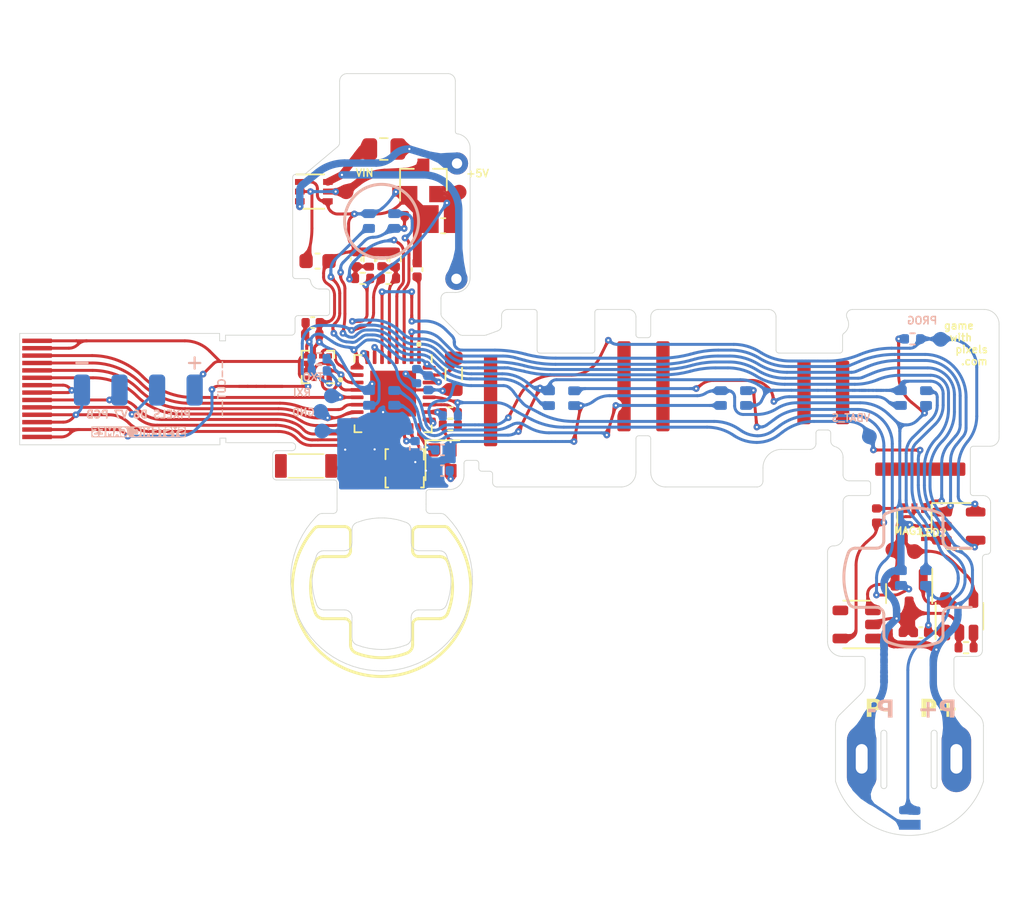
<source format=kicad_pcb>
(kicad_pcb (version 20221018) (generator pcbnew)
  (title_block (title "Pixels D6 Layout") (date "2022-08-26") (rev "3") (company "Systemic Games, LLC") (comment 1 "Flexible PCB, 0.13mm thickness"))
  (layers (0 "F.Cu" signal) (31 "B.Cu" signal) (34 "B.Paste" user) (35 "F.Paste" user) (36 "B.SilkS" user "B.Silkscreen") (37 "F.SilkS" user "F.Silkscreen") (38 "B.Mask" user) (39 "F.Mask" user) (44 "Edge.Cuts" user))
  (net 0 "")
  (net 2 "GND")
  (net 3 "VDD")
  (net 4 "VDC")
  (net 5 "Net-(L1-Pad2)")
  (net 6 "Net-(U1-DEC4)")
  (net 7 "+5V")
  (net 8 "/PROG")
  (net 9 "VEE")
  (net 10 "/LED_EN")
  (net 11 "Net-(U1-XC2)")
  (net 12 "Net-(U1-DEC1)")
  (net 13 "Net-(U1-XC1)")
  (net 14 "Net-(U1-DEC3)")
  (net 15 "Net-(D1B-K1A2)")
  (net 16 "Net-(D1A-K3A4)")
  (net 17 "/BATT_NTC")
  (net 18 "RXI")
  (net 19 "TXO")
  (net 20 "SWO")
  (net 21 "RESET")
  (net 22 "SWDCLK")
  (net 23 "SWDIO")
  (net 24 "Net-(D2-DOUT)")
  (net 25 "/NTC_ID_VDD")
  (net 26 "/LED_DATA")
  (net 27 "/Power Supply/MAG1_")
  (net 28 "/STATS")
  (net 29 "Net-(D3-DOUT)")
  (net 30 "/5V_SENSE")
  (net 31 "/VBAT_SENSE")
  (net 32 "/Power Supply/LED_EN_OUT")
  (net 33 "Net-(D4-DOUT)")
  (net 34 "Net-(D6-DOUT)")
  (net 35 "Net-(U1-DCC)")
  (net 36 "Net-(U6-SET)")
  (net 37 "/LEDs/LED_RETURN_4")
  (net 38 "Net-(U1-P0.28{slash}AIN4)")
  (net 39 "/LEDs/LED_RETURN_6")
  (net 40 "+BATT")
  (net 43 "/SCL")
  (net 44 "/SDA")
  (net 45 "/ACC_INT")
  (net 46 "/ANT_NRF")
  (net 47 "/ANT_50")
  (net 48 "/ANTENNA")
  (footprint "Pixels-dice:C_0402_1005Metric" (layer "F.Cu") (at 166.8436 106.79)
    (fp_text reference "C16")
    (fp_text value "10uF 10V 20%")
  )
  (footprint "Pixels-dice:SOT-353_SC-70-5" (layer "F.Cu") (at 168.1086 99.335 -90)
    (fp_text reference "U7")
    (fp_text value "SN74LVC1G08" hide)
  )
  (footprint "Package_TO_SOT_SMD:SOT-23-5" (layer "F.Cu") (at 171.1111 99.6)
    (fp_text reference "U5")
    (fp_text value "MCP73832T-2ACI/OT")
  )
  (footprint "Package_TO_SOT_SMD:SOT-23" (layer "F.Cu") (at 167.7536 104.16 -90)
    (fp_text reference "U8")
    (fp_text value "TMR1366")
  )
  (footprint "Pixels-dice:SOT-23-5" (layer "F.Cu") (at 171.1536 105.696232 90)
    (fp_text reference "U6")
    (fp_text value "MT9700" hide)
  )
  (footprint "Resistor_SMD:R_0402_1005Metric" (layer "F.Cu") (at 171.6036 107.82 180)
    (fp_text reference "R3")
    (fp_text value "10k 5%")
  )
  (footprint "Inductor_SMD:L_0805_2012Metric" (layer "F.Cu") (at 136.96 89.3 -90)
    (fp_text reference "L1")
    (fp_text value "10uH 100mA 10%")
  )
  (footprint "Capacitor_SMD:C_0402_1005Metric" (layer "F.Cu") (at 134.48 82.249 90)
    (fp_text reference "C3")
    (fp_text value "0.1uF 10V 20%")
  )
  (footprint "Resistor_SMD:R_0402_1005Metric" (layer "F.Cu") (at 136.730001 91.939999 180)
    (fp_text reference "R10")
    (fp_text value "100k 1%")
  )
  (footprint "Package_DFN_QFN:QFN-32-1EP_5x5mm_P0.5mm_EP3.1x3.1mm" (layer "F.Cu") (at 132.86 90.64 -90)
    (fp_text reference "U1")
    (fp_text value "N52810_QFN32")
  )
  (footprint "Capacitor_SMD:C_0402_1005Metric" (layer "F.Cu") (at 127.4225 85.8375)
    (fp_text reference "C10")
    (fp_text value "0.1uF 10V 20%")
  )
  (footprint "Pixels-dice:0402_RF" (layer "F.Cu") (at 132.63 93.99)
    (fp_text reference "C8")
    (fp_text value "0.8pF 10V 5% C0G")
  )
  (footprint "Capacitor_SMD:C_0402_1005Metric" (layer "F.Cu") (at 168.5536 106.8 180)
    (fp_text reference "C23")
    (fp_text value "0.1uF 10V 20%")
  )
  (footprint "Pixels-dice:C_0402_1005Metric" (layer "F.Cu") (at 134.13 78.599)
    (fp_text reference "C9")
    (fp_text value "10uF 10V 20%")
  )
  (footprint "Pixels-dice:C_0402_1005Metric" (layer "F.Cu") (at 165.5486 98.885 90)
    (fp_text reference "C18")
    (fp_text value "4.7uF 10V 20%")
  )
  (footprint "Pixels-dice:R_0402_1005Metric" (layer "F.Cu") (at 136.09 78.329 180)
    (fp_text reference "R4")
    (fp_text value "100k 1%")
  )
  (footprint "Pixels-dice:SOT-23-5" (layer "F.Cu") (at 164.2036 106.25 180)
    (fp_text reference "U4")
    (fp_text value "ME6215" hide)
  )
  (footprint "Resistor_SMD:R_0402_1005Metric" (layer "F.Cu") (at 136.73 92.74)
    (fp_text reference "R9")
    (fp_text value "120k 1%")
  )
  (footprint "Pixels-dice:C_0402_1005Metric" (layer "F.Cu") (at 127.3925 86.6575)
    (fp_text reference "C4")
    (fp_text value "4.7uF 10V 20%")
  )
  (footprint "Pixels-dice:FPC_14" (layer "F.Cu") (at 108.78163 93.57 90)
    (fp_text reference "J1")
    (fp_text value "Conn_01x14")
  )
  (footprint "Capacitor_SMD:C_0603_1608Metric" (layer "F.Cu") (at 127.75 81.679)
    (fp_text reference "C13")
    (fp_text value "4.7uF 25V 20%")
  )
  (footprint "Package_TO_SOT_SMD:SOT-363_SC-70-6" (layer "F.Cu") (at 127.5 76.979)
    (fp_text reference "D1")
    (fp_text value "BAV99S")
  )
  (footprint "Capacitor_SMD:C_0603_1608Metric" (layer "F.Cu") (at 136.25 79.289 180)
    (fp_text reference "C15")
    (fp_text value "22uF 10V 20%")
  )
  (footprint "Capacitor_SMD:C_0402_1005Metric" (layer "F.Cu") (at 130.35 81.549 90)
    (fp_text reference "C21")
    (fp_text value "10nF 25V 10%")
  )
  (footprint "Resistor_SMD:R_0402_1005Metric" (layer "F.Cu") (at 132.55 82.849)
    (fp_text reference "R7")
    (fp_text value "4.02M 1%")
  )
  (footprint "Resistor_SMD:R_0402_1005Metric" (layer "F.Cu") (at 131.25 81.549 -90)
    (fp_text reference "R2")
    (fp_text value "4.02M 1%")
  )
  (footprint "Resistor_SMD:R_0402_1005Metric" (layer "F.Cu") (at 133 81.549 90)
    (fp_text reference "R8")
    (fp_text value "10M 1%")
  )
  (footprint "Resistor_SMD:R_0402_1005Metric" (layer "F.Cu") (at 130.8 82.849 180)
    (fp_text reference "R1")
    (fp_text value "4.02M 1%")
  )
  (footprint "Capacitor_SMD:C_0402_1005Metric" (layer "F.Cu") (at 132.1 81.549 90)
    (fp_text reference "C22")
    (fp_text value "10nF 25V 10%")
  )
  (footprint "Pixels-dice:Crystal_SMD_2016-4Pin_2.0x1.6mm" (layer "F.Cu") (at 136.2 95.15 -90)
    (fp_text reference "Y1")
    (fp_text value "32MHz 40ppm")
  )
  (footprint "Package_LGA:LGA-12_2x2mm_P0.5mm" (layer "F.Cu") (at 127.78 88.84 180)
    (fp_text reference "U2")
    (fp_text value "KXTJ3-1057")
  )
  (footprint "Pixels-dice:0402_RF" (layer "F.Cu") (at 129.57 95.24 90)
    (fp_text reference "C11")
    (fp_text value "DNP")
  )
  (footprint "Pixels-dice:0402_RF" (layer "F.Cu") (at 132.47 95.24 -90)
    (fp_text reference "L5")
    (fp_text value "3.9nH 5%")
  )
  (footprint "Pixels-dice:SOT-23" (layer "F.Cu") (at 134.91 76.199 -90)
    (fp_text reference "U3")
    (fp_text value "PJ75AL50SA")
  )
  (footprint "Capacitor_SMD:C_0805_2012Metric" (layer "F.Cu") (at 132.23 74.099 180)
    (fp_text reference "C19" hide)
    (fp_text value "12nF 50V 5% NP0")
  )
  (footprint "Pixels-dice:0402_RF" (layer "F.Cu") (at 130.66 95.68 180)
    (fp_text reference "L3")
    (fp_text value "0 Ohm")
  )
  (footprint "Pixels-dice:CHIP_ANT" (layer "F.Cu") (at 128.67 95.53 90)
    (fp_text reference "AE2")
    (fp_text value "Antenna_Chip" hide)
  )
  (footprint "Pixels-dice:TEST_PIN" (layer "F.Cu") (at 137.32 77.019)
    (fp_text reference "W15" hide)
    (fp_text value "+5V")
  )
  (footprint "RFFrontEnd:MFH3.RECE.20369.001E.01" (layer "F.Cu") (at 133.64 95.69 90)
    (fp_text reference "J4")
    (fp_text value "DNP" hide)
  )
  (footprint "Pixels-dice:TEST_PIN" (layer "F.Cu") (at 168.1136 101.32)
    (fp_text reference "W21" hide)
    (fp_text value "LED2")
  )
  (footprint "Pixels-dice:TEST_PIN" (layer "F.Cu") (at 166.6536 101.2)
    (fp_text reference "W23" hide)
    (fp_text value "MAG1_")
  )
  (footprint "Pixels-dice:TEST_PIN" (layer "F.Cu") (at 129.68 76.989)
    (fp_text reference "W16" hide)
    (fp_text value "VIN")
  )
  (footprint "Pixels-dice:0402_RF" (layer "F.Cu") (at 131.75 95.24 90)
    (fp_text reference "C12")
    (fp_text value "DNP")
  )
  (footprint "Pixels-dice:TX1812Z_2020" (layer "B.Cu") (at 168.0436 103.11 90)
    (fp_text reference "D5")
    (fp_text value "TX1812Z_2020")
  )
  (footprint "Pixels-dice:TX1812Z_2020" (layer "B.Cu") (at 168.0436 90.94 -90)
    (fp_text reference "D4")
    (fp_text value "TX1812Z_2020")
  )
  (footprint "Pixels-dice:TX1812Z_2020" (layer "B.Cu") (at 155.8736 90.94 90)
    (fp_text reference "D6")
    (fp_text value "TX1812Z_2020")
  )
  (footprint "Pixels-dice:TX1812Z_2020" (layer "B.Cu") (at 132.08 78.969 90)
    (fp_text reference "D2")
    (fp_text value "TX1812Z_2020")
  )
  (footprint "Pixels-dice:TX1812Z_2020" (layer "B.Cu") (at 132.08 90.93 90)
    (fp_text reference "D7")
    (fp_text value "TX1812Z_2020")
  )
  (footprint "Pixels-dice:C_0402_1005Metric" (layer "B.Cu") (at 168.2036 119.32 -90)
    (fp_text reference "C6" hide)
    (fp_text value "DNP")
  )
  (footprint "Pixels-dice:TestPoint_THTPad_D1.5mm_Drill0.7mm_nosilk" (layer "B.Cu") (at 137.18 75.079 30)
    (fp_text reference "P5" hide)
    (fp_text value "COILA")
  )
  (footprint "Capacitor_SMD:C_0402_1005Metric" (layer "B.Cu") (at 134.35 94.33 -90)
    (fp_text reference "C7")
    (fp_text value "100pF NP0 10V 5%")
  )
  (footprint "Capacitor_SMD:C_0402_1005Metric" (layer "B.Cu") (at 136.2 95.85)
    (fp_text reference "C5")
    (fp_text value "8pF 10V 10%")
  )
  (footprint "Capacitor_SMD:C_0402_1005Metric" (layer "B.Cu") (at 136.2 94.45 180)
    (fp_text reference "C2")
    (fp_text value "8pF 10V 10%")
  )
  (footprint "Pixels-dice:TX1812Z_2020" (layer "B.Cu") (at 144.25 90.95 -90)
    (fp_text reference "D3")
    (fp_text value "TX1812Z_2020")
  )
  (footprint "Pixels-dice:FPC-POGO-4" (layer "B.Cu") (at 115.63 90.4 180)
    (fp_text reference "J2")
    (fp_text value "Conn_01x04")
  )
  (footprint "Resistor_SMD:R_0402_1005Metric" (layer "B.Cu") (at 167.9836 86.94 180)
    (fp_text reference "R6")
    (fp_text value "22k 1%")
  )
  (footprint "Pixels-dice:Hongjie 10100 Connector" (layer "B.Cu") (at 167.744201 115.336035 180)
    (fp_text reference "J3")
    (fp_text value "Conn_01x02")
  )
  (footprint "Inductor_SMD:L_0402_1005Metric" (layer "B.Cu") (at 135.23 89.91 90)
    (fp_text reference "L2")
    (fp_text value "15nH 100mA 5%")
  )
  (footprint "Pixels-dice:C_0402_1005Metric" (layer "B.Cu") (at 134.45 89.46 -90)
    (fp_text reference "C1")
    (fp_text value "4.7uF 10V 20%")
  )
  (footprint "Resistor_SMD:R_0402_1005Metric" (layer "B.Cu") (at 127.86 89.1)
    (fp_text reference "R12")
    (fp_text value "2.7k 5%")
  )
  (footprint "Resistor_SMD:R_0402_1005Metric" (layer "B.Cu") (at 127.8475 88.2775)
    (fp_text reference "R16")
    (fp_text value "2.7k 5%")
  )
  (footprint "Pixels-dice:R_0402_1005Metric" (layer "B.Cu") (at 136.73 92.15)
    (fp_text reference "R5")
    (fp_text value "100k 1%" hide)
  )
  (footprint "Pixels-dice:R_0402_1005Metric" (layer "B.Cu") (at 167.3936 119.32 -90)
    (fp_text reference "TH1" hide)
    (fp_text value "NTC 100k @ 25C")
  )
  (footprint "Pixels-dice:TEST_PIN" (layer "B.Cu") (at 127.95 91.84 180)
    (fp_text reference "W1" hide)
    (fp_text value "RXI")
  )
  (footprint "Pixels-dice:TestPoint_THTPad_D1.5mm_Drill0.7mm_nosilk" (layer "B.Cu") (at 137.14 82.88 180)
    (fp_text reference "P6" hide)
    (fp_text value "COILB")
  )
  (footprint "Pixels-dice:TEST_PIN" (layer "B.Cu") (at 169.8836 86.97 180)
    (fp_text reference "W3" hide)
    (fp_text value "PROG")
  )
  (footprint "Pixels-dice:TEST_PIN" (layer "B.Cu") (at 165.0636 93.55 180)
    (fp_text reference "W4" hide)
    (fp_text value "VBAT_S")
  )
  (footprint "Pixels-dice:TEST_PIN" (layer "B.Cu") (at 128.69 90.79 180)
    (fp_text reference "W2" hide)
    (fp_text value "TXO")
  )
  (footprint "Pixels-dice:TEST_PIN" (layer "B.Cu") (at 128.05 93.17 180)
    (fp_text reference "W19" hide)
    (fp_text value "GND")
  )
  (gr_line (start 164.12535 105.091682) (end 165.54 105.091682) (stroke (width 0.2)) (layer "B.SilkS"))
  (gr_arc (start 169.888315 98.748688) (mid 169.998644 98.840851) (end 170.04 98.978545) (stroke (width 0.2)) (layer "B.SilkS"))
  (gr_arc (start 164.12535 105.091682) (mid 163.843017 105.004342) (end 163.659321 104.772835) (stroke (width 0.2)) (layer "B.SilkS"))
  (gr_line (start 170.04 100.591682) (end 170.04 99.146992) (stroke (width 0.2)) (layer "B.SilkS"))
  (gr_line (start 166.04 105.591682) (end 166.04 106.99301) (stroke (width 0.2)) (layer "B.SilkS"))
  (gr_arc (start 166.04 98.978546) (mid 166.081338 98.840848) (end 166.191685 98.748689) (stroke (width 0.2)) (layer "B.SilkS"))
  (gr_arc (start 165.54 105.091682) (mid 165.893553 105.238129) (end 166.04 105.591682) (stroke (width 0.2)) (layer "B.SilkS"))
  (gr_arc (start 163.640766 101.415692) (mid 163.82416 101.180589) (end 164.10877 101.091682) (stroke (width 0.2)) (layer "B.SilkS"))
  (gr_arc (start 170.54 101.091682) (mid 170.186453 100.945234) (end 170.04 100.591682) (stroke (width 0.2)) (layer "B.SilkS"))
  (gr_line (start 166.04 99.146992) (end 166.04 100.591682) (stroke (width 0.2)) (layer "B.SilkS"))
  (gr_arc (start 170.04 105.591682) (mid 170.186446 105.238127) (end 170.54 105.091682) (stroke (width 0.2)) (layer "B.SilkS"))
  (gr_arc (start 163.659321 104.772835) (mid 163.340072 103.095977) (end 163.640766 101.415692) (stroke (width 0.2)) (layer "B.SilkS"))
  (gr_arc (start 169.718571 107.460035) (mid 168.04 107.770001) (end 166.361428 107.460035) (stroke (width 0.2)) (layer "B.SilkS"))
  (gr_line (start 170.54 105.091682) (end 171.954651 105.091682) (stroke (width 0.2)) (layer "B.SilkS"))
  (gr_line (start 166.04 99.146992) (end 166.04 98.978546) (stroke (width 0.2)) (layer "B.SilkS"))
  (gr_circle (center 132.08 78.989) (end 134.58 78.989) (stroke (width 0.2)) (fill none) (layer "B.SilkS"))
  (gr_line (start 170.04 99.146992) (end 170.04 98.978545) (stroke (width 0.2)) (layer "B.SilkS"))
  (gr_arc (start 166.361428 107.460035) (mid 166.128123 107.276483) (end 166.04 106.99301) (stroke (width 0.2)) (layer "B.SilkS"))
  (gr_arc (start 166.191685 98.748689) (mid 168.04 98.37) (end 169.888315 98.748688) (stroke (width 0.2)) (layer "B.SilkS"))
  (gr_arc (start 170.04 106.99301) (mid 169.951877 107.276484) (end 169.718571 107.460035) (stroke (width 0.2)) (layer "B.SilkS"))
  (gr_line (start 165.54 101.091682) (end 164.10877 101.091682) (stroke (width 0.2)) (layer "B.SilkS"))
  (gr_line (start 171.971232 101.091682) (end 170.54 101.091682) (stroke (width 0.2)) (layer "B.SilkS"))
  (gr_arc (start 166.04 100.591682) (mid 165.893553 100.945235) (end 165.54 101.091682) (stroke (width 0.2)) (layer "B.SilkS"))
  (gr_line (start 170.04 106.99301) (end 170.04 105.591682) (stroke (width 0.2)) (layer "B.SilkS"))
  (gr_line (start 128.148743 101.66) (end 129.579975 101.66) (stroke (width 0.2)) (layer "F.SilkS"))
  (gr_arc (start 136.571285 99.715385) (mid 132.076697 109.767906) (end 127.59303 99.710517) (stroke (width 0.2)) (layer "F.SilkS"))
  (gr_line (start 134.179975 100.03) (end 134.179975 101.26) (stroke (width 0.2)) (layer "F.SilkS"))
  (gr_arc (start 136.55386 105.477383) (mid 136.333426 105.755201) (end 135.994625 105.86) (stroke (width 0.2)) (layer "F.SilkS"))
  (gr_line (start 135.994625 105.86) (end 134.579975 105.86) (stroke (width 0.2)) (layer "F.SilkS"))
  (gr_arc (start 127.606088 105.477383) (mid 127.280042 103.764846) (end 127.587139 102.048812) (stroke (width 0.2)) (layer "F.SilkS"))
  (gr_line (start 129.979975 107.62302) (end 129.979975 106.26) (stroke (width 0.2)) (layer "F.SilkS"))
  (gr_circle (center 134.6 87.3) (end 134.7 87.3) (stroke (width 0.15)) (fill solid) (layer "F.SilkS"))
  (gr_line (start 129.579975 99.63) (end 127.834905 99.6291) (stroke (width 0.2)) (layer "F.SilkS"))
  (gr_line (start 134.579975 101.66) (end 136.011205 101.66) (stroke (width 0.2)) (layer "F.SilkS"))
  (gr_arc (start 134.179975 100.03) (mid 134.297131 99.747148) (end 134.579975 99.63) (stroke (width 0.2)) (layer "F.SilkS"))
  (gr_line (start 129.979975 101.26) (end 129.979975 100.03) (stroke (width 0.2)) (layer "F.SilkS"))
  (gr_arc (start 129.579975 105.86) (mid 129.862834 105.977148) (end 129.979975 106.26) (stroke (width 0.2)) (layer "F.SilkS"))
  (gr_arc (start 136.335423 99.628584) (mid 136.463034 99.64947) (end 136.5773 99.71) (stroke (width 0.2)) (layer "F.SilkS"))
  (gr_line (start 134.179975 106.26) (end 134.179975 107.62302) (stroke (width 0.2)) (layer "F.SilkS"))
  (gr_arc (start 136.011205 101.66) (mid 136.352734 101.76669) (end 136.572809 102.048812) (stroke (width 0.2)) (layer "F.SilkS"))
  (gr_arc (start 134.579975 101.66) (mid 134.297148 101.542834) (end 134.179975 101.26) (stroke (width 0.2)) (layer "F.SilkS"))
  (gr_arc (start 127.587139 102.048812) (mid 127.807216 101.766705) (end 128.148743 101.66) (stroke (width 0.2)) (layer "F.SilkS"))
  (gr_line (start 136.335423 99.628584) (end 134.579975 99.63) (stroke (width 0.2)) (layer "F.SilkS"))
  (gr_arc (start 127.593029 99.710516) (mid 127.707298 99.650001) (end 127.834905 99.6291) (stroke (width 0.2)) (layer "F.SilkS"))
  (gr_arc (start 134.179975 107.62302) (mid 134.074227 107.963193) (end 133.794261 108.183449) (stroke (width 0.2)) (layer "F.SilkS"))
  (gr_circle (center 129.3 89.7) (end 129.4 89.7) (stroke (width 0.15)) (fill solid) (layer "F.SilkS"))
  (gr_arc (start 134.179975 106.26) (mid 134.297131 105.977148) (end 134.579975 105.86) (stroke (width 0.2)) (layer "F.SilkS"))
  (gr_line (start 129.579975 105.86) (end 128.165324 105.86) (stroke (width 0.2)) (layer "F.SilkS"))
  (gr_arc (start 129.579975 99.63) (mid 129.862834 99.747148) (end 129.979975 100.03) (stroke (width 0.2)) (layer "F.SilkS"))
  (gr_arc (start 129.979975 101.26) (mid 129.862816 101.542834) (end 129.579975 101.66) (stroke (width 0.2)) (layer "F.SilkS"))
  (gr_arc (start 128.165324 105.86) (mid 127.826514 105.755201) (end 127.606088 105.477383) (stroke (width 0.2)) (layer "F.SilkS"))
  (gr_arc (start 130.365689 108.18345) (mid 130.085725 107.963185) (end 129.979975 107.62302) (stroke (width 0.2)) (layer "F.SilkS"))
  (gr_arc (start 133.794261 108.183449) (mid 132.079977 108.499987) (end 130.365689 108.18345) (stroke (width 0.2)) (layer "F.SilkS"))
  (gr_arc (start 136.572809 102.048812) (mid 136.879896 103.764846) (end 136.55386 105.477383) (stroke (width 0.2)) (layer "F.SilkS"))
  (gr_line (start 136.29592 101.352575) (end 136.40556 101.456137) (stroke (width 0.05)) (layer "Edge.Cuts"))
  (gr_line (start 127.548306 101.995687) (end 127.680828 101.587693) (stroke (width 0.05)) (layer "Edge.Cuts"))
  (gr_line (start 129.830064 105.330654) (end 129.709473 105.280698) (stroke (width 0.05)) (layer "Edge.Cuts"))
  (gr_line (start 130.01305 101.013674) (end 130.062996 100.893088) (stroke (width 0.05)) (layer "Edge.Cuts"))
  (gr_line (start 132.933537 107.863861) (end 132.508584 107.922426) (stroke (width 0.05)) (layer "Edge.Cuts"))
  (gr_line (start 127.651474 107.509331) (end 128.008476 107.851197) (stroke (width 0.05)) (layer "Edge.Cuts"))
  (gr_line (start 146.4986 85.1489) (end 146.4986 87.7034) (stroke (width 0.05)) (layer "Edge.Cuts"))
  (gr_line (start 138.0686 82.8) (end 138.0686 74.0643) (stroke (width 0.05)) (layer "Edge.Cuts"))
  (gr_line (start 149.4792 93.4882) (end 150.0792 93.4881) (stroke (width 0.05)) (layer "Edge.Cuts"))
  (gr_line (start 170.9792 108.408) (end 172.3062 108.408) (stroke (width 0.05)) (layer "Edge.Cuts"))
  (gr_line (start 138.8536 95.8898) (end 139.0866 95.8898) (stroke (width 0.05)) (layer "Edge.Cuts"))
  (gr_line (start 137.6526 96.1313) (end 137.6526 95.3509) (stroke (width 0.05)) (layer "Edge.Cuts"))
  (gr_arc (start 126.26855 82.86525) (mid 126.127129 82.806671) (end 126.06855 82.66525) (stroke (width 0.05)) (layer "Edge.Cuts"))
  (gr_arc (start 146.4986 85.1489) (mid 146.557318 85.008144) (end 146.69866 84.950897) (stroke (width 0.05)) (layer "Edge.Cuts"))
  (gr_line (start 136.070362 98.742002) (end 135.339063 98.742002) (stroke (width 0.05)) (layer "Edge.Cuts"))
  (gr_arc (start 163.6842 96.5365) (mid 163.401357 96.419343) (end 163.2842 96.1365) (stroke (width 0.05)) (layer "Edge.Cuts"))
  (gr_line (start 124.7196 94.7511) (end 124.7196 95.1124) (stroke (width 0.05)) (layer "Edge.Cuts"))
  (gr_line (start 126.177266 104.968121) (end 126.334951 105.436585) (stroke (width 0.05)) (layer "Edge.Cuts"))
  (gr_line (start 128.391779 108.163289) (end 128.798907 108.44359) (stroke (width 0.05)) (layer "Edge.Cuts"))
  (gr_arc (start 163.2872 100.334077) (mid 163.100477 100.768973) (end 162.656604 100.933219) (stroke (width 0.05)) (layer "Edge.Cuts"))
  (gr_line (start 139.0866 95.8898) (end 139.3896 95.8898) (stroke (width 0.05)) (layer "Edge.Cuts"))
  (gr_line (start 162.2362 106.323) (end 162.2362 107.412) (stroke (width 0.05)) (layer "Edge.Cuts"))
  (gr_line (start 127.87955 83.56535) (end 128.36855 83.56535) (stroke (width 0.05)) (layer "Edge.Cuts"))
  (gr_arc (start 136.0957 84.200998) (mid 136.212828 83.918128) (end 136.495698 83.801) (stroke (width 0.05)) (layer "Edge.Cuts"))
  (gr_line (start 162.2362 101.333) (end 162.2362 106.323) (stroke (width 0.05)) (layer "Edge.Cuts"))
  (gr_line (start 126.741291 100.189134) (end 126.513366 100.627738) (stroke (width 0.05)) (layer "Edge.Cuts"))
  (gr_line (start 137.2786 86.5838) (end 136.2126 85.5182) (stroke (width 0.05)) (layer "Edge.Cuts"))
  (gr_arc (start 169.642203 117.151057) (mid 169.442194 117.351003) (end 169.242197 117.151045) (stroke (width 0.05)) (layer "Edge.Cuts"))
  (gr_line (start 150.0792 86.8595) (end 149.4792 86.8595) (stroke (width 0.05)) (layer "Edge.Cuts"))
  (gr_line (start 150.2792 93.6881) (end 150.2792 95.9509) (stroke (width 0.05)) (layer "Edge.Cuts"))
  (gr_line (start 127.323079 107.1399) (end 127.651474 107.509331) (stroke (width 0.05)) (layer "Edge.Cuts"))
  (gr_line (start 134.450647 105.280714) (end 134.330049 105.33066) (stroke (width 0.05)) (layer "Edge.Cuts"))
  (gr_line (start 134.932891 108.690292) (end 135.361215 108.443591) (stroke (width 0.05)) (layer "Edge.Cuts"))
  (gr_line (start 137.8526 95.1509) (end 138.4536 95.1509) (stroke (width 0.05)) (layer "Edge.Cuts"))
  (gr_line (start 126.166635 101.552665) (end 126.050068 102.033013) (stroke (width 0.05)) (layer "Edge.Cuts"))
  (gr_line (start 136.277044 105.176336) (end 136.142478 105.241337) (stroke (width 0.05)) (layer "Edge.Cuts"))
  (gr_line (start 136.758036 103.69639) (end 136.69712 104.121019) (stroke (width 0.05)) (layer "Edge.Cuts"))
  (gr_line (start 128.008476 107.851197) (end 128.391779 108.163289) (stroke (width 0.05)) (layer "Edge.Cuts"))
  (gr_arc (start 124.969601 96.48015) (mid 124.792864 96.406946) (end 124.71965 96.230213) (stroke (width 0.05)) (layer "Edge.Cuts"))
  (gr_line (start 136.69712 104.121019) (end 136.597742 104.538324) (stroke (width 0.05)) (layer "Edge.Cuts"))
  (gr_arc (start 126.0686 76.015196) (mid 126.12718 75.873777) (end 126.2686 75.815196) (stroke (width 0.05)) (layer "Edge.Cuts"))
  (gr_line (start 172.7762 116.868) (end 172.775908 113.10503) (stroke (width 0.05)) (layer "Edge.Cuts"))
  (gr_line (start 131.586171 109.372138) (end 132.080061 109.392002) (stroke (width 0.05)) (layer "Edge.Cuts"))
  (gr_arc (start 163.2873 97.936298) (mid 163.404428 97.653428) (end 163.687298 97.5363) (stroke (width 0.05)) (layer "Edge.Cuts"))
  (gr_line (start 128.821064 98.742002) (end 128.08976 98.742002) (stroke (width 0.05)) (layer "Edge.Cuts"))
  (gr_line (start 172.0902 94.2002) (end 173.2362 94.2002) (stroke (width 0.05)) (layer "Edge.Cuts"))
  (gr_arc (start 149.2792 93.688151) (mid 149.337796 93.546761) (end 149.4792 93.4882) (stroke (width 0.05)) (layer "Edge.Cuts"))
  (gr_line (start 134.080062 105.763683) (end 134.080062 107.165011) (stroke (width 0.05)) (layer "Edge.Cuts"))
  (gr_line (start 131.869063 99.046749) (end 132.291056 99.046751) (stroke (width 0.05)) (layer "Edge.Cuts"))
  (gr_line (start 138.6536 95.3509) (end 138.6536 95.6899) (stroke (width 0.05)) (layer "Edge.Cuts"))
  (gr_line (start 129.673984 108.901797) (end 130.136279 109.076743) (stroke (width 0.05)) (layer "Edge.Cuts"))
  (gr_arc (start 128.868127 96.480357) (mid 129.014475 96.542053) (end 129.072231 96.69) (stroke (width 0.05)) (layer "Edge.Cuts"))
  (gr_line (start 127.680828 101.587693) (end 127.754592 101.456152) (stroke (width 0.05)) (layer "Edge.Cuts"))
  (gr_line (start 134.580062 105.263683) (end 134.450647 105.280714) (stroke (width 0.05)) (layer "Edge.Cuts"))
  (gr_arc (start 128.36855 83.5653) (mid 128.509989 83.623876) (end 128.5686 83.7653) (stroke (width 0.05)) (layer "Edge.Cuts"))
  (gr_line (start 130.269678 99.4294) (end 130.400261 99.35533) (stroke (width 0.05)) (layer "Edge.Cuts"))
  (gr_line (start 133.757404 99.35533) (end 133.888005 99.429386) (stroke (width 0.05)) (layer "Edge.Cuts"))
  (gr_line (start 142.398522 84.950812) (end 140.5956 84.9509) (stroke (width 0.05)) (layer "Edge.Cuts"))
  (gr_arc (start 150.279265 85.450944) (mid 150.425699 85.097387) (end 150.779261 84.950965) (stroke (width 0.05)) (layer "Edge.Cuts"))
  (gr_line (start 129.933617 105.410119) (end 129.830064 105.330654) (stroke (width 0.05)) (layer "Edge.Cuts"))
  (gr_line (start 162.7752 113.048) (end 162.7752 116.86) (stroke (width 0.05)) (layer "Edge.Cuts"))
  (gr_arc (start 172.7063 101.755083) (mid 172.7795 101.578288) (end 172.9563 101.5051) (stroke (width 0.05)) (layer "Edge.Cuts"))
  (gr_line (start 131.09547 109.312675) (end 131.586171 109.372138) (stroke (width 0.05)) (layer "Edge.Cuts"))
  (gr_line (start 127.380126 103.267977) (end 127.397332 102.839345) (stroke (width 0.05)) (layer "Edge.Cuts"))
  (gr_line (start 137.399724 106.328049) (end 137.630375 105.890873) (stroke (width 0.05)) (layer "Edge.Cuts"))
  (gr_line (start 172.7612 97.5365) (end 172.0902 97.5365) (stroke (width 0.05)) (layer "Edge.Cuts"))
  (gr_line (start 133.990734 99.538874) (end 134.056329 99.673922) (stroke (width 0.05)) (layer "Edge.Cuts"))
  (gr_arc (start 164.5782 108.41195) (mid 164.719639 108.470526) (end 164.77825 108.61195) (stroke (width 0.05)) (layer "Edge.Cuts"))
  (gr_line (start 136.706561 102.41407) (end 136.762776 102.839346) (stroke (width 0.05)) (layer "Edge.Cuts"))
  (gr_arc (start 149.2791 95.951) (mid 148.986236 96.658136) (end 148.279101 96.951) (stroke (width 0.05)) (layer "Edge.Cuts"))
  (gr_line (start 129.072232 96.69) (end 129.071064 98.492002) (stroke (width 0.05)) (layer "Edge.Cuts"))
  (gr_line (start 129.100715 73.952187) (end 126.936231 75.768405) (stroke (width 0.05)) (layer "Edge.Cuts"))
  (gr_line (start 129.580062 105.263683) (end 128.165412 105.263683) (stroke (width 0.05)) (layer "Edge.Cuts"))
  (gr_line (start 134.450654 101.246623) (end 134.580062 101.263683) (stroke (width 0.05)) (layer "Edge.Cuts"))
  (gr_line (start 136.142478 105.241337) (end 135.994713 105.263683) (stroke (width 0.05)) (layer "Edge.Cuts"))
  (gr_line (start 172.8362 84.9512) (end 163.9172 84.9512) (stroke (width 0.05)) (layer "Edge.Cuts"))
  (gr_line (start 136.460743 104.944836) (end 136.386389 105.074469) (stroke (width 0.05)) (layer "Edge.Cuts"))
  (gr_line (start 136.762776 102.839346) (end 136.779982 103.267976) (stroke (width 0.05)) (layer "Edge.Cuts"))
  (gr_line (start 130.080062 105.763683) (end 130.063025 105.634271) (stroke (width 0.05)) (layer "Edge.Cuts"))
  (gr_line (start 134.056329 99.673922) (end 134.078832 99.822355) (stroke (width 0.05)) (layer "Edge.Cuts"))
  (gr_arc (start 150.279265 86.65955) (mid 150.220673 86.800962) (end 150.079265 86.859565) (stroke (width 0.05)) (layer "Edge.Cuts"))
  (gr_line (start 134.580062 101.263683) (end 136.011294 101.263683) (stroke (width 0.05)) (layer "Edge.Cuts"))
  (gr_line (start 137.418834 100.189136) (end 137.156422 99.770253) (stroke (width 0.05)) (layer "Edge.Cuts"))
  (gr_line (start 127.792282 98.840123) (end 127.624994 99.002327) (stroke (width 0.05)) (layer "Edge.Cuts"))
  (gr_arc (start 128.5687 85.164699) (mid 128.510092 85.306092) (end 128.368699 85.3647) (stroke (width 0.05)) (layer "Edge.Cuts"))
  (gr_line (start 127.754592 101.456152) (end 127.864222 101.35259) (stroke (width 0.05)) (layer "Edge.Cuts"))
  (gr_arc (start 151.2792 96.9509) (mid 150.572093 96.658007) (end 150.2792 95.9509) (stroke (width 0.05)) (layer "Edge.Cuts"))
  (gr_arc (start 142.798601 87.903403) (mid 142.657114 87.84487) (end 142.5986 87.7034) (stroke (width 0.05)) (layer "Edge.Cuts"))
  (gr_line (start 142.5986 87.7034) (end 142.5986 85.1488) (stroke (width 0.05)) (layer "Edge.Cuts"))
  (gr_line (start 132.080061 109.392002) (end 132.573952 109.372138) (stroke (width 0.05)) (layer "Edge.Cuts"))
  (gr_line (start 163.542668 85.491497) (end 163.613621 85.679606) (stroke (width 0.05)) (layer "Edge.Cuts"))
  (gr_line (start 124.9696 96.4802) (end 126.5796 96.4802) (stroke (width 0.05)) (layer "Edge.Cuts"))
  (gr_line (start 127.864222 101.35259) (end 127.999746 101.286427) (stroke (width 0.05)) (layer "Edge.Cuts"))
  (gr_line (start 136.160388 101.286418) (end 136.29592 101.352575) (stroke (width 0.05)) (layer "Edge.Cuts"))
  (gr_line (start 151.2792 96.9509) (end 157.4682 96.9509) (stroke (width 0.05)) (layer "Edge.Cuts"))
  (gr_line (start 138.110056 102.033015) (end 137.99349 101.552666) (stroke (width 0.05)) (layer "Edge.Cuts"))
  (gr_line (start 127.883088 105.176335) (end 127.773749 105.074464) (stroke (width 0.05)) (layer "Edge.Cuts"))
  (gr_arc (start 163.2532 86.723007) (mid 163.27597 86.630321) (end 163.3391 86.55874) (stroke (width 0.05)) (layer "Edge.Cuts"))
  (gr_line (start 126.321401 101.083229) (end 126.166635 101.552665) (stroke (width 0.05)) (layer "Edge.Cuts"))
  (gr_line (start 161.4512 94.011494) (end 161.4512 93.3009) (stroke (width 0.05)) (layer "Edge.Cuts"))
  (gr_line (start 137.99349 101.552666) (end 137.838724 101.08323) (stroke (width 0.05)) (layer "Edge.Cuts"))
  (gr_line (start 158.2532 84.9509) (end 150.7792 84.9509) (stroke (width 0.05)) (layer "Edge.Cuts"))
  (gr_line (start 128.017649 105.241344) (end 127.883088 105.176335) (stroke (width 0.05)) (layer "Edge.Cuts"))
  (gr_arc (start 162.740763 94.222804) (mid 162.531707 94.078997) (end 162.451247 93.838351) (stroke (width 0.05)) (layer "Edge.Cuts"))
  (gr_line (start 125.93583 103.508274) (end 125.977059 104.000842) (stroke (width 0.05)) (layer "Edge.Cuts"))
  (gr_line (start 137.825172 105.436586) (end 137.982858 104.968122) (stroke (width 0.05)) (layer "Edge.Cuts"))
  (gr_arc (start 161.4512 94.011494) (mid 161.334045 94.294341) (end 161.0512 94.411494) (stroke (width 0.05)) (layer "Edge.Cuts"))
  (gr_line (start 135.994713 105.263683) (end 134.580062 105.263683) (stroke (width 0.05)) (layer "Edge.Cuts"))
  (gr_arc (start 157.8682 96.5509) (mid 157.751043 96.833743) (end 157.4682 96.9509) (stroke (width 0.05)) (layer "Edge.Cuts"))
  (gr_line (start 137.838724 101.08323) (end 137.646758 100.627739) (stroke (width 0.05)) (layer "Edge.Cuts"))
  (gr_line (start 138.187671 102.521173) (end 138.110056 102.033015) (stroke (width 0.05)) (layer "Edge.Cuts"))
  (gr_line (start 130.166963 99.538888) (end 130.269678 99.4294) (stroke (width 0.05)) (layer "Edge.Cuts"))
  (gr_line (start 136.861219 99.373796) (end 136.535131 99.002328) (stroke (width 0.05)) (layer "Edge.Cuts"))
  (gr_line (start 173.8362 93.6002) (end 173.8362 93.2009) (stroke (width 0.05)) (layer "Edge.Cuts"))
  (gr_line (start 150.2792 85.4509) (end 150.2792 86.6595) (stroke (width 0.05)) (layer "Edge.Cuts"))
  (gr_line (start 139.5896 96.0898) (end 139.5896 96.4491) (stroke (width 0.05)) (layer "Edge.Cuts"))
  (gr_line (start 165.8422 113.601) (end 165.8422 117.151) (stroke (width 0.05)) (layer "Edge.Cuts"))
  (gr_line (start 135.090231 97.820241) (end 135.09 97.3313) (stroke (width 0.05)) (layer "Edge.Cuts"))
  (gr_line (start 133.889216 107.557966) (end 133.758633 107.632036) (stroke (width 0.05)) (layer "Edge.Cuts"))
  (gr_arc (start 172.7612 97.53655) (mid 173.114771 97.682994) (end 173.26125 98.03655) (stroke (width 0.05)) (layer "Edge.Cuts"))
  (gr_line (start 130.7801 99.229989) (end 131.033566 99.159992) (stroke (width 0.05)) (layer "Edge.Cuts"))
  (gr_line (start 133.758633 107.632036) (end 133.35138 107.766795) (stroke (width 0.05)) (layer "Edge.Cuts"))
  (gr_arc (start 162.740763 94.222804) (mid 163.132995 94.492341) (end 163.284051 94.943654) (stroke (width 0.05)) (layer "Edge.Cuts"))
  (gr_line (start 126.334951 105.436585) (end 126.529748 105.890872) (stroke (width 0.05)) (layer "Edge.Cuts"))
  (gr_line (start 130.063025 105.634271) (end 130.013076 105.513677) (stroke (width 0.05)) (layer "Edge.Cuts"))
  (gr_arc (start 173.8363 93.6002) (mid 173.660535 94.024435) (end 173.2363 94.2002) (stroke (width 0.05)) (layer "Edge.Cuts"))
  (gr_line (start 132.508584 107.922426) (end 132.080061 107.942002) (stroke (width 0.05)) (layer "Edge.Cuts"))
  (gr_line (start 126.513366 100.627738) (end 126.321401 101.083229) (stroke (width 0.05)) (layer "Edge.Cuts"))
  (gr_line (start 136.597742 104.538324) (end 136.460743 104.944836) (stroke (width 0.05)) (layer "Edge.Cuts"))
  (gr_line (start 130.101377 99.673931) (end 130.166963 99.538888) (stroke (width 0.05)) (layer "Edge.Cuts"))
  (gr_line (start 133.991931 107.448478) (end 133.889216 107.557966) (stroke (width 0.05)) (layer "Edge.Cuts"))
  (gr_arc (start 135.09 97.3313) (mid 135.148579 97.189879) (end 135.29 97.1313) (stroke (width 0.05)) (layer "Edge.Cuts"))
  (gr_arc (start 172.0902 97.53655) (mid 171.948761 97.477974) (end 171.89015 97.336549) (stroke (width 0.05)) (layer "Edge.Cuts"))
  (gr_line (start 135.090231 98.112442) (end 135.090231 97.820241) (stroke (width 0.05)) (layer "Edge.Cuts"))
  (gr_line (start 134.226489 105.410119) (end 134.147024 105.513674) (stroke (width 0.05)) (layer "Edge.Cuts"))
  (gr_arc (start 137.5616 86.7009) (mid 137.408465 86.67047) (end 137.2786 86.5838) (stroke (width 0.05)) (layer "Edge.Cuts"))
  (gr_line (start 126.760399 106.328048) (end 127.025413 106.745289) (stroke (width 0.05)) (layer "Edge.Cuts"))
  (gr_line (start 126.5796 96.4802) (end 128.868125 96.4802) (stroke (width 0.05)) (layer "Edge.Cuts"))
  (gr_line (start 133.126551 99.160004) (end 133.38 99.23) (stroke (width 0.05)) (layer "Edge.Cuts"))
  (gr_arc (start 126.0196 93.96) (mid 126.196199 94.033047) (end 126.2696 94.2095) (stroke (width 0.05)) (layer "Edge.Cuts"))
  (gr_arc (start 164.7781 110.241929) (mid 164.700263 110.628781) (end 164.47882 110.955394) (stroke (width 0.05)) (layer "Edge.Cuts"))
  (gr_line (start 126.26855 82.86525) (end 127.08555 82.86525) (stroke (width 0.05)) (layer "Edge.Cuts"))
  (gr_line (start 163.2532 87.7002) (end 163.2532 86.723) (stroke (width 0.05)) (layer "Edge.Cuts"))
  (gr_line (start 127.453549 102.414067) (end 127.548306 101.995687) (stroke (width 0.05)) (layer "Edge.Cuts"))
  (gr_arc (start 172.8362 84.9512) (mid 173.543307 85.244093) (end 173.8362 85.9512) (stroke (width 0.05)) (layer "Edge.Cuts"))
  (gr_arc (start 126.230751 85.564698) (mid 126.289304 85.423267) (end 126.43075 85.364751) (stroke (width 0.05)) (layer "Edge.Cuts"))
  (gr_arc (start 129.2465 69.5) (mid 129.392097 69.148497) (end 129.7436 69.0029) (stroke (width 0.05)) (layer "Edge.Cuts"))
  (gr_arc (start 136.2126 85.5182) (mid 136.125779 85.388517) (end 136.0956 85.2354) (stroke (width 0.05)) (layer "Edge.Cuts"))
  (gr_line (start 134.09707 105.634269) (end 134.080062 105.763683) (stroke (width 0.05)) (layer "Edge.Cuts"))
  (gr_line (start 138.224294 103.508275) (end 138.225832 103.013988) (stroke (width 0.05)) (layer "Edge.Cuts"))
  (gr_line (start 121.5296 86.69) (end 125.9796 86.69) (stroke (width 0.05)) (layer "Edge.Cuts"))
  (gr_arc (start 148.802599 84.95095) (mid 149.141301 85.105385) (end 149.279697 85.45095) (stroke (width 0.05)) (layer "Edge.Cuts"))
  (gr_line (start 132.573952 109.372138) (end 133.064652 109.312676) (stroke (width 0.05)) (layer "Edge.Cuts"))
  (gr_arc (start 165.1491 97.336306) (mid 165.090584 97.477717) (end 164.9492 97.5363) (stroke (width 0.05)) (layer "Edge.Cuts"))
  (gr_line (start 129.227231 108.690291) (end 129.673984 108.901797) (stroke (width 0.05)) (layer "Edge.Cuts"))
  (gr_arc (start 146.4986 87.7034) (mid 146.440022 87.844835) (end 146.298599 87.903401) (stroke (width 0.05)) (layer "Edge.Cuts"))
  (gr_line (start 134.330064 101.19668) (end 134.450654 101.246623) (stroke (width 0.05)) (layer "Edge.Cuts"))
  (gr_arc (start 166.2422 117.151049) (mid 166.042205 117.351) (end 165.8422 117.151059) (stroke (width 0.05)) (layer "Edge.Cuts"))
  (gr_arc (start 171.072681 110.989654) (mid 170.855494 110.665027) (end 170.779228 110.281965) (stroke (width 0.05)) (layer "Edge.Cuts"))
  (gr_line (start 138.102413 104.488509) (end 138.183065 104.000843) (stroke (width 0.05)) (layer "Edge.Cuts"))
  (gr_line (start 125.972453 102.521172) (end 125.934292 103.013986) (stroke (width 0.05)) (layer "Edge.Cuts"))
  (gr_arc (start 170.7792 108.607951) (mid 170.837796 108.466561) (end 170.9792 108.408) (stroke (width 0.05)) (layer "Edge.Cuts"))
  (gr_line (start 158.7532 85.4509) (end 158.7532 87.7002) (stroke (width 0.05)) (layer "Edge.Cuts"))
  (gr_arc (start 127.792282 98.840123) (mid 127.933139 98.767171) (end 128.08976 98.742002) (stroke (width 0.05)) (layer "Edge.Cuts"))
  (gr_line (start 136.4956 83.8) (end 137.0686 83.8) (stroke (width 0.05)) (layer "Edge.Cuts"))
  (gr_arc (start 129.2436 73.645769) (mid 129.206127 73.814817) (end 129.100715 73.952187) (stroke (width 0.05)) (layer "Edge.Cuts"))
  (gr_arc (start 164.9492 96.5365) (mid 165.090621 96.595079) (end 165.1492 96.7365) (stroke (width 0.05)) (layer "Edge.Cuts"))
  (gr_arc (start 124.7196 94.751052) (mid 124.792806 94.57424) (end 124.969604 94.501) (stroke (width 0.05)) (layer "Edge.Cuts"))
  (gr_line (start 126.0196 94.5006) (end 124.9696 94.501) (stroke (width 0.05)) (layer "Edge.Cuts"))
  (gr_line (start 164.9492 97.5363) (end 163.6872 97.5363) (stroke (width 0.05)) (layer "Edge.Cuts"))
  (gr_line (start 131.44877 99.084598) (end 131.869063 99.046749) (stroke (width 0.05)) (layer "Edge.Cuts"))
  (gr_line (start 139.5896 96.4491) (end 139.5896 96.651) (stroke (width 0.05)) (layer "Edge.Cuts"))
  (gr_arc (start 162.7753 113.04807) (mid 162.853138 112.661215) (end 163.074585 112.334601) (stroke (width 0.05)) (layer "Edge.Cuts"))
  (gr_line (start 136.479297 101.587693) (end 136.611805 101.99569) (stroke (width 0.05)) (layer "Edge.Cuts"))
  (gr_line (start 124.7196 95.9674) (end 124.7196 96.2302) (stroke (width 0.05)) (layer "Edge.Cuts"))
  (gr_arc (start 173.2613 101.255082) (mid 173.188054 101.431841) (end 173.0113 101.5051) (stroke (width 0.05)) (layer "Edge.Cuts"))
  (gr_line (start 132.080061 107.942002) (end 131.651539 107.922426) (stroke (width 0.05)) (layer "Edge.Cuts"))
  (gr_line (start 126.050068 102.033013) (end 125.972453 102.521172) (stroke (width 0.05)) (layer "Edge.Cuts"))
  (gr_line (start 148.802599 84.95095) (end 146.69866 84.950897) (stroke (width 0.05)) (layer "Edge.Cuts"))
  (gr_line (start 137.13471 106.74529) (end 137.399724 106.328049) (stroke (width 0.05)) (layer "Edge.Cuts"))
  (gr_line (start 126.529748 105.890872) (end 126.760399 106.328048) (stroke (width 0.05)) (layer "Edge.Cuts"))
  (gr_line (start 127.298906 99.373795) (end 127.003702 99.770252) (stroke (width 0.05)) (layer "Edge.Cuts"))
  (gr_arc (start 126.2296 86.44) (mid 126.156377 86.616777) (end 125.9796 86.69) (stroke (width 0.05)) (layer "Edge.Cuts"))
  (gr_line (start 136.779982 103.267976) (end 136.758036 103.69639) (stroke (width 0.05)) (layer "Edge.Cuts"))
  (gr_line (start 164.47882 110.955394) (end 163.074585 112.334601) (stroke (width 0.05)) (layer "Edge.Cuts"))
  (gr_line (start 137.156422 99.770253) (end 136.861219 99.373796) (stroke (width 0.05)) (layer "Edge.Cuts"))
  (gr_line (start 140.1956 85.3509) (end 140.1956 86.0208) (stroke (width 0.05)) (layer "Edge.Cuts"))
  (gr_line (start 138.183065 104.000843) (end 138.224294 103.508275) (stroke (width 0.05)) (layer "Edge.Cuts"))
  (gr_line (start 172.7062 108.008) (end 172.7062 101.755) (stroke (width 0.05)) (layer "Edge.Cuts"))
  (gr_line (start 173.8362 93.2009) (end 173.8362 85.9512) (stroke (width 0.05)) (layer "Edge.Cuts"))
  (gr_line (start 134.147024 105.513674) (end 134.09707 105.634269) (stroke (width 0.05)) (layer "Edge.Cuts"))
  (gr_arc (start 142.398522 84.950812) (mid 142.539806 85.008108) (end 142.5986 85.1488) (stroke (width 0.05)) (layer "Edge.Cuts"))
  (gr_line (start 125.977059 104.000842) (end 126.057711 104.488507) (stroke (width 0.05)) (layer "Edge.Cuts"))
  (gr_line (start 128.165412 105.263683) (end 128.017649 105.241344) (stroke (width 0.05)) (layer "Edge.Cuts"))
  (gr_line (start 130.40149 107.632036) (end 130.270889 107.55798) (stroke (width 0.05)) (layer "Edge.Cuts"))
  (gr_arc (start 127.08555 82.86525) (mid 127.217843 82.915255) (end 127.283983 83.040265) (stroke (width 0.05)) (layer "Edge.Cuts"))
  (gr_line (start 165.1492 96.7365) (end 165.1492 97.3363) (stroke (width 0.05)) (layer "Edge.Cuts"))
  (gr_line (start 139.932209 86.39685) (end 139.161101 86.676859) (stroke (width 0.05)) (layer "Edge.Cuts"))
  (gr_line (start 128.5686 83.7653) (end 128.5686 85.1647) (stroke (width 0.05)) (layer "Edge.Cuts"))
  (gr_line (start 121.1296 86.57) (end 107.6096 86.57) (stroke (width 0.05)) (layer "Edge.Cuts"))
  (gr_line (start 128.798907 108.44359) (end 129.227231 108.690291) (stroke (width 0.05)) (layer "Edge.Cuts"))
  (gr_line (start 134.097099 100.89309) (end 134.14705 101.013677) (stroke (width 0.05)) (layer "Edge.Cuts"))
  (gr_arc (start 157.8682 95.661494) (mid 158.234319 94.777614) (end 159.1182 94.411494) (stroke (width 0.05)) (layer "Edge.Cuts"))
  (gr_arc (start 162.2512 93.1009) (mid 162.392621 93.159479) (end 162.4512 93.3009) (stroke (width 0.05)) (layer "Edge.Cuts"))
  (gr_line (start 136.151647 107.851198) (end 136.508649 107.509332) (stroke (width 0.05)) (layer "Edge.Cuts"))
  (gr_line (start 138.225832 103.013988) (end 138.187671 102.521173) (stroke (width 0.05)) (layer "Edge.Cuts"))
  (gr_line (start 134.486139 108.901798) (end 134.932891 108.690292) (stroke (width 0.05)) (layer "Edge.Cuts"))
  (gr_line (start 130.080062 107.165011) (end 130.080062 105.763683) (stroke (width 0.05)) (layer "Edge.Cuts"))
  (gr_line (start 163.2842 94.9437) (end 163.2842 96.1365) (stroke (width 0.05)) (layer "Edge.Cuts"))
  (gr_line (start 130.078832 100.703683) (end 130.078832 99.822355) (stroke (width 0.05)) (layer "Edge.Cuts"))
  (gr_line (start 134.330049 105.33066) (end 134.226489 105.410119) (stroke (width 0.05)) (layer "Edge.Cuts"))
  (gr_line (start 121.1296 86.57) (end 121.1296 87.07) (stroke (width 0.05)) (layer "Edge.Cuts"))
  (gr_arc (start 138.4536 95.1509) (mid 138.595021 95.209479) (end 138.6536 95.3509) (stroke (width 0.05)) (layer "Edge.Cuts"))
  (gr_line (start 125.934292 103.013986) (end 125.93583 103.508274) (stroke (width 0.05)) (layer "Edge.Cuts"))
  (gr_line (start 121.5496 93.65) (end 121.1496 93.65) (stroke (width 0.05)) (layer "Edge.Cuts"))
  (gr_arc (start 129.071064 98.492002) (mid 128.997836 98.668778) (end 128.821064 98.742002) (stroke (width 0.05)) (layer "Edge.Cuts"))
  (gr_arc (start 163.542668 85.491497) (mid 163.588475 85.123229) (end 163.917256 84.951118) (stroke (width 0.05)) (layer "Edge.Cuts"))
  (gr_arc (start 140.1956 85.350949) (mid 140.31274 85.068075) (end 140.5956 84.9509) (stroke (width 0.05)) (layer "Edge.Cuts"))
  (gr_arc (start 172.483 112.398) (mid 172.699788 112.722377) (end 172.775908 113.10503) (stroke (width 0.05)) (layer "Edge.Cuts"))
  (gr_line (start 126.2686 75.815196) (end 126.807674 75.815196) (stroke (width 0.05)) (layer "Edge.Cuts"))
  (gr_line (start 121.5496 93.96) (end 121.5496 93.65) (stroke (width 0.05)) (layer "Edge.Cuts"))
  (gr_arc (start 172.7062 108.00795) (mid 172.58906 108.290825) (end 172.3062 108.408) (stroke (width 0.05)) (layer "Edge.Cuts"))
  (gr_arc (start 137.6526 95.3509) (mid 137.711467 95.209767) (end 137.8526 95.1509) (stroke (width 0.05)) (layer "Edge.Cuts"))
  (gr_arc (start 172.776158 116.86798) (mid 167.772769 120.513461) (end 162.7752 116.86) (stroke (width 0.05)) (layer "Edge.Cuts"))
  (gr_arc (start 135.339063 98.742002) (mid 135.16226 98.668791) (end 135.089063 98.492002) (stroke (width 0.05)) (layer "Edge.Cuts"))
  (gr_arc (start 139.8896 96.951) (mid 139.677468 96.863132) (end 139.5896 96.651) (stroke (width 0.05)) (layer "Edge.Cuts"))
  (gr_line (start 130.102565 107.313444) (end 130.080062 107.165011) (stroke (width 0.05)) (layer "Edge.Cuts"))
  (gr_line (start 139.0246 86.7009) (end 137.5616 86.7009) (stroke (width 0.05)) (layer "Edge.Cuts"))
  (gr_line (start 127.699383 104.944836) (end 127.562369 104.538328) (stroke (width 0.05)) (layer "Edge.Cuts"))
  (gr_line (start 136.6526 97.1313) (end 135.29 97.1313) (stroke (width 0.05)) (layer "Edge.Cuts"))
  (gr_line (start 164.7782 108.612) (end 164.7782 110.242) (stroke (width 0.05)) (layer "Edge.Cuts"))
  (gr_line (start 136.011294 101.263683) (end 136.160388 101.286418) (stroke (width 0.05)) (layer "Edge.Cuts"))
  (gr_line (start 137.068646 72.924148) (end 137.06684 69.506453) (stroke (width 0.05)) (layer "Edge.Cuts"))
  (gr_arc (start 136.593709 69.0029) (mid 136.93 69.160976) (end 137.06684 69.506453) (stroke (width 0.05)) (layer "Edge.Cuts"))
  (gr_arc (start 169.242203 113.600958) (mid 169.442198 113.401003) (end 169.642197 113.600953) (stroke (width 0.05)) (layer "Edge.Cuts"))
  (gr_arc (start 171.8902 94.4002) (mid 171.948779 94.258779) (end 172.0902 94.2002) (stroke (width 0.05)) (layer "Edge.Cuts"))
  (gr_line (start 158.9532 87.9002) (end 163.0532 87.9002) (stroke (width 0.05)) (layer "Edge.Cuts"))
  (gr_line (start 136.40556 101.456137) (end 136.479297 101.587693) (stroke (width 0.05)) (layer "Edge.Cuts"))
  (gr_line (start 139.8896 96.951) (end 148.279101 96.951) (stroke (width 0.05)) (layer "Edge.Cuts"))
  (gr_line (start 129.933596 101.117226) (end 130.01305 101.013674) (stroke (width 0.05)) (layer "Edge.Cuts"))
  (gr_line (start 161.6512 93.1009) (end 162.2512 93.1009) (stroke (width 0.05)) (layer "Edge.Cuts"))
  (gr_arc (start 127.8795 83.5653) (mid 127.482571 83.415281) (end 127.284031 83.04026) (stroke (width 0.05)) (layer "Edge.Cuts"))
  (gr_line (start 170.7792 110.282) (end 170.7792 108.608) (stroke (width 0.05)) (layer "Edge.Cuts"))
  (gr_arc (start 137.199041 73.072873) (mid 137.105846 73.023057) (end 137.068646 72.924148) (stroke (width 0.05)) (layer "Edge.Cuts"))
  (gr_line (start 130.16816 107.448492) (end 130.102565 107.313444) (stroke (width 0.05)) (layer "Edge.Cuts"))
  (gr_line (start 135.768344 108.16329) (end 136.151647 107.851198) (stroke (width 0.05)) (layer "Edge.Cuts"))
  (gr_line (start 134.22651 101.117226) (end 134.330064 101.19668) (stroke (width 0.05)) (layer "Edge.Cuts"))
  (gr_line (start 169.2422 113.601) (end 169.2422 117.151) (stroke (width 0.05)) (layer "Edge.Cuts"))
  (gr_arc (start 150.079175 93.488125) (mid 150.220604 93.546696) (end 150.279175 93.688125) (stroke (width 0.05)) (layer "Edge.Cuts"))
  (gr_line (start 137.630375 105.890873) (end 137.825172 105.436586) (stroke (width 0.05)) (layer "Edge.Cuts"))
  (gr_line (start 134.14705 101.013677) (end 134.22651 101.117226) (stroke (width 0.05)) (layer "Edge.Cuts"))
  (gr_line (start 136.837044 107.139901) (end 137.13471 106.74529) (stroke (width 0.05)) (layer "Edge.Cuts"))
  (gr_line (start 129.709466 101.246639) (end 129.830049 101.196686) (stroke (width 0.05)) (layer "Edge.Cuts"))
  (gr_line (start 127.999746 101.286427) (end 128.148832 101.263683) (stroke (width 0.05)) (layer "Edge.Cuts"))
  (gr_line (start 126.2696 94.2095) (end 126.2696 94.2505) (stroke (width 0.05)) (layer "Edge.Cuts"))
  (gr_line (start 130.808743 107.766795) (end 130.40149 107.632036) (stroke (width 0.05)) (layer "Edge.Cuts"))
  (gr_arc (start 161.451301 93.300901) (mid 161.50985 93.15945) (end 161.651301 93.100901) (stroke (width 0.05)) (layer "Edge.Cuts"))
  (gr_line (start 134.057517 107.313435) (end 133.991931 107.448478) (stroke (width 0.05)) (layer "Edge.Cuts"))
  (gr_line (start 162.4512 93.3009) (end 162.4512 93.8384) (stroke (width 0.05)) (layer "Edge.Cuts"))
  (gr_line (start 137.982858 104.968122) (end 138.102413 104.488509) (stroke (width 0.05)) (layer "Edge.Cuts"))
  (gr_line (start 159.1182 94.411494) (end 161.0512 94.411494) (stroke (width 0.05)) (layer "Edge.Cuts"))
  (gr_arc (start 165.842201 113.600951) (mid 166.042202 113.401001) (end 166.242199 113.600956) (stroke (width 0.05)) (layer "Edge.Cuts"))
  (gr_line (start 127.562369 104.538328) (end 127.462989 104.121022) (stroke (width 0.05)) (layer "Edge.Cuts"))
  (gr_line (start 173.2612 101.255) (end 173.2612 98.0365) (stroke (width 0.05)) (layer "Edge.Cuts"))
  (gr_line (start 130.078832 99.822355) (end 130.101377 99.673931) (stroke (width 0.05)) (layer "Edge.Cuts"))
  (gr_line (start 130.136279 109.076743) (end 130.61113 109.213998) (stroke (width 0.05)) (layer "Edge.Cuts"))
  (gr_arc (start 138.0686 82.8) (mid 137.775707 83.507107) (end 137.0686 83.8) (stroke (width 0.05)) (layer "Edge.Cuts"))
  (gr_line (start 136.0956 85.2354) (end 136.0956 84.201) (stroke (width 0.05)) (layer "Edge.Cuts"))
  (gr_line (start 127.624994 99.002327) (end 127.298906 99.373795) (stroke (width 0.05)) (layer "Edge.Cuts"))
  (gr_arc (start 163.613621 85.679606) (mid 163.627182 86.166271) (end 163.339103 86.558746) (stroke (width 0.05)) (layer "Edge.Cuts"))
  (gr_line (start 127.025413 106.745289) (end 127.323079 107.1399) (stroke (width 0.05)) (layer "Edge.Cuts"))
  (gr_line (start 130.270889 107.55798) (end 130.16816 107.448492) (stroke (width 0.05)) (layer "Edge.Cuts"))
  (gr_line (start 136.386389 105.074469) (end 136.277044 105.176336) (stroke (width 0.05)) (layer "Edge.Cuts"))
  (gr_arc (start 158.9532 87.9002) (mid 158.811779 87.841621) (end 158.7532 87.7002) (stroke (width 0.05)) (layer "Edge.Cuts"))
  (gr_line (start 133.064652 109.312676) (end 133.548993 109.213998) (stroke (width 0.05)) (layer "Edge.Cuts"))
  (gr_line (start 172.9562 101.505) (end 173.0112 101.505) (stroke (width 0.05)) (layer "Edge.Cuts"))
  (gr_line (start 133.35138 107.766795) (end 132.933537 107.863861) (stroke (width 0.05)) (layer "Edge.Cuts"))
  (gr_line (start 132.291056 99.046751) (end 132.711348 99.084605) (stroke (width 0.05)) (layer "Edge.Cuts"))
  (gr_line (start 132.711348 99.084605) (end 133.126551 99.160004) (stroke (width 0.05)) (layer "Edge.Cuts"))
  (gr_line (start 134.078832 99.822355) (end 134.078832 100.713683) (stroke (width 0.05)) (layer "Edge.Cuts"))
  (gr_line (start 135.361215 108.443591) (end 135.768344 108.16329) (stroke (width 0.05)) (layer "Edge.Cuts"))
  (gr_line (start 107.6096 94.1) (end 121.1496 94.1) (stroke (width 0.05)) (layer "Edge.Cuts"))
  (gr_line (start 128.148832 101.263683) (end 129.580062 101.263683) (stroke (width 0.05)) (layer "Edge.Cuts"))
  (gr_arc (start 163.2532 87.7002) (mid 163.194621 87.841621) (end 163.0532 87.9002) (stroke (width 0.05)) (layer "Edge.Cuts"))
  (gr_line (start 129.580062 101.263683) (end 129.709466 101.246639) (stroke (width 0.05)) (layer "Edge.Cuts"))
  (gr_line (start 124.7196 95.1124) (end 124.7196 95.9674) (stroke (width 0.05)) (layer "Edge.Cuts"))
  (gr_line (start 129.2436 73.645769) (end 129.2436 69.5) (stroke (width 0.05)) (layer "Edge.Cuts"))
  (gr_line (start 171.8902 94.4002) (end 171.8902 97.3365) (stroke (width 0.05)) (layer "Edge.Cuts"))
  (gr_line (start 127.773749 105.074464) (end 127.699383 104.944836) (stroke (width 0.05)) (layer "Edge.Cuts"))
  (gr_line (start 129.830049 101.196686) (end 129.933596 101.117226) (stroke (width 0.05)) (layer "Edge.Cuts"))
  (gr_line (start 172.483 112.398) (end 171.072681 110.989654) (stroke (width 0.05)) (layer "Edge.Cuts"))
  (gr_arc (start 136.070362 98.742002) (mid 136.226983 98.767176) (end 136.367848 98.840129) (stroke (width 0.05)) (layer "Edge.Cuts"))
  (gr_line (start 126.0196 93.96) (end 121.5496 93.96) (stroke (width 0.05)) (layer "Edge.Cuts"))
  (gr_arc (start 137.6526 96.1313) (mid 137.359734 96.838434) (end 136.6526 97.1313) (stroke (width 0.05)) (layer "Edge.Cuts"))
  (gr_line (start 130.062996 100.893088) (end 130.078832 100.703683) (stroke (width 0.05)) (layer "Edge.Cuts"))
  (gr_line (start 127.462989 104.121022) (end 127.402072 103.696392) (stroke (width 0.05)) (layer "Edge.Cuts"))
  (gr_line (start 149.2792 95.951) (end 149.2792 93.6882) (stroke (width 0.05)) (layer "Edge.Cuts"))
  (gr_line (start 134.023844 109.076744) (end 134.486139 108.901798) (stroke (width 0.05)) (layer "Edge.Cuts"))
  (gr_arc (start 140.1956 86.020849) (mid 140.123215 86.250397) (end 139.932209 86.39685) (stroke (width 0.05)) (layer "Edge.Cuts"))
  (gr_arc (start 163.2362 108.41195) (mid 162.52911 108.119053) (end 162.23625 107.411948) (stroke (width 0.05)) (layer "Edge.Cuts"))
  (gr_line (start 133.38 99.23) (end 133.757404 99.35533) (stroke (width 0.05)) (layer "Edge.Cuts"))
  (gr_line (start 131.226586 107.863861) (end 130.808743 107.766795) (stroke (width 0.05)) (layer "Edge.Cuts"))
  (gr_line (start 163.2872 97.9363) (end 163.2872 100.334) (stroke (width 0.05)) (layer "Edge.Cuts"))
  (gr_line (start 121.1496 93.65) (end 121.1496 94.1) (stroke (width 0.05)) (layer "Edge.Cuts"))
  (gr_line (start 128.3686 85.3647) (end 126.4306 85.3647) (stroke (width 0.05)) (layer "Edge.Cuts"))
  (gr_line (start 134.097099 100.89309) (end 134.078832 100.713683) (stroke (width 0.05)) (layer "Edge.Cuts"))
  (gr_line (start 129.709473 105.280698) (end 129.580062 105.263683) (stroke (width 0.05)) (layer "Edge.Cuts"))
  (gr_line (start 133.888005 99.429386) (end 133.990734 99.538874) (stroke (width 0.05)) (layer "Edge.Cuts"))
  (gr_arc (start 138.853602 95.88985) (mid 138.712196 95.831291) (end 138.6536 95.6899) (stroke (width 0.05)) (layer "Edge.Cuts"))
  (gr_line (start 107.6096 86.57) (end 107.6096 94.1) (stroke (width 0.05)) (layer "Edge.Cuts"))
  (gr_line (start 166.2422 117.151) (end 166.2422 113.601) (stroke (width 0.05)) (layer "Edge.Cuts"))
  (gr_line (start 127.003702 99.770252) (end 126.741291 100.189134) (stroke (width 0.05)) (layer "Edge.Cuts"))
  (gr_line (start 131.651539 107.922426) (end 131.226586 107.863861) (stroke (width 0.05)) (layer "Edge.Cuts"))
  (gr_line (start 157.8682 96.5509) (end 157.8682 95.661494) (stroke (width 0.05)) (layer "Edge.Cuts"))
  (gr_arc (start 126.936231 75.768405) (mid 126.876078 75.80314) (end 126.807674 75.815196) (stroke (width 0.05)) (layer "Edge.Cuts"))
  (gr_line (start 129.7436 69.0029) (end 136.593709 69.0029) (stroke (width 0.05)) (layer "Edge.Cuts"))
  (gr_line (start 163.6842 96.5365) (end 164.9492 96.5365) (stroke (width 0.05)) (layer "Edge.Cuts"))
  (gr_line (start 136.611805 101.99569) (end 136.706561 102.41407) (stroke (width 0.05)) (layer "Edge.Cuts"))
  (gr_line (start 130.61113 109.213998) (end 131.09547 109.312675) (stroke (width 0.05)) (layer "Edge.Cuts"))
  (gr_line (start 126.0686 76.015196) (end 126.06855 82.66525) (stroke (width 0.05)) (layer "Edge.Cuts"))
  (gr_line (start 121.1296 87.07) (end 121.5296 87.07) (stroke (width 0.05)) (layer "Edge.Cuts"))
  (gr_arc (start 158.2532 84.9509) (mid 158.606753 85.097347) (end 158.7532 85.4509) (stroke (width 0.05)) (layer "Edge.Cuts"))
  (gr_line (start 169.6422 117.151) (end 169.6422 113.601) (stroke (width 0.05)) (layer "Edge.Cuts"))
  (gr_arc (start 137.199041 73.072873) (mid 137.820401 73.404953) (end 138.068571 74.064329) (stroke (width 0.05)) (layer "Edge.Cuts"))
  (gr_line (start 127.402072 103.696392) (end 127.380126 103.267977) (stroke (width 0.05)) (layer "Edge.Cuts"))
  (gr_arc (start 162.2362 101.333) (mid 162.360557 101.042836) (end 162.656604 100.933219) (stroke (width 0.05)) (layer "Edge.Cuts"))
  (gr_line (start 136.508649 107.509332) (end 136.837044 107.139901) (stroke (width 0.05)) (layer "Edge.Cuts"))
  (gr_line (start 126.057711 104.488507) (end 126.177266 104.968121) (stroke (width 0.05)) (layer "Edge.Cuts"))
  (gr_line (start 149.2792 86.6595) (end 149.2792 85.4509) (stroke (width 0.05)) (layer "Edge.Cuts"))
  (gr_line (start 137.646758 100.627739) (end 137.418834 100.189136) (stroke (width 0.05)) (layer "Edge.Cuts"))
  (gr_line (start 126.2306 85.5647) (end 126.2296 86.44) (stroke (width 0.05)) (layer "Edge.Cuts"))
  (gr_arc (start 149.479201 86.85955) (mid 149.337797 86.800969) (end 149.27925 86.659551) (stroke (width 0.05)) (layer "Edge.Cuts"))
  (gr_arc (start 139.161101 86.676859) (mid 139.093859 86.694844) (end 139.024517 86.70089) (stroke (width 0.05)) (layer "Edge.Cuts"))
  (gr_line (start 163.2362 108.412) (end 164.5782 108.412) (stroke (width 0.05)) (layer "Edge.Cuts"))
  (gr_line (start 134.080062 107.165011) (end 134.057517 107.313435) (stroke (width 0.05)) (layer "Edge.Cuts"))
  (gr_line (start 127.397332 102.839345) (end 127.453549 102.414067) (stroke (width 0.05)) (layer "Edge.Cuts"))
  (gr_line (start 121.5296 87.07) (end 121.5296 86.69) (stroke (width 0.05)) (layer "Edge.Cuts"))
  (gr_line (start 130.013076 105.513677) (end 129.933617 105.410119) (stroke (width 0.05)) (layer "Edge.Cuts"))
  (gr_line (start 130.400261 99.35533) (end 130.7801 99.229989) (stroke (width 0.05)) (layer "Edge.Cuts"))
  (gr_line (start 131.033566 99.159992) (end 131.44877 99.084598) (stroke (width 0.05)) (layer "Edge.Cuts"))
  (gr_line (start 136.535131 99.002328) (end 136.367848 98.840129) (stroke (width 0.05)) (layer "Edge.Cuts"))
  (gr_line (start 135.089063 98.492002) (end 135.090231 98.112442) (stroke (width 0.05)) (layer "Edge.Cuts"))
  (gr_arc (start 126.2696 94.250549) (mid 126.196394 94.427359) (end 126.019599 94.5006) (stroke (width 0.05)) (layer "Edge.Cuts"))
  (gr_line (start 133.548993 109.213998) (end 134.023844 109.076744) (stroke (width 0.05)) (layer "Edge.Cuts"))
  (gr_line (start 146.298599 87.903401) (end 142.798601 87.903403) (stroke (width 0.05)) (layer "Edge.Cuts"))
  (gr_arc (start 139.3896 95.88985) (mid 139.531039 95.948426) (end 139.58965 96.08985) (stroke (width 0.05)) (layer "Edge.Cuts"))
  (gr_text "--CUT--" (at 121.28 90.32 90) (layer "B.SilkS") (effects (font (size 0.5 0.5) (thickness 0.1)) (justify mirror)))
  (gr_text "PIXELS D6 V7 PCB" (at 115.65 92.05) (layer "B.SilkS") (effects (font (size 0.5 0.5) (thickness 0.12)) (justify mirror)))
  (gr_text "SYSTEMIC GAMES" (at 115.65 93.25) (layer "B.SilkS" knockout) (effects (font (size 0.5 0.5) (thickness 0.12)) (justify mirror)))
  (gr_text "P+" (at 169.6536 112.05) (layer "B.SilkS") (effects (font (size 1.2 1.2) (thickness 0.2) bold) (justify mirror)))
  (gr_text "P-" (at 165.8336 112.05) (layer "B.SilkS") (effects (font (size 1.2 1.2) (thickness 0.125)) (justify mirror)))
  (gr_text "P-" (at 165.6836 112) (layer "F.SilkS") (effects (font (size 1.2 1.2) (thickness 0.125))))
  (gr_text "P+" (at 169.7536 112) (layer "F.SilkS") (effects (font (size 1.2 1.2) (thickness 0.2) bold)))
  (gr_text "game\n with\n  pixels\n   .com" (at 170.0536 88.75) (layer "F.SilkS") (effects (font (size 0.5 0.5) (thickness 0.1) bold) (justify left bottom)))
  (segment (start 127.53 88.224019) (end 127.53 88.224946) (width 0.2) (layer "F.Cu") (net 2))
  (segment (start 127.53 88.159331) (end 127.53 88.163038) (width 0.2) (layer "F.Cu") (net 2))
  (segment (start 130.909687 81.064) (end 130.900507 81.064) (width 0.2) (layer "F.Cu") (net 2))
  (segment (start 130.50703 81.064) (end 130.491952 81.064) (width 0.2) (layer "F.Cu") (net 2))
  (segment (start 168.051528 106.79) (end 167.5836 106.79) (width 0.2) (layer "F.Cu") (net 2))
  (segment (start 127.53 88.247534) (end 127.53 88.247766) (width 0.2) (layer "F.Cu") (net 2))
  (segment (start 130.804141 81.064) (end 130.756797 81.064) (width 0.2) (layer "F.Cu") (net 2))
  (segment (start 128.45 77.874) (end 128.45 77.864) (width 0.2) (layer "F.Cu") (net 2))
  (segment (start 127.53 87.91445) (end 127.53 87.846614) (width 0.2) (layer "F.Cu") (net 2))
  (segment (start 127.53 88.2429) (end 127.53 88.243595) (width 0.2) (layer "F.Cu") (net 2))
  (segment (start 127.53 87.725113) (end 127.53 87.725574) (width 0.2) (layer "F.Cu") (net 2))
  (segment (start 127.53 88.241741) (end 127.53 88.2429) (width 0.2) (layer "F.Cu") (net 2))
  (segment (start 127.53 88.195649) (end 127.53 88.201279) (width 0.2) (layer "F.Cu") (net 2))
  (segment (start 127.53 88.248462) (end 127.53 88.248578) (width 0.2) (layer "F.Cu") (net 2))
  (segment (start 130.655623 81.064) (end 130.649138 81.064) (width 0.2) (layer "F.Cu") (net 2))
  (segment (start 127.282583 76.329) (end 126.55 76.329) (width 0.2) (layer "F.Cu") (net 2))
  (segment (start 131.863203 81.064) (end 131.774297 81.064) (width 0.2) (layer "F.Cu") (net 2))
  (segment (start 132.434374 81.064) (end 132.424999 81.064) (width 0.2) (layer "F.Cu") (net 2))
  (segment (start 130.59531 81.064) (end 130.584529 81.064) (width 0.2) (layer "F.Cu") (net 2))
  (segment (start 166.9036 105.85) (end 167.0786 105.675) (width 0.2) (layer "F.Cu") (net 2))
  (segment (start 127.8725 87.020775) (end 127.8725 86.682248) (width 0.2) (layer "F.Cu") (net 2))
  (segment (start 131.757832 78.489) (end 130.24 78.489) (width 0.2) (layer "F.Cu") (net 2))
  (segment (start 127.53 88.235601) (end 127.53 88.239308) (width 0.2) (layer "F.Cu") (net 2))
  (segment (start 127.53 87.93814) (end 127.53 87.995668) (width 0.2) (layer "F.Cu") (net 2))
  (segment (start 131.008748 81.064) (end 130.965623 81.064) (width 0.2) (layer "F.Cu") (net 2))
  (segment (start 127.53 87.765614) (end 127.53 87.755374) (width 0.2) (layer "F.Cu") (net 2))
  (segment (start 132.346874 81.064) (end 132.287499 81.064) (width 0.2) (layer "F.Cu") (net 2))
  (segment (start 127.74 76.776416) (end 127.74 77.205722) (width 0.2) (layer "F.Cu") (net 2))
  (segment (start 127.53 87.725574) (end 127.53 87.735354) (width 0.2) (layer "F.Cu") (net 2))
  (segment (start 167.501087 105.5) (end 167.6536 105.5) (width 0.2) (layer "F.Cu") (net 2))
  (segment (start 127.53 87.724191) (end 127.53 87.724652) (width 0.2) (layer "F.Cu") (net 2))
  (segment (start 130.804141 81.064) (end 130.806328 81.064) (width 0.2) (layer "F.Cu") (net 2))
  (segment (start 127.76875 87.27125) (end 127.7325 87.3075) (width 0.2) (layer "F.Cu") (net 2))
  (segment (start 127.53 87.615468) (end 127.53 87.612936) (width 0.2) (layer "F.Cu") (net 2))
  (segment (start 127.53 88.221239) (end 127.53 88.223092) (width 0.2) (layer "F.Cu") (net 2))
  (segment (start 127.53 87.655621) (end 127.53 87.657922) (width 0.2) (layer "F.Cu") (net 2))
  (segment (start 131.321094 81.064) (end 131.25 81.064) (width 0.2) (layer "F.Cu") (net 2))
  (segment (start 127.53 87.923926) (end 127.53 87.928664) (width 0.2) (layer "F.Cu") (net 2))
  (segment (start 131.734688 81.064) (end 131.725 81.064) (width 0.2) (layer "F.Cu") (net 2))
  (segment (start 127.53 88.216605) (end 127.53 88.221239) (width 0.2) (layer "F.Cu") (net 2))
  (segment (start 127.53 88.114708) (end 127.53 88.118415) (width 0.2) (layer "F.Cu") (net 2))
  (segment (start 127.53 87.735354) (end 127.53 87.755374) (width 0.2) (layer "F.Cu") (net 2))
  (segment (start 127.53 88.230505) (end 127.53 88.230852) (width 0.2) (layer "F.Cu") (net 2))
  (segment (start 131.525623 81.064) (end 131.508436 81.064) (width 0.2) (layer "F.Cu") (net 2))
  (segment (start 130.916093 81.064) (end 130.909687 81.064) (width 0.2) (layer "F.Cu") (net 2))
  (segment (start 110.532512 90.07) (end 108.78163 90.07) (width 0.2) (layer "F.Cu") (net 2))
  (segment (start 132.424999 81.064) (end 132.415624 81.064) (width 0.2) (layer "F.Cu") (net 2))
  (segment (start 127.53 88.201279) (end 127.53 88.206909) (width 0.2) (layer "F.Cu") (net 2))
  (segment (start 127.53 87.672649) (end 127.53 87.695085) (width 0.2) (layer "F.Cu") (net 2))
  (segment (start 127.53 88.229579) (end 127.53 88.230505) (width 0.2) (layer "F.Cu") (net 2))
  (segment (start 132.899803 81.064) (end 132.881248 81.064) (width 0.2) (layer "F.Cu") (net 2))
  (segment (start 127.53 88.206909) (end 127.53 88.207442) (width 0.2) (layer "F.Cu") (net 2))
  (segment (start 131.168125 81.064) (end 131.118593 81.064) (width 0.2) (layer "F.Cu") (net 2))
  (segment (start 167.1186 98.385) (end 167.1086 98.395) (width 0.2) (layer "F.Cu") (net 2))
  (segment (start 166.5836 105.85) (end 166.9036 105.85) (width 0.2) (layer "F.Cu") (net 2))
  (segment (start 129.62 94.43) (end 129.465 94.285) (width 0.2) (layer "F.Cu") (net 2))
  (segment (start 127.53 88.193984) (end 127.53 88.195649) (width 0.2) (layer "F.Cu") (net 2))
  (segment (start 127.53 87.765614) (end 127.53 87.806114) (width 0.2) (layer "F.Cu") (net 2))
  (segment (start 128.627624 78.287743) (end 128.649999 78.309) (width 0.2) (layer "F.Cu") (net 2))
  (segment (start 131.107811 81.064) (end 131.118593 81.064) (width 0.2) (layer "F.Cu") (net 2))
  (segment (start 130.928905 81.064) (end 130.934881 81.064) (width 0.2) (layer "F.Cu") (net 2))
  (segment (start 131.725 81.064) (end 131.715312 81.064) (width 0.2) (layer "F.Cu") (net 2))
  (segment (start 127.53 88.226799) (end 127.53 88.227727) (width 0.2) (layer "F.Cu") (net 2))
  (segment (start 127.53 88.230852) (end 127.53 88.231084) (width 0.2) (layer "F.Cu") (net 2))
  (segment (start 132.76293 93.655635) (end 133.07 93.99) (width 0.2) (layer "F.Cu") (net 2))
  (segment (start 130.858046 81.064) (end 130.806328 81.064) (width 0.2) (layer "F.Cu") (net 2))
  (segment (start 132.996289 81.064) (end 133 81.064) (width 0.2) (layer "F.Cu") (net 2))
  (segment (start 132.287499 81.064) (end 132.228124 81.064) (width 0.2) (layer "F.Cu") (net 2))
  (segment (start 127.53 87.995668) (end 127.53 88.036584) (width 0.2) (layer "F.Cu") (net 2))
  (segment (start 165.569813 98.405) (end 167.084457 98.405) (width 0.2) (layer "F.Cu") (net 2))
  (segment (start 130.668593 81.064) (end 130.675566 81.064) (width 0.2) (layer "F.Cu") (net 2))
  (segment (start 128.9 85.18774) (end 128.9 84.002273) (width 0.2) (layer "F.Cu") (net 2))
  (segment (start 127.53 87.607951) (end 127.53 87.612936) (width 0.2) (layer "F.Cu") (net 2))
  (segment (start 132.228124 81.064) (end 132.225781 81.064) (width 0.2) (layer "F.Cu") (net 2))
  (segment (start 132.985156 81.064) (end 132.970312 81.064) (width 0.2) (layer "F.Cu") (net 2))
  (segment (start 113.640969 92.07) (end 111.41 92.07) (width 0.2) (layer "F.Cu") (net 2))
  (segment (start 110.556446 92.57) (end 108.78163 92.57) (width 0.2) (layer "F.Cu") (net 2))
  (segment (start 132.434374 81.064) (end 132.439843 81.064) (width 0.2) (layer "F.Cu") (net 2))
  (segment (start 127.53 88.155624) (end 127.53 88.159331) (width 0.2) (layer "F.Cu") (net 2))
  (segment (start 130.668593 81.064) (end 130.662108 81.064) (width 0.2) (layer "F.Cu") (net 2))
  (segment (start 131.178906 81.064) (end 131.168125 81.064) (width 0.2) (layer "F.Cu") (net 2))
  (segment (start 126.4325 93.7825) (end 126.313183 93.663183) (width 0.2) (layer "F.Cu") (net 2))
  (segment (start 132.225781 81.064) (end 132.161719 81.064) (width 0.2) (layer "F.Cu") (net 2))
  (segment (start 132.996289 81.064) (end 132.988867 81.064) (width 0.2) (layer "F.Cu") (net 2))
  (segment (start 130.466113 81.064) (end 130.469882 81.064) (width 0.2) (layer "F.Cu") (net 2))
  (segment (start 169.905033 99.6) (end 168.594334 99.6) (width 0.2) (layer "F.Cu") (net 2))
  (segment (start 127.53 88.122122) (end 127.53 88.125829) (width 0.2) (layer "F.Cu") (net 2))
  (segment (start 131.25 81.064) (end 131.178906 81.064) (width 0.2) (layer "F.Cu") (net 2))
  (segment (start 169.873269 105.5) (end 168.4536 105.5) (width 0.2) (layer "F.Cu") (net 2))
  (segment (start 127.53 87.933402) (end 127.53 87.93814) (width 0.2) (layer "F.Cu") (net 2))
  (segment (start 116.36903 93.2) (end 125.103158 93.2) (width 0.2) (layer "F.Cu") (net 2))
  (segment (start 131.508436 81.064) (end 131.491249 81.064) (width 0.2) (layer "F.Cu") (net 2))
  (segment (start 131.107811 81.064) (end 131.079842 81.064) (width 0.2) (layer "F.Cu") (net 2))
  (segment (start 127.7625 87.2775) (end 127.7325 87.3075) (width 0.2) (layer "F.Cu") (net 2))
  (segment (start 127.53 87.928664) (end 127.53 87.933402) (width 0.2) (layer "F.Cu") (net 2))
  (segment (start 127.53 88.246259) (end 127.53 88.247186) (width 0.2) (layer "F.Cu") (net 2))
  (segment (start 127.53 88.0775) (end 127.53 88.088656) (width 0.2) (layer "F.Cu") (net 2))
  (segment (start 127.53 87.635371) (end 127.53 87.645496) (width 0.2) (layer "F.Cu") (net 2))
  (segment (start 136.75 93.91) (end 136.75 94.45) (width 0.2) (layer "F.Cu") (net 2))
  (segment (start 127.53 88.163038) (end 127.53 88.17519) (width 0.2) (layer "F.Cu") (net 2))
  (segment (start 132.881248 81.064) (end 132.821873 81.064) (width 0.2) (layer "F.Cu") (net 2))
  (segment (start 130.606091 81.064) (end 130.59531 81.064) (width 0.2) (layer "F.Cu") (net 2))
  (segment (start 132.575 81.064) (end 132.525 81.064) (width 0.2) (layer "F.Cu") (net 2))
  (segment (start 127.0175 88.74625) (end 127.0175 89.09) (width 0.2) (layer "F.Cu") (net 2))
  (segment (start 167.1186 98.385) (end 167.4586 98.385) (width 0.2) (layer "F.Cu") (net 2))
  (segment (start 131.491249 81.064) (end 131.474062 81.064) (width 0.2) (layer "F.Cu") (net 2))
  (segment (start 167.7936 99.5) (end 168.058955 99.55) (width 0.2) (layer "F.Cu") (net 2))
  (segment (start 132.460156 81.064) (end 132.475 81.064) (width 0.2) (layer "F.Cu") (net 2))
  (segment (start 132.625 81.064) (end 132.575 81.064) (width 0.2) (layer "F.Cu") (net 2))
  (segment (start 127.53 87.806114) (end 127.53 87.846614) (width 0.2) (layer "F.Cu") (net 2))
  (segment (start 127.53 88.233169) (end 127.53 88.234327) (width 0.2) (layer "F.Cu") (net 2))
  (segment (start 135.2975 90.39) (end 134.2 90.39) (width 0.2) (layer "F.Cu") (net 2))
  (segment (start 127.53 87.607951) (end 127.53 87.605459) (width 0.2) (layer "F.Cu") (net 2))
  (segment (start 130.928905 81.064) (end 130.922499 81.064) (width 0.2) (layer "F.Cu") (net 2))
  (segment (start 132.703123 81.064) (end 132.643748 81.064) (width 0.2) (layer "F.Cu") (net 2))
  (segment (start 130.572147 81.064) (end 130.558163 81.064) (width 0.2) (layer "F.Cu") (net 2))
  (segment (start 130.479569 81.064) (end 130.469882 81.064) (width 0.2) (layer "F.Cu") (net 2))
  (segment (start 127.53 87.695085) (end 127.53 87.714643) (width 0.2) (layer "F.Cu") (net 2))
  (segment (start 171.0936 106.898658) (end 171.0936 107.82) (width 0.2) (layer "F.Cu") (net 2))
  (segment (start 131.9125 81.064) (end 131.863203 81.064) (width 0.2) (layer "F.Cu") (net 2))
  (segment (start 130.1 80.599) (end 130.273986 80.772986) (width 0.2) (layer "F.Cu") (net 2))
  (segment (start 132.460156 81.064) (end 132.439843 81.064) (width 0.2) (layer "F.Cu") (net 2))
  (segment (start 130.520487 81.064) (end 130.508651 81.064) (width 0.2) (layer "F.Cu") (net 2))
  (segment (start 127.53 88.125829) (end 127.53 88.151917) (width 0.2) (layer "F.Cu") (net 2))
  (segment (start 130.858046 81.064) (end 130.875741 81.064) (width 0.2) (layer "F.Cu") (net 2))
  (segment (start 127.53 88.088656) (end 127.53 88.10726) (width 0.2) (layer "F.Cu") (net 2))
  (segment (start 131.321094 81.064) (end 131.474062 81.064) (width 0.2) (layer "F.Cu") (net 2))
  (segment (start 132.359374 81.064) (end 132.346874 81.064) (width 0.2) (layer "F.Cu") (net 2))
  (segment (start 127.53 88.17519) (end 127.53 88.185419) (width 0.2) (layer "F.Cu") (net 2))
  (segment (start 127.53 88.243826) (end 127.53 88.244057) (width 0.2) (layer "F.Cu") (net 2))
  (segment (start 129.85 79.154771) (end 129.85 79.995446) (width 0.2) (layer "F.Cu") (net 2))
  (segment (start 111.13 90.42) (end 110.955 90.245) (width 0.2) (layer "F.Cu") (net 2))
  (segment (start 127.53 88.151917) (end 127.53 88.155624) (width 0.2) (layer "F.Cu") (net 2))
  (segment (start 127.9075 86.597751) (end 127.9075 86.138752) (width 0.2) (layer "F.Cu") (net 2))
  (segment (start 167.0436 89.373333) (end 167.0436 86.94) (width 0.2) (layer "F.Cu") (net 2))
  (segment (start 132.955468 81.064) (end 132.940624 81.064) (width 0.2) (layer "F.Cu") (net 2))
  (segment (start 132.988867 81.064) (end 132.985156 81.064) (width 0.2) (layer "F.Cu") (net 2))
  (segment (start 131.715312 81.064) (end 131.705624 81.064) (width 0.2) (layer "F.Cu") (net 2))
  (segment (start 131.774297 81.064) (end 131.734688 81.064) (width 0.2) (layer "F.Cu") (net 2))
  (segment (start 127.53 88.228653) (end 127.53 88.229579) (width 0.2) (layer "F.Cu") (net 2))
  (segment (start 132.970312 81.064) (end 132.955468 81.064) (width 0.2) (layer "F.Cu") (net 2))
  (segment (start 127.53 87.625362) (end 127.53 87.635256) (width 0.2) (layer "F.Cu") (net 2))
  (segment (start 168.0611 106.7925) (end 168.0636 106.795) (width 0.2) (layer "F.Cu") (net 2))
  (segment (start 127.53 88.240582) (end 127.53 88.239308) (width 0.2) (layer "F.Cu") (net 2))
  (segment (start 168.0536 105.9) (end 168.0536 106.774393) (width 0.2) (layer "F.Cu") (net 2))
  (segment (start 130.508651 81.064) (end 130.50703 81.064) (width 0.2) (layer "F.Cu") (net 2))
  (segment (start 130.532323 81.064) (end 130.520487 81.064) (width 0.2) (layer "F.Cu") (net 2))
  (segment (start 127.53 88.24823) (end 127.53 88.248462) (width 0.2) (layer "F.Cu") (net 2))
  (segment (start 170.960477 106.056877) (end 170.7786 105.875) (width 0.2) (layer "F.Cu") (net 2))
  (segment (start 127.53 88.232011) (end 127.53 88.233169) (width 0.2) (layer "F.Cu") (net 2))
  (segment (start 130.045 78.684) (end 130.24 78.489) (width 0.2) (layer "F.Cu") (net 2))
  (segment (start 127.53 87.657922) (end 127.53 87.672649) (width 0.2) (layer "F.Cu") (net 2))
  (segment (start 132.821873 81.064) (end 132.762498 81.064) (width 0.2) (layer "F.Cu") (net 2))
  (segment (start 127.53 87.635371) (end 127.53 87.635256) (width 0.2) (layer "F.Cu") (net 2))
  (segment (start 132.762498 81.064) (end 132.703123 81.064) (width 0.2) (layer "F.Cu") (net 2))
  (segment (start 132.406249 81.064) (end 132.393749 81.064) (width 0.2) (layer "F.Cu") (net 2))
  (segment (start 130.695996 81.064) (end 130.675566 81.064) (width 0.2) (layer "F.Cu") (net 2))
  (segment (start 131.041678 81.064) (end 131.0341 81.064) (width 0.2) (layer "F.Cu") (net 2))
  (segment (start 127.53 88.223092) (end 127.53 88.224019) (width 0.2) (layer "F.Cu") (net 2))
  (segment (start 131.041678 81.064) (end 131.051873 81.064) (width 0.2) (layer "F.Cu") (net 2))
  (segment (start 167.6536 105.5) (end 168.4536 105.5) (width 0.2) (layer "F.Cu") (net 2))
  (segment (start 127.53 88.216605) (end 127.53 88.21657) (width 0.2) (layer "F.Cu") (net 2))
  (segment (start 130.489256 81.064) (end 130.491952 81.064) (width 0.2) (layer "F.Cu") (net 2))
  (segment (start 130.709453 81.064) (end 130.695996 81.064) (width 0.2) (layer "F.Cu") (net 2))
  (segment (start 127.53 88.207442) (end 127.53 88.212006) (width 0.2) (layer "F.Cu") (net 2))
  (segment (start 136.75 93.91) (end 136.378574 93.325462) (width 0.2) (layer "F.Cu") (net 2))
  (segment (start 130.558163 81.064) (end 130.532323 81.064) (width 0.2) (layer "F.Cu") (net 2))
  (segment (start 127.53 88.036584) (end 127.53 88.0775) (width 0.2) (layer "F.Cu") (net 2))
  (segment (start 145.555 91.45) (end 145.09 93.88) (width 0.2) (layer "F.Cu") (net 2))
  (segment (start 129.945 81.069) (end 130.35 81.069) (width 0.2) (layer "F.Cu") (net 2))
  (segment (start 132.922069 81.064) (end 132.92578 81.064) (width 0.2) (layer "F.Cu") (net 2))
  (segment (start 132.525 81.064) (end 132.475 81.064) (width 0.2) (layer "F.Cu") (net 2))
  (segment (start 127.53 88.191684) (end 127.53 88.193984) (width 0.2) (layer "F.Cu") (net 2))
  (segment (start 132.940624 81.064) (end 132.92578 81.064) (width 0.2) (layer "F.Cu") (net 2))
  (segment (start 132.393749 81.064) (end 132.359374 81.064) (width 0.2) (layer "F.Cu") (net 2))
  (segment (start 132.625 81.064) (end 132.643748 81.064) (width 0.2) (layer "F.Cu") (net 2))
  (segment (start 127.295581 94.14) (end 129.09775 94.14) (width 0.2) (layer "F.Cu") (net 2))
  (segment (start 168.798599 91.955) (end 167.921099 91.2325) (width 0.2) (layer "F.Cu") (net 2))
  (segment (start 131.0341 81.064) (end 131.026522 81.064) (width 0.2) (layer "F.Cu") (net 2))
  (segment (start 132.922069 81.064) (end 132.899803 81.064) (width 0.2) (layer "F.Cu") (net 2))
  (segment (start 171.1536 106.753805) (end 171.1536 106.523116) (width 0.2) (layer "F.Cu") (net 2))
  (segment (start 127.53 88.189384) (end 127.53 88.191684) (width 0.2) (layer "F.Cu") (net 2))
  (segment (start 134.36 95.27) (end 134.6941 95.69) (width 0.2) (layer "F.Cu") (net 2))
  (segment (start 127.53 88.232011) (end 127.53 88.231316) (width 0.2) (layer "F.Cu") (net 2))
  (segment (start 127.53 88.247766) (end 127.53 88.247998) (width 0.2) (layer "F.Cu") (net 2))
  (segment (start 127.53 88.227727) (end 127.53 88.228653) (width 0.2) (layer "F.Cu") (net 2))
  (segment (start 127.53 87.714643) (end 127.53 87.724191) (width 0.2) (layer "F.Cu") (net 2))
  (segment (start 128.159848 82.502578) (end 128.159722 82.762848) (width 0.2) (layer "F.Cu") (net 2))
  (segment (start 130.489256 81.064) (end 130.479569 81.064) (width 0.2) (layer "F.Cu") (net 2))
  (segment (start 131.525623 81.064) (end 131.705624 81.064) (width 0.2) (layer "F.Cu") (net 2))
  (segment (start 110.873933 90.57) (end 108.78163 90.57) (width 0.2) (layer "F.Cu") (net 2))
  (segment (start 129.62 94.43) (end 129.57 94.8) (width 0.25) (layer "F.Cu") (net 2))
  (segment (start 132.61 92.86619) (end 132.61 92.06) (width 0.2) (layer "F.Cu") (net 2))
  (segment (start 132.161719 81.064) (end 132.1 81.064) (width 0.2) (layer "F.Cu") (net 2))
  (segment (start 132.1 81.064) (end 131.9125 81.064) (width 0.2) (layer "F.Cu") (net 2))
  (segment (start 130.662108 81.064) (end 130.655623 81.064) (width 0.2) (layer "F.Cu") (net 2))
  (segment (start 127.53 88.118415) (end 127.53 88.122122) (width 0.2) (layer "F.Cu") (net 2))
  (segment (start 127.53 88.244057) (end 127.53 88.244405) (width 0.2) (layer "F.Cu") (net 2))
  (segment (start 127.53 88.224946) (end 127.53 88.226799) (width 0.2) (layer "F.Cu") (net 2))
  (segment (start 130.900507 81.064) (end 130.875741 81.064) (width 0.2) (layer "F.Cu") (net 2))
  (segment (start 127.53 88.231084) (end 127.53 88.231316) (width 0.2) (layer "F.Cu") (net 2))
  (segment (start 127.53 88.189384) (end 127.53 88.185419) (width 0.2) (layer "F.Cu") (net 2))
  (segment (start 130.606091 81.064) (end 130.649138 81.064) (width 0.2) (layer "F.Cu") (net 2))
  (segment (start 133.983924 94.788263) (end 133.64 94.689999) (width 0.25) (layer "F.Cu") (net 2))
  (segment (start 127.53 88.114708) (end 127.53 88.10726) (width 0.2) (layer "F.Cu") (net 2))
  (segment (start 130.922499 81.064) (end 130.916093 81.064) (width 0.2) (layer "F.Cu") (net 2))
  (segment (start 131.61 94.41) (end 131.75 94.79) (width 0.25) (layer "F.Cu") (net 2))
  (segment (start 127.5975 87.4425) (end 127.7325 87.3075) (width 0.2) (layer "F.Cu") (net 2))
  (segment (start 127.5975 87.4425) (end 127.7325 87.3075) (width 0.2) (layer "F.Cu") (net 2))
  (segment (start 127.53 88.212006) (end 127.53 88.21657) (width 0.2) (layer "F.Cu") (net 2))
  (segment (start 127.53 88.245332) (end 127.53 88.246259) (width 0.2) (layer "F.Cu") (net 2))
  (segment (start 111.41 92.07) (end 108.78163 92.07) (width 0.2) (layer "F.Cu") (net 2))
  (segment (start 127.53 87.615468) (end 127.53 87.625362) (width 0.2) (layer "F.Cu") (net 2))
  (segment (start 127.53 87.724652) (end 127.53 87.725113) (width 0.2) (layer "F.Cu") (net 2))
  (segment (start 130.466113 81.064) (end 130.460371 81.064) (width 0.2) (layer "F.Cu") (net 2))
  (segment (start 127.17375 88.59) (end 127.188578 88.59) (width 0.2) (layer "F.Cu") (net 2))
  (segment (start 131.008748 81.064) (end 131.026522 81.064) (width 0.2) (layer "F.Cu") (net 2))
  (segment (start 127.53 87.919188) (end 127.53 87.923926) (width 0.2) (layer "F.Cu") (net 2))
  (segment (start 127.53 88.240582) (end 127.53 88.241741) (width 0.2) (layer "F.Cu") (net 2))
  (segment (start 128.371874 83.173713) (end 128.529798 83.285747) (width 0.2) (layer "F.Cu") (net 2))
  (segment (start 130.584529 81.064) (end 130.573748 81.064) (width 0.2) (layer "F.Cu") (net 2))
  (segment (start 135.08 95.85) (end 134.834614 96.272608) (width 0.2) (layer "F.Cu") (net 2))
  (segment (start 128.20875 85.83875) (end 128.237743 85.83887) (width 0.2) (layer "F.Cu") (net 2))
  (segment (start 130.460371 81.064) (end 130.4575 81.064) (width 0.2) (layer "F.Cu") (net 2))
  (segment (start 127.53 88.244405) (end 127.53 88.245332) (width 0.2) (layer "F.Cu") (net 2))
  (segment (start 130.965623 81.064) (end 130.95324 81.064) (width 0.2) (layer "F.Cu") (net 2))
  (segment (start 165.968215 105.973076) (end 165.3036 106.25) (width 0.2) (layer "F.Cu") (net 2))
  (segment (start 127.53 87.645496) (end 127.53 87.655621) (width 0.2) (layer "F.Cu") (net 2))
  (segment (start 130.95324 81.064) (end 130.934881 81.064) (width 0.2) (layer "F.Cu") (net 2))
  (segment (start 127.53 88.24823) (end 127.53 88.247998) (width 0.2) (layer "F.Cu") (net 2))
  (segment (start 170.44235 99.675) (end 170.0111 99.6) (width 0.2) (layer "F.Cu") (net 2))
  (segment (start 111.055 90.495) (end 111.13 90.42) (width 0.2) (layer "F.Cu") (net 2))
  (segment (start 129.192866 81.277621) (end 128.793774 81.51747) (width 0.2) (layer "F.Cu") (net 2))
  (segment (start 127.53 88.247186) (end 127.53 88.247534) (width 0.2) (layer "F.Cu") (net 2))
  (segment (start 130.756797 81.064) (end 130.709453 81.064) (width 0.2) (layer "F.Cu") (net 2))
  (segment (start 166.9036 105.85) (end 167.139752 106.086152) (width 0.2) (layer "F.Cu") (net 2))
  (segment (start 133.315 77.844) (end 133.96 77.199) (width 0.2) (layer "F.Cu") (net 2))
  (segment (start 132.415624 81.064) (end 132.406249 81.064) (width 0.2) (layer "F.Cu") (net 2))
  (segment (start 134.36 95.27) (end 134.28 95.06) (width 0.25) (layer "F.Cu") (net 2))
  (segment (start 130.573748 81.064) (end 130.572147 81.064) (width 0.2) (layer "F.Cu") (net 2))
  (segment (start 129.125855 78.497015) (end 130.24 78.489) (width 0.2) (layer "F.Cu") (net 2))
  (segment (start 127.53 88.234327) (end 127.53 88.235601) (width 0.2) (layer "F.Cu") (net 2))
  (segment (start 136.2525 92.92) (end 136.245 92.7) (width 0.2) (layer "F.Cu") (net 2))
  (segment (start 127.53 87.91445) (end 127.53 87.919188) (width 0.2) (layer "F.Cu") (net 2))
  (segment (start 131.079842 81.064) (end 131.051873 81.064) (width 0.2) (layer "F.Cu") (net 2))
  (segment (start 128.215 77.629) (end 128.153277 77.629) (width 0.2) (layer "F.Cu") (net 2))
  (segment (start 134.091745 96.69) (end 133.64 96.690001) (width 0.2) (layer "F.Cu") (net 2))
  (segment (start 111.16 92.32) (end 111.41 92.07) (width 0.2) (layer "F.Cu") (net 2))
  (segment (start 127.53 88.243595) (end 127.53 88.243826) (width 0.2) (layer "F.Cu") (net 2))
  (via (at 167.1186 98.385) (size 0.45) (drill 0.15) (layers "F.Cu" "B.Cu") (net 2))
  (via (at 135.08 95.85) (size 0.45) (drill 0.15) (layers "F.Cu" "B.Cu") (net 2))
  (via (at 145.555 91.45) (size 0.45) (drill 0.15) (layers "F.Cu" "B.Cu") (net 2))
  (via (at 167.7936 99.5) (size 0.45) (drill 0.15) (layers "F.Cu" "B.Cu") (net 2))
  (via (at 131.44 89.98) (size 0.45) (drill 0.15) (layers "F.Cu" "B.Cu") (net 2))
  (via (at 111.41 92.07) (size 0.45) (drill 0.15) (layers "F.Cu" "B.Cu") (net 2))
  (via (at 136.75 93.91) (size 0.45) (drill 0.15) (layers "F.Cu" "B.Cu") (net 2))
  (via (at 168.798599 91.955) (size 0.45) (drill 0.15) (layers "F.Cu" "B.Cu") (net 2))
  (via (at 134.36 95.27) (size 0.45) (drill 0.15) (layers "F.Cu" "B.Cu") (net 2))
  (via (at 133.05 76.999) (size 0.45) (drill 0.15) (layers "F.Cu" "B.Cu") (net 2))
  (via (at 167.0436 86.94) (size 0.45) (drill 0.15) (layers "F.Cu" "B.Cu") (net 2))
  (via (at 131.61 94.41) (size 0.45) (drill 0.15) (layers "F.Cu" "B.Cu") (net 2))
  (via (at 132.18 91.89) (size 0.45) (drill 0.15) (layers "F.Cu" "B.Cu") (net 2))
  (via (at 166.9036 105.85) (size 0.45) (drill 0.15) (layers "F.Cu" "B.Cu") (net 2))
  (via (at 129.62 94.43) (size 0.45) (drill 0.15) (layers "F.Cu" "B.Cu") (net 2))
  (via (at 127.87 87.15) (size 0.45) (drill 0.15) (layers "F.Cu" "B.Cu") (net 2))
  (via (at 130.24 78.489) (size 0.45) (drill 0.15) (layers "F.Cu" "B.Cu") (net 2))
  (via (at 111.13 90.42) (size 0.45) (drill 0.15) (layers "F.Cu" "B.Cu") (net 2))
  (via (at 145.09 93.88) (size 0.45) (drill 0.15) (layers "F.Cu" "B.Cu") (net 2))
  (via (at 133.71 89.3) (size 0.45) (drill 0.15) (layers "F.Cu" "B.Cu") (net 2))
  (arc (start 127.76875 87.27125) (mid 127.845536 87.156331) (end 127.8725 87.020775) (width 0.2) (layer "F.Cu") (net 2))
  (arc (start 129.85 79.154771) (mid 129.900678 78.899991) (end 130.045 78.684) (width 0.2) (layer "F.Cu") (net 2))
  (arc (start 128.215 77.629) (mid 128.38117 77.697829) (end 128.45 77.864) (width 0.2) (layer "F.Cu") (net 2))
  (arc (start 171.1236 106.826232) (mid 171.101396 106.859461) (end 171.0936 106.898658) (width 0.2) (layer "F.Cu") (net 2))
  (arc (start 129.945 81.069) (mid 129.554734 81.122121) (end 129.192866 81.277621) (width 0.2) (layer "F.Cu") (net 2))
  (arc (start 168.0536 105.9) (mid 167.936442 105.617157) (end 167.6536 105.5) (width 0.2) (layer "F.Cu") (net 2))
  (arc (start 168.0536 105.9) (mid 168.170757 105.617157) (end 168.4536 105.5) (width 0.2) (layer "F.Cu") (net 2))
  (arc (start 130.273986 80.772986) (mid 130.330244 80.857182) (end 130.35 80.9565) (width 0.2) (layer "F.Cu") (net 2))
  (arc (start 134.52 96.58) (mid 134.698256 96.447746) (end 134.834614 96.272608) (width 0.2) (layer "F.Cu") (net 2))
  (arc (start 127.9075 86.138752) (mid 127.99581 85.926177) (end 128.20875 85.83875) (width 0.2) (layer "F.Cu") (net 2))
  (arc (start 115.005 92.635) (mid 115.630822 93.053161) (end 116.36903 93.2) (width 0.2) (layer "F.Cu") (net 2))
  (arc (start 127.9075 86.597751) (mid 127.902951 86.620616) (end 127.89 86.64) (width 0.2) (layer "F.Cu") (net 2))
  (arc (start 129.465 94.285) (mid 129.295169 94.177562) (end 129.09775 94.14) (width 0.2) (layer "F.Cu") (net 2))
  (arc (start 110.532512 90.07) (mid 110.76116 90.115481) (end 110.955 90.245) (width 0.2) (layer "F.Cu") (net 2))
  (arc (start 136.2525 92.92) (mid 136.28827 93.131209) (end 136.378574 93.325462) (width 0.2) (layer "F.Cu") (net 2))
  (arc (start 110.556446 92.57) (mid 110.883087 92.505027) (end 111.16 92.32) (width 0.2) (layer "F.Cu") (net 2))
  (arc (start 165.5336 98.42) (mid 165.516985 98.431101) (end 165.497386 98.435) (width 0.2) (layer "F.Cu") (net 2))
  (arc (start 167.3236 106.53) (mid 167.275819 106.289791) (end 167.139752 106.086152) (width 0.2) (layer "F.Cu") (net 2))
  (arc (start 166.5836 105.85) (mid 166.269814 105.88107) (end 165.968215 105.973076) (width 0.2) (layer "F.Cu") (net 2))
  (arc (start 127.43 88.49) (mid 127.50401 88.379234) (end 127.53 88.248578) (width 0.2) (layer "F.Cu") (net 2))
  (arc (start 126.4325 93.7825) (mid 126.828484 94.047088) (end 127.295581 94.14) (width 0.2) (layer "F.Cu") (net 2))
  (arc (start 165.5336 98.42) (mid 165.550214 98.408898) (end 165.569813 98.405) (width 0.2) (layer "F.Cu") (net 2))
  (arc (start 167.0436 89.373333) (mid 167.273995 90.401256) (end 167.921099 91.2325) (width 0.2) (layer "F.Cu") (net 2))
  (arc (start 125.7575 93.3125) (mid 126.054923 93.456812) (end 126.313183 93.663183) (width 0.2) (layer "F.Cu") (net 2))
  (arc (start 127.86 77.504) (mid 127.993874 77.596446) (end 128.153277 77.629) (width 0.2) (layer "F.Cu") (net 2))
  (arc (start 167.3236 106.53) (mid 167.399752 106.713847) (end 167.5836 106.79) (width 0.2) (layer "F.Cu") (net 2))
  (arc (start 167.501087 105.5) (mid 167.272438 105.545481) (end 167.0786 105.675) (width 0.2) (layer "F.Cu") (net 2))
  (arc (start 130.4575 81.064) (mid 130.381486 81.032513) (end 130.35 80.9565) (width 0.2) (layer "F.Cu") (net 2))
  (arc (start 127.897248 86.6575) (mid 127.879748 86.664748) (end 127.8725 86.682248) (width 0.2) (layer "F.Cu") (net 2))
  (arc (start 169.873269 105.5) (mid 170.36323 105.597459) (end 170.7786 105.875) (width 0.2) (layer "F.Cu") (net 2))
  (arc (start 129.125855 78.497015) (mid 128.869678 78.449195) (end 128.649999 78.309) (width 0.2) (layer "F.Cu") (net 2))
  (arc (start 127.74 76.776416) (mid 127.704847 76.60395) (end 127.605 76.459) (width 0.2) (layer "F.Cu") (net 2))
  (arc (start 134.091745 96.69) (mid 134.312823 96.66206) (end 134.52 96.58) (width 0.2) (layer "F.Cu") (net 2))
  (arc (start 111.055 90.495) (mid 110.971925 90.550508) (end 110.873933 90.57) (width 0.2) (layer "F.Cu") (net 2))
  (arc (start 128.627624 78.287743) (mid 128.496282 78.09913) (end 128.45 77.874) (width 0.2) (layer "F.Cu") (net 2))
  (arc (start 170.960477 106.056877) (mid 171.103408 106.270789) (end 171.1536 106.523116) (width 0.2) (layer "F.Cu") (net 2))
  (arc (start 128.159848 82.502578) (mid 128.206702 82.204002) (end 128.3425 81.934) (width 0.2) (layer "F.Cu") (net 2))
  (arc (start 128.3425 81.934) (mid 128.546794 81.702612) (end 128.793774 81.51747) (width 0.2) (layer "F.Cu") (net 2))
  (arc (start 127.282583 76.329) (mid 127.456402 76.362723) (end 127.605 76.459) (width 0.2) (layer "F.Cu") (net 2))
  (arc (start 127.5975 87.4425) (mid 127.547542 87.517266) (end 127.53 87.605459) (width 0.2) (layer "F.Cu") (net 2))
  (arc (start 133.983924 94.788263) (mid 134.16408 94.889136) (end 134.28 95.06) (width 0.25) (layer "F.Cu") (net 2))
  (arc (start 171.1536 106.753805) (mid 171.145803 106.793002) (end 171.1236 106.826232) (width 0.2) (layer "F.Cu") (net 2))
  (arc (start 168.051528 106.79) (mid 168.058061 106.791299) (end 168.0636 106.795) (width 0.2) (layer "F.Cu") (net 2))
  (arc (start 128.9 85.18774) (mid 128.849255 85.438593) (end 128.705 85.65) (width 0.2) (layer "F.Cu") (net 2))
  (arc (start 125.7575 93.3125) (mid 125.435129 93.228329) (end 125.103158 93.2) (width 0.2) (layer "F.Cu") (net 2))
  (arc (start 128.237743 85.83887) (mid 128.489939 85.79037) (end 128.705 85.65) (width 0.2) (layer "F.Cu") (net 2))
  (arc (start 170.0861 99.675) (mid 170.003025 99.619491) (end 169.905033 99.6) (width 0.2) (layer "F.Cu") (net 2))
  (arc (start 115.005 92.635) (mid 114.379177 92.216838) (end 113.640969 92.07) (width 0.2) (layer "F.Cu") (net 2))
  (arc (start 130.1 80.599) (mid 129.914972 80.322087) (end 129.85 79.995446) (width 0.2) (layer "F.Cu") (net 2))
  (arc (start 127.897248 86.6575) (mid 127.887777 86.651171) (end 127.89 86.64) (width 0.2) (layer "F.Cu") (net 2))
  (arc (start 127.0175 88.74625) (mid 127.063264 88.635764) (end 127.17375 88.59) (width 0.2) (layer "F.Cu") (net 2))
  (arc (start 167.1086 98.395) (mid 167.097523 98.402401) (end 167.084457 98.405) (width 0.2) (layer "F.Cu") (net 2))
  (arc (start 132.61 92.86619) (mid 132.61125 93.077484) (end 132.615 93.28875) (width 0.2) (layer "F.Cu") (net 2))
  (arc (start 127.89 86.64) (mid 127.877048 86.659383) (end 127.8725 86.682248) (width 0.2) (layer "F.Cu") (net 2))
  (arc (start 170.0861 99.675) (mid 170.169173 99.730508) (end 170.267166 99.75) (width 0.2) (layer "F.Cu") (net 2))
  (arc (start 128.371874 83.173713) (mid 128.215837 82.994078) (end 128.159722 82.762848) (width 0.2) (layer "F.Cu") (net 2))
  (arc (start 168.0611 106.7925) (mid 168.055549 106.784192) (end 168.0536 106.774393) (width 0.2) (layer "F.Cu") (net 2))
  (arc (start 128.9 84.002273) (mid 128.801981 83.599018) (end 128.529798 83.285747) (width 0.2) (layer "F.Cu") (net 2))
  (arc (start 127.43 88.49) (mid 127.319234 88.56401) (end 127.188578 88.59) (width 0.2) (layer "F.Cu") (net 2))
  (arc (start 168.058955 99.55) (mid 168.325479 99.587472) (end 168.594334 99.6) (width 0.2) (layer "F.Cu") (net 2))
  (arc (start 127.74 77.205722) (mid 127.771124 77.366478) (end 127.86 77.504) (width 0.2) (layer "F.Cu") (net 2))
  (arc (start 127.7325 87.3075) (mid 127.7325 87.3075) (end 127.7325 87.3075) (width 0.2) (layer "F.Cu") (net 2))
  (arc (start 168.0636 106.795) (mid 168.0636 106.795) (end 168.0636 106.795) (width 0.2) (layer "F.Cu") (net 2))
  (arc (start 127.7625 87.2775) (mid 127.870495 87.205339) (end 127.997885 87.18) (width 0.2) (layer "F.Cu") (net 2))
  (arc (start 132.76293 93.655635) (mid 132.655621 93.485636) (end 132.615 93.28875) (width 0.2) (layer "F.Cu") (net 2))
  (arc (start 131.757832 78.489) (mid 132.600565 78.321369) (end 133.315 77.844) (width 0.2) (layer "F.Cu") (net 2))
  (segment (start 131.19 78.429) (end 131.22 78.459) (width 0.2) (layer "B.Cu") (net 2))
  (segment (start 143.589507 93.88) (end 143.570558 93.88) (width 0.2) (layer "B.Cu") (net 2))
  (segment (start 166.0536 107.580339) (end 166.0536 107.590012) (width 0.5) (layer "B.Cu") (net 2))
  (segment (start 165.4286 118.495) (end 165.770361 118.724771) (width 0.2) (layer "B.Cu") (net 2))
  (segment (start 139.304953 93.88) (end 138.795315 93.88) (width 0.2) (layer "B.Cu") (net 2))
  (segment (start 166.0536 107.570666) (end 166.0536 107.580339) (width 0.5) (layer "B.Cu") (net 2))
  (segment (start 166.0536 107.342935) (end 166.0536 107.346426) (width 0.5) (layer "B.Cu") (net 2))
  (segment (start 166.809816 92.455951) (end 166.3286 92.005) (width 0.2) (layer "B.Cu") (net 2))
  (segment (start 142.443362 93.88) (end 142.347534 93.88) (width 0.2) (layer "B.Cu") (net 2))
  (segment (start 138.543654 93.88) (end 138.795315 93.88) (width 0.2) (layer "B.Cu") (net 2))
  (segment (start 131.195857 78.489) (end 130.24 78.489) (width 0.2) (layer "B.Cu") (net 2))
  (segment (start 166.0536 110.174115) (end 166.0536 110.164551) (width 0.5) (layer "B.Cu") (net 2))
  (segment (start 140.783337 93.88) (end 140.044145 93.88) (width 0.2) (layer "B.Cu") (net 2))
  (segment (start 164.744201 113.247717) (end 164.744201 114.086035) (width 0.5) (layer "B.Cu") (net 2))
  (segment (start 167.1186 96.0385) (end 167.1186 98.385) (width 0.2) (layer "B.Cu") (net 2))
  (segment (start 166.0536 108.218905) (end 166.0536 108.248609) (width 0.5) (layer "B.Cu") (net 2))
  (segment (start 166.0536 108.714748) (end 166.0536 108.774596) (width 0.5) (layer "B.Cu") (net 2))
  (segment (start 166.0536 109.377693) (end 166.0536 109.333023) (width 0.5) (layer "B.Cu") (net 2))
  (segment (start 166.0536 109.487019) (end 166.0536 109.511705) (width 0.5) (layer "B.Cu") (net 2))
  (segment (start 166.0536 108.337721) (end 166.0536 108.595052) (width 0.5) (layer "B.Cu") (net 2))
  (segment (start 166.0536 107.491895) (end 166.0536 107.501205) (width 0.5) (layer "B.Cu") (net 2))
  (segment (start 166.0536 107.698404) (end 166.0536 107.740117) (width 0.5) (layer "B.Cu") (net 2))
  (segment (start 136.7175 94.165) (end 136.685 94.45) (width 0.2) (layer "B.Cu") (net 2))
  (segment (start 166.0536 107.681657) (end 166.0536 107.698404) (width 0.5) (layer "B.Cu") (net 2))
  (segment (start 166.0536 108.248609) (end 166.0536 108.278313) (width 0.5) (layer "B.Cu") (net 2))
  (segment (start 166.0536 107.476766) (end 166.0536 107.479094) (width 0.5) (layer "B.Cu") (net 2))
  (segment (start 166.0536 110.068794) (end 166.0536 110.059353) (width 0.5) (layer "B.Cu") (net 2))
  (segment (start 166.0536 108.308017) (end 166.0536 108.337721) (width 0.5) (layer "B.Cu") (net 2))
  (segment (start 166.0536 107.369701) (end 166.0536 107.381339) (width 0.5) (layer "B.Cu") (net 2))
  (segment (start 166.0536 109.925343) (end 166.0536 109.963841) (width 0.5) (layer "B.Cu") (net 2))
  (segment (start 166.0536 107.99136) (end 166.0536 107.957702) (width 0.5) (layer "B.Cu") (net 2))
  (segment (start 166.0536 107.455818) (end 166.0536 107.467455) (width 0.5) (layer "B.Cu") (net 2))
  (segment (start 166.0536 107.904715) (end 166.0536 107.957702) (width 0.5) (layer "B.Cu") (net 2))
  (segment (start 146.465 91.115) (end 146.376401 91.180231) (width 0.2) (layer "B.Cu") (net 2))
  (segment (start 166.0536 107.302203) (end 166.0536 107.30104) (width 0.5) (layer "B.Cu") (net 2))
  (segment (start 129.255504 88.173312) (end 130.199229 89.829998) (width 0.2) (layer "B.Cu") (net 2))
  (segment (start 166.0536 110.145424) (end 166.0536 110.164551) (width 0.5) (layer "B.Cu") (net 2))
  (segment (start 166.0536 107.842399) (end 166.0536 107.856728) (width 0.5) (layer "B.Cu") (net 2))
  (segment (start 131.335 90.205) (end 131.44 89.98) (width 0.2) (layer "B.Cu") (net 2))
  (segment (start 137.036847 93.88) (end 137.099499 93.88) (width 0.2) (layer "B.Cu") (net 2))
  (segment (start 155.509752 90.44) (end 155.3586 90.44) (width 0.2) (layer "B.Cu") (net 2))
  (segment (start 137.603872 93.88) (end 137.788671 93.88) (width 0.2) (layer "B.Cu") (net 2))
  (segment (start 166.0536 107.502369) (end 166.0536 107.509351) (width 0.5) (layer "B.Cu") (net 2))
  (segment (start 128.69 93.17) (end 128.05 93.17) (width 0.2) (layer "B.Cu") (net 2))
  (segment (start 166.0536 107.333625) (end 166.0536 107.342935) (width 0.5) (layer "B.Cu") (net 2))
  (segment (start 166.0536 109.025033) (end 166.0536 109.179028) (width 0.5) (layer "B.Cu") (net 2))
  (segment (start 166.0536 107.43138) (end 166.0536 107.444181) (width 0.5) (layer "B.Cu") (net 2))
  (segment (start 166.0536 107.444181) (end 166.0536 107.455818) (width 0.5) (layer "B.Cu") (net 2))
  (segment (start 166.0536 109.794235) (end 166.0536 109.839272) (width 0.5) (layer "B.Cu") (net 2))
  (segment (start 166.8536 119.459999) (end 167.059273 119.600924) (width 0.2) (layer "B.Cu") (net 2))
  (segment (start 166.0536 108.111663) (end 166.0536 108.218905) (width 0.5) (layer "B.Cu") (net 2))
  (segment (start 166.0536 107.871057) (end 166.0536 107.885386) (width 0.5) (layer "B.Cu") (net 2))
  (segment (start 154.547301 90.446106) (end 155.0236 90.44) (width 0.2) (layer "B.Cu") (net 2))
  (segment (start 166.0536 109.511705) (end 166.0536 109.536391) (width 0.5) (layer "B.Cu") (net 2))
  (segment (start 143.293632 93.88) (end 143.551609 93.88) (width 0.2) (layer "B.Cu") (net 2))
  (segment (start 166.0536 107.474438) (end 166.0536 107.476766) (width 0.5) (layer "B.Cu") (net 2))
  (segment (start 166.0536 107.348753) (end 166.0536 107.35108) (width 0.5) (layer "B.Cu") (net 2))
  (segment (start 166.0536 109.462333) (end 166.0536 109.487019) (width 0.5) (layer "B.Cu") (net 2))
  (segment (start 130.990931 90.362944) (end 130.82 90.315) (width 0.2) (layer "B.Cu") (net 2))
  (segment (start 166.0536 107.524479) (end 166.0536 107.516333) (width 0.5) (layer "B.Cu") (net 2))
  (segment (start 166.0536 109.925343) (end 166.0536 109.839272) (width 0.5) (layer "B.Cu") (net 2))
  (segment (start 138.543654 93.88) (end 138.537338 93.88) (width 0.2) (layer "B.Cu") (net 2))
  (segment (start 167.7936 99.5) (end 167.603305 99.5) (width 0.5) (layer "B.Cu") (net 2))
  (segment (start 133.71 89.3) (end 134.45 89.94) (width 0.2) (layer "B.Cu") (net 2))
  (segment (start 166.0536 107.346426) (end 166.0536 107.348753) (width 0.5) (layer "B.Cu") (net 2))
  (segment (start 167.1561 102.5725) (end 167.1186 102.535) (width 0.2) (layer "B.Cu") (net 2))
  (segment (start 166.0536 109.790599) (end 166.0536 109.794235) (width 0.5) (layer "B.Cu") (net 2))
  (segment (start 166.0536 107.39414) (end 166.0536 107.43138) (width 0.5) (layer "B.Cu") (net 2))
  (segment (start 142.53919 93.88) (end 142.443362 93.88) (width 0.2) (layer "B.Cu") (net 2))
  (segment (start 164.543849 116.83358) (end 164.544201 115.336035) (width 0.2) (layer "B.Cu") (net 2))
  (segment (start 167.1936 102.556966) (end 167.1936 99.909705) (width 0.5) (layer "B.Cu") (net 2))
  (segment (start 147.485022 90.78) (end 153.429873 90.78) (width 0.2) (layer "B.Cu") (net 2))
  (segment (start 145.026295 93.88) (end 144.898885 93.88) (width 0.2) (layer "B.Cu") (net 2))
  (segment (start 166.9036 105.85) (end 166.9036 105.3) (width 0.5) (layer "B.Cu") (net 2))
  (segment (start 166.0536 107.474438) (end 166.0536 107.467455) (width 0.5) (layer "B.Cu") (net 2))
  (segment (start 166.0536 109.752835) (end 166.0536 109.790599) (width 0.5) (layer "B.Cu") (net 2))
  (segment (start 166.0536 107.665219) (end 166.0536 107.673438) (width 0.5) (layer "B.Cu") (net 2))
  (segment (start 166.0536 107.315005) (end 166.0536 107.324315) (width 0.5) (layer "B.Cu") (net 2))
  (segment (start 142.758728 93.88) (end 142.53919 93.88) (width 0.2) (layer "B.Cu") (net 2))
  (segment (start 166.0536 109.377693) (end 166.0536 109.442348) (width 0.5) (layer "B.Cu") (net 2))
  (segment (start 166.0536 107.306858) (end 166.0536 107.309186) (width 0.5) (layer "B.Cu") (net 2))
  (segment (start 128.054672 87.301328) (end 127.87 87.15) (width 0.2) (layer "B.Cu") (net 2))
  (segment (start 166.381467 102.822132) (end 166.318764 102.884834) (width 0.5) (layer "B.Cu") (net 2))
  (segment (start 166.0536 107.311514) (end 166.0536 107.315005) (width 0.5) (layer "B.Cu") (net 2))
  (segment (start 167.1186 98.962261) (end 167.1186 98.385) (width 0.5) (layer "B.Cu") (net 2))
  (segment (start 166.0536 107.302203) (end 166.0536 107.30453) (width 0.5) (layer "B.Cu") (net 2))
  (segment (start 131.085371 78.495595) (end 130.24 78.489) (width 0.2) (layer "B.Cu") (net 2))
  (segment (start 166.0536 110.068794) (end 166.0536 110.100754) (width 0.5) (layer "B.Cu") (net 2))
  (segment (start 168.798599 91.955) (end 168.289547 92.457806) (width 0.2) (layer "B.Cu") (net 2))
  (segment (start 138.285677 93.88) (end 138.531022 93.88) (width 0.2) (layer "B.Cu") (net 2))
  (segment (start 142.032168 93.88) (end 141.305608 93.88) (width 0.2) (layer "B.Cu") (net 2))
  (segment (start 138.285677 93.88) (end 137.788671 93.88) (width 0.2) (layer "B.Cu") (net 2))
  (segment (start 166.0536 107.673438) (end 166.0536 107.681657) (width 0.5) (layer "B.Cu") (net 2))
  (segment (start 166.0536 110.100754) (end 166.0536 110.132714) (width 0.5) (layer "B.Cu") (net 2))
  (segment (start 144.640906 93.88) (end 144.507179 93.88) (width 0.2) (layer "B.Cu") (net 2))
  (segment (start 144.774633 93.88) (end 144.640906 93.88) (width 0.2) (layer "B.Cu") (net 2))
  (segment (start 167.121099 93.846165) (end 167.122619 93.180027) (width 0.2) (layer "B.Cu") (net 2))
  (segment (start 111.82 91.370086) (end 111.82 90.727929) (width 0.2) (layer "B.Cu") (net 2))
  (segment (start 155.9536 91.466923) (end 155.9536 90.883847) (width 0.2) (layer "B.Cu") (net 2))
  (segment (start 141.305608 93.88) (end 140.783337 93.88) (width 0.2) (layer "B.Cu") (net 2))
  (segment (start 166.0536 107.524479) (end 166.0536 107.547754) (width 0.5) (layer "B.Cu") (net 2))
  (segment (start 166.0536 109.536391) (end 166.0536 109.677307) (width 0.5) (layer "B.Cu") (net 2))
  (segment (start 166.0536 107.547754) (end 166.0536 107.570666) (width 0.5) (layer "B.Cu") (net 2))
  (segment (start 166.0536 110.008511) (end 166.0536 110.059353) (width 0.5) (layer "B.Cu") (net 2))
  (segment (start 166.0536 107.324315) (end 166.0536 107.333625) (width 0.5) (layer "B.Cu") (net 2))
  (segment (start 166.0536 107.885386) (end 166.0536 107.904715) (width 0.5) (layer "B.Cu") (net 2))
  (segment (start 166.0536 109.677307) (end 166.0536 109.715071) (width 0.5) (layer "B.Cu") (net 2))
  (segment (start 166.0536 107.791577) (end 166.0536 107.830235) (width 0.5) (layer "B.Cu") (net 2))
  (segment (start 166.0536 107.482585) (end 166.0536 107.491895) (width 0.5) (layer "B.Cu") (net 2))
  (segment (start 166.514691 104.361091) (end 166.318765 104.165165) (width 0.5) (layer "B.Cu") (net 2))
  (segment (start 166.0536 107.791577) (end 166.0536 107.740117) (width 0.5) (layer "B.Cu") (net 2))
  (segment (start 164.444081 91.26) (end 160.162957 91.26) (width 0.2) (layer "B.Cu") (net 2))
  (segment (start 166.0536 107.30453) (end 166.0536 107.306858) (width 0.5) (layer "B.Cu") (net 2))
  (segment (start 166.0536 107.856728) (end 166.0536 107.871057) (width 0.5) (layer "B.Cu") (net 2))
  (segment (start 137.603872 93.88) (end 137.476463 93.88) (width 0.2) (layer "B.Cu") (net 2))
  (segment (start 166.0536 107.39414) (end 166.0536 107.381339) (width 0.5) (layer "B.Cu") (net 2))
  (segment (start 166.8936 102.61) (end 167.140566 102.61) (width 0.5) (layer "B.Cu") (net 2))
  (segment (start 143.293632 93.88) (end 142.758728 93.88) (width 0.2) (layer "B.Cu") (net 2))
  (segment (start 166.0536 110.145424) (end 166.0536 110.132714) (width 0.5) (layer "B.Cu") (net 2))
  (segment (start 139.61716 93.88) (end 139.502383 93.88) (width 0.2) (layer "B.Cu") (net 2))
  (segment (start 138.537338 93.88) (end 138.531022 93.88) (width 0.2) (layer "B.Cu") (net 2))
  (segment (start 140.044145 93.88) (end 139.731937 93.88) (width 0.2) (layer "B.Cu") (net 2))
  (segment (start 166.0536 108.774596) (end 166.0536 108.834444) (width 0.5) (layer "B.Cu") (net 2))
  (segment (start 143.828535 93.88) (end 143.589507 93.88) (width 0.2) (layer "B.Cu") (net 2))
  (segment (start 166.0536 107.358063) (end 166.0536 107.369701) (width 0.5) (layer "B.Cu") (net 2))
  (segment (start 133.05 76.999) (end 132.785 77.3895) (width 0.2) (layer "B.Cu") (net 2))
  (segment (start 167.7986 119.815) (end 168.2036 119.8) (width 0.2) (layer "B.Cu") (net 2))
  (segment (start 132.084999 78.139999) (end 132.156429 78.080885) (width 0.2) (layer "B.Cu") (net 2))
  (segment (start 166.0536 107.590012) (end 166.0536 107.599685) (width 0.5) (layer "B.Cu") (net 2))
  (segment (start 166.0536 109.179028) (end 166.0536 109.333023) (width 0.5) (layer "B.Cu") (net 2))
  (segment (start 166.0536 108.278313) (end 166.0536 108.308017) (width 0.5) (layer "B.Cu") (net 2))
  (segment (start 166.0536 110.008511) (end 166.0536 110.002339) (width 0.5) (layer "B.Cu") (net 2))
  (segment (start 166.0536 109.715071) (end 166.0536 109.752835) (width 0.5) (layer "B.Cu") (net 2))
  (segment (start 111.492071 90.4) (end 111.164142 90.4) (width 0.2) (layer "B.Cu") (net 2))
  (segment (start 166.0536 108.6549) (end 166.0536 108.714748) (width 0.5) (layer "B.Cu") (net 2))
  (segment (start 166.0536 107.509351) (end 166.0536 107.516333) (width 0.5) (layer "B.Cu") (net 2))
  (segment (start 167.3136 99.38) (end 167.2761 99.3425) (width 0.5) (layer "B.Cu") (net 2))
  (segment (start 132.18 91.89) (end 129.913821 92.907792) (width 0.2) (layer "B.Cu") (net 2))
  (segment (start 166.0536 107.599685) (end 166.0536 107.657) (width 0.5) (layer "B.Cu") (net 2))
  (segment (start 156.536676 92.05) (end 157.434242 92.05) (width 0.2) (layer "B.Cu") (net 2))
  (segment (start 166.0536 108.595052) (end 166.0536 108.6549) (width 0.5) (layer "B.Cu") (net 2))
  (segment (start 139.731937 93.88) (end 139.61716 93.88) (width 0.2) (layer "B.Cu") (net 2))
  (segment (start 166.0536 107.830235) (end 166.0536 107.842399) (width 0.5) (layer "B.Cu") (net 2))
  (segment (start 144.774633 93.88) (end 144.898885 93.88) (width 0.2) (layer "B.Cu") (net 2))
  (segment (start 145.026295 93.88) (end 145.09 93.88) (width 0.2) (layer "B.Cu") (net 2))
  (segment (start 111.41 92.07) (end 111.615 91.865) (width 0.2) (layer "B.Cu") (net 2))
  (segment (start 166.0536 107.309186) (end 166.0536 107.311514) (width 0.5) (layer "B.Cu") (net 2))
  (segment (start 166.0536 107.358063) (end 166.0536 107.35108) (width 0.5) (layer "B.Cu") (net 2))
  (segment (start 168.798599 91.955) (end 168.8936 91.44) (width 0.2) (layer "B.Cu") (net 2))
  (segment (start 137.349054 93.88) (end 137.224803 93.88) (width 0.2) (layer "B.Cu") (net 2))
  (segment (start 128.458873 87.546523) (end 128.639671 87.623828) (width 0.2) (layer "B.Cu") (net 2))
  (segment (start 166.0536 107.479094) (end 166.0536 107.482585) (width 0.5) (layer "B.Cu") (net 2))
  (segment (start 142.032168 93.88) (end 142.347534 93.88) (width 0.2) (layer "B.Cu") (net 2))
  (segment (start 166.0536 109.963841) (end 166.0536 110.002339) (width 0.5) (layer "B.Cu") (net 2))
  (segment (start 144.32554 93.88) (end 143.828535 93.88) (width 0.2) (layer "B.Cu") (net 2))
  (segment (start 143.570558 93.88) (end 143.551609 93.88) (width 0.2) (layer "B.Cu") (net 2))
  (segment (start 166.4786 106.275) (end 166.9036 105.85) (width 0.5) (layer "B.Cu") (net 2))
  (segment (start 137.476463 93.88) (end 137.349054 93.88) (width 0.2) (layer "B.Cu") (net 2))
  (segment (start 137.224803 93.88) (end 137.099499 93.88) (width 0.2) (layer "B.Cu") (net 2))
  (segment (start 166.0536 107.502369) (end 166.0536 107.501205) (width 0.5) (layer "B.Cu") (net 2))
  (segment (start 166.0536 107.99136) (end 166.0536 108.111663) (width 0.5) (layer "B.Cu") (net 2))
  (segment (start 144.507179 93.88) (end 144.32554 93.88) (width 0.2) (layer "B.Cu") (net 2))
  (segment (start 166.0536 108.834444) (end 166.0536 109.025033) (width 0.5) (layer "B.Cu") (net 2))
  (segment (start 135.08 95.85) (end 135.714998 95.839998) (width 0.2) (layer "B.Cu") (net 2))
  (segment (start 166.0536 109.462333) (end 166.0536 109.442348) (width 0.5) (layer "B.Cu") (net 2))
  (segment (start 165.33698 111.816618) (end 165.3989 111.754699) (width 0.5) (layer "B.Cu") (net 2))
  (segment (start 166.0536 107.657) (end 166.0536 107.665219) (width 0.5) (layer "B.Cu") (net 2))
  (segment (start 139.502383 93.88) (end 139.304953 93.88) (width 0.2) (layer "B.Cu") (net 2))
  (segment (start 111.13 90.42) (end 111.14 90.41) (width 0.2) (layer "B.Cu") (net 2))
  (arc (start 164.744201 113.247717) (mid 164.898259 112.473211) (end 165.33698 111.816618) (width 0.5) (layer "B.Cu") (net 2))
  (arc (start 166.514691 104.361091) (mid 166.802525 104.791866) (end 166.9036 105.3) (width 0.5) (layer "B.Cu") (net 2))
  (arc (start 154.547301 90.446106) (mid 154.256018 90.49108) (end 153.9886 90.615) (width 0.2) (layer "B.Cu") (net 2))
  (arc (start 166.0536 103.525) (mid 166.122514 103.871454) (end 166.318765 104.165165) (width 0.5) (layer "B.Cu") (net 2))
  (arc (start 131.335 90.205) (mid 131.191963 90.347141) (end 130.990931 90.362944) (width 0.2) (layer "B.Cu") (net 2))
  (arc (start 167.1936 99.909705) (mid 167.224786 99.752917) (end 167.3136 99.62) (width 0.5) (layer "B.Cu") (net 2))
  (arc (start 167.1186 96.0385) (mid 167.119224 94.942332) (end 167.121099 93.846165) (width 0.2) (layer "B.Cu") (net 2))
  (arc (start 131.22 78.479) (mid 131.224142 78.469) (end 131.22 78.459) (width 0.2) (layer "B.Cu") (net 2))
  (arc (start 166.8536 119.459999) (mid 166.31279 119.091192) (end 165.770361 118.724771) (width 0.2) (layer "B.Cu") (net 2))
  (arc (start 158.7986 91.655) (mid 159.452764 91.360736) (end 160.162957 91.26) (width 0.2) (layer "B.Cu") (net 2))
  (arc (start 166.809816 92.455951) (mid 167.041505 92.785464) (end 167.122619 93.180027) (width 0.2) (layer "B.Cu") (net 2))
  (arc (start 167.5536 92.755) (mid 167.951342 92.680119) (end 168.289547 92.457806) (width 0.2) (layer "B.Cu") (net 2))
  (arc (start 132.785 77.3895) (mid 132.495233 77.757483) (end 132.156429 78.080885) (width 0.2) (layer "B.Cu") (net 2))
  (arc (start 167.3136 99.38) (mid 167.446517 99.468813) (end 167.603305 99.5) (width 0.5) (layer "B.Cu") (net 2))
  (arc (start 131.085371 78.495595) (mid 131.616581 78.406057) (end 132.084999 78.139999) (width 0.2) (layer "B.Cu") (net 2))
  (arc (start 145.097951 91.452049) (mid 145.099467 91.454318) (end 145.1 91.456995) (width 0.2) (layer "B.Cu") (net 2))
  (arc (start 136.7175 94.165) (mid 136.822833 93.96161) (end 137.036847 93.88) (width 0.2) (layer "B.Cu") (net 2))
  (arc (start 166.4786 106.275) (mid 166.164053 106.745751) (end 166.0536 107.30104) (width 0.5) (layer "B.Cu") (net 2))
  (arc (start 167.603305 99.5) (mid 167.446517 99.531186) (end 167.3136 99.62) (width 0.5) (layer "B.Cu") (net 2))
  (arc (start 166.318764 102.884834) (mid 166.122513 103.178544) (end 166.0536 103.525) (width 0.5) (layer "B.Cu") (net 2))
  (arc (start 167.2761 99.3425) (mid 167.159532 99.168044) (end 167.1186 98.962261) (width 0.5) (layer "B.Cu") (net 2))
  (arc (start 129.913821 92.907792) (mid 129.315797 93.103712) (end 128.69 93.17) (width 0.2) (layer "B.Cu") (net 2))
  (arc (start 167.059273 119.600924) (mid 167.411725 119.767403) (end 167.7986 119.815) (width 0.2) (layer "B.Cu") (net 2))
  (arc (start 167.1561 102.5725) (mid 167.160861 102.596439) (end 167.140566 102.61) (width 0.5) (layer "B.Cu") (net 2))
  (arc (start 111.82 91.370086) (mid 111.766722 91.637931) (end 111.615 91.865) (width 0.2) (layer "B.Cu") (net 2))
  (arc (start 129.255504 88.173312) (mid 128.992555 87.848172) (end 128.639671 87.623828) (width 0.2) (layer "B.Cu") (net 2))
  (arc (start 167.1936 102.556966) (mid 167.180039 102.577261) (end 167.1561 102.5725) (width 0.2) (layer "B.Cu") (net 2))
  (arc (start 131.22 78.479) (mid 131.208923 78.486401) (end 131.195857 78.489) (width 0.2) (layer "B.Cu") (net 2))
  (arc (start 164.444081 91.26) (mid 165.457298 91.453008) (end 166.3286 92.005) (width 0.2) (layer "B.Cu") (net 2))
  (arc (start 145.555 91.45) (mid 145.987283 91.380831) (end 146.376401 91.180231) (width 0.2) (layer "B.Cu") (net 2))
  (arc (start 111.164142 90.4) (mid 111.151076 90.402598) (end 111.14 90.41) (width 0.2) (layer "B.Cu") (net 2))
  (arc (start 156.536676 92.05) (mid 156.124379 91.87922) (end 155.9536 91.466923) (width 0.2) (layer "B.Cu") (net 2))
  (arc (start 128.458873 87.546523) (mid 128.248101 87.438219) (end 128.054672 87.301328) (width 0.2) (layer "B.Cu") (net 2))
  (arc (start 167.3136 99.38) (mid 167.363305 99.5) (end 167.3136 99.62) (width 0.5) (layer "B.Cu") (net 2))
  (arc (start 130.82 90.315) (mid 130.461747 90.133765) (end 130.199229 89.829998) (width 0.2) (layer "B.Cu") (net 2))
  (arc (start 167.5536 92.755) (mid 167.249501 92.877664) (end 167.122619 93.180027) (width 0.2) (layer "B.Cu") (net 2))
  (arc (start 153.429873 90.78) (mid 153.721163 90.737887) (end 153.9886 90.615) (width 0.2) (layer "B.Cu") (net 2))
  (arc (start 165.4286 118.495) (mid 164.778721 117.774791) (end 164.543849 116.83358) (width 0.2) (layer "B.Cu") (net 2))
  (arc (start 147.485022 90.78) (mid 146.948209 90.865894) (end 146.465 91.115) (width 0.2) (layer "B.Cu") (net 2))
  (arc (start 155.8236 90.57) (mid 155.919814 90.713994) (end 155.9536 90.883847) (width 0.2) (layer "B.Cu") (net 2))
  (arc (start 145.097951 91.452049) (mid 145.096642 91.451788) (end 145.095902 91.452897) (width 0.2) (layer "B.Cu") (net 2))
  (arc (start 167.5536 92.755) (mid 167.153675 92.675197) (end 166.809816 92.455951) (width 0.2) (layer "B.Cu") (net 2))
  (arc (start 111.492071 90.4) (mid 111.723951 90.496048) (end 111.82 90.727929) (width 0.2) (layer "B.Cu") (net 2))
  (arc (start 166.381467 102.822132) (mid 166.616435 102.665131) (end 166.8936 102.61) (width 0.5) (layer "B.Cu") (net 2))
  (arc (start 167.1936 102.556966) (mid 167.178066 102.594466) (end 167.140566 102.61) (width 0.5) (layer "B.Cu") (net 2))
  (arc (start 131.19 78.429) (mid 131.160395 78.384693) (end 131.15 78.332431) (width 0.2) (layer "B.Cu") (net 2))
  (arc (start 166.0536 110.174115) (mid 165.883449 111.029521) (end 165.3989 111.754699) (width 0.5) (layer "B.Cu") (net 2))
  (arc (start 157.434242 92.05) (mid 158.144435 91.949263) (end 158.7986 91.655) (width 0.2) (layer "B.Cu") (net 2))
  (arc (start 155.509752 90.44) (mid 155.679605 90.473785) (end 155.8236 90.57) (width 0.2) (layer "B.Cu") (net 2))
  (segment (start 121.275563 88.465563) (end 121.335563 88.465563) (width 0.2) (layer "F.Cu") (net 3))
  (segment (start 126.9125 86.649492) (end 126.9125 86.631875) (width 0.2) (layer "F.Cu") (net 3))
  (segment (start 126.9125 86.518163) (end 126.9125 86.521366) (width 0.2) (layer "F.Cu") (net 3))
  (segment (start 126.9125 86.317969) (end 126.9125 86.382031) (width 0.2) (layer "F.Cu") (net 3))
  (segment (start 126.9125 86.580625) (end 126.9125 86.563008) (width 0.2) (layer "F.Cu") (net 3))
  (segment (start 121.275563 88.465563) (end 121.215563 88.465563) (width 0.2) (layer "F.Cu") (net 3))
  (segment (start 127.0175 87.434475) (end 127.0175 87.95125) (width 0.2) (layer "F.Cu") (net 3))
  (segment (start 126.9125 86.471717) (end 126.9125 86.484529) (width 0.2) (layer "F.Cu") (net 3))
  (segment (start 126.9125 86.76) (end 126.9125 86.758398) (width 0.2) (layer "F.Cu") (net 3))
  (segment (start 126.9125 86.715156) (end 126.9125 86.727968) (width 0.2) (layer "F.Cu") (net 3))
  (segment (start 126.9125 86.284336) (end 126.9125 86.28754) (width 0.2) (layer "F.Cu") (net 3))
  (segment (start 126.9125 86.521366) (end 126.9125 86.530976) (width 0.2) (layer "F.Cu") (net 3))
  (segment (start 126.9125 86.484529) (end 126.9125 86.497342) (width 0.2) (layer "F.Cu") (net 3))
  (segment (start 126.984978 86.934978) (end 127.19 87.14) (width 0.2) (layer "F.Cu") (net 3))
  (segment (start 126.9125 86.691132) (end 126.9125 86.694336) (width 0.2) (layer "F.Cu") (net 3))
  (segment (start 126.9125 86.75199) (end 126.9125 86.755194) (width 0.2) (layer "F.Cu") (net 3))
  (segment (start 126.9125 86.748787) (end 126.9125 86.75199) (width 0.2) (layer "F.Cu") (net 3))
  (segment (start 121.455563 88.465563) (end 121.335563 88.465563) (width 0.2) (layer "F.Cu") (net 3))
  (segment (start 126.9125 86.497342) (end 126.9125 86.510155) (width 0.2) (layer "F.Cu") (net 3))
  (segment (start 126.9125 86.702344) (end 126.9125 86.715156) (width 0.2) (layer "F.Cu") (net 3))
  (segment (start 126.9125 85.920757) (end 126.9125 86.001918) (width 0.2) (layer "F.Cu") (net 3))
  (segment (start 126.9125 86.546992) (end 126.9125 86.563008) (width 0.2) (layer "F.Cu") (net 3))
  (segment (start 126.9125 86.17703) (end 126.9125 86.247499) (width 0.2) (layer "F.Cu") (net 3))
  (segment (start 126.9125 86.167963) (end 126.9125 86.17703) (width 0.2) (layer "F.Cu") (net 3))
  (segment (start 110.936446 87.57) (end 108.78163 87.57) (width 0.2) (layer "F.Cu") (net 3))
  (segment (start 126.9125 86.407656) (end 126.9125 86.420468) (width 0.2) (layer "F.Cu") (net 3))
  (segment (start 126.9125 86.079359) (end 126.9125 86.167963) (width 0.2) (layer "F.Cu") (net 3))
  (segment (start 126.9125 86.580625) (end 126.9125 86.631875) (width 0.2) (layer "F.Cu") (net 3))
  (segment (start 118.773187 87.07) (end 112.143553 87.07) (width 0.2) (layer "F.Cu") (net 3))
  (segment (start 126.641888 88.188111) (end 126.629999 88.199999) (width 0.2) (layer "F.Cu") (net 3))
  (segment (start 121.335563 88.465563) (end 121.455563 88.465563) (width 0.2) (layer "F.Cu") (net 3))
  (segment (start 165.5511 99.7225) (end 165.550313 99.610045) (width 0.2) (layer "F.Cu") (net 3))
  (segment (start 121.275563 88.465563) (end 121.215563 88.465563) (width 0.2) (layer "F.Cu") (net 3))
  (segment (start 126.52 88.465563) (end 121.455563 88.465563) (width 0.2) (layer "F.Cu") (net 3))
  (segment (start 126.52 88.465563) (end 126.52 89.299791) (width 0.2) (layer "F.Cu") (net 3))
  (segment (start 126.9125 86.281132) (end 126.9125 86.247499) (width 0.2) (layer "F.Cu") (net 3))
  (segment (start 126.9125 86.665507) (end 126.9125 86.681522) (width 0.2) (layer "F.Cu") (net 3))
  (segment (start 126.9125 86.317969) (end 126.9125 86.28754) (width 0.2) (layer "F.Cu") (net 3))
  (segment (start 164.858599 100.694999) (end 165.285863 100.316917) (width 0.2) (layer "F.Cu") (net 3))
  (segment (start 126.9125 86.727968) (end 126.9125 86.74078) (width 0.2) (layer "F.Cu") (net 3))
  (segment (start 126.925 85.85) (end 126.9375 85.8375) (width 0.2) (layer "F.Cu") (net 3))
  (segment (start 130.325 87.855) (end 130.21 87.69) (width 0.2) (layer "F.Cu") (net 3))
  (segment (start 121.215563 88.465563) (end 121.07 88.465563) (width 0.2) (layer "F.Cu") (net 3))
  (segment (start 126.9125 86.420468) (end 126.9125 86.43328) (width 0.2) (layer "F.Cu") (net 3))
  (segment (start 126.9125 86.649492) (end 126.9125 86.665507) (width 0.2) (layer "F.Cu") (net 3))
  (segment (start 127.10375 87.22625) (end 127.19 87.14) (width 0.2) (layer "F.Cu") (net 3))
  (segment (start 126.9125 86.382031) (end 126.9125 86.407656) (width 0.2) (layer "F.Cu") (net 3))
  (segment (start 126.9125 86.681522) (end 126.9125 86.691132) (width 0.2) (layer "F.Cu") (net 3))
  (segment (start 126.9125 86.69754) (end 126.9125 86.702344) (width 0.2) (layer "F.Cu") (net 3))
  (segment (start 120.01 89.32) (end 120.719082 88.610917) (width 0.2) (layer "F.Cu") (net 3))
  (segment (start 128.093345 88.59) (end 128.5425 88.59) (width 0.2) (layer "F.Cu") (net 3))
  (segment (start 128.55 89.95) (end 128.54625 89.94625) (width 0.2) (layer "F.Cu") (net 3))
  (segment (start 126.9125 85.880177) (end 126.9125 85.920757) (width 0.2) (layer "F.Cu") (net 3))
  (segment (start 126.9125 86.51496) (end 126.9125 86.518163) (width 0.2) (layer "F.Cu") (net 3))
  (segment (start 121.113136 88.423136) (end 120.457781 87.767781) (width 0.2) (layer "F.Cu") (net 3))
  (segment (start 128.5425 89.937196) (end 128.5425 89.59) (width 0.2) (layer "F.Cu") (net 3))
  (segment (start 121.275563 88.465563) (end 121.335563 88.465563) (width 0.2) (layer "F.Cu") (net 3))
  (segment (start 126.9125 86.755194) (end 126.9125 86.758398) (width 0.2) (layer "F.Cu") (net 3))
  (segment (start 111.436446 87.07) (end 108.78163 87.07) (width 0.2) (layer "F.Cu") (net 3))
  (segment (start 126.810208 89.59) (end 127.008661 89.59) (width 0.2) (layer "F.Cu") (net 3))
  (segment (start 126.9125 86.458905) (end 126.9125 86.471717) (width 0.2) (layer "F.Cu") (net 3))
  (segment (start 126.9125 86.745584) (end 126.9125 86.748787) (width 0.2) (layer "F.Cu") (net 3))
  (segment (start 166.0386 99.355) (end 165.7936 99.36) (width 0.2) (layer "F.Cu") (net 3))
  (segment (start 126.9125 86.694336) (end 126.9125 86.69754) (width 0.2) (layer "F.Cu") (net 3))
  (segment (start 126.9125 86.281132) (end 126.9125 86.284336) (width 0.2) (layer "F.Cu") (net 3))
  (segment (start 164.1636 102.238035) (end 164.1636 106.67) (width 0.2) (layer "F.Cu") (net 3))
  (segment (start 126.9125 86.079359) (end 126.9125 86.001918) (width 0.2) (layer "F.Cu") (net 3))
  (segment (start 126.9125 86.74078) (end 126.9125 86.745584) (width 0.2) (layer "F.Cu") (net 3))
  (segment (start 126.9125 86.530976) (end 126.9125 86.546992) (width 0.2) (layer "F.Cu") (net 3))
  (segment (start 126.9125 86.51496) (end 126.9125 86.510155) (width 0.2) (layer "F.Cu") (net 3))
  (segment (start 163.6336 107.2) (end 163.1036 107.2) (width 0.2) (layer "F.Cu") (net 3))
  (segment (start 127.37125 89.6025) (end 127.038838 89.6025) (width 0.2) (layer "F.Cu") (net 3))
  (segment (start 126.9125 86.458905) (end 126.9125 86.43328) (width 0.2) (layer "F.Cu") (net 3))
  (segment (start 130.435955 88.221081) (end 130.4225 88.89) (width 0.2) (layer "F.Cu") (net 3))
  (segment (start 112.143553 87.07) (end 111.436446 87.07) (width 0.2) (layer "F.Cu") (net 3))
  (segment (start 127.53 89.44375) (end 127.53 89.153345) (width 0.2) (layer "F.Cu") (net 3))
  (via (at 135.56 92.64) (size 0.45) (drill 0.15) (layers "F.Cu" "B.Cu") (net 3))
  (via (at 166.0386 99.355) (size 0.45) (drill 0.15) (layers "F.Cu" "B.Cu") (net 3))
  (via (at 127.19 87.14) (size 0.45) (drill 0.15) (layers "F.Cu" "B.Cu") (net 3))
  (via (at 120.01 89.32) (size 0.45) (drill 0.15) (layers "F.Cu" "B.Cu") (net 3))
  (via (at 130.21 87.69) (size 0.45) (drill 0.15) (layers "F.Cu" "B.Cu") (net 3))
  (via (at 128.55 89.95) (size 0.45) (drill 0.15) (layers "F.Cu" "B.Cu") (net 3))
  (via (at 135.15 88.64) (size 0.45) (drill 0.15) (layers "F.Cu" "B.Cu") (net 3))
  (arc (start 127.37125 89.6025) (mid 127.483503 89.556003) (end 127.53 89.44375) (width 0.2) (layer "F.Cu") (net 3))
  (arc (start 126.605 89.505) (mid 126.69915 89.567909) (end 126.810208 89.59) (width 0.2) (layer "F.Cu") (net 3))
  (arc (start 126.87875 88.09) (mid 126.976861 88.049361) (end 127.0175 87.95125) (width 0.2) (layer "F.Cu") (net 3))
  (arc (start 163.6336 107.2) (mid 164.008366 107.044766) (end 164.1636 106.67) (width 0.2) (layer "F.Cu") (net 3))
  (arc (start 127.0175 89.598838) (mid 127.014911 89.592588) (end 127.008661 89.59) (width 0.2) (layer "F.Cu") (net 3))
  (arc (start 127.02375 89.59625) (mid 127.016827 89.591624) (end 127.008661 89.59) (width 0.2) (layer "F.Cu") (net 3))
  (arc (start 127.53 89.153345) (mid 127.572882 88.937762) (end 127.695 88.755) (width 0.2) (layer "F.Cu") (net 3))
  (arc (start 121.215563 88.465563) (mid 121.16013 88.454536) (end 121.113136 88.423136) (width 0.2) (layer "F.Cu") (net 3))
  (arc (start 130.325 87.855) (mid 130.409491 88.029246) (end 130.435955 88.221081) (width 0.2) (layer "F.Cu") (net 3))
  (arc (start 126.605 89.505) (mid 126.54209 89.410849) (end 126.52 89.299791) (width 0.2) (layer "F.Cu") (net 3))
  (arc (start 165.285863 100.316917) (mid 165.482869 100.048439) (end 165.5511 99.7225) (width 0.2) (layer "F.Cu") (net 3))
  (arc (start 127.10375 87.22625) (mid 127.039915 87.321784) (end 127.0175 87.434475) (width 0.2) (layer "F.Cu") (net 3))
  (arc (start 127.02375 89.59625) (mid 127.01976 89.595456) (end 127.0175 89.598838) (width 0.2) (layer "F.Cu") (net 3))
  (arc (start 111.436446 87.07) (mid 111.571745 87.160403) (end 111.54 87.32) (width 0.2) (layer "F.Cu") (net 3))
  (arc (start 126.87875 88.09) (mid 126.750561 88.115498) (end 126.641888 88.188111) (width 0.2) (layer "F.Cu") (net 3))
  (arc (start 164.858599 100.694999) (mid 164.345367 101.391869) (end 164.1636 102.238035) (width 0.2) (layer "F.Cu") (net 3))
  (arc (start 128.5425 89.937196) (mid 128.543474 89.942096) (end 128.54625 89.94625) (width 0.2) (layer "F.Cu") (net 3))
  (arc (start 126.9125 85.880177) (mid 126.915748 85.863845) (end 126.925 85.85) (width 0.2) (layer "F.Cu") (net 3))
  (arc (start 127.02375 89.59625) (mid 127.030672 89.600875) (end 127.038838 89.6025) (width 0.2) (layer "F.Cu") (net 3))
  (arc (start 112.143553 87.07) (mid 111.816912 87.134972) (end 111.54 87.32) (width 0.2) (layer "F.Cu") (net 3))
  (arc (start 121.275563 88.465563) (mid 121.275563 88.465563) (end 121.275563 88.465563) (width 0.2) (layer "F.Cu") (net 3))
  (arc (start 126.52 88.465563) (mid 126.548587 88.321841) (end 126.629999 88.199999) (width 0.2) (layer "F.Cu") (net 3))
  (arc (start 128.093345 88.59) (mid 127.877762 88.632882) (end 127.695 88.755) (width 0.2) (layer "F.Cu") (net 3))
  (arc (start 121.215563 88.465563) (mid 121.215563 88.465563) (end 121.215563 88.465563) (width 0.2) (layer "F.Cu") (net 3))
  (arc (start 126.984978 86.934978) (mid 126.931336 86.854697) (end 126.9125 86.76) (width 0.2) (layer "F.Cu") (net 3))
  (arc (start 121.335563 88.465563) (mid 121.335563 88.465563) (end 121.335563 88.465563) (width 0.2) (layer "F.Cu") (net 3))
  (arc (start 110.936446 87.57) (mid 111.263087 87.505027) (end 111.54 87.32) (width 0.2) (layer "F.Cu") (net 3))
  (arc (start 121.07 88.465563) (mid 120.880084 88.503339) (end 120.719082 88.610917) (width 0.2) (layer "F.Cu") (net 3))
  (arc (start 118.773187 87.07) (mid 119.684883 87.251347) (end 120.457781 87.767781) (width 0.2) (layer "F.Cu") (net 3))
  (arc (start 165.7936 99.36) (mid 165.620661 99.435113) (end 165.550313 99.610045) (width 0.2) (layer "F.Cu") (net 3))
  (segment (start 141.503142 91.151991) (end 141.628802 91.288764) (width 0.2) (layer "B.Cu") (net 3))
  (segment (start 127.3375 87.40814) (end 127.3375 87.415449) (width 0.2) (layer "B.Cu") (net 3))
  (segment (start 127.342172 88.584964) (end 127.343749 88.68875) (width 0.2) (layer "B.Cu") (net 3))
  (segment (start 136.046482 91.13) (end 136.185 91.13) (width 0.2) (layer "B.Cu") (net 3))
  (segment (start 134.601975 88.36) (end 134.408025 88.36) (width 0.2) (layer "B.Cu") (net 3))
  (segment (start 134.69895 88.36) (end 134.601975 88.36) (width 0.2) (layer "B.Cu") (net 3))
  (segment (start 134.203125 88.36) (end 134.408025 88.36) (width 0.2) (layer "B.Cu") (net 3))
  (segment (start 127.3375 87.770251) (end 127.3375 87.758527) (width 0.2) (layer "B.Cu") (net 3))
  (segment (start 135.333347 92.113389) (end 135.294034 91.956137) (width 0.2) (layer "B.Cu") (net 3))
  (segment (start 127.650358 89.38098) (end 127.736398 89.461469) (width 0.2) (layer "B.Cu") (net 3))
  (segment (start 141.919034 91.511638) (end 142.800422 91.972768) (width 0.2) (layer "B.Cu") (net 3))
  (segment (start 129.756719 87.494232) (end 130.29 87.55) (width 0.2) (layer "B.Cu") (net 3))
  (segment (start 127.3375 87.477375) (end 127.3375 87.47951) (width 0.2) (layer "B.Cu") (net 3))
  (segment (start 127.3375 87.49331) (end 127.3375 87.50021) (width 0.2) (layer "B.Cu") (net 3))
  (segment (start 127.3375 87.48641) (end 127.3375 87.49331) (width 0.2) (layer "B.Cu") (net 3))
  (segment (start 119.620312 89.709687) (end 120.01 89.32) (width 0.2) (layer "B.Cu") (net 3))
  (segment (start 136.745 89.778014) (end 137.294999 89.954043) (width 0.2) (layer "B.Cu") (net 3))
  (segment (start 133.944375 88.36) (end 134.030625 88.36) (width 0.2) (layer "B.Cu") (net 3))
  (segment (start 127.3375 87.549387) (end 127.3375 87.566345) (width 0.2) (layer "B.Cu") (net 3))
  (segment (start 119.44 90.145) (end 119.44 90.4) (width 0.2) (layer "B.Cu") (net 3))
  (segment (start 127.3375 87.96193) (end 127.3375 87.957515) (width 0.2) (layer "B.Cu") (net 3))
  (segment (start 136.254542 89.497777) (end 135.573517 88.890197) (width 0.2) (layer "B.Cu") (net 3))
  (segment (start 135.47 92.47) (end 135.56 92.64) (width 0.2) (layer "B.Cu") (net 3))
  (segment (start 127.3375 87.47951) (end 127.3375 87.48641) (width 0.2) (layer "B.Cu") (net 3))
  (segment (start 138.134819 90.1) (end 140.32246 90.1) (width 0.2) (layer "B.Cu") (net 3))
  (segment (start 127.3375 87.650258) (end 127.3375 87.677039) (width 0.2) (layer "B.Cu") (net 3))
  (segment (start 127.3375 87.536348) (end 127.3375 87.539388) (width 0.2) (layer "B.Cu") (net 3))
  (segment (start 127.3375 87.542428) (end 127.3375 87.549387) (width 0.2) (layer "B.Cu") (net 3))
  (segment (start 127.959999 86.632499) (end 127.909197 86.622621) (width 0.2) (layer "B.Cu") (net 3))
  (segment (start 127.3375 87.770251) (end 127.3375 87.793989) (width 0.2) (layer "B.Cu") (net 3))
  (segment (start 135.15 88.64) (end 135.3 88.71) (width 0.2) (layer "B.Cu") (net 3))
  (segment (start 133.204963 88.139136) (end 132.16497 87.272475) (width 0.2) (layer "B.Cu") (net 3))
  (segment (start 134.116875 88.36) (end 134.030625 88.36) (width 0.2) (layer "B.Cu") (net 3))
  (segment (start 128.55 89.95) (end 128.26 89.815) (width 0.2) (layer "B.Cu") (net 3))
  (segment (start 127.3375 87.393912) (end 127.3375 87.398141) (width 0.2) (layer "B.Cu") (net 3))
  (segment (start 127.3375 87.869798) (end 127.3375 87.874068) (width 0.2) (layer "B.Cu") (net 3))
  (segment (start 158.9986 92.81) (end 158.561289 93.138586) (width 0.2) (layer "B.Cu") (net 3))
  (segment (start 127.3375 87.914127) (end 127.3375 87.920061) (width 0.2) (layer "B.Cu") (net 3))
  (segment (start 127.3375 87.757947) (end 127.3375 87.746513) (width 0.2) (layer "B.Cu") (net 3))
  (segment (start 127.830069 86.615524) (end 127.79014 86.61605) (width 0.2) (layer "B.Cu") (net 3))
  (segment (start 127.3375 87.902547) (end 127.3375 87.908337) (width 0.2) (layer "B.Cu") (net 3))
  (segment (start 166.0386 99.355) (end 166.042902 94.161456) (width 0.2) (layer "B.Cu") (net 3))
  (segment (start 127.3375 87.576344) (end 127.3375 87.613301) (width 0.2) (layer "B.Cu") (net 3))
  (segment (start 127.3375 87.427933) (end 127.3375 87.428693) (width 0.2) (layer "B.Cu") (net 3))
  (segment (start 127.3375 87.874068) (end 127.3375 87.878338) (width 0.2) (layer "B.Cu") (net 3))
  (segment (start 127.3375 87.466206) (end 127.3375 87.447173) (width 0.2) (layer "B.Cu") (net 3))
  (segment (start 131.195144 87.01) (end 131.44 87.01) (width 0.2) (layer "B.Cu") (net 3))
  (segment (start 127.3375 87.391798) (end 127.3375 87.393912) (width 0.2) (layer "B.Cu") (net 3))
  (segment (start 133.944375 88.36) (end 133.858125 88.36) (width 0.2) (layer "B.Cu") (net 3))
  (segment (start 127.3375 87.908337) (end 127.3375 87.914127) (width 0.2) (layer "B.Cu") (net 3))
  (segment (start 141.105 90.665) (end 140.989744 90.506134) (width 0.2) (layer "B.Cu") (net 3))
  (segment (start 127.3375 87.566345) (end 127.3375 87.576344) (width 0.2) (layer "B.Cu") (net 3))
  (segment (start 136.799428 90.662588) (end 136.942945 90.144298) (width 0.2) (layer "B.Cu") (net 3))
  (segment (start 127.3375 87.437933) (end 127.3375 87.447173) (width 0.2) (layer "B.Cu") (net 3))
  (segment (start 127.3375 87.950205) (end 127.3375 87.957515) (width 0.2) (layer "B.Cu") (net 3))
  (segment (start 127.3375 87.757947) (end 127.3375 87.758237) (width 0.2) (layer "B.Cu") (net 3))
  (segment (start 127.3375 87.428693) (end 127.3375 87.437933) (width 0.2) (layer "B.Cu") (net 3))
  (segment (start 127.3375 87.533308) (end 127.3375 87.536348) (width 0.2) (layer "B.Cu") (net 3))
  (segment (start 135.15 88.64) (end 135.02 88.5) (width 0.2) (layer "B.Cu") (net 3))
  (segment (start 127.3375 87.613301) (end 127.3375 87.650258) (width 0.2) (layer "B.Cu") (net 3))
  (segment (start 127.3375 87.417174) (end 127.3375 87.415449) (width 0.2) (layer "B.Cu") (net 3))
  (segment (start 127.3375 87.96731) (end 127.3375 87.97) (width 0.2) (layer "B.Cu") (net 3))
  (segment (start 127.3375 87.920061) (end 127.3375 87.93772) (width 0.2) (layer "B.Cu") (net 3))
  (segment (start 127.3375 87.942895) (end 127.3375 87.950205) (width 0.2) (layer "B.Cu") (net 3))
  (segment (start 127.3375 87.400831) (end 127.3375 87.40814) (width 0.2) (layer "B.Cu") (net 3))
  (segment (start 127.3375 87.942895) (end 127.3375 87.93772) (width 0.2) (layer "B.Cu") (net 3))
  (segment (start 161.0356 92.13) (end 164.012142 92.13) (width 0.2) (layer "B.Cu") (net 3))
  (segment (start 127.3375 87.758237) (end 127.3375 87.758527) (width 0.2) (layer "B.Cu") (net 3))
  (segment (start 127.3375 87.96193) (end 127.3375 87.96731) (width 0.2) (layer "B.Cu") (net 3))
  (segment (start 154.566205 92.52) (end 145.026843 92.52) (width 0.2) (layer "B.Cu") (net 3))
  (segment (start 127.19 87.14) (end 127.34 86.88) (width 0.2) (layer "B.Cu") (net 3))
  (segment (start 127.3375 87.700197) (end 127.3375 87.723355) (width 0.2) (layer "B.Cu") (net 3))
  (segment (start 137.385518 89.983014) (end 137.294999 89.954043) (width 0.2) (layer "B.Cu") (net 3))
  (segment (start 127.3375 87.466206) (end 127.3375 87.477375) (width 0.2) (layer "B.Cu") (net 3))
  (segment (start 127.3375 87.539388) (end 127.3375 87.542428) (width 0.2) (layer "B.Cu") (net 3))
  (segment (start 127.3375 87.840886) (end 127.3375 87.861584) (width 0.2) (layer "B.Cu") (net 3))
  (segment (start 140.83 90.3325) (end 140.74 90.255) (width 0.2) (layer "B.Cu") (net 3))
  (segment (start 133.815 88.36) (end 133.858125 88.36) (width 0.2) (layer "B.Cu") (net 3))
  (segment (start 127.3375 87.400831) (end 127.3375 87.398141) (width 0.2) (layer "B.Cu") (net 3))
  (segment (start 156.186202 93.004999) (end 156.434841 93.168534) (width 0.2) (layer "B.Cu") (net 3))
  (segment (start 127.19 87.14) (end 127.26375 87.21375) (width 0.2) (layer "B.Cu") (net 3))
  (segment (start 127.3375 87.677039) (end 127.3375 87.700197) (width 0.2) (layer "B.Cu") (net 3))
  (segment (start 127.3375 87.869798) (end 127.3375 87.861584) (width 0.2) (layer "B.Cu") (net 3))
  (segment (start 127.3375 87.820188) (end 127.3375 87.793989) (width 0.2) (layer "B.Cu") (net 3))
  (segment (start 127.3375 87.723355) (end 127.3375 87.746513) (width 0.2) (layer "B.Cu") (net 3))
  (segment (start 127.3375 87.902547) (end 127.3375 87.878338) (width 0.2) (layer "B.Cu") (net 3))
  (segment (start 128.126102 86.701135) (end 128.778386 87.139421) (width 0.2) (layer "B.Cu") (net 3))
  (segment (start 130.21 87.69) (end 130.649326 87.327078) (width 0.2) (layer "B.Cu") (net 3))
  (segment (start 134.203125 88.36) (end 134.116875 88.36) (width 0.2) (layer "B.Cu") (net 3))
  (segment (start 127.3375 87.533308) (end 127.3375 87.50021) (width 0.2) (layer "B.Cu") (net 3))
  (segment (start 127.3375 87.820188) (end 127.3375 87.840886) (width 0.2) (layer "B.Cu") (net 3))
  (segment (start 127.3375 87.417174) (end 127.3375 87.427933) (width 0.2) (layer "B.Cu") (net 3))
  (arc (start 127.342172 88.584964) (mid 127.338668 88.27749) (end 127.3375 87.97) (width 0.2) (layer "B.Cu") (net 3))
  (arc (start 127.959999 86.632499) (mid 128.04649 86.658492) (end 128.126102 86.701135) (width 0.2) (layer "B.Cu") (net 3))
  (arc (start 135.02 88.5) (mid 134.874073 88.396522) (end 134.69895 88.36) (width 0.2) (layer "B.Cu") (net 3))
  (arc (start 135.455 91.375) (mid 135.297967 91.644365) (end 135.294034 91.956137) (width 0.2) (layer "B.Cu") (net 3))
  (arc (start 127.736398 89.461469) (mid 127.984188 89.658986) (end 128.26 89.815) (width 0.2) (layer "B.Cu") (net 3))
  (arc (start 127.650358 89.38098) (mid 127.426575 89.066082) (end 127.343749 88.68875) (width 0.2) (layer "B.Cu") (net 3))
  (arc (start 142.800422 91.972768) (mid 143.880499 92.381185) (end 145.026843 92.52) (width 0.2) (layer "B.Cu") (net 3))
  (arc (start 141.503142 91.151991) (mid 141.297041 90.914242) (end 141.105 90.665) (width 0.2) (layer "B.Cu") (net 3))
  (arc (start 135.3 88.71) (mid 135.443343 88.790102) (end 135.573517 88.890197) (width 0.2) (layer "B.Cu") (net 3))
  (arc (start 157.5086 93.49) (mid 158.063497 93.399826) (end 158.561289 93.138586) (width 0.2) (layer "B.Cu") (net 3))
  (arc (start 136.745 89.778014) (mid 136.485049 89.66366) (end 136.254542 89.497777) (width 0.2) (layer "B.Cu") (net 3))
  (arc (start 132.16497 87.272475) (mid 131.825511 87.077638) (end 131.44 87.01) (width 0.2) (layer "B.Cu") (net 3))
  (arc (start 140.74 90.255) (mid 140.54515 90.14) (end 140.32246 90.1) (width 0.2) (layer "B.Cu") (net 3))
  (arc (start 119.620312 89.709687) (mid 119.486861 89.90941) (end 119.44 90.145) (width 0.2) (layer "B.Cu") (net 3))
  (arc (start 135.455 91.375) (mid 135.726374 91.193673) (end 136.046482 91.13) (width 0.2) (layer "B.Cu") (net 3))
  (arc (start 136.745 89.778014) (mid 136.917716 89.921304) (end 136.942945 90.144298) (width 0.2) (layer "B.Cu") (net 3))
  (arc (start 127.79014 86.61605) (mid 127.530161 86.688491) (end 127.34 86.88) (width 0.2) (layer "B.Cu") (net 3))
  (arc (start 165.4486 92.725) (mid 164.789547 92.284635) (end 164.012142 92.13) (width 0.2) (layer "B.Cu") (net 3))
  (arc (start 133.815 88.36) (mid 133.490606 88.303084) (end 133.204963 88.139136) (width 0.2) (layer "B.Cu") (net 3))
  (arc (start 158.9986 92.81) (mid 159.961848 92.304489) (end 161.0356 92.13) (width 0.2) (layer "B.Cu") (net 3))
  (arc (start 138.134819 90.1) (mid 137.75563 90.070577) (end 137.385518 89.983014) (width 0.2) (layer "B.Cu") (net 3))
  (arc (start 127.830069 86.615524) (mid 127.869815 86.617041) (end 127.909197 86.622621) (width 0.2) (layer "B.Cu") (net 3))
  (arc (start 141.919034 91.511638) (mid 141.764263 91.412773) (end 141.628802 91.288764) (width 0.2) (layer "B.Cu") (net 3))
  (arc (start 127.3375 87.391798) (mid 127.318332 87.295439) (end 127.26375 87.21375) (width 0.2) (layer "B.Cu") (net 3))
  (arc (start 135.333347 92.113389) (mid 135.390876 92.295832) (end 135.47 92.47) (width 0.2) (layer "B.Cu") (net 3))
  (arc (start 129.756719 87.494232) (mid 129.245826 87.376733) (end 128.778386 87.139421) (width 0.2) (layer "B.Cu") (net 3))
  (arc (start 140.83 90.3325) (mid 140.914918 90.414674) (end 140.989744 90.506134) (width 0.2) (layer "B.Cu") (net 3))
  (arc (start 157.5086 93.49) (mid 156.948176 93.407909) (end 156.434841 93.168534) (width 0.2) (layer "B.Cu") (net 3))
  (arc (start 136.942945 90.144298) (mid 137.07846 89.974207) (end 137.294999 89.954043) (width 0.2) (layer "B.Cu") (net 3))
  (arc (start 136.799428 90.662588) (mid 136.571003 90.999865) (end 136.185 91.13) (width 0.2) (layer "B.Cu") (net 3))
  (arc (start 166.042902 94.161456) (mid 165.88877 93.384057) (end 165.4486 92.725) (width 0.2) (layer "B.Cu") (net 3))
  (arc (start 130.649326 87.327078) (mid 130.776485 87.221707) (end 130.903323 87.11595) (width 0.2) (layer "B.Cu") (net 3))
  (arc (start 154.566205 92.52) (mid 155.411724 92.643851) (end 156.186202 93.004999) (width 0.2) (layer "B.Cu") (net 3))
  (arc (start 131.195144 87.01) (mid 131.039914 87.037307) (end 130.903323 87.11595) (width 0.2) (layer "B.Cu") (net 3))
  (segment (start 133.61 79.479) (end 133.65 78.599) (width 0.2) (layer "F.Cu") (net 4))
  (segment (start 129.455 83.096969) (end 129.449621 83.089809) (width 0.2) (layer "F.Cu") (net 4))
  (segment (start 129.6 85.242697) (end 129.6 83.531424) (width 0.2) (layer "F.Cu") (net 4))
  (segment (start 169.0386 106.5575) (end 169.0386 106.325606) (width 0.2) (layer "F.Cu") (net 4))
  (segment (start 169.0536 106.3) (end 169.0461 106.3075) (width 0.2) (layer "F.Cu") (net 4))
  (segment (start 170.197167 106.8) (end 169.2811 106.8) (width 0.2) (layer "F.Cu") (net 4))
  (segment (start 170.201716 106.798116) (end 170.2036 106.796232) (width 0.2) (layer "F.Cu") (net 4))
  (segment (start 142.79 90.26) (end 141.33 93.2) (width 0.2) (layer "F.Cu") (net 4))
  (segment (start 129.535 86.1225) (end 129.47 86.56) (width 0.2) (layer "F.Cu") (net 4))
  (segment (start 129.31 82.439) (end 129.31 82.671469) (width 0.2) (layer "F.Cu") (net 4))
  (via (at 142.79 90.26) (size 0.45) (drill 0.15) (layers "F.Cu" "B.Cu") (net 4))
  (via (at 141.33 93.2) (size 0.45) (drill 0.15) (layers "F.Cu" "B.Cu") (net 4))
  (via (at 169.0536 106.3) (size 0.45) (drill 0.15) (layers "F.Cu" "B.Cu") (net 4))
  (via (at 129.47 86.56) (size 0.45) (drill 0.15) (layers "F.Cu" "B.Cu") (net 4))
  (via (at 129.31 82.439) (size 0.45) (drill 0.15) (layers "F.Cu" "B.Cu") (net 4))
  (via (at 133.61 79.479) (size 0.45) (drill 0.15) (layers "F.Cu" "B.Cu") (net 4))
  (arc (start 129.449621 83.089809) (mid 129.345826 82.891981) (end 129.31 82.671469) (width 0.2) (layer "F.Cu") (net 4))
  (arc (start 169.0386 106.325606) (mid 169.040549 106.315807) (end 169.0461 106.3075) (width 0.2) (layer "F.Cu") (net 4))
  (arc (start 169.0386 106.5575) (mid 169.109626 106.728973) (end 169.2811 106.8) (width 0.2) (layer "F.Cu") (net 4))
  (arc (start 129.6 85.242697) (mid 129.583727 85.683797) (end 129.535 86.1225) (width 0.2) (layer "F.Cu") (net 4))
  (arc (start 129.455 83.096969) (mid 129.562793 83.302417) (end 129.6 83.531424) (width 0.2) (layer "F.Cu") (net 4))
  (arc (start 170.197167 106.8) (mid 170.199629 106.79951) (end 170.201716 106.798116) (width 0.2) (layer "F.Cu") (net 4))
  (segment (start 159.7936 90.413523) (end 161.5836 90.415647) (width 0.2) (layer "B.Cu") (net 4))
  (segment (start 170.0536 91.417221) (end 170.0536 90.653553) (width 0.2) (layer "B.Cu") (net 4))
  (segment (start 165.019993 90.419288) (end 165.313105 90.419499) (width 0.2) (layer "B.Cu") (net 4))
  (segment (start 165.580996 90.419671) (end 165.521803 90.419636) (width 0.2) (layer "B.Cu") (net 4))
  (segment (start 131.045504 86.34) (end 131.47379 86.34) (width 0.2) (layer "B.Cu") (net 4))
  (segment (start 158.599524 90.412084) (end 159.7936 90.413523) (width 0.2) (layer "B.Cu") (net 4))
  (segment (start 167.0736 90.43) (end 167.1936 90.44) (width 0.2) (layer "B.Cu") (net 4))
  (segment (start 167.466737 89.8) (end 169.200046 89.8) (width 0.2) (layer "B.Cu") (net 4))
  (segment (start 141.33 93.2) (end 141.105 93.325) (width 0.2) (layer "B.Cu") (net 4))
  (segment (start 129.845 86.79) (end 129.857732 86.794715) (width 0.2) (layer "B.Cu") (net 4))
  (segment (start 165.580996 90.419671) (end 165.671308 90.419723) (width 0.2) (layer "B.Cu") (net 4))
  (segment (start 162.174707 90.416337) (end 161.5836 90.415647) (width 0.2) (layer "B.Cu") (net 4))
  (segment (start 169.340299 100.152237) (end 168.7736 99.231565) (width 0.2) (layer "B.Cu") (net 4))
  (segment (start 168.240145 93.967453) (end 169.509587 92.716835) (width 0.2) (layer "B.Cu") (net 4))
  (segment (start 166.833184 90.42) (end 166.808978 90.42) (width 0.2) (layer "B.Cu") (net 4))
  (segment (start 165.671308 90.419723) (end 165.76162 90.419765) (width 0.2) (layer "B.Cu") (net 4))
  (segment (start 166.302285 90.419938) (end 166.402363 90.419959) (width 0.2) (layer "B.Cu") (net 4))
  (segment (start 130.946654 80.302345) (end 129.486776 81.762223) (width 0.2) (layer "B.Cu") (net 4))
  (segment (start 166.415787 90.419961) (end 166.402363 90.419959) (width 0.2) (layer "B.Cu") (net 4))
  (segment (start 164.799498 90.419117) (end 164.72261 90.419053) (width 0.2) (layer "B.Cu") (net 4))
  (segment (start 171.0736 103.158582) (end 171.0736 103.075) (width 0.2) (layer "B.Cu") (net 4))
  (segment (start 169.0536 104.358431) (end 169.0536 104.041568) (width 0.2) (layer "B.Cu") (net 4))
  (segment (start 169.327196 104.246407) (end 168.8936 103.61) (width 0.2) (layer "B.Cu") (net 4))
  (segment (start 165.865969 90.419805) (end 165.851932 90.4198) (width 0.2) (layer "B.Cu") (net 4))
  (segment (start 134.334777 92.442878) (end 134.425009 92.777071) (width 0.2) (layer "B.Cu") (net 4))
  (segment (start 162.174707 90.416337) (end 162.782493 90.417035) (width 0.2) (layer "B.Cu") (net 4))
  (segment (start 136.884863 93.45) (end 140.622609 93.45) (width 0.2) (layer "B.Cu") (net 4))
  (segment (start 136.120701 88.475) (end 135.662456 88.031419) (width 0.2) (layer "B.Cu") (net 4))
  (segment (start 164.074953 90.418428) (end 164.395526 90.418748) (width 0.2) (layer "B.Cu") (net 4))
  (segment (start 142.343365 90.232286) (end 141.909999 89.885) (width 0.2) (layer "B.Cu") (net 4))
  (segment (start 166.9536 90.44) (end 166.9036 90.44) (width 0.2) (layer "B.Cu") (net 4))
  (segment (start 165.313105 90.419499) (end 165.521803 90.419636) (width 0.2) (layer "B.Cu") (net 4))
  (segment (start 166.728834 90.419996) (end 166.760566 90.419998) (width 0.2) (layer "B.Cu") (net 4))
  (segment (start 157.581284 91.334614) (end 157.644942 91.289807) (width 0.2) (layer "B.Cu") (net 4))
  (segment (start 165.984355 90.419845) (end 166.202207 90.419911) (width 0.2) (layer "B.Cu") (net 4))
  (segment (start 169.0536 104.358431) (end 169.0536 106.3) (width 0.2) (layer "B.Cu") (net 4))
  (segment (start 165.865969 90.419805) (end 165.984355 90.419845) (width 0.2) (layer "B.Cu") (net 4))
  (segment (start 133.519999 91.480001) (end 133.869902 91.74853) (width 0.2) (layer "B.Cu") (net 4))
  (segment (start 142.79 90.26) (end 143.4 90.45) (width 0.2) (layer "B.Cu") (net 4))
  (segment (start 166.760566 90.419998) (end 166.808978 90.42) (width 0.2) (layer "B.Cu") (net 4))
  (segment (start 135.669 93.85) (end 135.723136 93.85) (width 0.2) (layer "B.Cu") (net 4))
  (segment (start 166.202207 90.419911) (end 166.302285 90.419938) (width 0.2) (layer "B.Cu") (net 4))
  (segment (start 166.565292 90.419984) (end 166.647063 90.419992) (width 0.2) (layer "B.Cu") (net 4))
  (segment (start 157.282449 91.44) (end 156.7236 91.44) (width 0.2) (layer "B.Cu") (net 4))
  (segment (start 163.373599 90.417693) (end 163.948026 90.418299) (width 0.2) (layer "B.Cu") (net 4))
  (segment (start 133.61 79.479) (end 133.154975 79.472308) (width 0.2) (layer "B.Cu") (net 4))
  (segment (start 167.9436 96.996418) (end 167.9436 94.675881) (width 0.2) (layer "B.Cu") (net 4))
  (segment (start 130.383597 86.676402) (end 130.332195 86.727804) (width 0.2) (layer "B.Cu") (net 4))
  (segment (start 132.663345 91.43) (end 132.68 91.43) (width 0.2) (layer "B.Cu") (net 4))
  (segment (start 164.074953 90.418428) (end 163.948026 90.418299) (width 0.2) (layer "B.Cu") (net 4))
  (segment (start 167.1936 90.2) (end 167.1936 90.073137) (width 0.2) (layer "B.Cu") (net 4))
  (segment (start 143.395902 90.227049) (end 143.395902 90.219127) (width 0.2) (layer "B.Cu") (net 4))
  (segment (start 164.799498 90.419117) (end 165.019993 90.419288) (width 0.2) (layer "B.Cu") (net 4))
  (segment (start 157.567839 90.05576) (end 157.736668 90.162209) (width 0.2) (layer "B.Cu") (net 4))
  (segment (start 166.647063 90.419992) (end 166.728834 90.419996) (width 0.2) (layer "B.Cu") (net 4))
  (segment (start 166.542714 90.419981) (end 166.565292 90.419984) (width 0.2) (layer "B.Cu") (net 4))
  (segment (start 129.31 82.439) (end 129.31 82.189) (width 0.2) (layer "B.Cu") (net 4))
  (segment (start 143.915029 89.7) (end 156.336567 89.7) (width 0.2) (layer "B.Cu") (net 4))
  (segment (start 132.643518 86.769701) (end 133.28363 87.313357) (width 0.2) (layer "B.Cu") (net 4))
  (segment (start 133.399289 91.43) (end 132.93 91.43) (width 0.2) (layer "B.Cu") (net 4))
  (segment (start 169.0536 103.883137) (end 169.0536 104.041568) (width 0.2) (layer "B.Cu") (net 4))
  (segment (start 129.47 86.56) (end 129.59483 86.653622) (width 0.2) (layer "B.Cu") (net 4))
  (segment (start 133.592928 79.469) (end 133.265 79.469) (width 0.2) (layer "B.Cu") (net 4))
  (segment (start 130.492876 86.581014) (end 130.622499 86.482499) (width 0.2) (layer "B.Cu") (net 4))
  (segment (start 138.159142 89.3) (end 140.244518 89.3) (width 0.2) (layer "B.Cu") (net 4))
  (segment (start 165.76162 90.419765) (end 165.851932 90.4198) (width 0.2) (layer "B.Cu") (net 4))
  (segment (start 164.655891 90.418997) (end 164.72261 90.419053) (width 0.2) (layer "B.Cu") (net 4))
  (segment (start 170.37272 101.82765) (end 170.550777 101.973054) (width 0.2) (layer "B.Cu") (net 4))
  (segment (start 133.61 79.479) (end 133.605 79.474) (width 0.2) (layer "B.Cu") (net 4))
  (segment (start 162.799172 90.417053) (end 162.782493 90.417035) (width 0.2) (layer "B.Cu") (net 4))
  (segment (start 164.522453 90.418872) (end 164.395526 90.418748) (width 0.2) (layer "B.Cu") (net 4))
  (segment (start 134.997552 93.608928) (end 134.92 93.545) (width 0.2) (layer "B.Cu") (net 4))
  (segment (start 164.589172 90.418936) (end 164.655891 90.418997) (width 0.2) (layer "B.Cu") (net 4))
  (segment (start 166.415787 90.419961) (end 166.542714 90.419981) (width 0.2) (layer "B.Cu") (net 4))
  (segment (start 157.743862 91.175598) (end 157.920339 90.82826) (width 0.2) (layer "B.Cu") (net 4))
  (segment (start 170.427019 104.304488) (end 170.624657 104.134999) (width 0.2) (layer "B.Cu") (net 4))
  (segment (start 162.799172 90.417053) (end 163.373599 90.417693) (width 0.2) (layer "B.Cu") (net 4))
  (segment (start 164.522453 90.418872) (end 164.589172 90.418936) (width 0.2) (layer "B.Cu") (net 4))
  (segment (start 132.129095 79.909865) (end 132.93 79.469) (width 0.2) (layer "B.Cu") (net 4))
  (segment (start 134.200021 87.649998) (end 134.720049 87.650002) (width 0.2) (layer "B.Cu") (net 4))
  (arc (start 142.343365 90.232286) (mid 142.661496 90.406124) (end 143.02 90.46) (width 0.2) (layer "B.Cu") (net 4))
  (arc (start 167.9436 96.996418) (mid 168.157798 98.188557) (end 168.7736 99.231565) (width 0.2) (layer "B.Cu") (net 4))
  (arc (start 136.304 93.65) (mid 136.030301 93.798599) (end 135.723136 93.85) (width 0.2) (layer "B.Cu") (net 4))
  (arc (start 167.0736 90.43) (mid 166.953495 90.422501) (end 166.833184 90.42) (width 0.2) (layer "B.Cu") (net 4))
  (arc (start 169.793631 101.044969) (mid 170.034198 101.472547) (end 170.37272 101.82765) (width 0.2) (layer "B.Cu") (net 4))
  (arc (start 132.643518 86.769701) (mid 132.096868 86.450823) (end 131.47379 86.34) (width 0.2) (layer "B.Cu") (net 4))
  (arc (start 129.31 82.189) (mid 129.355942 81.95803) (end 129.486776 81.762223) (width 0.2) (layer "B.Cu") (net 4))
  (arc (start 171.0736 103.075) (mid 170.936265 102.465158) (end 170.550777 101.973054) (width 0.2) (layer "B.Cu") (net 4))
  (arc (start 169.844657 104.52) (mid 170.155136 104.464393) (end 170.427019 104.304488) (width 0.2) (layer "B.Cu") (net 4))
  (arc (start 169.0536 103.883137) (mid 169.032808 103.778612) (end 168.9736 103.69) (width 0.2) (layer "B.Cu") (net 4))
  (arc (start 132.129095 79.909865) (mid 131.82961 80.028579) (end 131.51 80.069) (width 0.2) (layer "B.Cu") (net 4))
  (arc (start 143.547951 89.852049) (mid 143.716367 89.739516) (end 143.915029 89.7) (width 0.2) (layer "B.Cu") (net 4))
  (arc (start 169.012133 104.047091) (mid 169.043187 104.201386) (end 169.0536 104.358431) (width 0.2) (layer "B.Cu") (net 4))
  (arc (start 135.669 93.85) (mid 135.312293 93.787905) (end 134.997552 93.608928) (width 0.2) (layer "B.Cu") (net 4))
  (arc (start 167.466737 89.8) (mid 167.362212 89.820791) (end 167.2736 89.88) (width 0.2) (layer "B.Cu") (net 4))
  (arc (start 157.282449 91.44) (mid 157.362215 91.432602) (end 157.439262 91.410662) (width 0.2) (layer "B.Cu") (net 4))
  (arc (start 158.599524 90.412084) (mid 158.150446 90.348092) (end 157.736668 90.162209) (width 0.2) (layer "B.Cu") (net 4))
  (arc (start 156.336567 89.7) (mid 156.977386 89.790722) (end 157.567839 90.05576) (width 0.2) (layer "B.Cu") (net 4))
  (arc (start 167.2736 89.88) (mid 167.214391 89.968612) (end 167.1936 90.073137) (width 0.2) (layer "B.Cu") (net 4))
  (arc (start 170.0536 91.417221) (mid 169.91211 92.121661) (end 169.509587 92.716835) (width 0.2) (layer "B.Cu") (net 4))
  (arc (start 168.9736 103.69) (mid 168.963441 103.638929) (end 169.006737 103.61) (width 0.2) (layer "B.Cu") (net 4))
  (arc (start 131.045504 86.34) (mid 130.822323 86.376581) (end 130.622499 86.482499) (width 0.2) (layer "B.Cu") (net 4))
  (arc (start 143.547951 89.852049) (mid 143.435418 90.020465) (end 143.395902 90.219127) (width 0.2) (layer "B.Cu") (net 4))
  (arc (start 170.0536 90.653553) (mid 169.988627 90.326912) (end 169.8036 90.05) (width 0.2) (layer "B.Cu") (net 4))
  (arc (start 157.743862 91.175598) (mid 157.701394 91.238759) (end 157.644942 91.289807) (width 0.2) (layer "B.Cu") (net 4))
  (arc (start 168.240145 93.967453) (mid 168.020727 94.291886) (end 167.9436 94.675881) (width 0.2) (layer "B.Cu") (net 4))
  (arc (start 169.340299 100.152237) (mid 169.585251 100.589317) (end 169.793631 101.044969) (width 0.2) (layer "B.Cu") (net 4))
  (arc (start 158.599524 90.412084) (mid 158.201112 90.524181) (end 157.920339 90.82826) (width 0.2) (layer "B.Cu") (net 4))
  (arc (start 169.844657 104.52) (mid 169.551989 104.447391) (end 169.327196 104.246407) (width 0.2) (layer "B.Cu") (net 4))
  (arc (start 169.8036 90.05) (mid 169.526687 89.864972) (end 169.200046 89.8) (width 0.2) (layer "B.Cu") (net 4))
  (arc (start 157.581284 91.334614) (mid 157.512589 91.376964) (end 157.439262 91.410662) (width 0.2) (layer "B.Cu") (net 4))
  (arc (start 157.920339 90.82826) (mid 157.957512 90.459659) (end 157.736668 90.162209) (width 0.2) (layer "B.Cu") (net 4))
  (arc (start 141.909999 89.885) (mid 141.127135 89.450502) (end 140.244518 89.3) (width 0.2) (layer "B.Cu") (net 4))
  (arc (start 171.0736 103.158582) (mid 170.955987 103.695922) (end 170.624657 104.134999) (width 0.2) (layer "B.Cu") (net 4))
  (arc (start 134.200021 87.649998) (mid 133.711887 87.563173) (end 133.28363 87.313357) (width 0.2) (layer "B.Cu") (net 4))
  (arc (start 134.425009 92.777071) (mid 134.612736 93.199561) (end 134.92 93.545) (width 0.2) (layer "B.Cu") (net 4))
  (arc (start 141.105 93.325) (mid 140.87177 93.418242) (end 140.622609 93.45) (width 0.2) (layer "B.Cu") (net 4))
  (arc (start 130.11 86.83) (mid 129.981955 86.826016) (end 129.857732 86.794715) (width 0.2) (layer "B.Cu") (net 4))
  (arc (start 133.592928 79.469) (mid 133.599461 79.470299) (end 133.605 79.474) (width 0.2) (layer "B.Cu") (net 4))
  (arc (start 129.59483 86.653622) (mid 129.714983 86.730857) (end 129.845 86.79) (width 0.2) (layer "B.Cu") (net 4))
  (arc (start 133.519999 91.480001) (mid 133.464617 91.442995) (end 133.399289 91.43) (width 0.2) (layer "B.Cu") (net 4))
  (arc (start 134.334777 92.442878) (mid 134.159481 92.057446) (end 133.869902 91.74853) (width 0.2) (layer "B.Cu") (net 4))
  (arc (start 143.395902 90.227049) (mid 143.330601 90.384699) (end 143.172951 90.45) (width 0.2) (layer "B.Cu") (net 4))
  (arc (start 136.120701 88.475) (mid 137.059612 89.085932) (end 138.159142 89.3) (width 0.2) (layer "B.Cu") (net 4))
  (arc (start 169.012133 104.047091) (mid 169.035284 104.062484) (end 169.0536 104.041568) (width 0.2) (layer "B.Cu") (net 4))
  (arc (start 130.492876 86.581014) (mid 130.43662 86.626856) (end 130.383597 86.676402) (width 0.2) (layer "B.Cu") (net 4))
  (arc (start 166.9536 90.44) (mid 167.123305 90.369705) (end 167.1936 90.2) (width 0.2) (layer "B.Cu") (net 4))
  (arc (start 130.11 86.83) (mid 130.230245 86.798792) (end 130.332195 86.727804) (width 0.2) (layer "B.Cu") (net 4))
  (arc (start 135.662456 88.031419) (mid 135.228381 87.748973) (end 134.720049 87.650002) (width 0.2) (layer "B.Cu") (net 4))
  (arc (start 136.304 93.65) (mid 136.577697 93.5014) (end 136.884863 93.45) (width 0.2) (layer "B.Cu") (net 4))
  (arc (start 131.51 80.069) (mid 131.205119 80.129644) (end 130.946654 80.302345) (width 0.2) (layer "B.Cu") (net 4))
  (segment (start 136.21 90.45) (end 136.96 90.3625) (width 0.2) (layer "F.Cu") (net 5))
  (via (at 136.21 90.45) (size 0.45) (drill 0.15) (layers "F.Cu" "B.Cu") (net 5))
  (segment (start 136.21 90.45) (end 136.2 90.42) (width 0.2) (layer "B.Cu") (net 5))
  (segment (start 136.158377 90.390164) (end 135.23 90.395) (width 0.2) (layer "B.Cu") (net 5))
  (arc (start 136.158377 90.390164) (mid 136.184025 90.398333) (end 136.2 90.42) (width 0.2) (layer "B.Cu") (net 5))
  (segment (start 135.94 89.86) (end 135.2975 89.89) (width 0.2) (layer "F.Cu") (net 6))
  (via (at 135.94 89.86) (size 0.45) (drill 0.15) (layers "F.Cu" "B.Cu") (net 6))
  (segment (start 135.23 89.425) (end 134.45 88.98) (width 0.2) (layer "B.Cu") (net 6))
  (segment (start 135.23 89.425) (end 135.94 89.86) (width 0.2) (layer "B.Cu") (net 6))
  (segment (start 131.226663 82.907336) (end 131.1925 82.9415) (width 0.2) (layer "F.Cu") (net 7))
  (segment (start 172.1836 101.02) (end 172.2111 100.55) (width 0.2) (layer "F.Cu") (net 7))
  (segment (start 131.226663 83.072336) (end 131 83.299) (width 0.2) (layer "F.Cu") (net 7))
  (segment (start 136.708629 77.731806) (end 136.7 79.449) (width 0.2) (layer "F.Cu") (net 7))
  (segment (start 136.07719 77.049) (end 135.7 77.049) (width 0.2) (layer "F.Cu") (net 7))
  (segment (start 136.5 77.749) (end 136.6 78.329) (width 0.2) (layer "F.Cu") (net 7))
  (segment (start 136.5 77.749) (end 137.32 77.019) (width 0.2) (layer "F.Cu") (net 7))
  (segment (start 131.1 85.27201) (end 131.1 83.32) (width 0.2) (layer "F.Cu") (net 7))
  (segment (start 130.62201 85.75) (end 130.1 85.75) (width 0.2) (layer "F.Cu") (net 7))
  (via (at 136.5 77.749) (size 0.45) (drill 0.15) (layers "F.Cu" "B.Cu") (net 7))
  (via (at 131 83.299) (size 0.45) (drill 0.15) (layers "F.Cu" "B.Cu") (net 7))
  (via (at 130.1 85.75) (size 0.45) (drill 0.15) (layers "F.Cu" "B.Cu") (net 7))
  (via (at 172.1836 101.02) (size 0.45) (drill 0.15) (layers "F.Cu" "B.Cu") (net 7))
  (arc (start 130.96 85.61) (mid 131.063615 85.454928) (end 131.1 85.27201) (width 0.2) (layer "F.Cu") (net 7))
  (arc (start 131.285 82.9315) (mid 131.263904 82.899928) (end 131.226663 82.907336) (width 0.2) (layer "F.Cu") (net 7))
  (arc (start 131.1925 82.9415) (mid 131.124039 83.043957) (end 131.1 83.164814) (width 0.2) (layer "F.Cu") (net 7))
  (arc (start 131.226663 83.072336) (mid 131.269838 83.007719) (end 131.285 82.9315) (width 0.2) (layer "F.Cu") (net 7))
  (arc (start 136.53 77.254) (mid 136.663131 77.476521) (end 136.708629 77.731806) (width 0.2) (layer "F.Cu") (net 7))
  (arc (start 136.53 77.254) (mid 136.325716 77.102637) (end 136.07719 77.049) (width 0.2) (layer "F.Cu") (net 7))
  (arc (start 130.96 85.61) (mid 130.804928 85.713615) (end 130.62201 85.75) (width 0.2) (layer "F.Cu") (net 7))
  (segment (start 171.8936 100.855) (end 172.1836 101.02) (width 0.2) (layer "B.Cu") (net 7))
  (segment (start 136.65 88.05) (end 136.095 87.495) (width 0.2) (layer "B.Cu") (net 7))
  (segment (start 136.5 77.749) (end 135.525 79.1745) (width 0.2) (layer "B.Cu") (net 7))
  (segment (start 134.755111 86.94) (end 134.342555 86.94) (width 0.2) (layer "B.Cu") (net 7))
  (segment (start 170.8136 91.873273) (end 170.8136 90.709533) (width 0.2) (layer "B.Cu") (net 7))
  (segment (start 169.004066 88.9) (end 167.063167 88.9) (width 0.2) (layer "B.Cu") (net 7))
  (segment (start 153.120152 88.713571) (end 152.965 88.755) (width 0.2) (layer "B.Cu") (net 7))
  (segment (start 159.382791 89.6) (end 164.306886 89.6) (width 0.2) (layer "B.Cu") (net 7))
  (segment (start 169.1636 95.856726) (end 169.1636 96.869971) (width 0.2) (layer "B.Cu") (net 7))
  (segment (start 130.570078 85.67) (end 131.510039 85.67) (width 0.2) (layer "B.Cu") (net 7))
  (segment (start 170.250905 99.145362) (end 169.824925 98.650883) (width 0.2) (layer "B.Cu") (net 7))
  (segment (start 133.163331 86.282115) (end 133.616913 86.671338) (width 0.2) (layer "B.Cu") (net 7))
  (segment (start 143.673628 89.01) (end 151.021541 89.01) (width 0.2) (layer "B.Cu") (net 7))
  (segment (start 154.74787 88.5) (end 155.57574 88.5) (width 0.2) (layer "B.Cu") (net 7))
  (segment (start 130.255 85.71) (end 130.1 85.75) (width 0.2) (layer "B.Cu") (net 7))
  (segment (start 164.598832 89.541928) (end 165.303599 89.25) (width 0.2) (layer "B.Cu") (net 7))
  (segment (start 131 83.299) (end 133.17518 81.645249) (width 0.2) (layer "B.Cu") (net 7))
  (segment (start 137.736396 88.5) (end 139.806371 88.5) (width 0.2) (layer "B.Cu") (net 7))
  (segment (start 130.570078 85.67) (end 130.95 85.67) (width 0.2) (layer "B.Cu") (net 7))
  (segment (start 171.150605 100.176949) (end 171.382764 100.439886) (width 0.2) (layer "B.Cu") (net 7))
  (arc (start 134.342555 86.94) (mid 133.955665 86.870678) (end 133.616913 86.671338) (width 0.2) (layer "B.Cu") (net 7))
  (arc (start 141.74 88.755) (mid 140.781556 88.564024) (end 139.806371 88.5) (width 0.2) (layer "B.Cu") (net 7))
  (arc (start 153.120152 88.713571) (mid 153.927035 88.55362) (end 154.74787 88.5) (width 0.2) (layer "B.Cu") (net 7))
  (arc (start 159.382791 89.6) (mid 158.392096 89.459744) (end 157.479266 89.05) (width 0.2) (layer "B.Cu") (net 7))
  (arc (start 170.250905 99.145362) (mid 170.699182 99.662527) (end 171.150605 100.176949) (width 0.2) (layer "B.Cu") (net 7))
  (arc (start 167.063167 88.9) (mid 166.166147 88.988348) (end 165.303599 89.25) (width 0.2) (layer "B.Cu") (net 7))
  (arc (start 134.755111 86.94) (mid 135.480253 87.084239) (end 136.095 87.495) (width 0.2) (layer "B.Cu") (net 7))
  (arc (start 133.163331 86.282115) (mid 132.391523 85.827941) (end 131.510039 85.67) (width 0.2) (layer "B.Cu") (net 7))
  (arc (start 164.598832 89.541928) (mid 164.455719 89.585341) (end 164.306886 89.6) (width 0.2) (layer "B.Cu") (net 7))
  (arc (start 151.021541 89.01) (mid 152.001599 88.945977) (end 152.965 88.755) (width 0.2) (layer "B.Cu") (net 7))
  (arc (start 169.1636 95.856726) (mid 169.37801 94.778811) (end 169.9886 93.865) (width 0.2) (layer "B.Cu") (net 7))
  (arc (start 137.736396 88.5) (mid 137.148442 88.383048) (end 136.65 88.05) (width 0.2) (layer "B.Cu") (net 7))
  (arc (start 170.2836 89.43) (mid 170.675857 90.017054) (end 170.8136 90.709533) (width 0.2) (layer "B.Cu") (net 7))
  (arc (start 170.2836 89.43) (mid 169.696544 89.037742) (end 169.004066 88.9) (width 0.2) (layer "B.Cu") (net 7))
  (arc (start 143.673628 89.01) (mid 142.698443 88.945975) (end 141.74 88.755) (width 0.2) (layer "B.Cu") (net 7))
  (arc (start 135.525 79.1745) (mid 134.449399 80.504322) (end 133.17518 81.645249) (width 0.2) (layer "B.Cu") (net 7))
  (arc (start 171.382764 100.439886) (mid 171.621009 100.668575) (end 171.8936 100.855) (width 0.2) (layer "B.Cu") (net 7))
  (arc (start 130.255 85.71) (mid 130.411274 85.680039) (end 130.570078 85.67) (width 0.2) (layer "B.Cu") (net 7))
  (arc (start 170.8136 91.873273) (mid 170.599189 92.951188) (end 169.9886 93.865) (width 0.2) (layer "B.Cu") (net 7))
  (arc (start 157.479266 89.05) (mid 156.566435 88.640255) (end 155.57574 88.5) (width 0.2) (layer "B.Cu") (net 7))
  (arc (start 169.1636 96.869971) (mid 169.334268 97.819839) (end 169.824925 98.650883) (width 0.2) (layer "B.Cu") (net 7))
  (segment (start 131.61 87.52) (end 131.61 87.54) (width 0.2) (layer "F.Cu") (net 8))
  (segment (start 172.2036 98.1) (end 172.20735 98.10375) (width 0.2) (layer "F.Cu") (net 8))
  (segment (start 131.61 87.78) (end 131.61 87.83) (width 0.2) (layer "F.Cu") (net 8))
  (segment (start 144.922948 89.39) (end 143.749012 89.39) (width 0.2) (layer "F.Cu") (net 8))
  (segment (start 141.39 90.83) (end 140.65 92.27) (width 0.2) (layer "F.Cu") (net 8))
  (segment (start 131.61 87.67) (end 131.61 87.71) (width 0.2) (layer "F.Cu") (net 8))
  (segment (start 146.825 88.21) (end 147.41 87.03) (width 0.2) (layer "F.Cu") (net 8))
  (segment (start 172.2111 98.112803) (end 172.2111 98.65) (width 0.2) (layer "F.Cu") (net 8))
  (segment (start 131.61 87.72) (end 131.61 87.71) (width 0.2) (layer "F.Cu") (net 8))
  (segment (start 131.61 87.59) (end 131.61 87.63) (width 0.2) (layer "F.Cu") (net 8))
  (segment (start 131.61 87.63) (end 131.61 87.67) (width 0.2) (layer "F.Cu") (net 8))
  (segment (start 131.61 87.51) (end 131.61 87.52) (width 0.2) (layer "F.Cu") (net 8))
  (segment (start 131.61 87.99) (end 131.61 88.2025) (width 0.2) (layer "F.Cu") (net 8))
  (segment (start 131.61 87.72) (end 131.61 87.78) (width 0.2) (layer "F.Cu") (net 8))
  (segment (start 131.61 87.83) (end 131.61 87.99) (width 0.2) (layer "F.Cu") (net 8))
  (segment (start 131.61 87.54) (end 131.61 87.55) (width 0.2) (layer "F.Cu") (net 8))
  (segment (start 131.61 87.55) (end 131.61 87.59) (width 0.2) (layer "F.Cu") (net 8))
  (via (at 147.41 87.03) (size 0.45) (drill 0.15) (layers "F.Cu" "B.Cu") (net 8))
  (via (at 172.2036 98.1) (size 0.45) (drill 0.15) (layers "F.Cu" "B.Cu") (net 8))
  (via (at 140.65 92.27) (size 0.45) (drill 0.15) (layers "F.Cu" "B.Cu") (net 8))
  (via (at 131.61 87.51) (size 0.45) (drill 0.15) (layers "F.Cu" "B.Cu") (net 8))
  (arc (start 141.39 90.83) (mid 142.367116 89.778445) (end 143.749012 89.39) (width 0.2) (layer "F.Cu") (net 8))
  (arc (start 172.2111 98.112803) (mid 172.210125 98.107903) (end 172.20735 98.10375) (width 0.2) (layer "F.Cu") (net 8))
  (arc (start 144.922948 89.39) (mid 146.042122 89.071039) (end 146.825 88.21) (width 0.2) (layer "F.Cu") (net 8))
  (segment (start 138.653873 92.75) (end 138.395412 92.75) (width 0.2) (layer "B.Cu") (net 8))
  (segment (start 160.326532 88.435269) (end 160.482265 88.435444) (width 0.2) (layer "B.Cu") (net 8))
  (segment (start 133.689669 90.130639) (end 133.917501 90.298162) (width 0.2) (layer "B.Cu") (net 8))
  (segment (start 135.651098 93.12) (end 135.632475 93.12) (width 0.2) (layer "B.Cu") (net 8))
  (segment (start 138.912334 92.75) (end 138.653873 92.75) (width 0.2) (layer "B.Cu") (net 8))
  (segment (start 139.380397 92.75) (end 139.271798 92.75) (width 0.2) (layer "B.Cu") (net 8))
  (segment (start 136.976892 92.75) (end 137.214721 92.75) (width 0.2) (layer "B.Cu") (net 8))
  (segment (start 168.849198 86.94) (end 170.4086 86.94) (width 0.2) (layer "B.Cu") (net 8))
  (segment (start 160.949465 88.436084) (end 160.754798 88.435804) (width 0.2) (layer "B.Cu") (net 8))
  (segment (start 160.521199 88.435492) (end 160.482265 88.435444) (width 0.2) (layer "B.Cu") (net 8))
  (segment (start 160.015066 88.435063) (end 160.170799 88.435142) (width 0.2) (layer "B.Cu") (net 8))
  (segment (start 160.521199 88.435492) (end 160.754798 88.435804) (width 0.2) (layer "B.Cu") (net 8))
  (segment (start 139.163199 92.75) (end 138.912334 92.75) (width 0.2) (layer "B.Cu") (net 8))
  (segment (start 140.65 92.27) (end 140.345 92.51) (width 0.2) (layer "B.Cu") (net 8))
  (segment (start 137.453791 92.75) (end 137.214721 92.75) (width 0.2) (layer "B.Cu") (net 8))
  (segment (start 139.597595 92.75) (end 139.488996 92.75) (width 0.2) (layer "B.Cu") (net 8))
  (segment (start 157.626702 87.803353) (end 157.750666 87.88) (width 0.2) (layer "B.Cu") (net 8))
  (segment (start 159.820398 88.435007) (end 159.859332 88.435015) (width 0.2) (layer "B.Cu") (net 8))
  (segment (start 160.170799 88.435142) (end 160.326532 88.435269) (width 0.2) (layer "B.Cu") (net 8))
  (segment (start 172.2036 98.1) (end 171.623258 98.1) (width 0.2) (layer "B.Cu") (net 8))
  (segment (start 131.61 87.51) (end 132.619755 88.344451) (width 0.2) (layer "B.Cu") (net 8))
  (segment (start 147.41 87.03) (end 147.595 87.17) (width 0.2) (layer "B.Cu") (net 8))
  (segment (start 139.597595 92.75) (end 139.651895 92.75) (width 0.2) (layer "B.Cu") (net 8))
  (segment (start 167.808001 87.57) (end 166.566297 87.57) (width 0.2) (layer "B.Cu") (net 8))
  (segment (start 137.692861 92.75) (end 137.453791 92.75) (width 0.2) (layer "B.Cu") (net 8))
  (segment (start 161.572398 88.437043) (end 162.250903 88.438157) (width 0.2) (layer "B.Cu") (net 8))
  (segment (start 159.859332 88.435015) (end 160.015066 88.435063) (width 0.2) (layer "B.Cu") (net 8))
  (segment (start 159.820398 88.435007) (end 159.742533 88.435) (width 0.2) (layer "B.Cu") (net 8))
  (segment (start 136.73865 92.75) (end 136.619529 92.75) (width 0.2) (layer "B.Cu") (net 8))
  (segment (start 134.804134 91.610841) (end 135.074828 92.665121) (width 0.2) (layer "B.Cu") (net 8))
  (segment (start 160.949465 88.436084) (end 161.572398 88.437043) (width 0.2) (layer "B.Cu") (net 8))
  (segment (start 139.271798 92.75) (end 139.163199 92.75) (width 0.2) (layer "B.Cu") (net 8))
  (segment (start 172.3236 88.855) (end 172.3236 92.17076) (width 0.2) (layer "B.Cu") (net 8))
  (segment (start 159.742533 88.435) (end 159.7036 88.435) (width 0.2) (layer "B.Cu") (net 8))
  (segment (start 136.041257 92.981477) (end 136.098461 92.935) (width 0.2) (layer "B.Cu") (net 8))
  (segment (start 148.012002 87.31) (end 155.890662 87.31) (width 0.2) (layer "B.Cu") (net 8))
  (segment (start 139.488996 92.75) (end 139.380397 92.75) (width 0.2) (layer "B.Cu") (net 8))
  (segment (start 136.976892 92.75) (end 136.73865 92.75) (width 0.2) (layer "B.Cu") (net 8))
  (segment (start 171.080551 95.599234) (end 171.07429 97.590342) (width 0.2) (layer "B.Cu") (net 8))
  (segment (start 137.692861 92.75) (end 138.395412 92.75) (width 0.2) (layer "B.Cu") (net 8))
  (arc (start 168.3286 87.255) (mid 168.544958 87.024879) (end 168.849198 86.94) (width 0.2) (layer "B.Cu") (net 8))
  (arc (start 134.804134 91.610841) (mid 134.474402 90.877781) (end 133.917501 90.298162) (width 0.2) (layer "B.Cu") (net 8))
  (arc (start 157.626702 87.803353) (mid 156.793052 87.435733) (end 155.890662 87.31) (width 0.2) (layer "B.Cu") (net 8))
  (arc (start 140.345 92.51) (mid 140.018635 92.688301) (end 139.651895 92.75) (width 0.2) (layer "B.Cu") (net 8))
  (arc (start 167.808001 87.57) (mid 168.112241 87.48512) (end 168.3286 87.255) (width 0.2) (layer "B.Cu") (net 8))
  (arc (start 148.012002 87.31) (mid 147.792064 87.274065) (end 147.595 87.17) (width 0.2) (layer "B.Cu") (net 8))
  (arc (start 135.074828 92.665121) (mid 135.151274 92.843298) (end 135.278127 92.989926) (width 0.2) (layer "B.Cu") (net 8))
  (arc (start 164.4086 88.005) (mid 165.465742 87.679833) (end 166.566297 87.57) (width 0.2) (layer "B.Cu") (net 8))
  (arc (start 171.07429 97.590342) (mid 171.116964 97.79046) (end 171.2386 97.955) (width 0.2) (layer "B.Cu") (net 8))
  (arc (start 171.623258 98.1) (mid 171.417718 98.062546) (end 171.2386 97.955) (width 0.2) (layer "B.Cu") (net 8))
  (arc (start 159.7036 88.435) (mid 158.688467 88.293556) (end 157.750666 87.88) (width 0.2) (layer "B.Cu") (net 8))
  (arc (start 164.4086 88.005) (mid 163.351455 88.329692) (end 162.250903 88.438157) (width 0.2) (layer "B.Cu") (net 8))
  (arc (start 135.632475 93.12) (mid 135.443741 93.086454) (end 135.278127 92.989926) (width 0.2) (layer "B.Cu") (net 8))
  (arc (start 133.145 89.25) (mid 132.963498 88.750173) (end 132.619755 88.344451) (width 0.2) (layer "B.Cu") (net 8))
  (arc (start 172.3236 92.17076) (mid 172.163837 93.082217) (end 171.7036 93.885) (width 0.2) (layer "B.Cu") (net 8))
  (arc (start 133.689669 90.130639) (mid 133.331997 89.743099) (end 133.145 89.25) (width 0.2) (layer "B.Cu") (net 8))
  (arc (start 136.619529 92.75) (mid 136.343061 92.797622) (end 136.098461 92.935) (width 0.2) (layer "B.Cu") (net 8))
  (arc (start 172.3236 88.855) (mid 171.762709 87.50089) (end 170.4086 86.94) (width 0.2) (layer "B.Cu") (net 8))
  (arc (start 171.7036 93.885) (mid 171.242532 94.687764) (end 171.080551 95.599234) (width 0.2) (layer "B.Cu") (net 8))
  (arc (start 136.041257 92.981477) (mid 135.858107 93.084341) (end 135.651098 93.12) (width 0.2) (layer "B.Cu") (net 8))
  (segment (start 127.37 77.144) (end 127.37 79.462755) (width 0.2) (layer "F.Cu") (net 9))
  (segment (start 127.269494 76.979506) (end 126.55 76.979) (width 0.2) (layer "F.Cu") (net 9))
  (segment (start 128.974262 76.983262) (end 128.45 76.979) (width 0.2) (layer "F.Cu") (net 9))
  (segment (start 127.269494 76.979506) (end 127.205 76.979) (width 0.2) (layer "F.Cu") (net 9))
  (segment (start 130.476297 76.361118) (end 129.68 76.989) (width 0.5) (layer "F.Cu") (net 9))
  (segment (start 127.1725 80.949) (end 126.975 81.679) (width 0.2) (layer "F.Cu") (net 9))
  (segment (start 129.327131 76.986131) (end 128.974262 76.983262) (width 0.5) (layer "F.Cu") (net 9))
  (segment (start 132.285483 75.684457) (end 133.590836 75.621594) (width 0.5) (layer "F.Cu") (net 9))
  (segment (start 134.485 75.399) (end 134.91 75.199) (width 0.5) (layer "F.Cu") (net 9))
  (via (at 127.269494 76.979506) (size 0.45) (drill 0.15) (layers "F.Cu" "B.Cu") (net 9))
  (via (at 128.974262 76.983262) (size 0.45) (drill 0.15) (layers "F.Cu" "B.Cu") (net 9))
  (arc (start 132.285483 75.684457) (mid 131.328062 75.881541) (end 130.476297 76.361118) (width 0.5) (layer "F.Cu") (net 9))
  (arc (start 127.37 77.144) (mid 127.321672 77.027327) (end 127.205 76.979) (width 0.2) (layer "F.Cu") (net 9))
  (arc (start 127.37 79.462755) (mid 127.320408 80.21241) (end 127.1725 80.949) (width 0.2) (layer "F.Cu") (net 9))
  (arc (start 134.485 75.399) (mid 134.048852 75.55422) (end 133.590836 75.621594) (width 0.5) (layer "F.Cu") (net 9))
  (arc (start 129.327131 76.986131) (mid 129.6399 76.911421) (end 129.881726 76.699463) (width 0.5) (layer "F.Cu") (net 9))
  (segment (start 128.974262 76.983262) (end 127.269494 76.979506) (width 0.2) (layer "B.Cu") (net 9))
  (segment (start 134.11 86.46) (end 134.11 88.2025) (width 0.2) (layer "F.Cu") (net 10))
  (segment (start 169.9536 97.90519) (end 169.586546 97.9) (width 0.2) (layer "F.Cu") (net 10))
  (segment (start 169.0011 98.1425) (end 168.7586 98.385) (width 0.2) (layer "F.Cu") (net 10))
  (via (at 134.11 86.46) (size 0.45) (drill 0.15) (layers "F.Cu" "B.Cu") (net 10))
  (via (at 169.9536 97.90519) (size 0.45) (drill 0.15) (layers "F.Cu" "B.Cu") (net 10))
  (arc (start 169.0011 98.1425) (mid 169.269705 97.963023) (end 169.586546 97.9) (width 0.2) (layer "F.Cu") (net 10))
  (segment (start 153.005 88.38) (end 153.276569 88.306531) (width 0.2) (layer "B.Cu") (net 10))
  (segment (start 141.74 88.38) (end 141.124941 88.212799) (width 0.2) (layer "B.Cu") (net 10))
  (segment (start 163.841006 89.2) (end 159.492428 89.2) (width 0.2) (layer "B.Cu") (net 10))
  (segment (start 166.993824 88.4) (end 168.81365 88.4) (width 0.2) (layer "B.Cu") (net 10))
  (segment (start 164.180009 89.132567) (end 164.982888 88.8) (width 0.2) (layer "B.Cu") (net 10))
  (segment (start 169.9536 97.90519) (end 169.9536 95.336702) (width 0.2) (layer "B.Cu") (net 10))
  (segment (start 136.9 87.8) (end 136.072652 86.972652) (width 0.2) (layer "B.Cu") (net 10))
  (segment (start 143.837379 88.66) (end 150.897794 88.66) (width 0.2) (layer "B.Cu") (net 10))
  (segment (start 134.11 86.46) (end 134.835 86.46) (width 0.2) (layer "B.Cu") (net 10))
  (segment (start 137.624264 88.1) (end 139.85 88.1) (width 0.2) (layer "B.Cu") (net 10))
  (segment (start 139.85 88.1) (end 138.75 88.1) (width 0.2) (layer "B.Cu") (net 10))
  (segment (start 171.2036 92.74038) (end 171.2036 90.789949) (width 0.2) (layer "B.Cu") (net 10))
  (segment (start 170.4161 94.0725) (end 170.8786 93.525) (width 0.2) (layer "B.Cu") (net 10))
  (segment (start 154.830874 88.1) (end 155.621748 88.1) (width 0.2) (layer "B.Cu") (net 10))
  (segment (start 140.28 88.1) (end 139.85 88.1) (width 0.2) (layer "B.Cu") (net 10))
  (arc (start 159.492428 89.2) (mid 158.486441 89.05983) (end 157.557088 88.65) (width 0.2) (layer "B.Cu") (net 10))
  (arc (start 134.835 86.46) (mid 135.504812 86.593233) (end 136.072652 86.972652) (width 0.2) (layer "B.Cu") (net 10))
  (arc (start 170.8786 93.525) (mid 171.119135 93.165013) (end 171.2036 92.74038) (width 0.2) (layer "B.Cu") (net 10))
  (arc (start 153.005 88.38) (mid 151.960657 88.589693) (end 150.897794 88.66) (width 0.2) (layer "B.Cu") (net 10))
  (arc (start 154.830874 88.1) (mid 154.04689 88.151858) (end 153.276569 88.306531) (width 0.2) (layer "B.Cu") (net 10))
  (arc (start 164.180009 89.132567) (mid 164.013828 89.182978) (end 163.841006 89.2) (width 0.2) (layer "B.Cu") (net 10))
  (arc (start 140.28 88.1) (mid 140.706218 88.128324) (end 141.124941 88.212799) (width 0.2) (layer "B.Cu") (net 10))
  (arc (start 170.5036 89.1) (mid 171.021675 89.875355) (end 171.2036 90.789949) (width 0.2) (layer "B.Cu") (net 10))
  (arc (start 143.837379 88.66) (mid 142.779386 88.58969) (end 141.74 88.38) (width 0.2) (layer "B.Cu") (net 10))
  (arc (start 168.81365 88.4) (mid 169.728244 88.581924) (end 170.5036 89.1) (width 0.2) (layer "B.Cu") (net 10))
  (arc (start 155.621748 88.1) (mid 156.627735 88.240169) (end 157.557088 88.65) (width 0.2) (layer "B.Cu") (net 10))
  (arc (start 166.993824 88.4) (mid 165.968657 88.50097) (end 164.982888 88.8) (width 0.2) (layer "B.Cu") (net 10))
  (arc (start 170.4161 94.0725) (mid 170.072854 94.663628) (end 169.9536 95.336702) (width 0.2) (layer "B.Cu") (net 10))
  (arc (start 136.9 87.8) (mid 137.232295 88.022032) (end 137.624264 88.1) (width 0.2) (layer "B.Cu") (net 10))
  (arc (start 139.85 88.1) (mid 139.85 88.1) (end 139.85 88.1) (width 0.2) (layer "B.Cu") (net 10))
  (segment (start 135.151102 94.28) (end 134.723908 93.564495) (width 0.2) (layer "F.Cu") (net 11))
  (segment (start 134.61 93.25375) (end 134.61 93.0775) (width 0.2) (layer "F.Cu") (net 11))
  (segment (start 135.151102 94.28) (end 135.65 94.45) (width 0.2) (layer "F.Cu") (net 11))
  (via (at 135.151102 94.28) (size 0.45) (drill 0.15) (layers "F.Cu" "B.Cu") (net 11))
  (arc (start 134.61 93.25375) (mid 134.639374 93.419232) (end 134.723908 93.564495) (width 0.2) (layer "F.Cu") (net 11))
  (segment (start 135.151102 94.28) (end 135.715 94.45) (width 0.2) (layer "B.Cu") (net 11))
  (segment (start 134.61 82.717781) (end 134.61 88.2025) (width 0.2) (layer "F.Cu") (net 12))
  (segment (start 134.555 82.784) (end 134.5 82.729) (width 0.2) (layer "F.Cu") (net 12))
  (arc (start 134.555 82.784) (mid 134.595705 82.84492) (end 134.61 82.916781) (width 0.2) (layer "F.Cu") (net 12))
  (segment (start 136.75 96.125) (end 136.75 96.4) (width 0.2) (layer "F.Cu") (net 13))
  (segment (start 134.259495 93.732935) (end 134.456583 93.974108) (width 0.2) (layer "F.Cu") (net 13))
  (segment (start 135.793643 95.15) (end 135.084686 95.15) (width 0.2) (layer "F.Cu") (net 13))
  (segment (start 134.665733 94.713697) (end 134.661206 94.526652) (width 0.2) (layer "F.Cu") (net 13))
  (segment (start 136.489864 95.5) (end 136.585955 95.629286) (width 0.2) (layer "F.Cu") (net 13))
  (segment (start 134.11 93.31375) (end 134.11 93.0775) (width 0.2) (layer "F.Cu") (net 13))
  (via (at 136.75 96.4) (size 0.45) (drill 0.15) (layers "F.Cu" "B.Cu") (net 13))
  (arc (start 134.259495 93.732935) (mid 134.148492 93.536272) (end 134.11 93.31375) (width 0.2) (layer "F.Cu") (net 13))
  (arc (start 134.665733 94.713697) (mid 134.699669 94.878043) (end 134.789166 95.02) (width 0.2) (layer "F.Cu") (net 13))
  (arc (start 135.793643 95.15) (mid 136.183266 95.242423) (end 136.489864 95.5) (width 0.2) (layer "F.Cu") (net 13))
  (arc (start 135.084686 95.15) (mid 134.923261 95.116063) (end 134.789166 95.02) (width 0.2) (layer "F.Cu") (net 13))
  (arc (start 136.75 96.125) (mid 136.707923 95.863924) (end 136.585955 95.629286) (width 0.2) (layer "F.Cu") (net 13))
  (arc (start 134.456583 93.974108) (mid 134.604964 94.233319) (end 134.661206 94.526652) (width 0.2) (layer "F.Cu") (net 13))
  (segment (start 136.75 96.4) (end 136.685 95.85) (width 0.2) (layer "B.Cu") (net 13))
  (segment (start 133.76 93.85) (end 133.685 93.71) (width 0.2) (layer "F.Cu") (net 14))
  (segment (start 133.61 93.411176) (end 133.61 93.0775) (width 0.2) (layer "F.Cu") (net 14))
  (via (at 133.76 93.85) (size 0.45) (drill 0.15) (layers "F.Cu" "B.Cu") (net 14))
  (arc (start 133.61 93.411176) (mid 133.629036 93.565222) (end 133.685 93.71) (width 0.2) (layer "F.Cu") (net 14))
  (segment (start 133.76 93.85) (end 134.35 93.845) (width 0.2) (layer "B.Cu") (net 14))
  (segment (start 133.96 74.099) (end 133.705 74.099) (width 0.5) (layer "F.Cu") (net 15))
  (segment (start 126.55 77.989) (end 126.55 77.629) (width 0.5) (layer "F.Cu") (net 15))
  (via (at 126.55 77.989) (size 0.45) (drill 0.15) (layers "F.Cu" "B.Cu") (net 15))
  (via (at 133.96 74.099) (size 0.45) (drill 0.15) (layers "F.Cu" "B.Cu") (net 15))
  (segment (start 132.865 74.574) (end 132.947555 74.491444) (width 0.5) (layer "B.Cu") (net 15))
  (segment (start 127.144028 76.191351) (end 127.75 75.699) (width 0.5) (layer "B.Cu") (net 15))
  (segment (start 126.55 77.989) (end 126.55 76.899) (width 0.5) (layer "B.Cu") (net 15))
  (segment (start 131.718248 75.049) (end 129.580776 75.049) (width 0.5) (layer "B.Cu") (net 15))
  (segment (start 133.96 74.099) (end 137.18 75.079) (width 0.5) (layer "B.Cu") (net 15))
  (arc (start 132.947555 74.491444) (mid 133.382246 74.200992) (end 133.895 74.099) (width 0.5) (layer "B.Cu") (net 15))
  (arc (start 127.75 75.699) (mid 128.609405 75.216321) (end 129.580776 75.049) (width 0.5) (layer "B.Cu") (net 15))
  (arc (start 126.75 76.499) (mid 126.602786 76.675393) (end 126.55 76.899) (width 0.5) (layer "B.Cu") (net 15))
  (arc (start 131.718248 75.049) (mid 132.338865 74.925551) (end 132.865 74.574) (width 0.5) (layer "B.Cu") (net 15))
  (arc (start 127.144028 76.191351) (mid 126.948506 76.347087) (end 126.75 76.499) (width 0.5) (layer "B.Cu") (net 15))
  (segment (start 129.4 75.849) (end 130.755 74.099) (width 0.5) (layer "F.Cu") (net 16))
  (segment (start 129.4 75.849) (end 128.45 76.329) (width 0.5) (layer "F.Cu") (net 16))
  (via (at 129.4 75.849) (size 0.45) (drill 0.15) (layers "F.Cu" "B.Cu") (net 16))
  (segment (start 134.91005 75.849) (end 129.4 75.849) (width 0.5) (layer "B.Cu") (net 16))
  (segment (start 137.3 78.238949) (end 137.3 81.593406) (width 0.5) (layer "B.Cu") (net 16))
  (segment (start 137.225 82.599) (end 137.15 83.099) (width 0.5) (layer "B.Cu") (net 16))
  (arc (start 134.91005 75.849) (mid 135.824644 76.030924) (end 136.6 76.549) (width 0.5) (layer "B.Cu") (net 16))
  (arc (start 137.3 78.238949) (mid 137.118075 77.324355) (end 136.6 76.549) (width 0.5) (layer "B.Cu") (net 16))
  (arc (start 137.225 82.599) (mid 137.281223 82.097599) (end 137.3 81.593406) (width 0.5) (layer "B.Cu") (net 16))
  (segment (start 136.177602 90.961054) (end 136.495893 91.039691) (width 0.2) (layer "F.Cu") (net 17))
  (segment (start 136.98 91.175) (end 137.22 91.25) (width 0.2) (layer "F.Cu") (net 17))
  (segment (start 135.59375 90.89) (end 135.2975 90.89) (width 0.2) (layer "F.Cu") (net 17))
  (segment (start 165.3336 94.45) (end 168.4936 94.46) (width 0.2) (layer "F.Cu") (net 17))
  (via (at 168.4936 94.46) (size 0.45) (drill 0.15) (layers "F.Cu" "B.Cu") (net 17))
  (via (at 165.3336 94.45) (size 0.45) (drill 0.15) (layers "F.Cu" "B.Cu") (net 17))
  (via (at 137.22 91.25) (size 0.45) (drill 0.15) (layers "F.Cu" "B.Cu") (net 17))
  (arc (start 136.177602 90.961054) (mid 135.88783 90.907828) (end 135.59375 90.89) (width 0.2) (layer "F.Cu") (net 17))
  (arc (start 136.98 91.175) (mid 136.738973 91.103673) (end 136.495893 91.039691) (width 0.2) (layer "F.Cu") (net 17))
  (segment (start 154.089324 92.91) (end 144.400986 92.91) (width 0.2) (layer "B.Cu") (net 17))
  (segment (start 170.925199 101.6984) (end 170.66495 101.488113) (width 0.2) (layer "B.Cu") (net 17))
  (segment (start 170.386092 105.36263) (end 170.418599 105.229999) (width 0.2) (layer "B.Cu") (net 17))
  (segment (start 155.829641 93.425) (end 155.931456 93.491042) (width 0.2) (layer "B.Cu") (net 17))
  (segment (start 168.4336 94.665) (end 168.4936 94.46) (width 0.2) (layer "B.Cu") (net 17))
  (segment (start 167.6636 109.333034) (end 167.6636 118.82) (width 0.2) (layer "B.Cu") (net 17))
  (segment (start 168.3736 95.0836) (end 168.3736 96.827414) (width 0.2) (layer "B.Cu") (net 17))
  (segment (start 165.009953 93.203116) (end 164.8336 93.024999) (width 0.2) (layer "B.Cu") (net 17))
  (segment (start 161.31762 92.52) (end 163.622948 92.52) (width 0.2) (layer "B.Cu") (net 17))
  (segment (start 171.5336 103.257251) (end 171.5336 102.972189) (width 0.2) (layer "B.Cu") (net 17))
  (segment (start 170.947991 104.385049) (end 171.038599 104.309999) (width 0.2) (layer "B.Cu") (net 17))
  (segment (start 158.930636 93.441073) (end 159.208599 93.229999) (width 0.2) (layer "B.Cu") (net 17))
  (segment (start 168.5886 107.465) (end 169.110365 107.06733) (width 0.2) (layer "B.Cu") (net 17))
  (segment (start 170.0561 106.0475) (end 169.8186 106.355) (width 0.2) (layer "B.Cu") (net 17))
  (segment (start 169.741608 99.997212) (end 169.2486 99.183743) (width 0.2) (layer "B.Cu") (net 17))
  (segment (start 142.221507 92.385) (end 141.666178 92.100981) (width 0.2) (layer "B.Cu") (net 17))
  (segment (start 137.22 91.25) (end 137.24 92.15) (width 0.2) (layer "B.Cu") (net 17))
  (segment (start 137.22 91.25) (end 139.800772 91.25) (width 0.2) (layer "B.Cu") (net 17))
  (segment (start 167.3936 118.81) (end 168.2036 118.84) (width 0.2) (layer "B.Cu") (net 17))
  (segment (start 165.3336 94.45) (end 165.3336 93.99) (width 0.2) (layer "B.Cu") (net 17))
  (arc (start 168.5886 107.465) (mid 167.907515 108.290779) (end 167.6636 109.333034) (width 0.2) (layer "B.Cu") (net 17))
  (arc (start 168.3736 95.0836) (mid 168.388676 94.87216) (end 168.4336 94.665) (width 0.2) (layer "B.Cu") (net 17))
  (arc (start 170.1452 100.7934) (mid 169.95848 100.387663) (end 169.741608 99.997212) (width 0.2) (layer "B.Cu") (net 17))
  (arc (start 170.386092 105.36263) (mid 170.25695 105.722341) (end 170.0561 106.0475) (width 0.2) (layer "B.Cu") (net 17))
  (arc (start 171.5336 103.257251) (mid 171.403675 103.838909) (end 171.038599 104.309999) (width 0.2) (layer "B.Cu") (net 17))
  (arc (start 155.829641 93.425) (mid 154.996783 93.041451) (end 154.089324 92.91) (width 0.2) (layer "B.Cu") (net 17))
  (arc (start 169.8186 106.355) (mid 169.488925 106.735467) (end 169.110365 107.06733) (width 0.2) (layer "B.Cu") (net 17))
  (arc (start 170.1452 100.7934) (mid 170.361628 101.173261) (end 170.66495 101.488113) (width 0.2) (layer "B.Cu") (net 17))
  (arc (start 161.31762 92.52) (mid 160.204958 92.702262) (end 159.208599 93.229999) (width 0.2) (layer "B.Cu") (net 17))
  (arc (start 139.800772 91.25) (mid 140.305238 91.328076) (end 140.7625 91.555) (width 0.2) (layer "B.Cu") (net 17))
  (arc (start 170.925199 101.6984) (mid 171.373692 102.266376) (end 171.5336 102.972189) (width 0.2) (layer "B.Cu") (net 17))
  (arc (start 165.009953 93.203116) (mid 165.249528 93.564578) (end 165.3336 93.99) (width 0.2) (layer "B.Cu") (net 17))
  (arc (start 142.221507 92.385) (mid 143.280076 92.776899) (end 144.400986 92.91) (width 0.2) (layer "B.Cu") (net 17))
  (arc (start 140.7625 91.555) (mid 141.204681 91.843975) (end 141.666178 92.100981) (width 0.2) (layer "B.Cu") (net 17))
  (arc (start 163.622948 92.52) (mid 164.278826 92.65131) (end 164.8336 93.024999) (width 0.2) (layer "B.Cu") (net 17))
  (arc (start 158.930636 93.441073) (mid 158.230482 93.811921) (end 157.4486 93.94) (width 0.2) (layer "B.Cu") (net 17))
  (arc (start 155.931456 93.491042) (mid 156.65751 93.825405) (end 157.4486 93.94) (width 0.2) (layer "B.Cu") (net 17))
  (arc (start 170.947991 104.385049) (mid 170.615258 104.764896) (end 170.418599 105.229999) (width 0.2) (layer "B.Cu") (net 17))
  (arc (start 168.3736 96.827414) (mid 168.599412 98.084186) (end 169.2486 99.183743) (width 0.2) (layer "B.Cu") (net 17))
  (segment (start 112.548591 89.069999) (end 108.78163 89.069999) (width 0.2) (layer "F.Cu") (net 18))
  (segment (start 128.43 92.28) (end 128.8 92.28) (width 0.2) (layer "F.Cu") (net 18))
  (segment (start 129.702573 92.00452) (end 129.498637 92.110008) (width 0.2) (layer "F.Cu") (net 18))
  (segment (start 130.173236 91.89) (end 130.4225 91.89) (width 0.2) (layer "F.Cu") (net 18))
  (segment (start 125.113153 91.66) (end 118.801407 91.66) (width 0.2) (layer "F.Cu") (net 18))
  (segment (start 126.77 92.075) (end 126.31 91.87) (width 0.2) (layer "F.Cu") (net 18))
  (segment (start 127.733611 92.28) (end 128.43 92.28) (width 0.2) (layer "F.Cu") (net 18))
  (via (at 128.43 92.28) (size 0.45) (drill 0.15) (layers "F.Cu" "B.Cu") (net 18))
  (arc (start 115.674999 90.364999) (mid 114.240591 89.406558) (end 112.548591 89.069999) (width 0.2) (layer "F.Cu") (net 18))
  (arc (start 126.31 91.87) (mid 125.720718 91.712897) (end 125.113153 91.66) (width 0.2) (layer "F.Cu") (net 18))
  (arc (start 129.702573 92.00452) (mid 129.931038 91.919041) (end 130.173236 91.89) (width 0.2) (layer "F.Cu") (net 18))
  (arc (start 115.674999 90.364999) (mid 117.109407 91.32344) (end 118.801407 91.66) (width 0.2) (layer "F.Cu") (net 18))
  (arc (start 129.498637 92.110008) (mid 129.15951 92.23689) (end 128.8 92.28) (width 0.2) (layer "F.Cu") (net 18))
  (arc (start 126.77 92.075) (mid 127.241023 92.228182) (end 127.733611 92.28) (width 0.2) (layer "F.Cu") (net 18))
  (segment (start 128.43 92.28) (end 127.95 91.84) (width 0.2) (layer "B.Cu") (net 18))
  (segment (start 112.508887 88.07) (end 108.78163 88.07) (width 0.2) (layer "F.Cu") (net 19))
  (segment (start 130.107113 90.89) (end 129.28 90.89) (width 0.2) (layer "F.Cu") (net 19))
  (segment (start 130.107114 90.890916) (end 129.791729 90.891833) (width 0.2) (layer "F.Cu") (net 19))
  (segment (start 119.341112 90.9) (end 129.12761 90.9) (width 0.2) (layer "F.Cu") (net 19))
  (segment (start 129.28 90.89) (end 129.229285 90.895) (width 0.2) (layer "F.Cu") (net 19))
  (via (at 129.28 90.89) (size 0.45) (drill 0.15) (layers "F.Cu" "B.Cu") (net 19))
  (arc (start 129.229285 90.895) (mid 129.178509 90.898749) (end 129.12761 90.9) (width 0.2) (layer "F.Cu") (net 19))
  (arc (start 112.508887 88.07) (mid 114.357674 88.437746) (end 115.925 89.485) (width 0.2) (layer "F.Cu") (net 19))
  (arc (start 115.925 89.485) (mid 117.492325 90.532253) (end 119.341112 90.9) (width 0.2) (layer "F.Cu") (net 19))
  (arc (start 130.107114 90.890916) (mid 130.107571 90.890457) (end 130.107113 90.89) (width 0.2) (layer "F.Cu") (net 19))
  (segment (start 129.28 90.89) (end 128.69 90.79) (width 0.2) (layer "B.Cu") (net 19))
  (segment (start 112.516669 88.57) (end 108.78163 88.57) (width 0.2) (layer "F.Cu") (net 20))
  (segment (start 129.160163 91.720592) (end 127.758512 91.724208) (width 0.2) (layer "F.Cu") (net 20))
  (segment (start 129.939836 91.39) (end 130.4225 91.39) (width 0.2) (layer "F.Cu") (net 20))
  (segment (start 125.215588 91.29) (end 119.08333 91.29) (width 0.2) (layer "F.Cu") (net 20))
  (arc (start 112.516669 88.57) (mid 114.293595 88.923452) (end 115.8 89.93) (width 0.2) (layer "F.Cu") (net 20))
  (arc (start 129.55 91.555) (mid 129.371826 91.677216) (end 129.160163 91.720592) (width 0.2) (layer "F.Cu") (net 20))
  (arc (start 125.215588 91.29) (mid 125.860592 91.344881) (end 126.487051 91.507948) (width 0.2) (layer "F.Cu") (net 20))
  (arc (start 119.08333 91.29) (mid 117.306404 90.936547) (end 115.8 89.93) (width 0.2) (layer "F.Cu") (net 20))
  (arc (start 129.55 91.555) (mid 129.728177 91.432948) (end 129.939836 91.39) (width 0.2) (layer "F.Cu") (net 20))
  (arc (start 127.758512 91.724208) (mid 127.11351 91.670583) (end 126.487051 91.507948) (width 0.2) (layer "F.Cu") (net 20))
  (segment (start 125.065865 92.02) (end 118.482411 92.02) (width 0.2) (layer "F.Cu") (net 21))
  (segment (start 126.216257 92.228742) (end 126.688128 92.514371) (width 0.2) (layer "F.Cu") (net 21))
  (segment (start 129.546703 92.594999) (end 129.691222 92.514208) (width 0.2) (layer "F.Cu") (net 21))
  (segment (start 112.567588 89.57) (end 108.78163 89.57) (width 0.2) (layer "F.Cu") (net 21))
  (segment (start 130.167953 92.39) (end 130.4225 92.39) (width 0.2) (layer "F.Cu") (net 21))
  (segment (start 127.711585 92.8) (end 128.759885 92.8) (width 0.2) (layer "F.Cu") (net 21))
  (arc (start 130.167953 92.39) (mid 129.92163 92.421561) (end 129.691222 92.514208) (width 0.2) (layer "F.Cu") (net 21))
  (arc (start 129.546703 92.594999) (mid 129.166427 92.747908) (end 128.759885 92.8) (width 0.2) (layer "F.Cu") (net 21))
  (arc (start 126.216257 92.228742) (mid 125.650453 92.072608) (end 125.065865 92.02) (width 0.2) (layer "F.Cu") (net 21))
  (arc (start 127.711585 92.8) (mid 127.180301 92.727253) (end 126.688128 92.514371) (width 0.2) (layer "F.Cu") (net 21))
  (arc (start 115.525 90.795) (mid 116.881871 91.701632) (end 118.482411 92.02) (width 0.2) (layer "F.Cu") (net 21))
  (arc (start 115.525 90.795) (mid 114.168127 89.888367) (end 112.567588 89.57) (width 0.2) (layer "F.Cu") (net 21))
  (segment (start 115.63 91.73) (end 115.426083 91.526083) (width 0.2) (layer "F.Cu") (net 22))
  (segment (start 125.017777 92.39) (end 117.22338 92.39) (width 0.2) (layer "F.Cu") (net 22))
  (segment (start 130.93 93.22375) (end 131.11 93.0775) (width 0.2) (layer "F.Cu") (net 22))
  (segment (start 113.68 91.07) (end 114.325 91.07) (width 0.2) (layer "F.Cu") (net 22))
  (segment (start 113.68 91.07) (end 108.78163 91.07) (width 0.2) (layer "F.Cu") (net 22))
  (segment (start 126.02734 92.577659) (end 126.131607 92.617809) (width 0.2) (layer "F.Cu") (net 22))
  (segment (start 130.518075 93.37) (end 127.480493 93.37) (width 0.2) (layer "F.Cu") (net 22))
  (via (at 113.68 91.07) (size 0.45) (drill 0.15) (layers "F.Cu" "B.Cu") (net 22))
  (arc (start 126.79234 93.067659) (mid 126.487975 92.804543) (end 126.131607 92.617809) (width 0.2) (layer "F.Cu") (net 22))
  (arc (start 130.93 93.22375) (mid 130.736633 93.332352) (end 130.518075 93.37) (width 0.2) (layer "F.Cu") (net 22))
  (arc (start 126.79234 93.067659) (mid 127.104672 93.291081) (end 127.480493 93.37) (width 0.2) (layer "F.Cu") (net 22))
  (arc (start 115.63 91.73) (mid 116.361049 92.218471) (end 117.22338 92.39) (width 0.2) (layer "F.Cu") (net 22))
  (arc (start 126.02734 92.577659) (mid 125.531205 92.437313) (end 125.017777 92.39) (width 0.2) (layer "F.Cu") (net 22))
  (arc (start 114.325 91.07) (mid 114.920902 91.188532) (end 115.426083 91.526083) (width 0.2) (layer "F.Cu") (net 22))
  (segment (start 113.685 91.07) (end 113.68 91.07) (width 0.2) (layer "B.Cu") (net 22))
  (segment (start 113.693535 91.066464) (end 114.36 90.4) (width 0.2) (layer "B.Cu") (net 22))
  (arc (start 113.693535 91.066464) (mid 113.689619 91.069081) (end 113.685 91.07) (width 0.2) (layer "B.Cu") (net 22))
  (segment (start 115.139895 91.809895) (end 115.0275 91.6975) (width 0.2) (layer "F.Cu") (net 23))
  (segment (start 115.0275 91.6975) (end 114.942499 91.612499) (width 0.2) (layer "F.Cu") (net 23))
  (segment (start 115.0275 91.6975) (end 115.5475 92.2175) (width 0.2) (layer "F.Cu") (net 23))
  (segment (start 115.0275 91.6975) (end 114.942499 91.612499) (width 0.2) (layer "F.Cu") (net 23))
  (segment (start 125.903581 92.959119) (end 125.872422 92.947577) (width 0.2) (layer "F.Cu") (net 23))
  (segment (start 114.839894 91.569999) (end 108.78163 91.569999) (width 0.2) (layer "F.Cu") (net 23))
  (segment (start 115.2 91.955) (end 115.2 92.04) (width 0.2) (layer "F.Cu") (net 23))
  (segment (start 127.389223 93.76731) (end 127.775 93.765) (width 0.2) (layer "F.Cu") (net 23))
  (segment (start 131.61 93.372068) (end 131.61 93.0775) (width 0.2) (layer "F.Cu") (net 23))
  (segment (start 131.149861 93.76) (end 129.445014 93.76) (width 0.2) (layer "F.Cu") (net 23))
  (segment (start 116.905495 92.78) (end 124.937539 92.78) (width 0.2) (layer "F.Cu") (net 23))
  (segment (start 131.47535 93.637916) (end 131.51 93.605) (width 0.2) (layer "F.Cu") (net 23))
  (via (at 115.2 92.04) (size 0.45) (drill 0.15) (layers "F.Cu" "B.Cu") (net 23))
  (arc (start 115.2 91.955) (mid 115.184379 91.876469) (end 115.139895 91.809895) (width 0.2) (layer "F.Cu") (net 23))
  (arc (start 131.325 93.73) (mid 131.405032 93.691889) (end 131.47535 93.637916) (width 0.2) (layer "F.Cu") (net 23))
  (arc (start 114.839894 91.569999) (mid 114.895423 91.581044) (end 114.942499 91.612499) (width 0.2) (layer "F.Cu") (net 23))
  (arc (start 116.905495 92.78) (mid 116.170553 92.633811) (end 115.5475 92.2175) (width 0.2) (layer "F.Cu") (net 23))
  (arc (start 129.445014 93.76) (mid 128.610003 93.76125) (end 127.775 93.765) (width 0.2) (layer "F.Cu") (net 23))
  (arc (start 127.389223 93.76731) (mid 126.976952 93.68388) (end 126.632422 93.442578) (width 0.2) (layer "F.Cu") (net 23))
  (arc (start 131.61 93.372068) (mid 131.583943 93.498813) (end 131.51 93.605) (width 0.2) (layer "F.Cu") (net 23))
  (arc (start 115.0275 91.6975) (mid 115.0275 91.6975) (end 115.0275 91.6975) (width 0.2) (layer "F.Cu") (net 23))
  (arc (start 124.937539 92.78) (mid 125.41243 92.822225) (end 125.872422 92.947577) (width 0.2) (layer "F.Cu") (net 23))
  (arc (start 131.325 93.73) (mid 131.238705 93.752445) (end 131.149861 93.76) (width 0.2) (layer "F.Cu") (net 23))
  (arc (start 125.903581 92.959119) (mid 126.29604 93.158578) (end 126.632422 93.442578) (width 0.2) (layer "F.Cu") (net 23))
  (segment (start 115.281213 92.018786) (end 116.9 90.4) (width 0.2) (layer "B.Cu") (net 23))
  (segment (start 115.2 92.04) (end 115.23 92.04) (width 0.2) (layer "B.Cu") (net 23))
  (arc (start 115.281213 92.018786) (mid 115.257716 92.034486) (end 115.23 92.04) (width 0.2) (layer "B.Cu") (net 23))
  (segment (start 128.65 82.749) (end 128.65 82.874) (width 0.2) (layer "F.Cu") (net 24))
  (segment (start 128.914104 85.905895) (end 128.994999 85.824999) (width 0.2) (layer "F.Cu") (net 24))
  (segment (start 129.25 85.209375) (end 129.25 83.856352) (width 0.2) (layer "F.Cu") (net 24))
  (segment (start 128.85 86.56) (end 128.795 86.32) (width 0.2) (layer "F.Cu") (net 24))
  (segment (start 128.95 83.0795) (end 128.65 82.749) (width 0.2) (layer "F.Cu") (net 24))
  (via (at 128.85 86.56) (size 0.45) (drill 0.15) (layers "F.Cu" "B.Cu") (net 24))
  (via (at 128.65 82.749) (size 0.45) (drill 0.15) (layers "F.Cu" "B.Cu") (net 24))
  (arc (start 128.914104 85.905895) (mid 128.801094 86.097571) (end 128.795 86.32) (width 0.2) (layer "F.Cu") (net 24))
  (arc (start 129.25 83.856352) (mid 129.172394 83.439969) (end 128.95 83.0795) (width 0.2) (layer "F.Cu") (net 24))
  (arc (start 129.25 85.209375) (mid 129.183727 85.542548) (end 128.994999 85.824999) (width 0.2) (layer "F.Cu") (net 24))
  (segment (start 138.48575 89.64679) (end 138.491728 89.646818) (width 0.2) (layer "B.Cu") (net 24))
  (segment (start 138.324337 89.646061) (end 138.419988 89.64649) (width 0.2) (layer "B.Cu") (net 24))
  (segment (start 140.178169 89.654991) (end 140.179167 89.654996) (width 0.2) (layer "B.Cu") (net 24))
  (segment (start 138.683032 89.647721) (end 138.802595 89.648294) (width 0.2) (layer "B.Cu") (net 24))
  (segment (start 128.65 82.749) (end 128.65 82.299) (width 0.2) (layer "B.Cu") (net 24))
  (segment (start 134.108993 87.999998) (end 134.671408 88.000003) (width 0.2) (layer "B.Cu") (net 24))
  (segment (start 140.176011 89.65498) (end 140.175346 89.654977) (width 0.2) (layer "B.Cu") (net 24))
  (segment (start 138.539554 89.647042) (end 138.563467 89.647154) (width 0.2) (layer "B.Cu") (net 24))
  (segment (start 138.802595 89.648294) (end 138.922158 89.64887) (width 0.2) (layer "B.Cu") (net 24))
  (segment (start 139.059658 89.649536) (end 139.1852 89.650146) (width 0.2) (layer "B.Cu") (net 24))
  (segment (start 140.16222 89.654912) (end 140.165875 89.654929) (width 0.2) (layer "B.Cu") (net 24))
  (segment (start 138.055319 89.644918) (end 138.061297 89.644942) (width 0.2) (layer "B.Cu") (net 24))
  (segment (start 138.563467 89.647154) (end 138.58738 89.647267) (width 0.2) (layer "B.Cu") (net 24))
  (segment (start 130.091068 87.174281) (end 129.702818 87.135882) (width 0.2) (layer "B.Cu") (net 24))
  (segment (start 139.567805 89.65201) (end 140.148098 89.654844) (width 0.2) (layer "B.Cu") (net 24))
  (segment (start 139.1852 89.650146) (end 139.567805 89.65201) (width 0.2) (layer "B.Cu") (net 24))
  (segment (start 138.043364 89.64487) (end 138.055319 89.644918) (width 0.2) (layer "B.Cu") (net 24))
  (segment (start 140.189302 89.655051) (end 140.189965 89.655055) (width 0.2) (layer "B.Cu") (net 24))
  (segment (start 130.378579 87.095259) (end 130.506708 87.000847) (width 0.2) (layer "B.Cu") (net 24))
  (segment (start 140.190465 89.655059) (end 140.190632 89.65506) (width 0.2) (layer "B.Cu") (net 24))
  (segment (start 140.182656 89.655016) (end 140.185314 89.65503) (width 0.2) (layer "B.Cu") (net 24))
  (segment (start 138.061297 89.644942) (end 138.085208 89.64504) (width 0.2) (layer "B.Cu") (net 24))
  (segment (start 138.58738 89.647267) (end 138.659117 89.647607) (width 0.2) (layer "B.Cu") (net 24))
  (segment (start 138.449881 89.646626) (end 138.419988 89.64649) (width 0.2) (layer "B.Cu") (net 24))
  (segment (start 138.491728 89.646818) (end 138.515641 89.64693) (width 0.2) (layer "B.Cu") (net 24))
  (segment (start 138.133035 89.64524) (end 138.156948 89.64534) (width 0.2) (layer "B.Cu") (net 24))
  (segment (start 143.184426 91.45) (end 143.395902 91.45) (width 0.2) (layer "B.Cu") (net 24))
  (segment (start 138.928137 89.648898) (end 139.059658 89.649536) (width 0.2) (layer "B.Cu") (net 24))
  (segment (start 140.179167 89.654996) (end 140.179997 89.655001) (width 0.2) (layer "B.Cu") (net 24))
  (segment (start 138.228686 89.645645) (end 138.198795 89.645517) (width 0.2) (layer "B.Cu") (net 24))
  (segment (start 140.186145 89.655034) (end 140.18714 89.655039) (width 0.2) (layer "B.Cu") (net 24))
  (segment (start 140.188639 89.655047) (end 140.189302 89.655051) (width 0.2) (layer "B.Cu") (net 24))
  (segment (start 138.683032 89.647721) (end 138.659117 89.647607) (width 0.2) (layer "B.Cu") (net 24))
  (segment (start 140.179997 89.655001) (end 140.182656 89.655016) (width 0.2) (layer "B.Cu") (net 24))
  (segment (start 140.16222 89.654912) (end 140.158731 89.654895) (width 0.2) (layer "B.Cu") (net 24))
  (segment (start 130.759054 86.806932) (end 130.782417 86.788216) (width 0.2) (layer "B.Cu") (net 24))
  (segment (start 138.162926 89.645365) (end 138.156948 89.64534) (width 0.2) (layer "B.Cu") (net 24))
  (segment (start 130.959289 79.53971) (end 128.968198 81.530801) (width 0.2) (layer "B.Cu") (net 24))
  (segment (start 140.176675 89.654983) (end 140.177338 89.654986) (width 0.2) (layer "B.Cu") (net 24))
  (segment (start 140.166041 89.654929) (end 140.165875 89.654929) (width 0.2) (layer "B.Cu") (net 24))
  (segment (start 128.85 86.56) (end 129.095 86.83) (width 0.2) (layer "B.Cu") (net 24))
  (segment (start 140.172687 89.654962) (end 140.173352 89.654966) (width 0.2) (layer "B.Cu") (net 24))
  (segment (start 142.050338 90.493969) (end 141.724999 90.22) (width 0.2) (layer "B.Cu") (net 24))
  (segment (start 135.465876 88.318386) (end 135.991216 88.819999) (width 0.2) (layer "B.Cu") (net 24))
  (segment (start 140.166041 89.654929) (end 140.169364 89.654946) (width 0.2) (layer "B.Cu") (net 24))
  (segment (start 140.177338 89.654986) (end 140.178001 89.654989) (width 0.2) (layer "B.Cu") (net 24))
  (segment (start 131.13 79.469) (end 131.23 79.469) (width 0.2) (layer "B.Cu") (net 24))
  (segment (start 138.109122 89.645139) (end 138.133035 89.64524) (width 0.2) (layer "B.Cu") (net 24))
  (segment (start 131.459756 86.67) (end 131.119091 86.67) (width 0.2) (layer "B.Cu") (net 24))
  (segment (start 140.187304 89.65504) (end 140.187971 89.655044) (width 0.2) (layer "B.Cu") (net 24))
  (segment (start 138.449881 89.646626) (end 138.48575 89.64679) (width 0.2) (layer "B.Cu") (net 24))
  (segment (start 140.190132 89.655056) (end 140.189965 89.655055) (width 0.2) (layer "B.Cu") (net 24))
  (segment (start 140.18714 89.655039) (end 140.187304 89.65504) (width 0.2) (layer "B.Cu") (net 24))
  (segment (start 138.228686 89.645645) (end 138.324337 89.646061) (width 0.2) (layer "B.Cu") (net 24))
  (segment (start 132.392324 87.014069) (end 133.118932 87.634713) (width 0.2) (layer "B.Cu") (net 24))
  (segment (start 138.043364 89.64487) (end 138.037386 89.644846) (width 0.2) (layer "B.Cu") (net 24))
  (segment (start 140.148098 89.654844) (end 140.158731 89.654895) (width 0.2) (layer "B.Cu") (net 24))
  (segment (start 138.515641 89.64693) (end 138.539554 89.647042) (width 0.2) (layer "B.Cu") (net 24))
  (segment (start 138.928137 89.648898) (end 138.922158 89.64887) (width 0.2) (layer "B.Cu") (net 24))
  (segment (start 142.681475 91.115) (end 142.834138 91.290459) (width 0.2) (layer "B.Cu") (net 24))
  (segment (start 140.169364 89.654946) (end 140.172687 89.654962) (width 0.2) (layer "B.Cu") (net 24))
  (segment (start 140.186145 89.655034) (end 140.185314 89.65503) (width 0.2) (layer "B.Cu") (net 24))
  (segment (start 138.162926 89.645365) (end 138.198795 89.645517) (width 0.2) (layer "B.Cu") (net 24))
  (segment (start 138.085208 89.64504) (end 138.109122 89.645139) (width 0.2) (layer "B.Cu") (net 24))
  (segment (start 140.173352 89.654966) (end 140.175346 89.654977) (width 0.2) (layer "B.Cu") (net 24))
  (segment (start 140.178001 89.654989) (end 140.178169 89.654991) (width 0.2) (layer "B.Cu") (net 24))
  (arc (start 142.681475 91.115) (mid 142.377935 90.79226) (end 142.050338 90.493969) (width 0.2) (layer "B.Cu") (net 24))
  (arc (start 130.959289 79.53971) (mid 131.037611 79.487376) (end 131.13 79.469) (width 0.2) (layer "B.Cu") (net 24))
  (arc (start 140.187971 89.655044) (mid 140.188305 89.655045) (end 140.188639 89.655047) (width 0.2) (layer "B.Cu") (net 24))
  (arc (start 140.190132 89.655056) (mid 140.190298 89.655057) (end 140.190465 89.655059) (width 0.2) (layer "B.Cu") (net 24))
  (arc (start 130.091068 87.174281) (mid 130.242152 87.161435) (end 130.378579 87.095259) (width 0.2) (layer "B.Cu") (net 24))
  (arc (start 131.119091 86.67) (mid 130.940678 86.700412) (end 130.782417 86.788216) (width 0.2) (layer "B.Cu") (net 24))
  (arc (start 134.108993 87.999998) (mid 133.581344 87.905762) (end 133.118932 87.634713) (width 0.2) (layer "B.Cu") (net 24))
  (arc (start 143.184426 91.45) (mid 142.991971 91.408236) (end 142.834138 91.290459) (width 0.2) (layer "B.Cu") (net 24))
  (arc (start 130.759054 86.806932) (mid 130.633858 86.905162) (end 130.506708 87.000847) (width 0.2) (layer "B.Cu") (net 24))
  (arc (start 135.465876 88.318386) (mid 135.099352 88.082563) (end 134.671408 88.000003) (width 0.2) (layer "B.Cu") (net 24))
  (arc (start 138.037386 89.644846) (mid 136.935174 89.428709) (end 135.991216 88.819999) (width 0.2) (layer "B.Cu") (net 24))
  (arc (start 131.459756 86.67) (mid 131.956763 86.75876) (end 132.392324 87.014069) (width 0.2) (layer "B.Cu") (net 24))
  (arc (start 129.702818 87.135882) (mid 129.370472 87.039447) (end 129.095 86.83) (width 0.2) (layer "B.Cu") (net 24))
  (arc (start 128.968198 81.530801) (mid 128.732696 81.883253) (end 128.65 82.299) (width 0.2) (layer "B.Cu") (net 24))
  (arc (start 140.176011 89.65498) (mid 140.176343 89.654981) (end 140.176675 89.654983) (width 0.2) (layer "B.Cu") (net 24))
  (arc (start 141.724999 90.22) (mid 141.007337 89.80303) (end 140.190632 89.65506) (width 0.2) (layer "B.Cu") (net 24))
  (segment (start 135.86 91.89) (end 136.220001 91.939999) (width 0.2) (layer "F.Cu") (net 25))
  (segment (start 135.86 91.89) (end 135.2975 91.89) (width 0.2) (layer "F.Cu") (net 25))
  (segment (start 135.86 91.89) (end 136.21 91.89) (width 0.2) (layer "F.Cu") (net 25))
  (via (at 135.86 91.89) (size 0.45) (drill 0.15) (layers "F.Cu" "B.Cu") (net 25))
  (segment (start 133.929273 80.565746) (end 133.929203 80.5141) (width 0.2) (layer "F.Cu") (net 26))
  (segment (start 133.929447 80.720686) (end 133.929395 80.669039) (width 0.2) (layer "F.Cu") (net 26))
  (segment (start 133.929447 80.720686) (end 133.929623 80.927272) (width 0.2) (layer "F.Cu") (net 26))
  (segment (start 133.92987 81.481992) (end 133.929788 81.240019) (width 0.2) (layer "F.Cu") (net 26))
  (segment (start 133.794483 80.229516) (end 133.66 80.119) (width 0.2) (layer "F.Cu") (net 26))
  (segment (start 133.929646 80.962659) (end 133.929623 80.927272) (width 0.2) (layer "F.Cu") (net 26))
  (segment (start 133.929646 80.962659) (end 133.929788 81.240019) (width 0.2) (layer "F.Cu") (net 26))
  (segment (start 133.92987 81.481992) (end 133.93 82.243299) (width 0.2) (layer "F.Cu") (net 26))
  (segment (start 133.93 82.243299) (end 133.93 82.918029) (width 0.2) (layer "F.Cu") (net 26))
  (segment (start 133.61 87.23625) (end 133.61 88.2025) (width 0.2) (layer "F.Cu") (net 26))
  (segment (start 133.766689 83.405595) (end 133.603379 83.622027) (width 0.2) (layer "F.Cu") (net 26))
  (segment (start 133.929273 80.565746) (end 133.929395 80.669039) (width 0.2) (layer "F.Cu") (net 26))
  (via (at 133.66 80.119) (size 0.45) (drill 0.15) (layers "F.Cu" "B.Cu") (net 26))
  (arc (start 133.61 87.23625) (mid 133.609114 86.270001) (end 133.603379 83.622027) (width 0.2) (layer "F.Cu") (net 26))
  (arc (start 133.794483 80.229516) (mid 133.89372 80.356717) (end 133.929203 80.5141) (width 0.2) (layer "F.Cu") (net 26))
  (arc (start 133.766689 83.405595) (mid 133.888087 83.175124) (end 133.93 82.918029) (width 0.2) (layer "F.Cu") (net 26))
  (segment (start 133.905 79.914) (end 133.66 80.119) (width 0.2) (layer "B.Cu") (net 26))
  (segment (start 134.15 79.389547) (end 134.15 78.998203) (width 0.2) (layer "B.Cu") (net 26))
  (segment (start 133.620796 78.469) (end 132.93 78.469) (width 0.2) (layer "B.Cu") (net 26))
  (arc (start 133.905 79.914) (mid 134.085729 79.678975) (end 134.15 79.389547) (width 0.2) (layer "B.Cu") (net 26))
  (arc (start 133.995 78.624) (mid 134.109716 78.795685) (end 134.15 78.998203) (width 0.2) (layer "B.Cu") (net 26))
  (arc (start 133.995 78.624) (mid 133.823313 78.509283) (end 133.620796 78.469) (width 0.2) (layer "B.Cu") (net 26))
  (segment (start 164.943599 104.219999) (end 164.944833 104.178074) (width 0.2) (layer "F.Cu") (net 27))
  (segment (start 167.831571 98.959999) (end 167.537378 98.959999) (width 0.2) (layer "F.Cu") (net 27))
  (segment (start 168.1086 98.565) (end 168.1086 98.385) (width 0.2) (layer "F.Cu") (net 27))
  (segment (start 166.8786 102.590998) (end 166.8036 103.2225) (width 0.2) (layer "F.Cu") (net 27))
  (segment (start 166.9536 101.323557) (end 166.9536 99.553222) (width 0.2) (layer "F.Cu") (net 27))
  (segment (start 165.741762 103.544932) (end 166.8036 103.5625) (width 0.2) (layer "F.Cu") (net 27))
  (segment (start 167.937459 98.916139) (end 167.98132 98.872279) (width 0.2) (layer "F.Cu") (net 27))
  (segment (start 165.085718 104.864236) (end 165.3036 105.3) (width 0.2) (layer "F.Cu") (net 27))
  (arc (start 166.9536 101.323557) (mid 166.934833 101.958386) (end 166.8786 102.590998) (width 0.2) (layer "F.Cu") (net 27))
  (arc (start 165.1986 103.71) (mid 165.016004 103.913832) (end 164.944833 104.178074) (width 0.2) (layer "F.Cu") (net 27))
  (arc (start 165.085718 104.864236) (mid 164.974751 104.550921) (end 164.943599 104.219999) (width 0.2) (layer "F.Cu") (net 27))
  (arc (start 167.98132 98.872279) (mid 168.075521 98.731298) (end 168.1086 98.565) (width 0.2) (layer "F.Cu") (net 27))
  (arc (start 167.1236 99.134722) (mid 166.997721 99.327366) (end 166.9536 99.553222) (width 0.2) (layer "F.Cu") (net 27))
  (arc (start 165.741762 103.544932) (mid 165.457218 103.584811) (end 165.1986 103.71) (width 0.2) (layer "F.Cu") (net 27))
  (arc (start 167.831571 98.959999) (mid 167.888877 98.9486) (end 167.937459 98.916139) (width 0.2) (layer "F.Cu") (net 27))
  (arc (start 167.1236 99.134722) (mid 167.3128 99.00547) (end 167.537378 98.959999) (width 0.2) (layer "F.Cu") (net 27))
  (segment (start 132.11 83.74) (end 132.11 88.2025) (width 0.2) (layer "F.Cu") (net 28))
  (segment (start 134.12 85.75) (end 134.12 83.74) (width 0.2) (layer "F.Cu") (net 28))
  (segment (start 170.5236 98.43) (end 170.5536 98.22) (width 0.2) (layer "F.Cu") (net 28))
  (segment (start 170.281507 98.644078) (end 169.9736 98.65) (width 0.2) (layer "F.Cu") (net 28))
  (via (at 132.11 83.75) (size 0.45) (drill 0.15) (layers "F.Cu" "B.Cu") (net 28))
  (via (at 134.12 83.75) (size 0.45) (drill 0.15) (layers "F.Cu" "B.Cu") (net 28))
  (via (at 134.12 85.75) (size 0.45) (drill 0.15) (layers "F.Cu" "B.Cu") (net 28))
  (via (at 170.5536 98.22) (size 0.45) (drill 0.15) (layers "F.Cu" "B.Cu") (net 28))
  (arc (start 170.281507 98.644078) (mid 170.441919 98.581556) (end 170.5236 98.43) (width 0.2) (layer "F.Cu") (net 28))
  (segment (start 170.5536 95.194949) (end 170.5536 98.23) (width 0.2) (layer "B.Cu") (net 28))
  (segment (start 143.855465 88.241147) (end 150.839422 88.248813) (width 0.2) (layer "B.Cu") (net 28))
  (segment (start 137 87.150295) (end 136.999999 87.150886) (width 0.2) (layer "B.Cu") (net 28))
  (segment (start 136.999999 87.152069) (end 136.999999 87.15266) (width 0.2) (layer "B.Cu") (net 28))
  (segment (start 153.196308 87.914129) (end 152.965 87.975) (width 0.2) (layer "B.Cu") (net 28))
  (segment (start 136.415 86.315) (end 136.823218 86.723218) (width 0.2) (layer "B.Cu") (net 28))
  (segment (start 137.102812 87.502812) (end 137.15 87.55) (width 0.2) (layer "B.Cu") (net 28))
  (segment (start 159.598659 88.81) (end 163.35634 88.81) (width 0.2) (layer "B.Cu") (net 28))
  (segment (start 154.851395 87.7) (end 155.69279 87.7) (width 0.2) (layer "B.Cu") (net 28))
  (segment (start 136.999999 87.151478) (end 136.999999 87.152069) (width 0.2) (layer "B.Cu") (net 28))
  (segment (start 136.999999 87.153547) (end 136.999999 87.155912) (width 0.2) (layer "B.Cu") (net 28))
  (segment (start 168.833451 87.99) (end 166.776798 87.99) (width 0.2) (layer "B.Cu") (net 28))
  (segment (start 136.999999 87.150886) (end 136.999999 87.151478) (width 0.2) (layer "B.Cu") (net 28))
  (segment (start 163.732034 88.735271) (end 164.380632 88.466618) (width 0.2) (layer "B.Cu") (net 28))
  (segment (start 137 87.150295) (end 137 87.15) (width 0.2) (layer "B.Cu") (net 28))
  (segment (start 136.999999 87.15266) (end 136.999999 87.153547) (width 0.2) (layer "B.Cu") (net 28))
  (segment (start 136.999999 87.254599) (end 136.999999 87.155912) (width 0.2) (layer "B.Cu") (net 28))
  (segment (start 134.12 85.75) (end 135.002685 85.73) (width 0.2) (layer "B.Cu") (net 28))
  (segment (start 170.9411 94.1025) (end 171.3286 93.625) (width 0.2) (layer "B.Cu") (net 28))
  (segment (start 137.512132 87.7) (end 139.744533 87.7) (width 0.2) (layer "B.Cu") (net 28))
  (segment (start 171.6036 92.961091) (end 171.6036 90.887436) (width 0.2) (layer "B.Cu") (net 28))
  (segment (start 132.11 83.75) (end 134.12 83.75) (width 0.2) (layer "B.Cu") (net 28))
  (arc (start 141.8 87.97) (mid 142.818903 88.172501) (end 143.855465 88.241147) (width 0.2) (layer "B.Cu") (net 28))
  (arc (start 157.645725 88.255) (mid 156.707923 87.841443) (end 155.69279 87.7) (width 0.2) (layer "B.Cu") (net 28))
  (arc (start 170.5536 95.194949) (mid 170.653344 94.61538) (end 170.9411 94.1025) (width 0.2) (layer "B.Cu") (net 28))
  (arc (start 136.415 86.315) (mid 135.767024 85.882036) (end 135.002685 85.73) (width 0.2) (layer "B.Cu") (net 28))
  (arc (start 141.8 87.97) (mid 140.781095 87.767788) (end 139.744533 87.7) (width 0.2) (layer "B.Cu") (net 28))
  (arc (start 154.851395 87.7) (mid 154.016954 87.753754) (end 153.196308 87.914129) (width 0.2) (layer "B.Cu") (net 28))
  (arc (start 137 87.15) (mid 136.954056 86.919031) (end 136.823218 86.723218) (width 0.2) (layer "B.Cu") (net 28))
  (arc (start 168.833451 87.99) (mid 169.859094 88.194013) (end 170.7286 88.775) (width 0.2) (layer "B.Cu") (net 28))
  (arc (start 150.839422 88.248813) (mid 151.911068 88.180664) (end 152.965 87.975) (width 0.2) (layer "B.Cu") (net 28))
  (arc (start 137.512132 87.7) (mid 137.316147 87.661016) (end 137.15 87.55) (width 0.2) (layer "B.Cu") (net 28))
  (arc (start 164.380632 88.466618) (mid 165.555244 88.11031) (end 166.776798 87.99) (width 0.2) (layer "B.Cu") (net 28))
  (arc (start 163.732034 88.735271) (mid 163.547867 88.791136) (end 163.35634 88.81) (width 0.2) (layer "B.Cu") (net 28))
  (arc (start 159.598659 88.81) (mid 158.583526 88.668556) (end 157.645725 88.255) (width 0.2) (layer "B.Cu") (net 28))
  (arc (start 136.999999 87.254599) (mid 137.026719 87.388931) (end 137.102812 87.502812) (width 0.2) (layer "B.Cu") (net 28))
  (arc (start 171.6036 90.887436) (mid 171.376194 89.744194) (end 170.7286 88.775) (width 0.2) (layer "B.Cu") (net 28))
  (arc (start 171.6036 92.961091) (mid 171.532129 93.320396) (end 171.3286 93.625) (width 0.2) (layer "B.Cu") (net 28))
  (segment (start 158.5386 90.815) (end 158.6036 91.17) (width 0.2) (layer "F.Cu") (net 29))
  (segment (start 157.111267 89.75) (end 154.512654 89.75) (width 0.2) (layer "F.Cu") (net 29))
  (segment (start 153.7086 90.025) (end 153.3536 90.3) (width 0.2) (layer "F.Cu") (net 29))
  (segment (start 158.20076 90.223761) (end 158.063599 90.105) (width 0.2) (layer "F.Cu") (net 29))
  (via (at 158.6036 91.17) (size 0.45) (drill 0.15) (layers "F.Cu" "B.Cu") (net 29))
  (via (at 153.3536 90.3) (size 0.45) (drill 0.15) (layers "F.Cu" "B.Cu") (net 29))
  (arc (start 157.111267 89.75) (mid 157.61944 89.841635) (end 158.063599 90.105) (width 0.2) (layer "F.Cu") (net 29))
  (arc (start 158.5386 90.815) (mid 158.420126 90.490554) (end 158.20076 90.223761) (width 0.2) (layer "F.Cu") (net 29))
  (arc (start 153.7086 90.025) (mid 154.087763 89.82065) (end 154.512654 89.75) (width 0.2) (layer "F.Cu") (net 29))
  (segment (start 158.9386 91.01) (end 158.6036 91.17) (width 0.2) (layer "B.Cu") (net 29))
  (segment (start 167.1136 91.52) (end 167.0336 91.6) (width 0.2) (layer "B.Cu") (net 29))
  (segment (start 166.2986 91.144999) (end 166.391556 91.234908) (width 0.2) (layer "B.Cu") (net 29))
  (segment (start 145.356066 90.3) (end 153.3536 90.3) (width 0.2) (layer "B.Cu") (net 29))
  (segment (start 165.569277 90.85) (end 159.644847 90.85) (width 0.2) (layer "B.Cu") (net 29))
  (segment (start 145.175 90.375) (end 145.1 90.45) (width 0.2) (layer "B.Cu") (net 29))
  (segment (start 166.8986 91.44) (end 167.080462 91.44) (width 0.2) (layer "B.Cu") (net 29))
  (arc (start 167.080462 91.44) (mid 167.123758 91.468929) (end 167.1136 91.52) (width 0.2) (layer "B.Cu") (net 29))
  (arc (start 166.391556 91.234908) (mid 166.625124 91.386785) (end 166.8986 91.44) (width 0.2) (layer "B.Cu") (net 29))
  (arc (start 158.9386 91.01) (mid 159.282775 90.8905) (end 159.644847 90.85) (width 0.2) (layer "B.Cu") (net 29))
  (arc (start 165.569277 90.85) (mid 165.962639 90.926542) (end 166.2986 91.144999) (width 0.2) (layer "B.Cu") (net 29))
  (arc (start 145.356066 90.3) (mid 145.258073 90.319491) (end 145.175 90.375) (width 0.2) (layer "B.Cu") (net 29))
  (segment (start 133.11 84.074129) (end 133.11 88.2025) (width 0.2) (layer "F.Cu") (net 30))
  (segment (start 130.12433 82.849) (end 130.1825 82.849) (width 0.2) (layer "F.Cu") (net 30))
  (segment (start 130.374748 82.034) (end 131.25 82.034) (width 0.2) (layer "F.Cu") (net 30))
  (segment (start 133.56 81.049032) (end 133.56 82.986305) (width 0.2) (layer "F.Cu") (net 30))
  (segment (start 132.92 80.259) (end 133.24 80.464) (width 0.2) (layer "F.Cu") (net 30))
  (segment (start 129.91 82.899) (end 129.98 82.874) (width 0.2) (layer "F.Cu") (net 30))
  (segment (start 133.335 83.425365) (end 133.464833 83.260704) (width 0.2) (layer "F.Cu") (net 30))
  (segment (start 130.315 82.093748) (end 130.315 82.7165) (width 0.2) (layer "F.Cu") (net 30))
  (via (at 132.92 80.259) (size 0.45) (drill 0.15) (layers "F.Cu" "B.Cu") (net 30))
  (via (at 129.91 82.899) (size 0.45) (drill 0.15) (layers "F.Cu" "B.Cu") (net 30))
  (arc (start 133.56 81.049032) (mid 133.474772 80.715617) (end 133.24 80.464) (width 0.2) (layer "F.Cu") (net 30))
  (arc (start 130.12433 82.849) (mid 130.05109 82.855296) (end 129.98 82.874) (width 0.2) (layer "F.Cu") (net 30))
  (arc (start 130.3325 82.0515) (mid 130.319548 82.070883) (end 130.315 82.093748) (width 0.2) (layer "F.Cu") (net 30))
  (arc (start 130.1825 82.849) (mid 130.276191 82.810191) (end 130.315 82.7165) (width 0.2) (layer "F.Cu") (net 30))
  (arc (start 133.464833 83.260704) (mid 133.535533 83.131522) (end 133.56 82.986305) (width 0.2) (layer "F.Cu") (net 30))
  (arc (start 130.3325 82.0515) (mid 130.351883 82.038548) (end 130.374748 82.034) (width 0.2) (layer "F.Cu") (net 30))
  (arc (start 133.335 83.425365) (mid 133.167846 83.730792) (end 133.11 84.074129) (width 0.2) (layer "F.Cu") (net 30))
  (segment (start 132.92 80.259) (end 132.308165 80.329125) (width 0.2) (layer "B.Cu") (net 30))
  (segment (start 129.91 82.899) (end 129.905 82.464) (width 0.2) (layer "B.Cu") (net 30))
  (segment (start 132.098072 80.372696) (end 131.995 80.404) (width 0.2) (layer "B.Cu") (net 30))
  (segment (start 130.207611 81.721388) (end 130.821176 81.107823) (width 0.2) (layer "B.Cu") (net 30))
  (arc (start 130.821176 81.107823) (mid 131.364713 80.683571) (end 131.995 80.404) (width 0.2) (layer "B.Cu") (net 30))
  (arc (start 132.098072 80.372696) (mid 132.202133 80.34616) (end 132.308165 80.329125) (width 0.2) (layer "B.Cu") (net 30))
  (arc (start 130.207611 81.721388) (mid 129.981338 82.062145) (end 129.905 82.464) (width 0.2) (layer "B.Cu") (net 30))
  (segment (start 132.742285 83.242107) (end 132.71625 83.288555) (width 0.2) (layer "F.Cu") (net 31))
  (segment (start 132.975251 82.034) (end 132.1 82.034) (width 0.2) (layer "F.Cu") (net 31))
  (segment (start 133.035 82.093748) (end 133.06 82.849) (width 0.2) (layer "F.Cu") (net 31))
  (segment (start 132.61 83.695412) (end 132.61 88.2025) (width 0.2) (layer "F.Cu") (net 31))
  (segment (start 132.92875 82.974) (end 133.035 82.849) (width 0.2) (layer "F.Cu") (net 31))
  (arc (start 132.975251 82.034) (mid 132.998116 82.038548) (end 133.0175 82.0515) (width 0.2) (layer "F.Cu") (net 31))
  (arc (start 132.61 83.695412) (mid 132.637 83.485161) (end 132.71625 83.288555) (width 0.2) (layer "F.Cu") (net 31))
  (arc (start 133.0175 82.0515) (mid 133.030451 82.070883) (end 133.035 82.093748) (width 0.2) (layer "F.Cu") (net 31))
  (arc (start 132.92875 82.974) (mid 132.829024 83.103537) (end 132.742285 83.242107) (width 0.2) (layer "F.Cu") (net 31))
  (segment (start 172.1036 103.998116) (end 172.1036 104.596232) (width 0.2) (layer "F.Cu") (net 32))
  (segment (start 167.7561 101.0025) (end 167.607092 100.853492) (width 0.2) (layer "F.Cu") (net 32))
  (segment (start 167.4586 100.495) (end 167.4586 100.285) (width 0.2) (layer "F.Cu") (net 32))
  (segment (start 168.7661 101.3) (end 168.9411 101.3) (width 0.2) (layer "F.Cu") (net 32))
  (segment (start 167.860346 101.086746) (end 167.607092 100.853492) (width 0.2) (layer "F.Cu") (net 32))
  (segment (start 168.766131 101.302364) (end 168.457777 101.310697) (width 0.2) (layer "F.Cu") (net 32))
  (segment (start 168.7661 101.3) (end 168.474328 101.3) (width 0.2) (layer "F.Cu") (net 32))
  (segment (start 169.0286 101.3) (end 168.9411 101.3) (width 0.2) (layer "F.Cu") (net 32))
  (segment (start 171.680668 102.977068) (end 170.693029 101.989429) (width 0.2) (layer "F.Cu") (net 32))
  (arc (start 167.4586 100.495) (mid 167.497191 100.689014) (end 167.607092 100.853492) (width 0.2) (layer "F.Cu") (net 32))
  (arc (start 167.7561 101.0025) (mid 168.085625 101.222682) (end 168.474328 101.3) (width 0.2) (layer "F.Cu") (net 32))
  (arc (start 168.7661 101.3) (mid 168.767281 101.301166) (end 168.766131 101.302364) (width 0.2) (layer "F.Cu") (net 32))
  (arc (start 169.0286 101.3) (mid 169.929382 101.479176) (end 170.693029 101.989429) (width 0.2) (layer "F.Cu") (net 32))
  (arc (start 168.766131 101.302364) (mid 168.853607 101.300591) (end 168.9411 101.3) (width 0.2) (layer "F.Cu") (net 32))
  (arc (start 167.860346 101.086746) (mid 168.137197 101.257048) (end 168.457777 101.310697) (width 0.2) (layer "F.Cu") (net 32))
  (arc (start 172.1036 103.998116) (mid 171.993683 103.445528) (end 171.680668 102.977068) (width 0.2) (layer "F.Cu") (net 32))
  (segment (start 167.5536 94.670021) (end 167.5536 97.858593) (width 0.2) (layer "B.Cu") (net 33))
  (segment (start 168.0086 98.957061) (end 168.4511 99.470715) (width 0.2) (layer "B.Cu") (net 33))
  (segment (start 169.5236 90.57) (end 168.8936 90.44) (width 0.2) (layer "B.Cu") (net 33))
  (segment (start 168.8936 100.662342) (end 168.8936 102.61) (width 0.2) (layer "B.Cu") (net 33))
  (segment (start 169.6536 91.437408) (end 169.6536 90.883847) (width 0.2) (layer "B.Cu") (net 33))
  (segment (start 169.257675 92.377845) (end 168.002083 93.604743) (width 0.2) (layer "B.Cu") (net 33))
  (arc (start 168.4511 99.470715) (mid 168.779403 100.026775) (end 168.8936 100.662342) (width 0.2) (layer "B.Cu") (net 33))
  (arc (start 168.0086 98.957061) (mid 167.67185 98.453079) (end 167.5536 97.858593) (width 0.2) (layer "B.Cu") (net 33))
  (arc (start 167.5536 94.670021) (mid 167.670292 94.092104) (end 168.002083 93.604743) (width 0.2) (layer "B.Cu") (net 33))
  (arc (start 169.6536 90.883847) (mid 169.619814 90.713994) (end 169.5236 90.57) (width 0.2) (layer "B.Cu") (net 33))
  (arc (start 169.6536 91.437408) (mid 169.550583 91.947598) (end 169.257675 92.377845) (width 0.2) (layer "B.Cu") (net 33))
  (segment (start 147.92 91.44) (end 147.31 93.44) (width 0.2) (layer "F.Cu") (net 34))
  (via (at 147.31 93.44) (size 0.45) (drill 0.15) (layers "F.Cu" "B.Cu") (net 34))
  (via (at 147.92 91.44) (size 0.45) (drill 0.15) (layers "F.Cu" "B.Cu") (net 34))
  (segment (start 135.660851 93.48) (end 135.660523 93.48) (width 0.2) (layer "B.Cu") (net 34))
  (segment (start 147.92 91.44) (end 154.8636 91.44) (width 0.2) (layer "B.Cu") (net 34))
  (segment (start 135.090522 93.260432) (end 135.121402 93.285967) (width 0.2) (layer "B.Cu") (net 34))
  (segment (start 143.403759 93.29) (end 147.169222 93.29) (width 0.2) (layer "B.Cu") (net 34))
  (segment (start 133.524035 90.66643) (end 133.85614 90.907204) (width 0.2) (layer "B.Cu") (net 34))
  (segment (start 133.139405 90.484697) (end 132.93 90.43) (width 0.2) (layer "B.Cu") (net 34))
  (segment (start 139.675704 93.1) (end 136.744148 93.1) (width 0.2) (layer "B.Cu") (net 34))
  (segment (start 141.3849 92.64) (end 141.26692 92.64) (width 0.2) (layer "B.Cu") (net 34))
  (segment (start 140.969646 92.710176) (end 140.649999 92.869999) (width 0.2) (layer "B.Cu") (net 34))
  (segment (start 141.606867 92.695729) (end 142.109307 92.964999) (width 0.2) (layer "B.Cu") (net 34))
  (segment (start 147.31 93.44) (end 147.28 93.365) (width 0.2) (layer "B.Cu") (net 34))
  (segment (start 134.521925 91.881282) (end 134.737872 92.707514) (width 0.2) (layer "B.Cu") (net 34))
  (arc (start 141.3849 92.64) (mid 141.499328 92.654145) (end 141.606867 92.695729) (width 0.2) (layer "B.Cu") (net 34))
  (arc (start 136.2025 93.29) (mid 136.457145 93.148877) (end 136.744148 93.1) (width 0.2) (layer "B.Cu") (net 34))
  (arc (start 147.28 93.365) (mid 147.236111 93.310513) (end 147.169222 93.29) (width 0.2) (layer "B.Cu") (net 34))
  (arc (start 139.675704 93.1) (mid 140.176241 93.04172) (end 140.649999 92.869999) (width 0.2) (layer "B.Cu") (net 34))
  (arc (start 135.660523 93.48) (mid 135.374035 93.430015) (end 135.121402 93.285967) (width 0.2) (layer "B.Cu") (net 34))
  (arc (start 135.660851 93.48) (mid 135.947854 93.431122) (end 136.2025 93.29) (width 0.2) (layer "B.Cu") (net 34))
  (arc (start 141.26692 92.64) (mid 141.114197 92.657781) (end 140.969646 92.710176) (width 0.2) (layer "B.Cu") (net 34))
  (arc (start 135.090522 93.260432) (mid 134.870701 93.011714) (end 134.737872 92.707514) (width 0.2) (layer "B.Cu") (net 34))
  (arc (start 133.139405 90.484697) (mid 133.34019 90.557635) (end 133.524035 90.66643) (width 0.2) (layer "B.Cu") (net 34))
  (arc (start 143.403759 93.29) (mid 142.736445 93.207508) (end 142.109307 92.964999) (width 0.2) (layer "B.Cu") (net 34))
  (arc (start 134.521925 91.881282) (mid 134.27362 91.336427) (end 133.85614 90.907204) (width 0.2) (layer "B.Cu") (net 34))
  (segment (start 135.810087 89.39) (end 135.2975 89.39) (width 0.2) (layer "F.Cu") (net 35))
  (segment (start 136.6 89.155) (end 136.674244 89.106534) (width 0.2) (layer "F.Cu") (net 35))
  (segment (start 136.96 88.57875) (end 136.96 88.2375) (width 0.2) (layer "F.Cu") (net 35))
  (arc (start 136.96 88.57875) (mid 136.883976 88.878838) (end 136.674244 89.106534) (width 0.2) (layer "F.Cu") (net 35))
  (arc (start 135.810087 89.39) (mid 136.222151 89.330004) (end 136.6 89.155) (width 0.2) (layer "F.Cu") (net 35))
  (segment (start 172.1086 106.801232) (end 172.1036 106.796232) (width 0.2) (layer "F.Cu") (net 36))
  (segment (start 172.1136 106.813303) (end 172.1136 107.82) (width 0.2) (layer "F.Cu") (net 36))
  (arc (start 172.1086 106.801232) (mid 172.1123 106.80677) (end 172.1136 106.813303) (width 0.2) (layer "F.Cu") (net 36))
  (segment (start 167.097409 104.178096) (end 167.7336 103.86) (width 0.2) (layer "F.Cu") (net 37))
  (segment (start 157.2236 90.42) (end 157.4536 92.9) (width 0.2) (layer "F.Cu") (net 37))
  (segment (start 165.5436 104.26) (end 166.750456 104.26) (width 0.2) (layer "F.Cu") (net 37))
  (via (at 167.7336 103.86) (size 0.45) (drill 0.15) (layers "F.Cu" "B.Cu") (net 37))
  (via (at 165.5436 104.26) (size 0.45) (drill 0.15) (layers "F.Cu" "B.Cu") (net 37))
  (via (at 157.4536 92.9) (size 0.45) (drill 0.15) (layers "F.Cu" "B.Cu") (net 37))
  (via (at 157.2236 90.42) (size 0.45) (drill 0.15) (layers "F.Cu" "B.Cu") (net 37))
  (arc (start 167.097409 104.178096) (mid 166.928701 104.239247) (end 166.750456 104.26) (width 0.2) (layer "F.Cu") (net 37))
  (segment (start 157.2236 90.42) (end 156.7236 90.44) (width 0.2) (layer "B.Cu") (net 37))
  (segment (start 157.6936 92.9) (end 157.4536 92.9) (width 0.2) (layer "B.Cu") (net 37))
  (segment (start 166.6136 100.81473) (end 166.6136 94.038762) (width 0.2) (layer "B.Cu") (net 37))
  (segment (start 165.549841 103.105259) (end 165.5436 104.26) (width 0.2) (layer "B.Cu") (net 37))
  (segment (start 158.127023 92.757917) (end 158.7436 92.305) (width 0.2) (layer "B.Cu") (net 37))
  (segment (start 167.7336 103.86) (end 167.1936 103.61) (width 0.2) (layer "B.Cu") (net 37))
  (segment (start 164.264837 91.71) (end 160.558649 91.71) (width 0.2) (layer "B.Cu") (net 37))
  (arc (start 165.549841 103.105259) (mid 165.691455 102.474248) (end 166.0836 101.96) (width 0.2) (layer "B.Cu") (net 37))
  (arc (start 164.264837 91.71) (mid 165.161204 91.886598) (end 165.9236 92.39) (width 0.2) (layer "B.Cu") (net 37))
  (arc (start 158.127023 92.757917) (mid 157.921658 92.863573) (end 157.6936 92.9) (width 0.2) (layer "B.Cu") (net 37))
  (arc (start 165.9236 92.39) (mid 166.434143 93.145101) (end 166.6136 94.038762) (width 0.2) (layer "B.Cu") (net 37))
  (arc (start 160.558649 91.71) (mid 159.603606 91.862544) (end 158.7436 92.305) (width 0.2) (layer "B.Cu") (net 37))
  (arc (start 166.6136 100.81473) (mid 166.474677 101.44571) (end 166.0836 101.96) (width 0.2) (layer "B.Cu") (net 37))
  (segment (start 137.240001 91.939999) (end 137.24 92.74) (width 0.2) (layer "F.Cu") (net 38))
  (segment (start 137.240001 91.939999) (end 136.688366 91.500291) (width 0.2) (layer "F.Cu") (net 38))
  (segment (start 136.321331 91.39) (end 135.2975 91.39) (width 0.2) (layer "F.Cu") (net 38))
  (arc (start 136.515605 91.414395) (mid 136.419231 91.396122) (end 136.321331 91.39) (width 0.2) (layer "F.Cu") (net 38))
  (arc (start 136.515605 91.414395) (mid 136.606545 91.448171) (end 136.688366 91.500291) (width 0.2) (layer "F.Cu") (net 38))
  (via (at 130.86 87.91) (size 0.45) (drill 0.15) (layers "F.Cu" "B.Cu") (net 39))
  (segment (start 131.445513 91.43) (end 131.23 91.43) (width 0.2) (layer "B.Cu") (net 39))
  (segment (start 130.86 87.91) (end 130.98 88.085) (width 0.2) (layer "B.Cu") (net 39))
  (segment (start 131.861316 89.74638) (end 131.196732 88.448859) (width 0.2) (layer "B.Cu") (net 39))
  (segment (start 131.91 90.955513) (end 131.91 89.948221) (width 0.2) (layer "B.Cu") (net 39))
  (arc (start 131.91 90.955513) (mid 131.874977 91.135864) (end 131.775 91.29) (width 0.2) (layer "B.Cu") (net 39))
  (arc (start 131.445513 91.43) (mid 131.624511 91.393548) (end 131.775 91.29) (width 0.2) (layer "B.Cu") (net 39))
  (arc (start 131.196732 88.448859) (mid 131.094177 88.263468) (end 130.98 88.085) (width 0.2) (layer "B.Cu") (net 39))
  (arc (start 131.861316 89.74638) (mid 131.897657 89.844406) (end 131.91 89.948221) (width 0.2) (layer "B.Cu") (net 39))
  (segment (start 166.984468 107.6) (end 166.97099 107.6) (width 0.5) (layer "F.Cu") (net 40))
  (segment (start 166.3636 106.667504) (end 166.3636 106.675017) (width 0.2) (layer "F.Cu") (net 40))
  (segment (start 169.9611 100.5) (end 170.0611 100.6) (width 0.2) (layer "F.Cu") (net 40))
  (segment (start 166.3636 107.155402) (end 166.3636 107.195483) (width 0.2) (layer "F.Cu") (net 40))
  (segment (start 125.365 90.15) (end 127.11 90.15) (width 0.2) (layer "F.Cu") (net 40))
  (segment (start 170.83235 101.15) (end 171.0536 101.15) (width 0.2) (layer "F.Cu") (net 40))
  (segment (start 111.623553 93.070001) (end 110.916448 93.070001) (width 0.2) (layer "F.Cu") (net 40))
  (segment (start 166.3636 106.794675) (end 166.3636 106.840041) (width 0.2) (layer "F.Cu") (net 40))
  (segment (start 166.778926 107.6) (end 166.795774 107.6) (width 0.5) (layer "F.Cu") (net 40))
  (segment (start 166.940664 107.6) (end 166.944034 107.6) (width 0.5) (layer "F.Cu") (net 40))
  (segment (start 166.3636 106.715731) (end 166.3636 106.737518) (width 0.2) (layer "F.Cu") (net 40))
  (segment (start 166.3636 106.697022) (end 166.3636 106.698049) (width 0.2) (layer "F.Cu") (net 40))
  (segment (start 166.3636 106.653605) (end 166.3636 106.660367) (width 0.2) (layer "F.Cu") (net 40))
  (segment (start 166.3636 106.628865) (end 166.3636 106.629234) (width 0.2) (layer "F.Cu") (net 40))
  (segment (start 167.119249 107.6) (end 167.051858 107.6) (width 0.5) (layer "F.Cu") (net 40))
  (segment (start 166.3636 106.601973) (end 166.3636 106.602341) (width 0.2) (layer "F.Cu") (net 40))
  (segment (start 166.3636 107.07524) (end 166.3636 107.115321) (width 0.2) (layer "F.Cu") (net 40))
  (segment (start 166.3636 106.605102) (end 166.3636 106.606578) (width 0.2) (layer "F.Cu") (net 40))
  (segment (start 166.691319 107.6) (end 166.68795 107.6) (width 0.5) (layer "F.Cu") (net 40))
  (segment (start 166.3636 106.640136) (end 166.3636 106.642282) (width 0.2) (layer "F.Cu") (net 40))
  (segment (start 166.3636 106.608605) (end 166.3636 106.608973) (width 0.2) (layer "F.Cu") (net 40))
  (segment (start 166.3636 106.610446) (end 166.3636 106.609341) (width 0.2) (layer "F.Cu") (net 40))
  (segment (start 166.3636 106.634465) (end 166.3636 106.635714) (width 0.2) (layer "F.Cu") (net 40))
  (segment (start 166.3636 106.649848) (end 166.3636 106.650599) (width 0.2) (layer "F.Cu") (net 40))
  (segment (start 166.3636 107.225547) (end 166.3636 107.235567) (width 0.2) (layer "F.Cu") (net 40))
  (segment (start 166.3636 106.885407) (end 166.3636 106.947685) (width 0.2) (layer "F.Cu") (net 40))
  (segment (start 110.916448 93.070001) (end 108.78163 93.070001) (width 0.2) (layer "F.Cu") (net 40))
  (segment (start 166.3636 106.957433) (end 166.3636 106.95987) (width 0.2) (layer "F.Cu") (net 40))
  (segment (start 166.97099 107.6) (end 166.957512 107.6) (width 0.5) (layer "F.Cu") (net 40))
  (segment (start 168.63196 107.6) (end 167.55055 107.6) (width 0.5) (layer "F.Cu") (net 40))
  (segment (start 167.3349 107.6) (end 167.26414 107.6) (width 0.5) (layer "F.Cu") (net 40))
  (segment (start 166.3636 106.602709) (end 166.3636 106.603077) (width 0.2) (layer "F.Cu") (net 40))
  (segment (start 166.3636 106.602341) (end 166.3636 106.602709) (width 0.2) (layer "F.Cu") (net 40))
  (segment (start 169.340345 104.820057) (end 169.281357 104.818123) (width 0.2) (layer "F.Cu") (net 40))
  (segment (start 166.3636 107.255607) (end 166.3636 107.265627) (width 0.2) (layer "F.Cu") (net 40))
  (segment (start 166.3636 106.630156) (end 166.3636 106.63163) (width 0.2) (layer "F.Cu") (net 40))
  (segment (start 166.3636 106.709837) (end 166.3636 106.715731) (width 0.2) (layer "F.Cu") (net 40))
  (segment (start 166.3636 106.689075) (end 166.3636 106.697022) (width 0.2) (layer "F.Cu") (net 40))
  (segment (start 166.3636 106.650599) (end 166.3636 106.653605) (width 0.2) (layer "F.Cu") (net 40))
  (segment (start 166.3636 107.235567) (end 166.3636 107.245587) (width 0.2) (layer "F.Cu") (net 40))
  (segment (start 123.61 90.15) (end 123.025 90.15) (width 0.2) (layer "F.Cu") (net 40))
  (segment (start 167.18664 107.6) (end 167.119249 107.6) (width 0.5) (layer "F.Cu") (net 40))
  (segment (start 110.416449 93.57) (end 108.78163 93.57) (width 0.2) (layer "F.Cu") (net 40))
  (segment (start 169.5936 107.95) (end 169.2886 107.775) (width 0.5) (layer "F.Cu") (net 40))
  (segment (start 166.701428 107.6) (end 166.698058 107.6) (width 0.5) (layer "F.Cu") (net 40))
  (segment (start 166.3636 106.633104) (end 166.3636 106.633216) (width 0.2) (layer "F.Cu") (net 40))
  (segment (start 167.26414 107.6) (end 167.19001 107.6) (width 0.5) (layer "F.Cu") (net 40))
  (segment (start 166.3636 106.667129) (end 166.3636 106.667504) (width 0.2) (layer "F.Cu") (net 40))
  (segment (start 166.3636 106.947685) (end 166.3636 106.950122) (width 0.2) (layer "F.Cu") (net 40))
  (segment (start 166.3636 106.601605) (end 166.3636 106.601973) (width 0.2) (layer "F.Cu") (net 40))
  (segment (start 168.8411 100.3675) (end 168.7586 100.285) (width 0.2) (layer "F.Cu") (net 40))
  (segment (start 170.807598 104.753998) (end 171.0536 105) (width 0.2) (layer "F.Cu") (net 40))
  (segment (start 166.3636 106.616156) (end 166.3636 106.61413) (width 0.2) (layer "F.Cu") (net 40))
  (segment (start 131.339999 85.747668) (end 131.280723 85.822455) (width 0.2) (layer "F.Cu") (net 40))
  (segment (start 168.7036 104.192108) (end 168.7036 103.5625) (width 0.2) (layer "F.Cu") (net 40))
  (segment (start 130.502044 86.231808) (end 130.05 86.36) (width 0.2) (layer "F.Cu") (net 40))
  (segment (start 166.3636 106.689075) (end 166.3636 106.675017) (width 0.2) (layer "F.Cu") (net 40))
  (segment (start 166.940664 107.6) (end 166.920446 107.6) (width 0.5) (layer "F.Cu") (net 40))
  (segment (start 124.195 90.15) (end 123.61 90.15) (width 0.2) (layer "F.Cu") (net 40))
  (segment (start 166.698058 107.6) (end 166.691319 107.6) (width 0.5) (layer "F.Cu") (net 40))
  (segment (start 166.3636 106.606578) (end 166.3636 106.608052) (width 0.2) (layer "F.Cu") (net 40))
  (segment (start 166.741862 107.6) (end 166.728384 107.6) (width 0.5) (layer "F.Cu") (net 40))
  (segment (start 131.54 84.145993) (end 131.54 85.173356) (width 0.2) (layer "F.Cu") (net 40))
  (segment (start 166.3636 106.95987) (end 166.3636 107.035159) (width 0.2) (layer "F.Cu") (net 40))
  (segment (start 166.3636 106.628865) (end 166.3636 106.62776) (width 0.2) (layer "F.Cu") (net 40))
  (segment (start 166.3636 106.78186) (end 166.3636 106.794675) (width 0.2) (layer "F.Cu") (net 40))
  (segment (start 166.3636 106.633216) (end 166.3636 106.634465) (width 0.2) (layer "F.Cu") (net 40))
  (segment (start 166.778926 107.6) (end 166.758709 107.6) (width 0.5) (layer "F.Cu") (net 40))
  (segment (start 170.238955 104.596232) (end 170.426716 104.596232) (width 0.2) (layer "F.Cu") (net 40))
  (segment (start 166.849686 107.6) (end 166.795774 107.6) (width 0.5) (layer "F.Cu") (net 40))
  (segment (start 166.3636 106.610446) (end 166.3636 106.612288) (width 0.2) (layer "F.Cu") (net 40))
  (segment (start 166.3636 106.649097) (end 166.3636 106.649848) (width 0.2) (layer "F.Cu") (net 40))
  (segment (start 166.3636 106.952559) (end 166.3636 106.954996) (width 0.2) (layer "F.Cu") (net 40))
  (segment (start 166.3636 107.035159) (end 166.3636 107.07524) (width 0.2) (layer "F.Cu") (net 40))
  (segment (start 166.3636 107.265627) (end 166.3636 107.268132) (width 0.2) (layer "F.Cu") (net 40))
  (segment (start 166.3636 106.840041) (end 166.3636 106.885407) (width 0.2) (layer "F.Cu") (net 40))
  (segment (start 167.18664 107.6) (end 167.19001 107.6) (width 0.5) (layer "F.Cu") (net 40))
  (segment (start 125.365 90.15) (end 124.195 90.15) (width 0.2) (layer "F.Cu") (net 40))
  (segment (start 166.3636 107.273143) (end 166.3636 107.275649) (width 0.5) (layer "F.Cu") (net 40))
  (segment (start 166.728384 107.6) (end 166.714906 107.6) (width 0.5) (layer "F.Cu") (net 40))
  (segment (start 166.3636 106.755203) (end 166.3636 106.762124) (width 0.2) (layer "F.Cu") (net 40))
  (segment (start 166.3636 107.225547) (end 166.3636 107.22304) (width 0.2) (layer "F.Cu") (net 40))
  (segment (start 170.0611 100.6) (end 170.2536 100.7925) (width 0.2) (layer "F.Cu") (net 40))
  (segment (start 166.3636 106.63163) (end 166.3636 106.633104) (width 0.2) (layer "F.Cu") (net 40))
  (segment (start 166.3636 106.612288) (end 166.3636 106.61413) (width 0.2) (layer "F.Cu") (net 40))
  (segment (start 170.454652 100.993552) (end 170.0611 100.6) (width 0.2) (layer "F.Cu") (net 40))
  (segment (start 166.903598 107.6) (end 166.849686 107.6) (width 0.5) (layer "F.Cu") (net 40))
  (segment (start 114.92 93.52) (end 114.695 93.295) (width 0.2) (layer "F.Cu") (net 40))
  (segment (start 166.714906 107.6) (end 166.701428 107.6) (width 0.5) (layer "F.Cu") (net 40))
  (segment (start 166.3636 107.208007) (end 166.3636 107.22304) (width 0.2) (layer "F.Cu") (net 40))
  (segment (start 166.3636 106.629603) (end 166.3636 106.630156) (width 0.2) (layer "F.Cu") (net 40))
  (segment (start 111.623553 93.070001) (end 114.151803 93.070001) (width 0.2) (layer "F.Cu") (net 40))
  (segment (start 169.9611 100.5) (end 170.0611 100.6) (width 0.2) (layer "F.Cu") (net 40))
  (segment (start 166.3636 106.63799) (end 166.3636 106.640136) (width 0.2) (layer "F.Cu") (net 40))
  (segment (start 166.957512 107.6) (end 166.944034 107.6) (width 0.5) (layer "F.Cu") (net 40))
  (segment (start 166.3636 106.616156) (end 166.3636 106.62205) (width 0.2) (layer "F.Cu") (net 40))
  (segment (start 165.814075 107.2) (end 165.3036 107.2) (width 0.5) (layer "F.Cu") (net 40))
  (segment (start 166.984468 107.6) (end 166.997946 107.6) (width 0.5) (layer "F.Cu") (net 40))
  (segment (start 120.61 90.36) (end 120.715 90.255) (width 0.2) (layer "F.Cu") (net 40))
  (segment (start 124.195 90.15) (end 123.61 90.15) (width 0.2) (layer "F.Cu") (net 40))
  (segment (start 166.3636 106.743413) (end 166.3636 106.749308) (width 0.2) (layer "F.Cu") (net 40))
  (segment (start 166.3636 106.62205) (end 166.3636 106.624076) (width 0.2) (layer "F.Cu") (net 40))
  (segment (start 166.3636 106.608973) (end 166.3636 106.609341) (width 0.2) (layer "F.Cu") (net 40))
  (segment (start 166.3636 107.195483) (end 166.3636 107.208007) (width 0.2) (layer "F.Cu") (net 40))
  (segment (start 166.3636 107.245587) (end 166.3636 107.255607) (width 0.2) (layer "F.Cu") (net 40))
  (segment (start 124.195 90.15) (end 125.365 90.15) (width 0.2) (layer "F.Cu") (net 40))
  (segment (start 166.3636 106.954996) (end 166.3636 106.957433) (width 0.2) (layer "F.Cu") (net 40))
  (segment (start 131.93375 83.029) (end 132.065 82.849) (width 0.2) (layer "F.Cu") (net 40))
  (segment (start 123.61 90.15) (end 123.025 90.15) (width 0.2) (layer "F.Cu") (net 40))
  (segment (start 166.3636 106.625918) (end 166.3636 106.62776) (width 0.2) (layer "F.Cu") (net 40))
  (segment (start 170.2286 104.571232) (end 170.2536 104.546232) (width 0.2) (layer "F.Cu") (net 40))
  (segment (start 166.3636 106.624076) (end 166.3636 106.625918) (width 0.2) (layer "F.Cu") (net 40))
  (segment (start 166.3636 106.603629) (end 166.3636 106.605102) (width 0.2) (layer "F.Cu") (net 40))
  (segment (start 166.758709 107.6) (end 166.75534 107.6) (width 0.5) (layer "F.Cu") (net 40))
  (segment (start 167.03838 107.6) (end 166.997946 107.6) (width 0.5) (layer "F.Cu") (net 40))
  (segment (start 166.3636 106.749308) (end 166.3636 106.755203) (width 0.2) (layer "F.Cu") (net 40))
  (segment (start 166.920446 107.6) (end 166.903598 107.6) (width 0.5) (layer "F.Cu") (net 40))
  (segment (start 123.025 90.15) (end 122.44 90.15) (width 0.2) (layer "F.Cu") (net 40))
  (segment (start 166.3636 106.737518) (end 166.3636 106.743413) (width 0.2) (layer "F.Cu") (net 40))
  (segment (start 167.55055 107.6) (end 167.3349 107.6) (width 0.5) (layer "F.Cu") (net 40))
  (segment (start 169.9236 104.713116) (end 170.2036 104.596232) (width 0.2) (layer "F.Cu") (net 40))
  (segment (start 166.75534 107.6) (end 166.741862 107.6) (width 0.5) (layer "F.Cu") (net 40))
  (segment (start 166.3636 106.601605) (end 166.3636 106.601421) (width 0.2) (layer "F.Cu") (net 40))
  (segment (start 166.3636 106.608605) (end 166.3636 106.608052) (width 0.2) (layer "F.Cu") (net 40))
  (segment (start 166.3636 106.603077) (end 166.3636 106.603629) (width 0.2) (layer "F.Cu") (net 40))
  (segment (start 131.671249 83.512269) (end 131.714019 83.413445) (width 0.2) (layer "F.Cu") (net 40))
  (segment (start 166.3636 106.698049) (end 166.3636 106.703943) (width 0.2) (layer "F.Cu") (net 40))
  (segment (start 166.3636 106.950122) (end 166.3636 106.952559) (width 0.2) (layer "F.Cu") (net 40))
  (segment (start 123.025 90.15) (end 120.968492 90.15) (width 0.2) (layer "F.Cu") (net 40))
  (segment (start 166.3636 106.629234) (end 166.3636 106.629603) (width 0.2) (layer "F.Cu") (net 40))
  (segment (start 166.3636 107.115321) (end 166.3636 107.155402) (width 0.2) (layer "F.Cu") (net 40))
  (segment (start 166.4586 107.505) (end 166.2611 107.3525) (width 0.5) (layer "F.Cu") (net 40))
  (segment (start 166.3636 106.635714) (end 166.3636 106.63799) (width 0.2) (layer "F.Cu") (net 40))
  (segment (start 166.3636 106.703943) (end 166.3636 106.709837) (width 0.2) (layer "F.Cu") (net 40))
  (segment (start 169.840389 100.45) (end 169.040272 100.45) (width 0.2) (layer "F.Cu") (net 40))
  (segment (start 166.3636 106.762124) (end 166.3636 106.78186) (width 0.2) (layer "F.Cu") (net 40))
  (segment (start 166.3636 106.642282) (end 166.3636 106.649097) (width 0.2) (layer "F.Cu") (net 40))
  (segment (start 166.3636 107.268132) (end 166.3636 107.273143) (width 0.2) (layer "F.Cu") (net 40))
  (segment (start 167.03838 107.6) (end 167.051858 107.6) (width 0.5) (layer "F.Cu") (net 40))
  (segment (start 166.3636 106.660367) (end 166.3636 106.667129) (width 0.2) (layer "F.Cu") (net 40))
  (via (at 114.92 93.52) (size 0.45) (drill 0.15) (layers "F.Cu" "B.Cu") (net 40))
  (via (at 169.5936 107.95) (size 0.45) (drill 0.15) (layers "F.Cu" "B.Cu") (net 40))
  (via (at 130.05 86.36) (size 0.45) (drill 0.15) (layers "F.Cu" "B.Cu") (net 40))
  (via (at 127.11 90.15) (size 0.45) (drill 0.15) (layers "F.Cu" "B.Cu") (net 40))
  (via (at 171.0536 105) (size 0.45) (drill 0.15) (layers "F.Cu" "B.Cu") (net 40))
  (via (at 120.61 90.36) (size 0.45) (drill 0.15) (layers "F.Cu" "B.Cu") (net 40))
  (via (at 171.0536 101.15) (size 0.45) (drill 0.15) (layers "F.Cu" "B.Cu") (net 40))
  (arc (start 170.2036 104.560876) (mid 170.21264 104.574406) (end 170.2286 104.571232) (width 0.2) (layer "F.Cu") (net 40))
  (arc (start 169.9611 100.5) (mid 169.905717 100.462994) (end 169.840389 100.45) (width 0.2) (layer "F.Cu") (net 40))
  (arc (start 131.714019 83.413445) (mid 131.813225 83.21513) (end 131.93375 83.029) (width 0.2) (layer "F.Cu") (net 40))
  (arc (start 110.916448 93.070001) (mid 111.051746 93.160404) (end 111.020001 93.32) (width 0.2) (layer "F.Cu") (net 40))
  (arc (start 110.416449 93.57) (mid 110.743089 93.505027) (end 111.020001 93.32) (width 0.2) (layer "F.Cu") (net 40))
  (arc (start 124.195 90.15) (mid 124.195 90.15) (end 124.195 90.15) (width 0.2) (layer "F.Cu") (net 40))
  (arc (start 166.4586 107.505) (mid 166.388289 107.399773) (end 166.3636 107.275649) (width 0.5) (layer "F.Cu") (net 40))
  (arc (start 166.2611 107.3525) (mid 166.050235 107.239174) (end 165.814075 107.2) (width 0.5) (layer "F.Cu") (net 40))
  (arc (start 169.040272 100.45) (mid 168.932481 100.428558) (end 168.8411 100.3675) (width 0.2) (layer "F.Cu") (net 40))
  (arc (start 170.2036 104.560876) (mid 170.213955 104.585876) (end 170.238955 104.596232) (width 0.2) (layer "F.Cu") (net 40))
  (arc (start 114.695 93.295) (mid 114.445779 93.128476) (end 114.151803 93.070001) (width 0.2) (layer "F.Cu") (net 40))
  (arc (start 131.339999 85.747668) (mid 131.488569 85.477426) (end 131.54 85.173356) (width 0.2) (layer "F.Cu") (net 40))
  (arc (start 169.340345 104.820057) (mid 169.637719 104.797927) (end 169.9236 104.713116) (width 0.2) (layer "F.Cu") (net 40))
  (arc (start 168.63196 107.6) (mid 168.971739 107.6445) (end 169.2886 107.775) (width 0.5) (layer "F.Cu") (net 40))
  (arc (start 123.025 90.15) (mid 123.025 90.15) (end 123.025 90.15) (width 0.2) (layer "F.Cu") (net 40))
  (arc (start 170.807598 104.753998) (mid 170.632848 104.637234) (end 170.426716 104.596232) (width 0.2) (layer "F.Cu") (net 40))
  (arc (start 131.54 84.145993) (mid 131.573156 83.822406) (end 131.671249 83.512269) (width 0.2) (layer "F.Cu") (net 40))
  (arc (start 168.8686 104.625) (mid 168.746248 104.423743) (end 168.7036 104.192108) (width 0.2) (layer "F.Cu") (net 40))
  (arc (start 130.502044 86.231808) (mid 130.718009 86.164197) (end 130.93 86.085) (width 0.2) (layer "F.Cu") (net 40))
  (arc (start 120.715 90.255) (mid 120.831303 90.177288) (end 120.968492 90.15) (width 0.2) (layer "F.Cu") (net 40))
  (arc (start 170.0611 100.6) (mid 170.0611 100.6) (end 170.0611 100.6) (width 0.2) (layer "F.Cu") (net 40))
  (arc (start 170.2286 104.571232) (mid 170.225425 104.587191) (end 170.238955 104.596232) (width 0.2) (layer "F.Cu") (net 40))
  (arc (start 130.93 86.085) (mid 131.122389 85.976474) (end 131.280723 85.822455) (width 0.2) (layer "F.Cu") (net 40))
  (arc (start 166.4586 107.505) (mid 166.563826 107.57531) (end 166.68795 107.6) (width 0.5) (layer "F.Cu") (net 40))
  (arc (start 123.61 90.15) (mid 123.61 90.15) (end 123.61 90.15) (width 0.2) (layer "F.Cu") (net 40))
  (arc (start 170.454652 100.993552) (mid 170.627941 101.10934) (end 170.83235 101.15) (width 0.2) (layer "F.Cu") (net 40))
  (arc (start 168.8686 104.625) (mid 169.05516 104.763918) (end 169.281357 104.818123) (width 0.2) (layer "F.Cu") (net 40))
  (arc (start 111.623553 93.070001) (mid 111.296913 93.134973) (end 111.020001 93.32) (width 0.2) (layer "F.Cu") (net 40))
  (segment (start 168.7836 96.841116) (end 168.7836 95.642584) (width 0.2) (layer "B.Cu") (net 40))
  (segment (start 130.402499 86.124999) (end 130.337459 86.17249) (width 0.2) (layer "B.Cu") (net 40))
  (segment (start 119.98 92.61) (end 119.805 92.785) (width 0.2) (layer "B.Cu") (net 40))
  (segment (start 119.608125 92.981875) (end 119.564375 93.025625) (width 0.2) (layer "B.Cu") (net 40))
  (segment (start 118.401784 93.52) (end 114.92 93.52) (width 0.2) (layer "B.Cu") (net 40))
  (segment (start 128.656233 86.03) (end 127.932045 86.03) (width 0.2) (layer "B.Cu") (net 40))
  (segment (start 119.695625 92.894375) (end 119.651875 92.938125) (width 0.2) (layer "B.Cu") (net 40))
  (segment (start 129.319999 86.08) (end 129.421897 86.095439) (width 0.2) (layer "B.Cu") (net 40))
  (segment (start 152.935 89.135) (end 153.008904 89.115375) (width 0.2) (layer "B.Cu") (net 40))
  (segment (start 169.5936 107.95) (end 169.4886 108.185) (width 0.5) (layer "B.Cu") (net 40))
  (segment (start 138.6 88.9) (end 137.8 88.9) (width 0.2) (layer "B.Cu") (net 40))
  (segment (start 139.15 88.9) (end 138.6 88.9) (width 0.2) (layer "B.Cu") (net 40))
  (segment (start 139.15 88.9) (end 138.6 88.9) (width 0.2) (layer "B.Cu") (net 40))
  (segment (start 130.05 86.36) (end 130.1475 86.3) (width 0.2) (layer "B.Cu") (net 40))
  (segment (start 169.3836 108.975) (end 169.3836 110.173343) (width 0.5) (layer "B.Cu") (net 40))
  (segment (start 140.4 88.9) (end 140.625 88.9) (width 0.2) (layer "B.Cu") (net 40))
  (segment (start 172.0336 103.567465) (end 172.0336 102.582534) (width 0.2) (layer "B.Cu") (net 40))
  (segment (start 171.5436 101.55) (end 171.0536 101.15) (width 0.2) (layer "B.Cu") (net 40))
  (segment (start 151.134331 89.369033) (end 143.475055 89.360945) (width 0.2) (layer "B.Cu") (net 40))
  (segment (start 134.315659 87.3) (end 134.793193 87.3) (width 0.2) (layer "B.Cu") (net 40))
  (segment (start 138.6 88.9) (end 138.05 88.9) (width 0.2) (layer "B.Cu") (net 40))
  (segment (start 140.4 88.9) (end 139.95 88.9) (width 0.2) (layer "B.Cu") (net 40))
  (segment (start 119.739375 92.850625) (end 119.805 92.785) (width 0.2) (layer "B.Cu") (net 40))
  (segment (start 129.85 86.245) (end 130.05 86.36) (width 0.2) (layer "B.Cu") (net 40))
  (segment (start 119.98 92.61) (end 120.3125 92.2775) (width 0.2) (layer "B.Cu") (net 40))
  (segment (start 155.498408 88.9) (end 154.659204 88.9) (width 0.2) (layer "B.Cu") (net 40))
  (segment (start 169.3836 108.975) (end 169.3836 108.67739) (width 0.5) (layer "B.Cu") (net 40))
  (segment (start 119.739375 92.850625) (end 119.695625 92.894375) (width 0.2) (layer "B.Cu") (net 40))
  (segment (start 170.4136 91.707415) (end 170.4136 90.612045) (width 0.2) (layer "B.Cu") (net 40))
  (segment (start 164.0789 90.01) (end 159.340066 90.01) (width 0.2) (layer "B.Cu") (net 40))
  (segment (start 120.61 90.36) (end 120.61 91.559271) (width 0.2) (layer "B.Cu") (net 40))
  (segment (start 126.72 89.149527) (end 126.72 87.242045) (width 0.2) (layer "B.Cu") (net 40))
  (segment (start 170.164952 107.088647) (end 170.629335 106.624263) (width 0.5) (layer "B.Cu") (net 40))
  (segment (start 139.95 88.9) (end 139.15 88.9) (width 0.2) (layer "B.Cu") (net 40))
  (segment (start 171.0536 105) (end 171.0536 105.6) (width 0.5) (layer "B.Cu") (net 40))
  (segment (start 119.651875 92.938125) (end 119.608125 92.981875) (width 0.2) (layer "B.Cu") (net 40))
  (segment (start 170.951987 101.050928) (end 171.0536 101.15) (width 0.2) (layer "B.Cu") (net 40))
  (segment (start 140.4 88.9) (end 139.95 88.9) (width 0.2) (layer "B.Cu") (net 40))
  (segment (start 135.829076 87.729076) (end 136.434314 88.334314) (width 0.2) (layer "B.Cu") (net 40))
  (segment (start 139.95 88.9) (end 139.15 88.9) (width 0.2) (layer "B.Cu") (net 40))
  (segment (start 170.773795 100.832373) (end 169.565858 98.947695) (width 0.2) (layer "B.Cu") (net 40))
  (segment (start 171.5436 104.6) (end 171.0536 105) (width 0.2) (layer "B.Cu") (net 40))
  (segment (start 167.145577 89.4) (end 169.201554 89.4) (width 0.2) (layer "B.Cu") (net 40))
  (segment (start 119.564375 93.025625) (end 119.5425 93.0475) (width 0.2) (layer "B.Cu") (net 40))
  (segment (start 132.974113 86.572411) (end 133.472853 86.992403) (width 0.2) (layer "B.Cu") (net 40))
  (segment (start 170.182051 111.933885) (end 170.0639 111.815734) (width 0.5) (layer "B.Cu") (net 40))
  (segment (start 140.4 88.9) (end 140.625 88.9) (width 0.2) (layer "B.Cu") (net 40))
  (segment (start 131.433125 86.01) (end 130.755016 86.01) (width 0.2) (layer "B.Cu") (net 40))
  (segment (start 127.11 90.15) (end 126.915 89.835) (width 0.2) (layer "B.Cu") (net 40))
  (segment (start 170.744201 113.291035) (end 170.744201 114.086035) (width 0.5) (layer "B.Cu") (net 40))
  (segment (start 140.625 88.9) (end 141.715 89.13) (width 0.2) (layer "B.Cu") (net 40))
  (arc (start 139.15 88.9) (mid 139.15 88.9) (end 139.15 88.9) (width 0.2) (layer "B.Cu") (net 40))
  (arc (start 170.629335 106.624263) (mid 170.943337 106.154327) (end 171.0536 105.6) (width 0.5) (layer "B.Cu") (net 40))
  (arc (start 172.0336 103.567465) (mid 171.904885 104.138916) (end 171.5436 104.6) (width 0.2) (layer "B.Cu") (net 40))
  (arc (start 140.625 88.9) (mid 140.625 88.9) (end 140.625 88.9) (width 0.2) (layer "B.Cu") (net 40))
  (arc (start 170.4136 90.612045) (mid 170.321338 90.148215) (end 170.0586 89.755) (width 0.2) (layer "B.Cu") (net 40))
  (arc (start 170.773795 100.832373) (mid 170.856653 100.946736) (end 170.951987 101.050928) (width 0.2) (layer "B.Cu") (net 40))
  (arc (start 141.715 89.13) (mid 142.587545 89.302495) (end 143.475055 89.360945) (width 0.2) (layer "B.Cu") (net 40))
  (arc (start 151.134331 89.369033) (mid 152.0423 89.310757) (end 152.935 89.135) (width 0.2) (layer "B.Cu") (net 40))
  (arc (start 132.974113 86.572411) (mid 132.25333 86.154996) (end 131.433125 86.01) (width 0.2) (layer "B.Cu") (net 40))
  (arc (start 136.434314 88.334314) (mid 137.060896 88.752982) (end 137.8 88.9) (width 0.2) (layer "B.Cu") (net 40))
  (arc (start 170.4136 91.707415) (mid 170.201788 92.772264) (end 169.5986 93.675) (width 0.2) (layer "B.Cu") (net 40))
  (arc (start 129.319999 86.08) (mid 128.989056 86.042517) (end 128.656233 86.03) (width 0.2) (layer "B.Cu") (net 40))
  (arc (start 138.6 88.9) (mid 138.6 88.9) (end 138.6 88.9) (width 0.2) (layer "B.Cu") (net 40))
  (arc (start 134.315659 87.3) (mid 133.867067 87.220697) (end 133.472853 86.992403) (width 0.2) (layer "B.Cu") (net 40))
  (arc (start 135.829076 87.729076) (mid 135.353809 87.411513) (end 134.793193 87.3) (width 0.2) (layer "B.Cu") (net 40))
  (arc (start 120.61 91.559271) (mid 120.532682 91.947973) (end 120.3125 92.2775) (width 0.2) (layer "B.Cu") (net 40))
  (arc (start 169.3836 108.67739) (mid 169.410141 108.425659) (end 169.4886 108.185) (width 0.5) (layer "B.Cu") (net 40))
  (arc (start 169.3836 110.173343) (mid 169.560404 111.062198) (end 170.0639 111.815734) (width 0.5) (layer "B.Cu") (net 40))
  (arc (start 155.498408 88.9) (mid 156.498109 89.04153) (end 157.419237 89.455) (width 0.2) (layer "B.Cu") (net 40))
  (arc (start 130.337459 86.17249) (mid 130.243739 86.238121) (end 130.1475 86.3) (width 0.2) (layer "B.Cu") (net 40))
  (arc (start 165.612239 89.705) (mid 166.363888 89.476989) (end 167.145577 89.4) (width 0.2) (layer "B.Cu") (net 40))
  (arc (start 127.075 86.385) (mid 126.812261 86.778215) (end 126.72 87.242045) (width 0.2) (layer "B.Cu") (net 40))
  (arc (start 140.4 88.9) (mid 140.4 88.9) (end 140.4 88.9) (width 0.2) (layer "B.Cu") (net 40))
  (arc (start 169.5986 93.675) (mid 168.995411 94.577735) (end 168.7836 95.642584) (width 0.2) (layer "B.Cu") (net 40))
  (arc (start 126.72 89.149527) (mid 126.769698 89.505861) (end 126.915 89.835) (width 0.2) (layer "B.Cu") (net 40))
  (arc (start 170.0586 89.755) (mid 169.665383 89.492261) (end 169.201554 89.4) (width 0.2) (layer "B.Cu") (net 40))
  (arc (start 154.659204 88.9) (mid 153.827056 88.954071) (end 153.008904 89.115375) (width 0.2) (layer "B.Cu") (net 40))
  (arc (start 171.5436 101.55) (mid 171.904885 102.011082) (end 172.0336 102.582534) (width 0.2) (layer "B.Cu") (net 40))
  (arc (start 129.421897 86.095439) (mid 129.642913 86.150284) (end 129.85 86.245) (width 0.2) (layer "B.Cu") (net 40))
  (arc (start 118.401784 93.52) (mid 119.019135 93.397201) (end 119.5425 93.0475) (width 0.2) (layer "B.Cu") (net 40))
  (arc (start 169.565858 98.947695) (mid 168.985478 97.964682) (end 168.7836 96.841116) (width 0.2) (layer "B.Cu") (net 40))
  (arc (start 164.0789 90.01) (mid 164.860589 89.93301) (end 165.612239 89.705) (width 0.2) (layer "B.Cu") (net 40))
  (arc (start 130.402499 86.124999) (mid 130.569615 86.039476) (end 130.755016 86.01) (width 0.2) (layer "B.Cu") (net 40))
  (arc (start 139.95 88.9) (mid 139.95 88.9) (end 139.95 88.9) (width 0.2) (layer "B.Cu") (net 40))
  (arc (start 159.340066 90.01) (mid 158.340365 89.868469) (end 157.419237 89.455) (width 0.2) (layer "B.Cu") (net 40))
  (arc (start 127.075 86.385) (mid 127.468215 86.122261) (end 127.932045 86.03) (width 0.2) (layer "B.Cu") (net 40))
  (arc (start 170.182051 111.933885) (mid 170.598102 112.55655) (end 170.744201 113.291035) (width 0.5) (layer "B.Cu") (net 40))
  (arc (start 169.3836 108.975) (mid 169.586666 107.954113) (end 170.164952 107.088647) (width 0.5) (layer "B.Cu") (net 40))
  (segment (start 129.16 89.95) (end 128.912629 90.282404) (width 0.2) (layer "F.Cu") (net 43))
  (segment (start 129.675538 90.39) (end 130.4225 90.39) (width 0.2) (layer "F.Cu") (net 43))
  (segment (start 128.479759 90.401501) (end 128.47 90.399999) (width 0.2) (layer "F.Cu") (net 43))
  (segment (start 129.16 89.95) (end 129.29 90.17) (width 0.2) (layer "F.Cu") (net 43))
  (segment (start 128.22 90.285) (end 128.236874 90.298359) (width 0.2) (layer "F.Cu") (net 43))
  (segment (start 128.081892 90.038022) (end 128.03 89.6025) (width 0.2) (layer "F.Cu") (net 43))
  (via (at 129.16 89.95) (size 0.45) (drill 0.15) (layers "F.Cu" "B.Cu") (net 43))
  (arc (start 129.675538 90.39) (mid 129.453592 90.33113) (end 129.29 90.17) (width 0.2) (layer "F.Cu") (net 43))
  (arc (start 128.912629 90.282404) (mid 128.827712 90.359872) (end 128.72 90.4) (width 0.2) (layer "F.Cu") (net 43))
  (arc (start 128.47 90.399999) (mid 128.346831 90.364329) (end 128.236874 90.298359) (width 0.2) (layer "F.Cu") (net 43))
  (arc (start 128.081892 90.038022) (mid 128.126473 90.175196) (end 128.22 90.285) (width 0.2) (layer "F.Cu") (net 43))
  (arc (start 128.479759 90.401501) (mid 128.599939 90.410314) (end 128.72 90.4) (width 0.2) (layer "F.Cu") (net 43))
  (segment (start 128.595 89.285) (end 128.37 89.1) (width 0.2) (layer "B.Cu") (net 43))
  (segment (start 129.16 89.95) (end 128.98837 89.707699) (width 0.2) (layer "B.Cu") (net 43))
  (arc (start 128.595 89.285) (mid 128.805779 89.483233) (end 128.98837 89.707699) (width 0.2) (layer "B.Cu") (net 43))
  (segment (start 128.72125 89.09) (end 128.5425 89.09) (width 0.2) (layer "F.Cu") (net 44))
  (segment (start 130.046075 89.89) (end 130.4225 89.89) (width 0.2) (layer "F.Cu") (net 44))
  (segment (start 129.53 89.625) (end 129.34 89.36) (width 0.2) (layer "F.Cu") (net 44))
  (segment (start 129.052352 89.183489) (end 129.34 89.36) (width 0.2) (layer "F.Cu") (net 44))
  (via (at 129.34 89.36) (size 0.45) (drill 0.15) (layers "F.Cu" "B.Cu") (net 44))
  (arc (start 130.046075 89.89) (mid 129.756006 89.819878) (end 129.53 89.625) (width 0.2) (layer "F.Cu") (net 44))
  (arc (start 129.052352 89.183489) (mid 128.893273 89.11382) (end 128.72125 89.09) (width 0.2) (layer "F.Cu") (net 44))
  (segment (start 129.34 89.36) (end 129.005127 89.086013) (width 0.2) (layer "B.Cu") (net 44))
  (segment (start 128.768177 88.640098) (end 128.3575 88.2775) (width 0.2) (layer "B.Cu") (net 44))
  (arc (start 128.885 88.865) (mid 128.84754 88.741665) (end 128.768177 88.640098) (width 0.2) (layer "B.Cu") (net 44))
  (arc (start 128.885 88.865) (mid 128.923397 88.987282) (end 129.005127 89.086013) (width 0.2) (layer "B.Cu") (net 44))
  (segment (start 129.360885 88.787697) (end 129.213121 88.691427) (width 0.2) (layer "F.Cu") (net 45))
  (segment (start 129.81 89.169999) (end 129.871261 89.237387) (width 0.2) (layer "F.Cu") (net 45))
  (segment (start 128.03 87.96375) (end 128.03 88.0775) (width 0.2) (layer "F.Cu") (net 45))
  (segment (start 128.337279 87.67) (end 128.728076 87.67) (width 0.2) (layer "F.Cu") (net 45))
  (segment (start 128.95 87.891923) (end 128.95 88.205961) (width 0.2) (layer "F.Cu") (net 45))
  (segment (start 128.110433 87.769566) (end 128.119999 87.759999) (width 0.2) (layer "F.Cu") (net 45))
  (segment (start 130.21625 89.39) (end 130.4225 89.39) (width 0.2) (layer "F.Cu") (net 45))
  (arc (start 128.95 87.891923) (mid 128.933107 87.806997) (end 128.885 87.735) (width 0.2) (layer "F.Cu") (net 45))
  (arc (start 128.337279 87.67) (mid 128.219688 87.693389) (end 128.119999 87.759999) (width 0.2) (layer "F.Cu") (net 45))
  (arc (start 128.728076 87.67) (mid 128.813002 87.686892) (end 128.885 87.735) (width 0.2) (layer "F.Cu") (net 45))
  (arc (start 128.03 87.96375) (mid 128.050903 87.858658) (end 128.110433 87.769566) (width 0.2) (layer "F.Cu") (net 45))
  (arc (start 129.871261 89.237387) (mid 130.027631 89.350143) (end 130.21625 89.39) (width 0.2) (layer "F.Cu") (net 45))
  (arc (start 129.360885 88.787697) (mid 129.59767 88.964483) (end 129.81 89.169999) (width 0.2) (layer "F.Cu") (net 45))
  (arc (start 129.213121 88.691427) (mid 129.020009 88.482054) (end 128.95 88.205961) (width 0.2) (layer "F.Cu") (net 45))
  (segment (start 132.251837 94.168888) (end 132.47 94.8) (width 0.078) (layer "F.Cu") (net 46))
  (segment (start 132.11 93.430725) (end 132.11 93.0775) (width 0.078) (layer "F.Cu") (net 46))
  (arc (start 132.15 93.805) (mid 132.195464 93.98847) (end 132.251837 94.168888) (width 0.078) (layer "F.Cu") (net 46))
  (arc (start 132.11 93.430725) (mid 132.120028 93.618928) (end 132.15 93.805) (width 0.078) (layer "F.Cu") (net 46))
  (segment (start 132.075 95.68) (end 132.411834 95.68) (width 0.078) (layer "F.Cu") (net 47))
  (segment (start 131.425 95.68) (end 131.1 95.68) (width 0.078) (layer "F.Cu") (net 47))
  (segment (start 132.52795 95.685) (end 132.5859 95.69) (width 0.078) (layer "F.Cu") (net 47))
  (segment (start 132.075 95.68) (end 131.425 95.68) (width 0.078) (layer "F.Cu") (net 47))
  (arc (start 132.52795 95.685) (mid 132.469945 95.68125) (end 132.411834 95.68) (width 0.078) (layer "F.Cu") (net 47))
  (segment (start 129.895 95.68) (end 129.245 95.68) (width 0.078) (layer "F.Cu") (net 48))
  (segment (start 129.245 95.68) (end 128.74 95.68) (width 0.078) (layer "F.Cu") (net 48))
  (segment (start 129.895 95.68) (end 130.22 95.68) (width 0.078) (layer "F.Cu") (net 48))
  (zone (net 2) (net_name "GND") (layer "F.Cu") (priority 16962) (connect_pads yes (clearance 0)) (min_thickness 0.0254) (fill yes (thermal_gap 0.508) (thermal_bridge_width 0.508))
    (polygon (pts (xy 134.87 96.08) (xy 134.73 96.25) (xy 134.63 96.36) (xy 134.54 96.41) (xy 134.41 96.39) (xy 133.8 96.49) (xy 133.739999 96.689995) (xy 134.4147 96.985363) (xy 134.5 96.79) (xy 134.61 96.68) (xy 134.73 96.56) (xy 134.86 96.42) (xy 134.97 96.13)))
  )
  (zone (net 2) (net_name "GND") (layer "F.Cu") (priority 16962) (connect_pads yes (clearance 0)) (min_thickness 0.0254) (fill yes (thermal_gap 0.508) (thermal_bridge_width 0.508))
    (polygon (pts (xy 167.134548 106.236647) (xy 167.16927 106.305973) (xy 167.173254 106.363043) (xy 167.153105 106.416065) (xy 167.115423 106.473246) (xy 167.066813 106.542795) (xy 167.3236 106.89) (xy 167.540401 106.502947) (xy 167.455638 106.434435) (xy 167.411105 106.370612) (xy 167.384993 106.303297) (xy 167.355492 106.224309) (xy 167.300796 106.125467)))
  )
  (zone (net 32) (net_name "/Power Supply/LED_EN_OUT") (layer "F.Cu") (connect_pads yes (clearance 0.2)) (min_thickness 0.0254) (fill yes (thermal_gap 0.508) (thermal_bridge_width 0.508))
    (polygon (pts (xy 168.8236 101.44) (xy 168.7136 101.46) (xy 168.6336 101.51) (xy 168.509202 101.619236) (xy 167.8636 101.29) (xy 168.472243 100.973695) (xy 168.6636 101.14) (xy 168.8536 101.19) (xy 169.0936 101.2) (xy 169.2436 101.27) (xy 169.1536 101.4) (xy 168.9836 101.4)))
  )
  (zone (net 24) (net_name "Net-(D2-DOUT)") (layer "F.Cu") (priority 25) (connect_pads yes (clearance 0)) (min_thickness 0.0254) (fill yes (thermal_gap 0.5) (thermal_bridge_width 0.5))
    (polygon (pts (xy 128.86 82.67) (xy 128.94 82.92) (xy 128.8 83.06) (xy 128.57 82.96) (xy 128.52 82.59)))
  )
  (zone (net 8) (net_name "/PROG") (layer "F.Cu") (priority 16962) (connect_pads yes (clearance 0)) (min_thickness 0.0254) (fill yes (thermal_gap 0.508) (thermal_bridge_width 0.508))
    (polygon (pts (xy 140.769023 91.819602) (xy 140.726733 91.908674) (xy 140.69369 91.971083) (xy 140.64676 92.018496) (xy 140.562811 92.062581) (xy 140.695706 92.181056) (xy 140.869403 92.220131) (xy 140.856372 92.12621) (xy 140.8676 92.060451) (xy 140.899106 91.997253) (xy 140.946909 91.911014)))
  )
  (zone (net 4) (net_name "VDC") (layer "F.Cu") (connect_pads yes (clearance 0)) (min_thickness 0.0254) (fill yes (thermal_gap 0.508) (thermal_bridge_width 0.508))
    (polygon (pts (xy 142.96 90.4) (xy 142.64 90.77) (xy 142.47 90.69) (xy 142.57 90.24) (xy 142.61 90.14) (xy 142.87 90.09)))
  )
  (zone (net 46) (net_name "/ANT_NRF") (layer "F.Cu") (priority 16962) (connect_pads yes (clearance 0)) (min_thickness 0.0254) (fill yes (thermal_gap 0.508) (thermal_bridge_width 0.508))
    (polygon (pts (xy 132.263251 94.321276) (xy 132.284681 94.387243) (xy 132.298546 94.449239) (xy 132.297553 94.501124) (xy 132.274412 94.536757) (xy 132.22183 94.55) (xy 132.437328 94.705487) (xy 132.713426 94.55) (xy 132.594182 94.544169) (xy 132.504166 94.522341) (xy 132.436126 94.478007) (xy 132.38281 94.40466) (xy 132.336969 94.295794)))
  )
  (zone (net 11) (net_name "Net-(U1-XC2)") (layer "F.Cu") (priority 16962) (connect_pads yes (clearance 0)) (min_thickness 0.0254) (fill yes (thermal_gap 0.508) (thermal_bridge_width 0.508))
    (polygon (pts (xy 135.152227 94.195595) (xy 135.246388 94.269716) (xy 135.309961 94.331023) (xy 135.351394 94.395216) (xy 135.379132 94.477997) (xy 135.401622 94.595066) (xy 135.570532 94.389296) (xy 135.763893 94.2) (xy 135.6334 94.198069) (xy 135.538836 94.187676) (xy 135.460492 94.161913) (xy 135.37866 94.113876) (xy 135.273633 94.036661)))
  )
  (zone (net 9) (net_name "VEE") (layer "F.Cu") (priority 16962) (connect_pads yes (clearance 0)) (min_thickness 0.0254) (fill yes (thermal_gap 0.508) (thermal_bridge_width 0.508))
    (polygon (pts (xy 128.518465 77.079559) (xy 128.617039 77.07726) (xy 128.68764 77.078698) (xy 128.751094 77.099284) (xy 128.828228 77.154431) (xy 129.074258 76.984074) (xy 128.831034 76.809738) (xy 128.753011 76.863623) (xy 128.68923 76.883176) (xy 128.618614 76.883466) (xy 128.520089 76.879567)))
  )
  (zone (net 43) (net_name "/SCL") (layer "F.Cu") (priority 16962) (connect_pads yes (clearance 0)) (min_thickness 0.0254) (fill yes (thermal_gap 0.508) (thermal_bridge_width 0.508))
    (polygon (pts (xy 129.481539 90.230865) (xy 129.42459 90.184883) (xy 129.394201 90.140588) (xy 129.382628 90.091686) (xy 129.382125 90.03188) (xy 129.384947 89.954878) (xy 129.109127 89.863907) (xy 129.096215 90.165769) (xy 129.176381 90.199713) (xy 129.223976 90.240282) (xy 129.258866 90.286988) (xy 129.300917 90.339346) (xy 129.369997 90.396871)))
  )
  (zone (net 25) (net_name "/NTC_ID_VDD") (layer "F.Cu") (priority 16962) (connect_pads yes (clearance 0)) (min_thickness 0.0254) (fill yes (thermal_gap 0.508) (thermal_bridge_width 0.508))
    (polygon (pts (xy 135.63 91.99) (xy 135.732406 91.996229) (xy 135.805207 92.017197) (xy 135.861267 92.056323) (xy 135.913451 92.117027) (xy 135.974624 92.202727) (xy 136.120001 91.939999) (xy 135.989901 91.659183) (xy 135.918668 91.724582) (xy 135.859652 91.763499) (xy 135.800262 91.782798) (xy 135.727907 91.789343) (xy 135.63 91.79)))
  )
  (zone (net 3) (net_name "VDD") (layer "F.Cu") (priority 16962) (connect_pads yes (clearance 0)) (min_thickness 0.0254) (fill yes (thermal_gap 0.508) (thermal_bridge_width 0.508))
    (polygon (pts (xy 126.814943 86.801028) (xy 126.76 86.96) (xy 126.83 86.99) (xy 126.89 87.02) (xy 126.94 87.07) (xy 126.97 87.17) (xy 127.119289 87.069289) (xy 127.31 86.95) (xy 127.25 86.92) (xy 127.2 86.88) (xy 127.19 86.82) (xy 127.031093 86.841234) (xy 127.013543 86.777414)))
  )
  (zone (net 24) (net_name "Net-(D2-DOUT)") (layer "F.Cu") (priority 16962) (connect_pads yes (clearance 0)) (min_thickness 0.0254) (fill yes (thermal_gap 0.508) (thermal_bridge_width 0.508))
    (polygon (pts (xy 128.699872 86.088998) (xy 128.687499 86.178106) (xy 128.692215 86.245182) (xy 128.698774 86.303334) (xy 128.69193 86.365667) (xy 128.656439 86.445288) (xy 128.872337 86.657473) (xy 129.011295 86.403129) (xy 128.956824 86.34902) (xy 128.916126 86.305163) (xy 128.890928 86.261775) (xy 128.882961 86.209076) (xy 128.893954 86.137286)))
  )
  (zone (net 11) (net_name "Net-(U1-XC2)") (layer "F.Cu") (priority 16962) (connect_pads yes (clearance 0)) (min_thickness 0.0254) (fill yes (thermal_gap 0.508) (thermal_bridge_width 0.508))
    (polygon (pts (xy 134.98 93.84) (xy 134.879319 93.573872) (xy 134.783232 93.393382) (xy 134.741793 93.216494) (xy 134.733037 93.003991) (xy 134.735 92.716659) (xy 134.61001 92.9775) (xy 134.523091 93.510036) (xy 134.644018 93.574868) (xy 134.714921 93.642281) (xy 134.762992 93.718917) (xy 134.815422 93.81142) (xy 134.899402 93.926436)))
  )
  (zone (net 2) (net_name "GND") (layer "F.Cu") (priority 16962) (connect_pads yes (clearance 0)) (min_thickness 0.0254) (fill yes (thermal_gap 0.508) (thermal_bridge_width 0.508))
    (polygon (pts (xy 129.959011 80.590076) (xy 130.014272 80.648464) (xy 130.046011 80.698218) (xy 130.06 80.749) (xy 130.062015 80.81048) (xy 130.057836 80.892327) (xy 130.23248 80.818349) (xy 130.56 80.799) (xy 130.47 80.739) (xy 130.35 80.669) (xy 130.26 80.599) (xy 130.158448 80.513325) (xy 130.097226 80.445521)))
  )
  (zone (net 2) (net_name "GND") (layer "F.Cu") (connect_pads yes (clearance 0)) (min_thickness 0.0254) (fill yes (thermal_gap 0.508) (thermal_bridge_width 0.508))
    (polygon (pts (xy 129.35 81.279) (xy 129.1 81.509) (xy 129.02 81.669) (xy 128.95 81.889) (xy 128.39 81.849) (xy 128.64 81.219) (xy 129.04 81.199) (xy 129.29 81.129)))
  )
  (zone (net 18) (net_name "RXI") (layer "F.Cu") (priority 16962) (connect_pads yes (clearance 0)) (min_thickness 0.0254) (fill yes (thermal_gap 0.508) (thermal_bridge_width 0.508))
    (polygon (pts (xy 127.975 92.38) (xy 128.075855 92.378471) (xy 128.147149 92.38255) (xy 128.212205 92.40523) (xy 128.294346 92.459506) (xy 128.33 92.28) (xy 128.29435 92.10049) (xy 128.212206 92.154765) (xy 128.14715 92.177446) (xy 128.075856 92.181527) (xy 127.975 92.18)))
  )
  (zone (net 27) (net_name "/Power Supply/MAG1_") (layer "F.Cu") (priority 2) (connect_pads yes (clearance 0)) (min_thickness 0.0254) (fill yes (thermal_gap 0.5) (thermal_bridge_width 0.5))
    (polygon (pts (xy 166.6436 102.49) (xy 166.7436 102.41) (xy 166.8236 102.26) (xy 167.0136 102.29) (xy 167.0336 102.46) (xy 167.0936 102.58) (xy 166.7636 103.48)))
  )
  (zone (net 31) (net_name "/VBAT_SENSE") (layer "F.Cu") (priority 16962) (connect_pads yes (clearance 0)) (min_thickness 0.0254) (fill yes (thermal_gap 0.508) (thermal_bridge_width 0.508))
    (polygon (pts (xy 133.162607 82.636013) (xy 133.155973 82.54008) (xy 133.158981 82.469014) (xy 133.176418 82.409891) (xy 133.213084 82.34978) (xy 133.273771 82.275769) (xy 133.022651 82.126271) (xy 132.799254 82.315419) (xy 132.87 82.379) (xy 132.914462 82.432694) (xy 132.939962 82.4884) (xy 132.953827 82.558018) (xy 132.963369 82.653443)))
  )
  (zone (net 2) (net_name "GND") (layer "F.Cu") (priority 16962) (connect_pads yes (clearance 0)) (min_thickness 0.0254) (fill yes (thermal_gap 0.508) (thermal_bridge_width 0.508))
    (polygon (pts (xy 126.920443 88.707476) (xy 126.915613 88.771806) (xy 126.914708 88.828615) (xy 126.907464 88.874012) (xy 126.883616 88.904104) (xy 126.832902 88.915) (xy 127.0175 88.99) (xy 127.20215 88.915) (xy 127.154321 88.90587) (xy 127.125932 88.880518) (xy 127.113058 88.842002) (xy 127.11177 88.793378) (xy 127.118145 88.737704)))
  )
  (zone (net 37) (net_name "/LEDs/LED_RETURN_4") (layer "F.Cu") (priority 16962) (connect_pads yes (clearance 0)) (min_thickness 0.0254) (fill yes (thermal_gap 0.508) (thermal_bridge_width 0.508))
    (polygon (pts (xy 157.31201 92.456178) (xy 157.322844 92.556462) (xy 157.325365 92.627829) (xy 157.308788 92.694702) (xy 157.26233 92.781507) (xy 157.462834 92.999572) (xy 157.619812 92.748349) (xy 157.558182 92.671571) (xy 157.529591 92.608887) (xy 157.518946 92.538275) (xy 157.511154 92.43771)))
  )
  (zone (net 9) (net_name "VEE") (layer "F.Cu") (connect_pads yes (clearance 0)) (min_thickness 0.0254) (fill yes (thermal_gap 0.508) (thermal_bridge_width 0.508))
    (polygon (pts (xy 130.6 76.449) (xy 130.35 76.699) (xy 130.17 76.999) (xy 129.47 77.269) (xy 129.59 76.499) (xy 130 76.399) (xy 130.4 76.149)))
  )
  (zone (net 18) (net_name "RXI") (layer "F.Cu") (connect_pads yes (clearance 0)) (min_thickness 0.0254) (fill yes (thermal_gap 0.508) (thermal_bridge_width 0.508))
    (polygon (pts (xy 128.94 92.19) (xy 128.92 92.36) (xy 128.44 92.51) (xy 128.01 92.38) (xy 128 92.19) (xy 128.44 92.06)))
  )
  (zone (net 40) (net_name "+BATT") (layer "F.Cu") (priority 16962) (connect_pads yes (clearance 0)) (min_thickness 0.0254) (fill yes (thermal_gap 0.508) (thermal_bridge_width 0.508))
    (polygon (pts (xy 170.562263 101.189579) (xy 170.646871 101.21972) (xy 170.713101 101.230101) (xy 170.770591 101.237697) (xy 170.828981 101.259483) (xy 170.897912 101.312438) (xy 171.153599 101.150009) (xy 170.938244 100.956822) (xy 170.87214 100.997324) (xy 170.819594 101.025888) (xy 170.771021 101.039382) (xy 170.716839 101.034675) (xy 170.647465 101.008637)))
  )
  (zone (net 3) (net_name "VDD") (layer "F.Cu") (priority 16962) (connect_pads yes (clearance 0)) (min_thickness 0.0254) (fill yes (thermal_gap 0.508) (thermal_bridge_width 0.508))
    (polygon (pts (xy 130.522255 88.06846) (xy 130.496936 87.982761) (xy 130.467616 87.92293) (xy 130.441953 87.871623) (xy 130.427604 87.811498) (xy 130.432227 87.725214) (xy 130.152825 87.607956) (xy 130.116984 87.894872) (xy 130.188073 87.926613) (xy 130.240866 87.954218) (xy 130.279025 87.987212) (xy 130.306214 88.035121) (xy 130.326097 88.10747)))
  )
  (zone (net 19) (net_name "TXO") (layer "F.Cu") (priority 16962) (connect_pads yes (clearance 0)) (min_thickness 0.0254) (fill yes (thermal_gap 0.508) (thermal_bridge_width 0.508))
    (polygon (pts (xy 128.82261 91) (xy 128.924996 90.997678) (xy 128.997477 90.999877) (xy 129.064083 91.020342) (xy 129.148847 91.072821) (xy 129.18 90.89) (xy 129.140988 90.713081) (xy 129.059707 90.769672) (xy 128.995022 90.794772) (xy 128.923725 90.800755) (xy 128.82261 90.8)))
  )
  (zone (net 4) (net_name "VDC") (layer "F.Cu") (connect_pads yes (clearance 0)) (min_thickness 0.0254) (fill yes (thermal_gap 0.508) (thermal_bridge_width 0.508))
    (polygon (pts (xy 141.64 92.78) (xy 141.55 93.22) (xy 141.27 93.35) (xy 141.16 93.05) (xy 141.47 92.7)))
  )
  (zone (net 2) (net_name "GND") (layer "F.Cu") (priority 1) (connect_pads yes (clearance 0)) (min_thickness 0.0254) (fill yes (thermal_gap 0.508) (thermal_bridge_width 0.508))
    (polygon (pts (xy 132.82 92.15) (xy 132.7 92.33) (xy 132.54 92.33) (xy 132.39 92.15) (xy 132.66 90.87)))
  )
  (zone (net 30) (net_name "/5V_SENSE") (layer "F.Cu") (priority 16962) (connect_pads yes (clearance 0)) (min_thickness 0.0254) (fill yes (thermal_gap 0.508) (thermal_bridge_width 0.508))
    (polygon (pts (xy 130.61 82.134) (xy 130.708825 82.136311) (xy 130.781066 82.147038) (xy 130.839569 82.171866) (xy 130.897178 82.216481) (xy 130.966739 82.286571) (xy 131.15 82.059) (xy 130.975995 81.822497) (xy 130.901063 81.882525) (xy 130.840122 81.916232) (xy 130.780048 81.931075) (xy 130.707715 81.934511) (xy 130.61 81.934)))
  )
  (zone (net 31) (net_name "/VBAT_SENSE") (layer "F.Cu") (priority 16962) (connect_pads yes (clearance 0)) (min_thickness 0.0254) (fill yes (thermal_gap 0.508) (thermal_bridge_width 0.508))
    (polygon (pts (xy 132.751136 83.425068) (xy 132.806895 83.305486) (xy 132.876086 83.237788) (xy 132.963997 83.204092) (xy 133.075913 83.186514) (xy 133.217122 83.167175) (xy 132.995235 82.925193) (xy 132.79 82.672862) (xy 132.777311 82.850761) (xy 132.742795 82.972913) (xy 132.691775 83.074978) (xy 132.629575 83.192612) (xy 132.561518 83.361474)))
  )
  (zone (net 0) (net_name "") (layer "F.Cu") (connect_pads yes (clearance 0.2)) (min_thickness 0.254) (fill yes (thermal_gap 0.508) (thermal_bridge_width 0.508))
    (polygon (pts (xy 139.9 94.2) (xy 139 94.2) (xy 139 88.1) (xy 139.9 88.1)))
  )
  (zone (net 2) (net_name "GND") (layer "F.Cu") (priority 16962) (connect_pads yes (clearance 0)) (min_thickness 0.0254) (fill yes (thermal_gap 0.508) (thermal_bridge_width 0.508))
    (polygon (pts (xy 136.424966 93.588113) (xy 136.471161 93.658037) (xy 136.503934 93.710543) (xy 136.524114 93.759275) (xy 136.532526 93.817879) (xy 136.53 93.9) (xy 136.700443 93.833342) (xy 136.832479 93.706611) (xy 136.75688 93.674439) (xy 136.707217 93.642208) (xy 136.671453 93.60344) (xy 136.63755 93.551657) (xy 136.59347 93.480381)))
  )
  (zone (net 2) (net_name "GND") (layer "F.Cu") (priority 16962) (connect_pads yes (clearance 0)) (min_thickness 0.0254) (fill yes (thermal_gap 0.508) (thermal_bridge_width 0.508))
    (polygon (pts (xy 136.76 94.65) (xy 137.1 94.01) (xy 137.02 93.98) (xy 136.98 93.93) (xy 136.95 93.86) (xy 136.87 93.77) (xy 136.71 93.75) (xy 136.54 93.86) (xy 136.52 93.92) (xy 136.46 93.97) (xy 136.4 94) (xy 136.37 94.05) (xy 136.54 94.36)))
  )
  (zone (net 3) (net_name "VDD") (layer "F.Cu") (connect_pads yes (clearance 0)) (min_thickness 0.0254) (fill yes (thermal_gap 0.508) (thermal_bridge_width 0.508))
    (polygon (pts (xy 166.0836 99.14) (xy 166.2136 99.39) (xy 166.0036 99.57) (xy 165.7336 99.64) (xy 165.6236 99.94) (xy 165.4236 99.93) (xy 165.2636 99.57) (xy 165.3836 99.18) (xy 165.7436 99.09)))
  )
  (zone (net 2) (net_name "GND") (layer "F.Cu") (connect_pads yes (clearance 0.2)) (min_thickness 0.0254) (fill yes (thermal_gap 0.508) (thermal_bridge_width 0.508))
    (polygon (pts (xy 167.4136 98.21) (xy 167.3736 98.68) (xy 167.2636 98.68) (xy 167.2436 98.64) (xy 167.1936 98.61) (xy 167.1236 98.61) (xy 167.0236 98.37) (xy 167.1036 98.16) (xy 167.1636 98.16) (xy 167.2336 98.13) (xy 167.2636 98.07)))
  )
  (zone (net 14) (net_name "Net-(U1-DEC3)") (layer "F.Cu") (priority 16962) (connect_pads yes (clearance 0)) (min_thickness 0.0254) (fill yes (thermal_gap 0.508) (thermal_bridge_width 0.508))
    (polygon (pts (xy 133.635277 93.828947) (xy 133.675567 93.872405) (xy 133.696208 93.825593) (xy 133.70652 93.720789) (xy 133.715828 93.590267) (xy 133.733455 93.466303) (xy 133.610003 92.9775) (xy 133.506632 93.499786) (xy 133.602966 93.588791) (xy 133.703023 93.685603) (xy 133.785407 93.761385) (xy 133.828721 93.787297) (xy 133.811571 93.734503)))
  )
  (zone (net 28) (net_name "/STATS") (layer "F.Cu") (priority 16962) (connect_pads yes (clearance 0)) (min_thickness 0.0254) (fill yes (thermal_gap 0.508) (thermal_bridge_width 0.508))
    (polygon (pts (xy 170.427569 98.709859) (xy 170.512001 98.642709) (xy 170.545754 98.566967) (xy 170.578712 98.489666) (xy 170.660761 98.417841) (xy 170.567753 98.121006) (xy 170.336955 98.280741) (xy 170.367562 98.362576) (xy 170.393746 98.429874) (xy 170.392598 98.484786) (xy 170.341213 98.529465)))
  )
  (zone (net 36) (net_name "Net-(U6-SET)") (layer "F.Cu") (priority 16962) (connect_pads yes (clearance 0)) (min_thickness 0.0254) (fill yes (thermal_gap 0.508) (thermal_bridge_width 0.508))
    (polygon (pts (xy 172.0136 107.18) (xy 171.8336 107.278122) (xy 171.9136 107.34) (xy 171.9536 107.409692) (xy 171.94661 107.468978) (xy 171.881554 107.541156) (xy 172.1136 107.72) (xy 172.345643 107.541153) (xy 172.280585 107.468978) (xy 172.2636 107.409693) (xy 172.2936 107.35) (xy 172.3736 107.278122) (xy 172.2136 107.18)))
  )
  (zone (net 2) (net_name "GND") (layer "F.Cu") (priority 16962) (connect_pads yes (clearance 0)) (min_thickness 0.0254) (fill yes (thermal_gap 0.508) (thermal_bridge_width 0.508))
    (polygon (pts (xy 168.383778 91.742987) (xy 168.462609 91.805915) (xy 168.515054 91.854381) (xy 168.550861 91.913242) (xy 168.579776 92.007356) (xy 168.875798 92.018563) (xy 168.807974 91.730196) (xy 168.710062 91.719885) (xy 168.645423 91.696042) (xy 168.587792 91.653875) (xy 168.510904 91.588589)))
  )
  (zone (net 2) (net_name "GND") (layer "F.Cu") (priority 16962) (connect_pads yes (clearance 0)) (min_thickness 0.0254) (fill yes (thermal_gap 0.508) (thermal_bridge_width 0.508))
    (polygon (pts (xy 167.205209 105.465871) (xy 167.128154 105.51021) (xy 167.076348 105.551455) (xy 167.031648 105.58648) (xy 166.975915 105.612155) (xy 166.891007 105.625353) (xy 166.832889 105.92071) (xy 167.123472 105.89776) (xy 167.13998 105.821323) (xy 167.156653 105.76433) (xy 167.181729 105.720478) (xy 167.223449 105.683463) (xy 167.290051 105.646983)))
  )
  (zone (net 2) (net_name "GND") (layer "F.Cu") (priority 16962) (connect_pads yes (clearance 0)) (min_thickness 0.0254) (fill yes (thermal_gap 0.508) (thermal_bridge_width 0.508))
    (polygon (pts (xy 169.1911 105.4) (xy 168.853132 105.382701) (xy 168.611647 105.322316) (xy 168.422025 105.206106) (xy 168.239648 105.021335) (xy 168.0436 104.6) (xy 167.5936 105.45) (xy 168.011709 106.128981) (xy 168.24436 105.895097) (xy 168.434266 105.741551) (xy 168.625784 105.652049) (xy 168.863276 105.610296) (xy 169.1911 105.6)))
  )
  (zone (net 20) (net_name "SWO") (layer "F.Cu") (priority 16962) (connect_pads yes (clearance 0)) (min_thickness 0.0254) (fill yes (thermal_gap 0.508) (thermal_bridge_width 0.508))
    (polygon (pts (xy 129.639299 91.607501) (xy 129.833648 91.469143) (xy 130.000251 91.43011) (xy 130.168091 91.451007) (xy 130.366156 91.492435) (xy 130.62343 91.515) (xy 130.3225 91.39) (xy 130.005645 91.281085) (xy 129.896221 91.35094) (xy 129.799825 91.369299) (xy 129.707939 91.370677) (xy 129.612047 91.389589) (xy 129.503633 91.460551)))
  )
  (zone (net 28) (net_name "/STATS") (layer "F.Cu") (priority 16962) (connect_pads yes (clearance 0)) (min_thickness 0.0254) (fill yes (thermal_gap 0.508) (thermal_bridge_width 0.508))
    (polygon (pts (xy 132.21 84.195) (xy 132.208744 84.111205) (xy 132.209413 84.049314) (xy 132.21866 83.997387) (xy 132.243139 83.943481) (xy 132.289504 83.875657) (xy 132.11 83.64) (xy 131.930492 83.875652) (xy 131.976856 83.943478) (xy 132.001335 83.997385) (xy 132.010584 84.049313) (xy 132.011254 84.111204) (xy 132.01 84.195)))
  )
  (zone (net 4) (net_name "VDC") (layer "F.Cu") (priority 16962) (connect_pads yes (clearance 0)) (min_thickness 0.0254) (fill yes (thermal_gap 0.508) (thermal_bridge_width 0.508))
    (polygon (pts (xy 129.437911 86.095453) (xy 129.426972 86.17849) (xy 129.417224 86.239571) (xy 129.400392 86.289532) (xy 129.368198 86.339212) (xy 129.312368 86.399448) (xy 129.484695 86.461085) (xy 129.667491 86.452194) (xy 129.631611 86.37825) (xy 129.615386 86.321305) (xy 129.613932 86.268555) (xy 129.622365 86.207195) (xy 129.635801 86.124423)))
  )
  (zone (net 18) (net_name "RXI") (layer "F.Cu") (priority 16962) (connect_pads yes (clearance 0)) (min_thickness 0.0254) (fill yes (thermal_gap 0.508) (thermal_bridge_width 0.508))
    (polygon (pts (xy 128.879369 92.177774) (xy 128.780187 92.183056) (xy 128.710038 92.17857) (xy 128.645891 92.154189) (xy 128.564716 92.099789) (xy 128.53 92.28) (xy 128.566605 92.458784) (xy 128.649753 92.404616) (xy 128.715807 92.3836) (xy 128.788245 92.379845) (xy 128.890541 92.37746)))
  )
  (zone (net 30) (net_name "/5V_SENSE") (layer "F.Cu") (priority 16962) (connect_pads yes (clearance 0)) (min_thickness 0.0254) (fill yes (thermal_gap 0.508) (thermal_bridge_width 0.508))
    (polygon (pts (xy 133.01 87.325) (xy 133.017861 87.445228) (xy 133.032828 87.533354) (xy 133.041972 87.608926) (xy 133.032366 87.691496) (xy 132.991081 87.800612) (xy 133.11 88.1025) (xy 133.228916 87.800603) (xy 133.187619 87.691495) (xy 133.178011 87.608928) (xy 133.187161 87.533354) (xy 133.202134 87.445227) (xy 133.21 87.325)))
  )
  (zone (net 43) (net_name "/SCL") (layer "F.Cu") (priority 16962) (connect_pads yes (clearance 0)) (min_thickness 0.0254) (fill yes (thermal_gap 0.508) (thermal_bridge_width 0.508))
    (polygon (pts (xy 128.957737 90.383208) (xy 129.015277 90.318263) (xy 129.054933 90.267619) (xy 129.092214 90.227764) (xy 129.14263 90.195187) (xy 129.22169 90.166377) (xy 129.219701 89.869776) (xy 128.935001 89.950339) (xy 128.933217 90.030759) (xy 128.924667 90.089293) (xy 128.904984 90.13692) (xy 128.869801 90.184619) (xy 128.814751 90.24337)))
  )
  (zone (net 12) (net_name "Net-(U1-DEC1)") (layer "F.Cu") (priority 16962) (connect_pads yes (clearance 0)) (min_thickness 0.0254) (fill yes (thermal_gap 0.508) (thermal_bridge_width 0.508))
    (polygon (pts (xy 134.71 83.326781) (xy 134.706774 83.229184) (xy 134.703245 83.156593) (xy 134.708634 83.095279) (xy 134.732162 83.031517) (xy 134.78 82.919) (xy 134.5 82.629) (xy 134.257006 82.988464) (xy 134.35253 83.045661) (xy 134.423924 83.094295) (xy 134.472855 83.148161) (xy 134.500991 83.221058) (xy 134.51 83.326781)))
  )
  (zone (net 3) (net_name "VDD") (layer "F.Cu") (priority 16962) (connect_pads yes (clearance 0)) (min_thickness 0.0254) (fill yes (thermal_gap 0.508) (thermal_bridge_width 0.508))
    (polygon (pts (xy 130.333933 88.320603) (xy 130.323116 88.461541) (xy 130.292935 88.564072) (xy 130.236873 88.641162) (xy 130.14841 88.705777) (xy 130.021029 88.770883) (xy 130.424511 88.79002) (xy 130.825728 88.77174) (xy 130.703399 88.704561) (xy 130.61856 88.639136) (xy 130.565701 88.562588) (xy 130.539314 88.462043) (xy 130.533891 88.324625)))
  )
  (zone (net 7) (net_name "+5V") (layer "F.Cu") (priority 16962) (connect_pads yes (clearance 0)) (min_thickness 0.0254) (fill yes (thermal_gap 0.508) (thermal_bridge_width 0.508))
    (polygon (pts (xy 130.555 85.65) (xy 130.471204 85.651254) (xy 130.409313 85.650584) (xy 130.357385 85.641335) (xy 130.303478 85.616856) (xy 130.235652 85.570492) (xy 130 85.75) (xy 130.235657 85.929504) (xy 130.303481 85.883139) (xy 130.357387 85.85866) (xy 130.409314 85.849413) (xy 130.471205 85.848744) (xy 130.555 85.85)))
  )
  (zone (net 30) (net_name "/5V_SENSE") (layer "F.Cu") (priority 16962) (connect_pads yes (clearance 0)) (min_thickness 0.0254) (fill yes (thermal_gap 0.508) (thermal_bridge_width 0.508))
    (polygon (pts (xy 130.22 82.629) (xy 130.143467 82.575203) (xy 130.08 82.569) (xy 130.04 82.599) (xy 129.96 82.649) (xy 129.85 82.689) (xy 129.79 82.969) (xy 129.95 83.119) (xy 130.01 83.119) (xy 130.08 83.139) (xy 130.13 83.159) (xy 130.49 82.979) (xy 130.362389 82.629012)))
  )
  (zone (net 34) (net_name "Net-(D6-DOUT)") (layer "F.Cu") (connect_pads yes (clearance 0)) (min_thickness 0.0254) (fill yes (thermal_gap 0.508) (thermal_bridge_width 0.508))
    (polygon (pts (xy 147.58 92.86) (xy 147.52 93.49) (xy 147.26 93.62) (xy 147.11 93.34) (xy 147.4 92.8)))
  )
  (zone (net 47) (net_name "/ANT_50") (layer "F.Cu") (priority 16962) (connect_pads yes (clearance 0)) (min_thickness 0.0254) (fill yes (thermal_gap 0.508) (thermal_bridge_width 0.508))
    (polygon (pts (xy 131.952325 95.719) (xy 132.13 95.72) (xy 132.19 95.742464) (xy 132.23 95.8) (xy 132.299632 95.855473) (xy 132.316391 95.965532) (xy 132.571991 95.69) (xy 132.316391 95.414268) (xy 132.299115 95.520196) (xy 132.23 95.57) (xy 132.19 95.62) (xy 132.13 95.64) (xy 131.952325 95.641)))
  )
  (zone (net 40) (net_name "+BATT") (layer "F.Cu") (connect_pads yes (clearance 0)) (min_thickness 0.0254) (fill yes (thermal_gap 0.508) (thermal_bridge_width 0.508))
    (polygon (pts (xy 168.9536 103.9) (xy 168.8536 104.08) (xy 168.8236 104.33) (xy 168.9236 104.57) (xy 169.1036 104.73) (xy 169.4436 104.73) (xy 169.7636 104.52) (xy 169.9036 104.17) (xy 170.3836 104.6) (xy 169.9236 105.03) (xy 169.8236 104.93) (xy 169.7336 104.9) (xy 169.5536 104.9) (xy 169.0936 104.84) (xy 168.7436 104.61) (xy 168.6136 104.33) (xy 168.5636 104.09) (xy 168.4436 103.9) (xy 168.7136 102.62)))
  )
  (zone (net 31) (net_name "/VBAT_SENSE") (layer "F.Cu") (priority 16962) (connect_pads yes (clearance 0)) (min_thickness 0.0254) (fill yes (thermal_gap 0.508) (thermal_bridge_width 0.508))
    (polygon (pts (xy 132.93158 82.226335) (xy 132.938043 82.326257) (xy 132.9338 82.400089) (xy 132.91422 82.461357) (xy 132.874686 82.523596) (xy 132.810573 82.600334) (xy 133.071204 82.961713) (xy 133.27471 82.569) (xy 133.207856 82.498328) (xy 133.168724 82.439638) (xy 133.148632 82.380275) (xy 133.138893 82.307581) (xy 133.130816 82.208905)))
  )
  (zone (net 40) (net_name "+BATT") (layer "F.Cu") (priority 16962) (connect_pads yes (clearance 0)) (min_thickness 0.0254) (fill yes (thermal_gap 0.508) (thermal_bridge_width 0.508))
    (polygon (pts (xy 166.483882 107.368906) (xy 166.458829 107.289129) (xy 166.464248 107.22771) (xy 166.494533 107.174697) (xy 166.54408 107.120134) (xy 166.607285 107.054071) (xy 166.3636 106.69) (xy 166.130993 107.064994) (xy 166.201258 107.140507) (xy 166.234397 107.20626) (xy 166.2495 107.272958) (xy 166.26566 107.351307) (xy 166.301968 107.452014)))
  )
  (zone (net 14) (net_name "Net-(U1-DEC3)") (layer "F.Cu") (priority 16962) (connect_pads yes (clearance 0)) (min_thickness 0.0254) (fill yes (thermal_gap 0.508) (thermal_bridge_width 0.508))
    (polygon (pts (xy 133.51024 93.429955) (xy 133.520926 93.517928) (xy 133.540487 93.581128) (xy 133.558284 93.635382) (xy 133.563682 93.69652) (xy 133.546045 93.780372) (xy 133.71278 93.76185) (xy 133.88234 93.661168) (xy 133.817678 93.620094) (xy 133.76981 93.585729) (xy 133.737056 93.548267) (xy 133.717737 93.497905) (xy 133.710174 93.424837)))
  )
  (zone (net 3) (net_name "VDD") (layer "F.Cu") (priority 16962) (connect_pads yes (clearance 0)) (min_thickness 0.0254) (fill yes (thermal_gap 0.508) (thermal_bridge_width 0.508))
    (polygon (pts (xy 128.475793 90.017213) (xy 128.533173 90.039319) (xy 128.567356 89.982812) (xy 128.597977 89.890031) (xy 128.644673 89.803314) (xy 128.727081 89.765) (xy 128.5425 89.69) (xy 128.358048 89.765) (xy 128.448683 89.786088) (xy 128.538853 89.832698) (xy 128.609622 89.879842) (xy 128.642054 89.902536) (xy 128.617213 89.875793)))
  )
  (zone (net 27) (net_name "/Power Supply/MAG1_") (layer "F.Cu") (priority 4) (connect_pads yes (clearance 0)) (min_thickness 0.0254) (fill yes (thermal_gap 0.5) (thermal_bridge_width 0.5))
    (polygon (pts (xy 166.1536 103.46) (xy 166.3636 103.42) (xy 166.4636 103.32) (xy 166.5136 103.16) (xy 166.9836 103.4) (xy 166.5036 103.79) (xy 166.3936 103.7) (xy 166.1536 103.64)))
  )
  (zone (net 3) (net_name "VDD") (layer "F.Cu") (priority 16962) (connect_pads yes (clearance 0)) (min_thickness 0.0254) (fill yes (thermal_gap 0.508) (thermal_bridge_width 0.508))
    (polygon (pts (xy 126.8125 86.0325) (xy 126.811073 86.129878) (xy 126.78 86.19) (xy 126.781114 86.259839) (xy 126.740219 86.317862) (xy 126.673805 86.388207) (xy 126.9125 86.5575) (xy 127.151192 86.388204) (xy 127.084777 86.317861) (xy 127.05 86.28) (xy 127.05 86.19) (xy 127.013926 86.129877) (xy 127.0125 86.0325)))
  )
  (zone (net 19) (net_name "TXO") (layer "F.Cu") (priority 16962) (connect_pads yes (clearance 0)) (min_thickness 0.0254) (fill yes (thermal_gap 0.508) (thermal_bridge_width 0.508))
    (polygon (pts (xy 129.735 90.79) (xy 129.634144 90.791527) (xy 129.56285 90.787448) (xy 129.497793 90.764767) (xy 129.415652 90.710492) (xy 129.18 90.89) (xy 129.415657 91.069504) (xy 129.497796 91.015228) (xy 129.562851 90.992548) (xy 129.634145 90.988471) (xy 129.735 90.99)))
  )
  (zone (net 32) (net_name "/Power Supply/LED_EN_OUT") (layer "F.Cu") (connect_pads yes (clearance 0.2)) (min_thickness 0.0254) (fill yes (thermal_gap 0.508) (thermal_bridge_width 0.508))
    (polygon (pts (xy 167.6536 100.61) (xy 167.6736 100.74) (xy 167.8036 100.84) (xy 167.9736 100.85) (xy 168.3136 101.49) (xy 167.6336 101.4) (xy 167.5636 101.07) (xy 167.4636 100.83) (xy 167.3736 100.71) (xy 167.2636 100.61) (xy 167.4536 100.12) (xy 167.6536 100.54)))
  )
  (zone (net 0) (net_name "") (layer "F.Cu") (priority 2) (connect_pads yes (clearance 0.2)) (min_thickness 0.254) (fill yes (thermal_gap 0.508) (thermal_bridge_width 0.508) (island_removal_mode 1) (island_area_min 10))
    (polygon (pts (xy 148.9236 93.19) (xy 148.0236 93.19) (xy 148.0236 87.1) (xy 148.9236 87.1)))
  )
  (zone (net 29) (net_name "Net-(D3-DOUT)") (layer "F.Cu") (priority 16962) (connect_pads yes (clearance 0)) (min_thickness 0.0254) (fill yes (thermal_gap 0.508) (thermal_bridge_width 0.508))
    (polygon (pts (xy 158.421121 90.750284) (xy 158.446279 90.845326) (xy 158.454152 90.914479) (xy 158.440644 90.98166) (xy 158.401656 91.070787) (xy 158.585589 91.071635) (xy 158.754137 91.002777) (xy 158.685747 90.930166) (xy 158.65399 90.868171) (xy 158.637203 90.796887) (xy 158.613727 90.696412)))
  )
  (zone (net 34) (net_name "Net-(D6-DOUT)") (layer "F.Cu") (connect_pads yes (clearance 0)) (min_thickness 0.0254) (fill yes (thermal_gap 0.508) (thermal_bridge_width 0.508))
    (polygon (pts (xy 148.12 91.54) (xy 147.84 92.04) (xy 147.66 91.98) (xy 147.71 91.39) (xy 147.95 91.27)))
  )
  (zone (net 38) (net_name "Net-(U1-P0.28{slash}AIN4)") (layer "F.Cu") (priority 16962) (connect_pads yes (clearance 0)) (min_thickness 0.0254) (fill yes (thermal_gap 0.508) (thermal_bridge_width 0.508))
    (polygon (pts (xy 137.11513 92.089794) (xy 137 92.2) (xy 137.06 92.264616) (xy 137.08 92.33) (xy 137.063476 92.38937) (xy 137.00257 92.467063) (xy 137.24 92.64) (xy 137.46878 92.457891) (xy 137.397723 92.385629) (xy 137.38 92.33) (xy 137.41 92.26) (xy 137.47 92.2) (xy 137.315128 92.090206)))
  )
  (zone (net 3) (net_name "VDD") (layer "F.Cu") (priority 16962) (connect_pads yes (clearance 0)) (min_thickness 0.0254) (fill yes (thermal_gap 0.508) (thermal_bridge_width 0.508))
    (polygon (pts (xy 126.595548 89.625649) (xy 126.663384 89.655402) (xy 126.72696 89.666676) (xy 126.780062 89.676667) (xy 126.81648 89.702572) (xy 126.83 89.761588) (xy 126.9175 89.59) (xy 126.83 89.417023) (xy 126.822318 89.450005) (xy 126.801978 89.470402) (xy 126.773035 89.478468) (xy 126.739547 89.474459) (xy 126.70557 89.458631)))
  )
  (zone (net 2) (net_name "GND") (layer "F.Cu") (priority 16962) (connect_pads yes (clearance 0)) (min_thickness 0.0254) (fill yes (thermal_gap 0.508) (thermal_bridge_width 0.508))
    (polygon (pts (xy 168.0236 105.33) (xy 168.0036 105.97) (xy 168.1436 106.83) (xy 167.4136 106.86) (xy 167.2436 106.23) (xy 166.7936 105.91) (xy 166.8236 105.64) (xy 166.9736 105.6) (xy 167.0936 105.53) (xy 167.2336 105.43) (xy 167.3636 105.17) (xy 167.4236 104.95) (xy 167.4636 104.68)))
  )
  (zone (net 6) (net_name "Net-(U1-DEC4)") (layer "F.Cu") (priority 30) (connect_pads yes (clearance 0)) (min_thickness 0.0254) (fill yes (thermal_gap 0.5) (thermal_bridge_width 0.5))
    (polygon (pts (xy 135.66 89.76) (xy 135.85 89.66) (xy 136.14 89.87) (xy 135.89 90.08) (xy 135.65 90.01) (xy 135.61 89.78)))
  )
  (zone (net 45) (net_name "/ACC_INT") (layer "F.Cu") (priority 16962) (connect_pads yes (clearance 0)) (min_thickness 0.0254) (fill yes (thermal_gap 0.508) (thermal_bridge_width 0.508))
    (polygon (pts (xy 129.588622 89.089733) (xy 129.69961 89.17671) (xy 129.789726 89.231382) (xy 129.864399 89.281075) (xy 129.929057 89.353119) (xy 129.989131 89.474842) (xy 130.3225 89.39) (xy 130.784242 89.265) (xy 130.50032 89.267241) (xy 130.289302 89.258798) (xy 130.11415 89.216921) (xy 129.937826 89.118862) (xy 129.723294 88.941871)))
  )
  (zone (net 43) (net_name "/SCL") (layer "F.Cu") (priority 16962) (connect_pads yes (clearance 0)) (min_thickness 0.0254) (fill yes (thermal_gap 0.508) (thermal_bridge_width 0.508))
    (polygon (pts (xy 129.518106 90.466876) (xy 129.641131 90.487655) (xy 129.734074 90.478919) (xy 129.815544 90.463892) (xy 129.90415 90.465799) (xy 130.018502 90.507864) (xy 130.3225 90.39) (xy 130.022681 90.27014) (xy 129.917948 90.310936) (xy 129.838331 90.328814) (xy 129.76637 90.32681) (xy 129.684603 90.307963) (xy 129.575572 90.27531)))
  )
  (zone (net 7) (net_name "+5V") (layer "F.Cu") (priority 26) (connect_pads yes (clearance 0)) (min_thickness 0.0254) (fill yes (thermal_gap 0.5) (thermal_bridge_width 0.5))
    (polygon (pts (xy 131.04 82.87) (xy 131 83.02) (xy 130.86 83.12) (xy 130.84 83.46) (xy 130.96 83.6) (xy 131.01 83.81) (xy 131.2 83.78) (xy 131.22 83.38) (xy 131.28 83.24) (xy 131.43 83.16) (xy 131.46 82.6)))
  )
  (zone (net 2) (net_name "GND") (layer "F.Cu") (priority 16962) (connect_pads yes (clearance 0)) (min_thickness 0.0254) (fill yes (thermal_gap 0.508) (thermal_bridge_width 0.508))
    (polygon (pts (xy 127.78 85.77) (xy 127.67 85.94) (xy 127.64 86.07) (xy 127.68 86.21) (xy 127.68 86.29) (xy 127.643094 86.379767) (xy 127.8725 86.7575) (xy 128.123114 86.401684) (xy 128.064196 86.327924) (xy 128.05 86.26) (xy 128.07 86.17) (xy 128.15 86.09) (xy 127.93 85.79)))
  )
  (zone (net 2) (net_name "GND") (layer "F.Cu") (priority 16962) (connect_pads yes (clearance 0)) (min_thickness 0.0254) (fill yes (thermal_gap 0.508) (thermal_bridge_width 0.508))
    (polygon (pts (xy 127.326438 88.446768) (xy 127.294095 88.463372) (xy 127.261514 88.469676) (xy 127.232961 88.464687) (xy 127.212701 88.447413) (xy 127.205 88.416863) (xy 127.117499 88.590006) (xy 127.205 88.761375) (xy 127.21849 88.699718) (xy 127.254897 88.671029) (xy 127.308122 88.658126) (xy 127.372069 88.643828) (xy 127.44064 88.610954)))
  )
  (zone (net 9) (net_name "VEE") (layer "F.Cu") (connect_pads yes (clearance 0)) (min_thickness 0.0254) (fill yes (thermal_gap 0.508) (thermal_bridge_width 0.508))
    (polygon (pts (xy 129.84 76.949) (xy 129.46 77.419) (xy 128.98 77.199) (xy 128.76 77.179) (xy 128.27 76.969) (xy 128.38 76.799) (xy 128.74 76.779) (xy 128.95 76.759) (xy 129 76.759) (xy 129.42 76.569)))
  )
  (zone (net 18) (net_name "RXI") (layer "F.Cu") (priority 16962) (connect_pads yes (clearance 0)) (min_thickness 0.0254) (fill yes (thermal_gap 0.508) (thermal_bridge_width 0.508))
    (polygon (pts (xy 129.615397 92.161135) (xy 129.882878 92.086528) (xy 130.07594 92.04286) (xy 130.245945 92.021882) (xy 130.444255 92.015345) (xy 130.722234 92.015) (xy 130.3225 91.89) (xy 130.002257 91.784382) (xy 129.914878 91.863815) (xy 129.841462 91.905168) (xy 129.767506 91.925264) (xy 129.678509 91.940924) (xy 129.559969 91.968971)))
  )
  (zone (net 2) (net_name "GND") (layer "F.Cu") (connect_pads yes (clearance 0.2)) (min_thickness 0.0254) (fill yes (thermal_gap 0.508) (thermal_bridge_width 0.508))
    (polygon (pts (xy 133.08 81.349) (xy 130.2 81.349) (xy 130.2 80.759) (xy 133.08 80.759)))
  )
  (zone (net 2) (net_name "GND") (layer "F.Cu") (priority 16962) (connect_pads yes (clearance 0)) (min_thickness 0.0254) (fill yes (thermal_gap 0.508) (thermal_bridge_width 0.508))
    (polygon (pts (xy 130.019576 78.882944) (xy 130.061671 78.814451) (xy 130.101514 78.770918) (xy 130.146946 78.744262) (xy 130.205809 78.726402) (xy 130.285947 78.709258) (xy 130.169289 78.55971) (xy 130.015918 78.468705) (xy 130.000133 78.555705) (xy 129.973434 78.612807) (xy 129.937453 78.658224) (xy 129.893822 78.710167) (xy 129.844174 78.78685)))
  )
  (zone (net 47) (net_name "/ANT_50") (layer "F.Cu") (priority 16962) (connect_pads yes (clearance 0)) (min_thickness 0.0254) (fill yes (thermal_gap 0.508) (thermal_bridge_width 0.508))
    (polygon (pts (xy 131.538123 95.636153) (xy 131.449791 95.630196) (xy 131.38 95.61) (xy 131.329374 95.572072) (xy 131.29854 95.512918) (xy 131.288123 95.429049) (xy 131.138123 95.675153) (xy 131.288123 95.921256) (xy 131.29854 95.837386) (xy 131.329374 95.778233) (xy 131.38 95.740304) (xy 131.449791 95.720108) (xy 131.538123 95.714153)))
  )
  (zone (net 2) (net_name "GND") (layer "F.Cu") (connect_pads yes (clearance 0)) (min_thickness 0.0254) (fill yes (thermal_gap 0.508) (thermal_bridge_width 0.508))
    (polygon (pts (xy 145.77 91.49) (xy 145.55 91.98) (xy 145.37 91.95) (xy 145.33 91.44) (xy 145.59 91.27)))
  )
  (zone (net 3) (net_name "VDD") (layer "F.Cu") (connect_pads yes (clearance 0)) (min_thickness 0.0254) (fill yes (thermal_gap 0.508) (thermal_bridge_width 0.508))
    (polygon (pts (xy 164.2636 106.56) (xy 163.9936 107.1) (xy 163.8936 107.24) (xy 163.7436 107.33) (xy 163.5736 107.48) (xy 163.4536 107.52) (xy 162.6536 107.19) (xy 163.4736 106.88) (xy 163.6636 106.9) (xy 163.8536 106.88) (xy 164.0136 106.74) (xy 164.0736 106.55)))
  )
  (zone (net 16) (net_name "Net-(D1A-K3A4)") (layer "F.Cu") (priority 6) (connect_pads yes (clearance 0)) (min_thickness 0.0254) (fill yes (thermal_gap 0.5) (thermal_bridge_width 0.5))
    (polygon (pts (xy 130.64 73.879) (xy 130.75 73.619) (xy 130.85 73.459) (xy 131.71 74.139) (xy 130.98 74.799) (xy 130.8 74.769) (xy 130.61 74.809) (xy 130.4 74.929) (xy 130.21 74.389)))
  )
  (zone (net 15) (net_name "Net-(D1B-K1A2)") (layer "F.Cu") (priority 5) (connect_pads yes (clearance 0)) (min_thickness 0.0254) (fill yes (thermal_gap 0.5) (thermal_bridge_width 0.5))
    (polygon (pts (xy 133.59 73.429) (xy 133.75 73.619) (xy 133.99 73.829) (xy 134.14 73.919) (xy 134.08 74.299) (xy 133.87 74.399) (xy 133.71 74.559) (xy 133.6 74.749) (xy 132.79 74.099)))
  )
  (zone (net 2) (net_name "GND") (layer "F.Cu") (priority 16962) (connect_pads yes (clearance 0)) (min_thickness 0.0254) (fill yes (thermal_gap 0.508) (thermal_bridge_width 0.508))
    (polygon (pts (xy 135.25 95.55) (xy 135.22 95.62) (xy 135.144914 95.636481) (xy 135.093246 95.62588) (xy 135.02 95.59) (xy 134.97 95.52) (xy 134.733139 95.725157) (xy 134.94 96) (xy 135.07 96.08) (xy 135.16 96.08) (xy 135.21 96.11) (xy 135.25 96.21) (xy 135.45 95.839637)))
  )
  (zone (net 2) (net_name "GND") (layer "F.Cu") (priority 16962) (connect_pads yes (clearance 0)) (min_thickness 0.0254) (fill yes (thermal_gap 0.508) (thermal_bridge_width 0.508))
    (polygon (pts (xy 129.751516 81.17824) (xy 129.831041 81.166461) (xy 129.89 81.169) (xy 129.939623 81.186668) (xy 129.99114 81.22028) (xy 130.055787 81.270649) (xy 130.09536 81.085157) (xy 130.267368 80.805771) (xy 130.166597 80.845082) (xy 130.040426 80.903228) (xy 129.931467 80.936802) (xy 129.803036 80.970845) (xy 129.712379 81.009)))
  )
  (zone (net 2) (net_name "GND") (layer "F.Cu") (priority 16962) (connect_pads yes (clearance 0)) (min_thickness 0.0254) (fill yes (thermal_gap 0.508) (thermal_bridge_width 0.508))
    (polygon (pts (xy 166.669457 98.505) (xy 166.76961 98.50193) (xy 166.840675 98.502191) (xy 166.906227 98.519985) (xy 166.989843 98.569516) (xy 167.0186 98.385) (xy 166.973958 98.212653) (xy 166.89734 98.27023) (xy 166.835669 98.29718) (xy 166.767017 98.304953) (xy 166.669457 98.305)))
  )
  (zone (net 9) (net_name "VEE") (layer "F.Cu") (connect_pads yes (clearance 0)) (min_thickness 0.0254) (fill yes (thermal_gap 0.508) (thermal_bridge_width 0.508))
    (polygon (pts (xy 135.19 75.229) (xy 134.52 75.649) (xy 134.08 75.629) (xy 134.07 75.439) (xy 134.4 75.219) (xy 134.51 74.899)))
  )
  (zone (net 3) (net_name "VDD") (layer "F.Cu") (priority 16962) (connect_pads yes (clearance 0)) (min_thickness 0.0254) (fill yes (thermal_gap 0.508) (thermal_bridge_width 0.508))
    (polygon (pts (xy 127.0125 86.460177) (xy 127.015624 86.362482) (xy 127.028384 86.291435) (xy 127.05586 86.234451) (xy 127.103132 86.178948) (xy 127.17528 86.112341) (xy 126.9425 85.7375) (xy 126.698449 86.101165) (xy 126.758698 86.174174) (xy 126.793031 86.233766) (xy 126.808645 86.292754) (xy 126.812735 86.363953) (xy 126.8125 86.460177)))
  )
  (zone (net 10) (net_name "/LED_EN") (layer "F.Cu") (priority 16962) (connect_pads yes (clearance 0)) (min_thickness 0.0254) (fill yes (thermal_gap 0.508) (thermal_bridge_width 0.508))
    (polygon (pts (xy 134.21 86.915) (xy 134.208744 86.831205) (xy 134.209413 86.769314) (xy 134.21866 86.717387) (xy 134.243139 86.663481) (xy 134.289504 86.595657) (xy 134.11 86.36) (xy 133.930492 86.595652) (xy 133.976856 86.663478) (xy 134.001335 86.717385) (xy 134.010584 86.769313) (xy 134.011254 86.831204) (xy 134.01 86.915)))
  )
  (zone (net 2) (net_name "GND") (layer "F.Cu") (priority 16962) (connect_pads yes (clearance 0)) (min_thickness 0.0254) (fill yes (thermal_gap 0.508) (thermal_bridge_width 0.508))
    (polygon (pts (xy 132.51 92.19869) (xy 132.517874 92.319252) (xy 132.532866 92.407614) (xy 132.542027 92.483391) (xy 132.532409 92.566198) (xy 132.491064 92.675648) (xy 132.61 93.1775) (xy 132.728933 92.675639) (xy 132.687576 92.566197) (xy 132.677957 92.483393) (xy 132.687123 92.407615) (xy 132.702122 92.319251) (xy 132.71 92.19869)))
  )
  (zone (net 2) (net_name "GND") (layer "F.Cu") (priority 16962) (connect_pads yes (clearance 0)) (min_thickness 0.0254) (fill yes (thermal_gap 0.508) (thermal_bridge_width 0.508))
    (polygon (pts (xy 166.4486 105.95) (xy 166.532395 105.948744) (xy 166.594286 105.949414) (xy 166.646214 105.958662) (xy 166.70012 105.983141) (xy 166.767946 106.029506) (xy 167.0036 105.85) (xy 166.76795 105.67049) (xy 166.700122 105.716853) (xy 166.646215 105.741334) (xy 166.594287 105.750583) (xy 166.532396 105.751254) (xy 166.4486 105.75)))
  )
  (zone (net 27) (net_name "/Power Supply/MAG1_") (layer "F.Cu") (connect_pads yes (clearance 0)) (min_thickness 0.0254) (fill yes (thermal_gap 0.508) (thermal_bridge_width 0.508))
    (polygon (pts (xy 165.1636 104.67) (xy 165.3936 104.87) (xy 165.7436 104.99) (xy 165.4536 105.6) (xy 164.7836 105.27) (xy 164.7736 105.12) (xy 164.8336 104.84) (xy 164.8436 104.56) (xy 164.8536 104.41) (xy 165.0536 104.4)))
  )
  (zone (net 2) (net_name "GND") (layer "F.Cu") (priority 16962) (connect_pads yes (clearance 0)) (min_thickness 0.0254) (fill yes (thermal_gap 0.508) (thermal_bridge_width 0.508))
    (polygon (pts (xy 133.028171 93.796614) (xy 132.852623 93.580186) (xy 132.761785 93.400379) (xy 132.729403 93.221007) (xy 132.729225 93.005885) (xy 132.735 92.718831) (xy 132.607642 92.977527) (xy 132.521356 93.509269) (xy 132.637493 93.578168) (xy 132.702718 93.649318) (xy 132.745825 93.72828) (xy 132.79561 93.820618) (xy 132.880867 93.931894)))
  )
  (zone (net 40) (net_name "+BATT") (layer "F.Cu") (connect_pads yes (clearance 0)) (min_thickness 0.0254) (fill yes (thermal_gap 0.508) (thermal_bridge_width 0.508))
    (polygon (pts (xy 166.6436 106.84) (xy 166.6536 107.05) (xy 166.7536 107.21) (xy 166.9236 107.31) (xy 167.0936 107.36) (xy 166.2936 107.68) (xy 165.9936 107.55) (xy 165.6736 107.52) (xy 164.8836 107.2) (xy 165.6136 106.88) (xy 165.8736 106.87) (xy 166.0236 106.75) (xy 166.1036 106.58)))
  )
  (zone (net 13) (net_name "Net-(U1-XC1)") (layer "F.Cu") (priority 16962) (connect_pads yes (clearance 0)) (min_thickness 0.0254) (fill yes (thermal_gap 0.508) (thermal_bridge_width 0.508))
    (polygon (pts (xy 134.459461 93.8196) (xy 134.300886 93.594168) (xy 134.228316 93.40997) (xy 134.212587 93.229469) (xy 134.224536 93.015129) (xy 134.235 92.729413) (xy 134.109992 92.9775) (xy 134.014295 93.505449) (xy 134.114298 93.585499) (xy 134.164965 93.662295) (xy 134.19466 93.743135) (xy 134.231749 93.835322) (xy 134.304597 93.946156)))
  )
  (zone (net 2) (net_name "GND") (layer "F.Cu") (priority 16962) (connect_pads yes (clearance 0)) (min_thickness 0.0254) (fill yes (thermal_gap 0.508) (thermal_bridge_width 0.508))
    (polygon (pts (xy 168.1536 106.6375) (xy 168.137825 106.490532) (xy 168.102177 106.387184) (xy 168.064174 106.298762) (xy 168.04133 106.196572) (xy 168.051163 106.051922) (xy 167.7536 105.3375) (xy 167.5136 105.78) (xy 167.7236 105.95) (xy 167.8736 106.08) (xy 167.9436 106.29) (xy 167.935775 106.479197) (xy 167.9536 106.6375)))
  )
  (zone (net 40) (net_name "+BATT") (layer "F.Cu") (priority 16962) (connect_pads yes (clearance 0)) (min_thickness 0.0254) (fill yes (thermal_gap 0.508) (thermal_bridge_width 0.508))
    (polygon (pts (xy 169.5536 100.58) (xy 169.3836 100.28) (xy 169.2536 100.31) (xy 169.0436 100.26) (xy 168.9836 100.16) (xy 168.9236 99.98) (xy 168.82931 100.35571) (xy 168.9436 100.6) (xy 169.0136 100.56) (xy 169.0936 100.55) (xy 169.1636 100.57) (xy 169.2736 100.65) (xy 169.3436 100.79)))
  )
  (zone (net 28) (net_name "/STATS") (layer "F.Cu") (priority 16962) (connect_pads yes (clearance 0)) (min_thickness 0.0254) (fill yes (thermal_gap 0.508) (thermal_bridge_width 0.508))
    (polygon (pts (xy 134.02 85.295) (xy 134.021254 85.378796) (xy 134.020583 85.440687) (xy 134.011334 85.492615) (xy 133.986853 85.546522) (xy 133.94049 85.61435) (xy 134.12 85.65) (xy 134.299506 85.614346) (xy 134.253141 85.54652) (xy 134.228662 85.492614) (xy 134.219414 85.440686) (xy 134.218744 85.378795) (xy 134.22 85.295)))
  )
  (zone (net 44) (net_name "/SDA") (layer "F.Cu") (priority 16962) (connect_pads yes (clearance 0)) (min_thickness 0.0254) (fill yes (thermal_gap 0.508) (thermal_bridge_width 0.508))
    (polygon (pts (xy 129.683057 89.648007) (xy 129.62684 89.592331) (xy 129.592146 89.54561) (xy 129.573755 89.497864) (xy 129.566446 89.439114) (xy 129.564999 89.359381) (xy 129.398268 89.441269) (xy 129.279538 89.576724) (xy 129.359096 89.605987) (xy 129.409139 89.639825) (xy 129.446184 89.680849) (xy 129.486748 89.731675) (xy 129.547349 89.794917)))
  )
  (zone (net 9) (net_name "VEE") (layer "F.Cu") (priority 16962) (connect_pads yes (clearance 0)) (min_thickness 0.0254) (fill yes (thermal_gap 0.508) (thermal_bridge_width 0.508))
    (polygon (pts (xy 129.422931 76.878936) (xy 129.326301 76.892271) (xy 129.256653 76.889739) (xy 129.193131 76.863976) (xy 129.114884 76.80762) (xy 128.874265 76.982448) (xy 129.119075 77.155465) (xy 129.203237 77.100149) (xy 129.27252 77.084583) (xy 129.348979 77.084691) (xy 129.454667 77.0764)))
  )
  (zone (net 38) (net_name "Net-(U1-P0.28{slash}AIN4)") (layer "F.Cu") (priority 16962) (connect_pads yes (clearance 0)) (min_thickness 0.0254) (fill yes (thermal_gap 0.508) (thermal_bridge_width 0.508))
    (polygon (pts (xy 136.175 91.29) (xy 136.054771 91.297862) (xy 135.966645 91.31283) (xy 135.891073 91.321975) (xy 135.808503 91.312368) (xy 135.699389 91.271082) (xy 135.3975 91.39) (xy 135.699398 91.508915) (xy 135.808504 91.467616) (xy 135.891071 91.458009) (xy 135.966645 91.467159) (xy 136.054772 91.482134) (xy 136.175 91.49)))
  )
  (zone (net 4) (net_name "VDC") (layer "F.Cu") (connect_pads yes (clearance 0)) (min_thickness 0.0254) (fill yes (thermal_gap 0.508) (thermal_bridge_width 0.508))
    (polygon (pts (xy 133.88 78.879) (xy 133.76 78.969) (xy 133.73 79.099) (xy 133.54 79.089) (xy 133.5 78.959) (xy 133.39 78.839) (xy 133.38 78.689) (xy 133.69 78.389)))
  )
  (zone (net 2) (net_name "GND") (layer "F.Cu") (priority 16962) (connect_pads yes (clearance 0)) (min_thickness 0.0254) (fill yes (thermal_gap 0.508) (thermal_bridge_width 0.508))
    (polygon (pts (xy 129.790372 78.586961) (xy 129.8699 78.575181) (xy 129.928858 78.577721) (xy 129.978482 78.595387) (xy 130.03 78.629) (xy 130.094644 78.67937) (xy 130.134218 78.493875) (xy 130.105347 78.31789) (xy 130.028555 78.361721) (xy 129.967651 78.377972) (xy 129.93 78.389) (xy 129.87 78.399) (xy 129.75124 78.390827)))
  )
  (zone (net 4) (net_name "VDC") (layer "F.Cu") (priority 16962) (connect_pads yes (clearance 0)) (min_thickness 0.0254) (fill yes (thermal_gap 0.508) (thermal_bridge_width 0.508))
    (polygon (pts (xy 169.6311 106.7) (xy 169.532238 106.697073) (xy 169.460146 106.684717) (xy 169.402239 106.657569) (xy 169.345932 106.610267) (xy 169.278641 106.537448) (xy 169.1336 106.8) (xy 169.278643 107.06255) (xy 169.345932 106.989729) (xy 169.402238 106.942427) (xy 169.460146 106.915281) (xy 169.532238 106.902926) (xy 169.6311 106.9)))
  )
  (zone (net 27) (net_name "/Power Supply/MAG1_") (layer "F.Cu") (priority 3) (connect_pads yes (clearance 0)) (min_thickness 0.0254) (fill yes (thermal_gap 0.5) (thermal_bridge_width 0.5))
    (polygon (pts (xy 166.8636 101.9) (xy 166.7736 101.77) (xy 166.6036 101.69) (xy 166.4636 101.04) (xy 166.6536 100.7) (xy 166.7636 100.65) (xy 166.8636 100.5) (xy 167.0536 100.77) (xy 167.1036 101) (xy 167.1036 101.42) (xy 167.0536 101.68) (xy 167.0236 101.89)))
  )
  (zone (net 2) (net_name "GND") (layer "F.Cu") (priority 16962) (connect_pads yes (clearance 0)) (min_thickness 0.0254) (fill yes (thermal_gap 0.508) (thermal_bridge_width 0.508))
    (polygon (pts (xy 127.64926 87.537203) (xy 127.692947 87.471991) (xy 127.732426 87.429883) (xy 127.776198 87.403792) (xy 127.832766 87.386627) (xy 127.910631 87.3713) (xy 127.799289 87.22071) (xy 127.645941 87.129452) (xy 127.631193 87.212979) (xy 127.606392 87.2681) (xy 127.572258 87.311761) (xy 127.529508 87.360908) (xy 127.478864 87.432491)))
  )
  (zone (net 13) (net_name "Net-(U1-XC1)") (layer "F.Cu") (priority 16962) (connect_pads yes (clearance 0)) (min_thickness 0.0254) (fill yes (thermal_gap 0.508) (thermal_bridge_width 0.508))
    (polygon (pts (xy 136.630976 95.959316) (xy 136.646574 96.039606) (xy 136.648721 96.099649) (xy 136.636276 96.151096) (xy 136.608098 96.205599) (xy 136.563046 96.274809) (xy 136.75 96.5) (xy 136.924478 96.257937) (xy 136.874725 96.185617) (xy 136.852609 96.127116) (xy 136.845499 96.070379) (xy 136.840762 96.003353) (xy 136.82577 95.913986)))
  )
  (zone (net 40) (net_name "+BATT") (layer "F.Cu") (priority 16962) (connect_pads yes (clearance 0)) (min_thickness 0.0254) (fill yes (thermal_gap 0.508) (thermal_bridge_width 0.508))
    (polygon (pts (xy 126.655 90.24) (xy 126.738294 90.239258) (xy 126.799745 90.241236) (xy 126.851095 90.252234) (xy 126.904085 90.278555) (xy 126.970459 90.326502) (xy 127.01 90.15) (xy 126.978351 89.967536) (xy 126.909032 90.012298) (xy 126.854203 90.034923) (xy 126.801699 90.042412) (xy 126.739352 90.04177) (xy 126.655 90.04)))
  )
  (zone (net 40) (net_name "+BATT") (layer "F.Cu") (priority 16962) (connect_pads yes (clearance 0)) (min_thickness 0.0254) (fill yes (thermal_gap 0.508) (thermal_bridge_width 0.508))
    (polygon (pts (xy 171.031711 104.836691) (xy 170.877103 104.695053) (xy 170.757873 104.59608) (xy 170.665055 104.502828) (xy 170.589686 104.378352) (xy 170.5228 104.185708) (xy 170.303599 104.596234) (xy 170.455981 105.09911) (xy 170.557962 105.023343) (xy 170.6136 104.99) (xy 170.7236 104.97) (xy 170.7936 105) (xy 170.8536 105.07)))
  )
  (zone (net 7) (net_name "+5V") (layer "F.Cu") (priority 16962) (connect_pads yes (clearance 0)) (min_thickness 0.0254) (fill yes (thermal_gap 0.508) (thermal_bridge_width 0.508))
    (polygon (pts (xy 172.110347 100.559935) (xy 172.10598 100.660708) (xy 172.097743 100.731642) (xy 172.0713 100.795263) (xy 172.01232 100.874096) (xy 172.177758 101.119829) (xy 172.370723 100.895062) (xy 172.321337 100.809891) (xy 172.302495 100.743621) (xy 172.302588 100.67221) (xy 172.310005 100.571617)))
  )
  (zone (net 3) (net_name "VDD") (layer "F.Cu") (priority 16962) (connect_pads yes (clearance 0)) (min_thickness 0.0254) (fill yes (thermal_gap 0.508) (thermal_bridge_width 0.508))
    (polygon (pts (xy 128.165 88.69) (xy 128.223798 88.68777) (xy 128.275798 88.686206) (xy 128.317399 88.692998) (xy 128.344999 88.715834) (xy 128.355 88.762403) (xy 128.4425 88.59) (xy 128.355 88.417596) (xy 128.344999 88.464165) (xy 128.317399 88.487001) (xy 128.275798 88.493793) (xy 128.223799 88.492229) (xy 128.165 88.49)))
  )
  (zone (net 46) (net_name "/ANT_NRF") (layer "F.Cu") (priority 16962) (connect_pads yes (clearance 0)) (min_thickness 0.0254) (fill yes (thermal_gap 0.508) (thermal_bridge_width 0.508))
    (polygon (pts (xy 132.222952 93.941124) (xy 132.194079 93.826512) (xy 132.16 93.7) (xy 132.16 93.6) (xy 132.17 93.55) (xy 132.232299 93.47067) (xy 132.109998 92.9775) (xy 131.995543 93.487236) (xy 132.07 93.56) (xy 132.1 93.65) (xy 132.106201 93.750077) (xy 132.120427 93.839443) (xy 132.147586 93.96122)))
  )
  (zone (net 2) (net_name "GND") (layer "F.Cu") (priority 16962) (connect_pads yes (clearance 0)) (min_thickness 0.0254) (fill yes (thermal_gap 0.508) (thermal_bridge_width 0.508))
    (polygon (pts (xy 130.69 78.399) (xy 130.58418 78.38866) (xy 130.525226 78.391269) (xy 130.47425 78.377993) (xy 130.42 78.349) (xy 130.35121 78.304455) (xy 130.327956 78.492694) (xy 130.372056 78.665491) (xy 130.444731 78.615137) (xy 130.503989 78.593637) (xy 130.561546 78.586968) (xy 130.62913 78.58109) (xy 130.718457 78.561971)))
  )
  (zone (net 48) (net_name "/ANTENNA") (layer "F.Cu") (priority 16962) (connect_pads yes (clearance 0)) (min_thickness 0.0254) (fill yes (thermal_gap 0.508) (thermal_bridge_width 0.508))
    (polygon (pts (xy 130.008331 95.635849) (xy 129.92 95.629894) (xy 129.850211 95.609698) (xy 129.799587 95.571765) (xy 129.768745 95.512617) (xy 129.75833 95.428745) (xy 129.608334 95.674844) (xy 129.758333 95.920952) (xy 129.768748 95.837077) (xy 129.799582 95.777929) (xy 129.850209 95.74) (xy 129.920002 95.719803) (xy 130.008329 95.713846)))
  )
  (zone (net 3) (net_name "VDD") (layer "F.Cu") (priority 16962) (connect_pads yes (clearance 0)) (min_thickness 0.0254) (fill yes (thermal_gap 0.508) (thermal_bridge_width 0.508))
    (polygon (pts (xy 127.16375 89.7025) (xy 127.223793 89.701261) (xy 127.276242 89.702168) (xy 127.317794 89.712156) (xy 127.345148 89.73816) (xy 127.355 89.787113) (xy 127.63 89.6025) (xy 127.355 89.417886) (xy 127.345148 89.466839) (xy 127.317794 89.492842) (xy 127.276242 89.50283) (xy 127.223793 89.503738) (xy 127.16375 89.5025)))
  )
  (zone (net 2) (net_name "GND") (layer "F.Cu") (priority 16962) (connect_pads yes (clearance 0)) (min_thickness 0.0254) (fill yes (thermal_gap 0.508) (thermal_bridge_width 0.508))
    (polygon (pts (xy 167.1436 87.395) (xy 167.142071 87.294145) (xy 167.146148 87.222851) (xy 167.168828 87.157796) (xy 167.223104 87.075657) (xy 167.0436 86.84) (xy 166.864092 87.075652) (xy 166.918367 87.157793) (xy 166.941048 87.22285) (xy 166.945127 87.294144) (xy 166.9436 87.395)))
  )
  (zone (net 17) (net_name "/BATT_NTC") (layer "F.Cu") (priority 16962) (connect_pads yes (clearance 0)) (min_thickness 0.0254) (fill yes (thermal_gap 0.508) (thermal_bridge_width 0.508))
    (polygon (pts (xy 168.038286 94.558559) (xy 168.139145 94.55735) (xy 168.210426 94.561655) (xy 168.27541 94.584542) (xy 168.35738 94.639078) (xy 168.3936 94.459683) (xy 168.35852 94.280061) (xy 168.276204 94.334076) (xy 168.211076 94.356552) (xy 168.139769 94.360407) (xy 168.038918 94.358561)))
  )
  (zone (net 2) (net_name "GND") (layer "F.Cu") (priority 16962) (connect_pads yes (clearance 0)) (min_thickness 0.0254) (fill yes (thermal_gap 0.508) (thermal_bridge_width 0.508))
    (polygon (pts (xy 134.42 90.49) (xy 134.540228 90.482136) (xy 134.628354 90.467166) (xy 134.703927 90.458019) (xy 134.786495 90.467626) (xy 134.895608 90.508917) (xy 135.3975 90.39) (xy 134.895607 90.271082) (xy 134.786495 90.312373) (xy 134.703927 90.32198) (xy 134.628354 90.312833) (xy 134.540227 90.297863) (xy 134.42 90.29)))
  )
  (zone (net 13) (net_name "Net-(U1-XC1)") (layer "F.Cu") (connect_pads yes (clearance 0)) (min_thickness 0.0254) (fill yes (thermal_gap 0.508) (thermal_bridge_width 0.508))
    (polygon (pts (xy 136.39 95.25) (xy 136.81 95.4) (xy 136.45 95.75) (xy 136.35 95.61) (xy 136.33 95.5) (xy 136.25 95.39) (xy 136.22 95.21)))
  )
  (zone (net 8) (net_name "/PROG") (layer "F.Cu") (priority 16962) (connect_pads yes (clearance 0)) (min_thickness 0.0254) (fill yes (thermal_gap 0.508) (thermal_bridge_width 0.508))
    (polygon (pts (xy 172.3111 98.557803) (xy 172.309448 98.472752) (xy 172.309131 98.409923) (xy 172.317105 98.357048) (xy 172.340327 98.301855) (xy 172.385755 98.232077) (xy 172.2036 98) (xy 172.025864 98.237966) (xy 172.073697 98.305543) (xy 172.099707 98.359362) (xy 172.110323 98.411376) (xy 172.111977 98.473538) (xy 172.1111 98.557803)))
  )
  (zone (net 30) (net_name "/5V_SENSE") (layer "F.Cu") (priority 16962) (connect_pads yes (clearance 0)) (min_thickness 0.0254) (fill yes (thermal_gap 0.508) (thermal_bridge_width 0.508))
    (polygon (pts (xy 130.215 82.2065) (xy 130.212709 82.306) (xy 130.202014 82.378736) (xy 130.177176 82.437674) (xy 130.132457 82.495783) (xy 130.062122 82.566029) (xy 130.29 82.749) (xy 130.526743 82.57527) (xy 130.466494 82.499656) (xy 130.432704 82.438222) (xy 130.417863 82.377719) (xy 130.414464 82.304895) (xy 130.415 82.2065)))
  )
  (zone (net 2) (net_name "GND") (layer "F.Cu") (priority 1) (connect_pads yes (clearance 0)) (min_thickness 0.0254) (fill yes (thermal_gap 0.508) (thermal_bridge_width 0.508))
    (polygon (pts (xy 128.259613 82.394546) (xy 128.275743 82.315788) (xy 128.298295 82.261253) (xy 128.33187 82.220665) (xy 128.381073 82.183752) (xy 128.450518 82.140229) (xy 128.73 81.359) (xy 128.086041 81.782414) (xy 128.088514 81.890552) (xy 128.1 82.029) (xy 128.094285 82.14287) (xy 128.082347 82.275199) (xy 128.087195 82.37344)))
  )
  (zone (net 2) (net_name "GND") (layer "F.Cu") (priority 16962) (connect_pads yes (clearance 0)) (min_thickness 0.0254) (fill yes (thermal_gap 0.508) (thermal_bridge_width 0.508))
    (polygon (pts (xy 167.299529 106.123578) (xy 167.246474 106.054038) (xy 167.20281 106.005992) (xy 167.168439 105.962845) (xy 167.143265 105.908003) (xy 167.127192 105.82487) (xy 166.832889 105.779289) (xy 166.867059 106.072012) (xy 166.945623 106.086292) (xy 167.002375 106.103108) (xy 167.046502 106.12911) (xy 167.08719 106.170949) (xy 167.133629 106.235278)))
  )
  (zone (net 2) (net_name "GND") (layer "F.Cu") (priority 16962) (connect_pads yes (clearance 0)) (min_thickness 0.0254) (fill yes (thermal_gap 0.508) (thermal_bridge_width 0.508))
    (polygon (pts (xy 170.684819 105.923261) (xy 170.860866 106.139572) (xy 170.91666 106.332046) (xy 170.898809 106.531015) (xy 170.85392 106.766812) (xy 170.8286 107.069768) (xy 171.153597 106.896231) (xy 171.377744 106.278379) (xy 171.213235 106.196566) (xy 171.111003 106.115018) (xy 171.035483 106.024342) (xy 170.951113 105.915145) (xy 170.822331 105.778037)))
  )
  (zone (net 45) (net_name "/ACC_INT") (layer "F.Cu") (priority 16962) (connect_pads yes (clearance 0)) (min_thickness 0.0254) (fill yes (thermal_gap 0.508) (thermal_bridge_width 0.508))
    (polygon (pts (xy 128.087305 87.655748) (xy 128.02986 87.718574) (xy 127.998643 87.781477) (xy 127.97342 87.836391) (xy 127.933957 87.875253) (xy 127.860021 87.89) (xy 128.030018 88.177499) (xy 128.203744 87.89) (xy 128.186786 87.884316) (xy 128.180707 87.869893) (xy 128.183738 87.850677) (xy 128.194112 87.830612) (xy 128.210061 87.813642)))
  )
  (zone (net 30) (net_name "/5V_SENSE") (layer "F.Cu") (priority 16962) (connect_pads yes (clearance 0)) (min_thickness 0.0254) (fill yes (thermal_gap 0.508) (thermal_bridge_width 0.508))
    (polygon (pts (xy 130.12056 82.749013) (xy 130.058636 82.762351) (xy 130.027264 82.798286) (xy 130.016797 82.8524) (xy 130.017591 82.920274) (xy 130.02 82.997492) (xy 130.389999 82.849006) (xy 130.02 82.700497) (xy 130.017711 82.778007) (xy 130.017214 82.846267) (xy 130.028057 82.900622) (xy 130.059793 82.93642) (xy 130.121972 82.949007)))
  )
  (zone (net 25) (net_name "/NTC_ID_VDD") (layer "F.Cu") (connect_pads yes (clearance 0)) (min_thickness 0.0254) (fill yes (thermal_gap 0.508) (thermal_bridge_width 0.508))
    (polygon (pts (xy 136.41 91.95) (xy 136.06 92.26) (xy 135.82 92.11) (xy 135.38 92.01) (xy 135.38 91.77) (xy 135.82 91.67) (xy 136.06 91.62)))
  )
  (zone (net 2) (net_name "GND") (layer "F.Cu") (priority 16962) (connect_pads yes (clearance 0)) (min_thickness 0.0254) (fill yes (thermal_gap 0.508) (thermal_bridge_width 0.508))
    (polygon (pts (xy 166.169813 98.305) (xy 166.073468 98.303539) (xy 166.002681 98.29509) (xy 165.94492 98.273547) (xy 165.887653 98.232807) (xy 165.818349 98.166766) (xy 165.4486 98.405) (xy 165.818351 98.643232) (xy 165.887653 98.577189) (xy 165.94492 98.53645) (xy 166.002681 98.514908) (xy 166.073468 98.506459) (xy 166.169813 98.505)))
  )
  (zone (net 2) (net_name "GND") (layer "F.Cu") (priority 16962) (connect_pads yes (clearance 0)) (min_thickness 0.0254) (fill yes (thermal_gap 0.508) (thermal_bridge_width 0.508))
    (polygon (pts (xy 127.550954 88.50064) (xy 127.583828 88.432069) (xy 127.598126 88.368122) (xy 127.611029 88.314897) (xy 127.639718 88.27849) (xy 127.701375 88.265) (xy 127.530006 88.177499) (xy 127.356863 88.265) (xy 127.387413 88.272701) (xy 127.404687 88.292961) (xy 127.409676 88.321514) (xy 127.403372 88.354095) (xy 127.386768 88.386438)))
  )
  (zone (net 3) (net_name "VDD") (layer "F.Cu") (priority 16962) (connect_pads yes (clearance 0)) (min_thickness 0.0254) (fill yes (thermal_gap 0.508) (thermal_bridge_width 0.508))
    (polygon (pts (xy 127.1175 87.538192) (xy 127.124678 87.472136) (xy 127.146154 87.428287) (xy 127.181841 87.397521) (xy 127.231653 87.37071) (xy 127.295502 87.338731) (xy 127.26071 87.069289) (xy 126.972862 87.198956) (xy 126.984396 87.281426) (xy 126.972828 87.340521) (xy 126.949956 87.392303) (xy 126.92758 87.452838) (xy 126.9175 87.538192)))
  )
  (zone (net 2) (net_name "GND") (layer "F.Cu") (connect_pads yes (clearance 0)) (min_thickness 0.0254) (fill yes (thermal_gap 0.508) (thermal_bridge_width 0.508))
    (polygon (pts (xy 166.1036 106.02) (xy 165.9336 106.17) (xy 165.8236 106.45) (xy 164.9736 106.35) (xy 165.4136 105.93) (xy 166.0536 105.84)))
  )
  (zone (net 2) (net_name "GND") (layer "F.Cu") (priority 16962) (connect_pads yes (clearance 0)) (min_thickness 0.0254) (fill yes (thermal_gap 0.508) (thermal_bridge_width 0.508))
    (polygon (pts (xy 127.64926 87.537203) (xy 127.692947 87.471991) (xy 127.732426 87.429883) (xy 127.776198 87.403792) (xy 127.832766 87.386627) (xy 127.910631 87.3713) (xy 127.799289 87.22071) (xy 127.645941 87.129452) (xy 127.631193 87.212979) (xy 127.606392 87.2681) (xy 127.572258 87.311761) (xy 127.529508 87.360908) (xy 127.478864 87.432491)))
  )
  (zone (net 43) (net_name "/SCL") (layer "F.Cu") (priority 16962) (connect_pads yes (clearance 0)) (min_thickness 0.0254) (fill yes (thermal_gap 0.508) (thermal_bridge_width 0.508))
    (polygon (pts (xy 128.173959 89.965517) (xy 128.164395 89.913346) (xy 128.154004 89.865579) (xy 128.151296 89.826344) (xy 128.16478 89.799774) (xy 128.202963 89.79) (xy 128.041831 89.701797) (xy 127.858247 89.79) (xy 127.913478 89.799701) (xy 127.945445 89.827072) (xy 127.961507 89.869509) (xy 127.969026 89.924412) (xy 127.975365 89.989179)))
  )
  (zone (net 2) (net_name "GND") (layer "F.Cu") (priority 16962) (connect_pads yes (clearance 0)) (min_thickness 0.0254) (fill yes (thermal_gap 0.508) (thermal_bridge_width 0.508))
    (polygon (pts (xy 131.86 94.92) (xy 131.97 94.66) (xy 131.96 94.55) (xy 131.88 94.53) (xy 131.84 94.49) (xy 131.83 94.4) (xy 131.563092 94.251417) (xy 131.396727 94.48) (xy 131.45 94.580627) (xy 131.48 94.638398) (xy 131.5 94.695812) (xy 131.513736 94.761765) (xy 131.54798 94.845126)))
  )
  (zone (net 0) (net_name "") (layer "F.Cu") (connect_pads yes (clearance 0.2)) (min_thickness 0.254) (fill yes (thermal_gap 0.508) (thermal_bridge_width 0.508))
    (polygon (pts (xy 161.0936 92.71) (xy 160.1936 92.71) (xy 160.1936 88.41) (xy 161.0936 88.41)))
  )
  (zone (net 2) (net_name "GND") (layer "F.Cu") (connect_pads yes (clearance 0.2)) (min_thickness 0.0254) (fill yes (thermal_gap 0.508) (thermal_bridge_width 0.508))
    (polygon (pts (xy 168.1536 105.94) (xy 168.1536 106.21) (xy 167.9536 106.21) (xy 167.9436 106.04) (xy 167.8936 105.99) (xy 167.8236 105.96) (xy 167.7036 105.94) (xy 167.9836 105.8)))
  )
  (zone (net 2) (net_name "GND") (layer "F.Cu") (priority 16962) (connect_pads yes (clearance 0)) (min_thickness 0.0254) (fill yes (thermal_gap 0.508) (thermal_bridge_width 0.508))
    (polygon (pts (xy 167.9136 106.69) (xy 167.816766 106.687005) (xy 167.746172 106.674554) (xy 167.689588 106.647448) (xy 167.634784 106.600485) (xy 167.569531 106.528466) (xy 167.2236 106.79) (xy 167.569533 107.051531) (xy 167.634784 106.979511) (xy 167.689588 106.932548) (xy 167.746172 106.905443) (xy 167.816766 106.892994) (xy 167.9136 106.89)))
  )
  (zone (net 2) (net_name "GND") (layer "F.Cu") (priority 16962) (connect_pads yes (clearance 0)) (min_thickness 0.0254) (fill yes (thermal_gap 0.508) (thermal_bridge_width 0.508))
    (polygon (pts (xy 167.445872 106.862612) (xy 167.547791 106.897761) (xy 167.6536 106.95) (xy 167.7236 106.95) (xy 167.752689 106.979231) (xy 167.822991 107.055821) (xy 167.9736 106.8) (xy 167.832845 106.532799) (xy 167.770074 106.61) (xy 167.7336 106.64) (xy 167.6636 106.64) (xy 167.5436 106.63) (xy 167.522386 106.677828)))
  )
  (zone (net 28) (net_name "/STATS") (layer "F.Cu") (priority 16962) (connect_pads yes (clearance 0)) (min_thickness 0.0254) (fill yes (thermal_gap 0.508) (thermal_bridge_width 0.508))
    (polygon (pts (xy 132.01 87.325) (xy 132.017861 87.445228) (xy 132.032828 87.533354) (xy 132.041972 87.608926) (xy 132.032366 87.691496) (xy 131.991081 87.800612) (xy 132.11 88.1025) (xy 132.228916 87.800603) (xy 132.187619 87.691495) (xy 132.178011 87.608928) (xy 132.187161 87.533354) (xy 132.202134 87.445227) (xy 132.21 87.325)))
  )
  (zone (net 3) (net_name "VDD") (layer "F.Cu") (priority 16962) (connect_pads yes (clearance 0)) (min_thickness 0.0254) (fill yes (thermal_gap 0.508) (thermal_bridge_width 0.508))
    (polygon (pts (xy 127.43 89.22625) (xy 127.432174 89.284694) (xy 127.433627 89.336355) (xy 127.426754 89.37767) (xy 127.403949 89.405073) (xy 127.357606 89.415) (xy 127.53 89.5025) (xy 127.702393 89.415) (xy 127.65605 89.405073) (xy 127.633244 89.37767) (xy 127.626371 89.336355) (xy 127.627825 89.284694) (xy 127.63 89.22625)))
  )
  (zone (net 2) (net_name "GND") (layer "F.Cu") (priority 16962) (connect_pads yes (clearance 0)) (min_thickness 0.0254) (fill yes (thermal_gap 0.508) (thermal_bridge_width 0.508))
    (polygon (pts (xy 127.854267 87.326435) (xy 127.919007 87.234793) (xy 127.948996 87.155954) (xy 128.09 87.15) (xy 128.09 87.03) (xy 128.11 86.9) (xy 127.8725 86.7575) (xy 127.6 86.85) (xy 127.63 86.96) (xy 127.64 87.06) (xy 127.65 87.17) (xy 127.68 87.25) (xy 127.75 87.31)))
  )
  (zone (net 2) (net_name "GND") (layer "F.Cu") (priority 16962) (connect_pads yes (clearance 0)) (min_thickness 0.0254) (fill yes (thermal_gap 0.508) (thermal_bridge_width 0.508))
    (polygon (pts (xy 136.484528 93.305541) (xy 136.443989 93.232629) (xy 136.426607 93.173545) (xy 136.429036 93.117979) (xy 136.447927 93.055618) (xy 136.479933 92.976152) (xy 136.21659 92.640058) (xy 136.021616 93.044194) (xy 136.120061 93.106045) (xy 136.178664 93.164711) (xy 136.217486 93.229359) (xy 136.256586 93.309157) (xy 136.316024 93.413273)))
  )
  (zone (net 9) (net_name "VEE") (layer "F.Cu") (connect_pads yes (clearance 0)) (min_thickness 0.0254) (fill yes (thermal_gap 0.508) (thermal_bridge_width 0.508))
    (polygon (pts (xy 127.34 80.849) (xy 127.34 81.109) (xy 127.41 81.469) (xy 126.94 82.049) (xy 126.63 81.259) (xy 126.82 81.159) (xy 127.03 80.919) (xy 127.15 80.629) (xy 127.35 80.619)))
  )
  (zone (net 32) (net_name "/Power Supply/LED_EN_OUT") (layer "F.Cu") (priority 16962) (connect_pads yes (clearance 0)) (min_thickness 0.0254) (fill yes (thermal_gap 0.508) (thermal_bridge_width 0.508))
    (polygon (pts (xy 171.932477 103.566684) (xy 171.970246 103.710084) (xy 171.972211 103.818236) (xy 171.942291 103.912411) (xy 171.884409 104.013884) (xy 171.802485 104.143928) (xy 172.1036 104.496232) (xy 172.384886 104.117845) (xy 172.280167 103.990346) (xy 172.224607 103.886841) (xy 172.195107 103.785548) (xy 172.168568 103.66469) (xy 172.121893 103.502486)))
  )
  (zone (net 2) (net_name "GND") (layer "F.Cu") (priority 16962) (connect_pads yes (clearance 0)) (min_thickness 0.0254) (fill yes (thermal_gap 0.508) (thermal_bridge_width 0.508))
    (polygon (pts (xy 134.721511 95.563826) (xy 134.74 95.51) (xy 134.72 95.44) (xy 134.63 95.403784) (xy 134.590868 95.34636) (xy 134.58493 95.264418) (xy 134.297746 95.19174) (xy 134.303972 95.487912) (xy 134.382479 95.512127) (xy 134.41 95.55) (xy 134.42 95.64) (xy 134.48 95.68) (xy 134.564993 95.688332)))
  )
  (zone (net 26) (net_name "/LED_DATA") (layer "F.Cu") (priority 16962) (connect_pads yes (clearance 0)) (min_thickness 0.0254) (fill yes (thermal_gap 0.508) (thermal_bridge_width 0.508))
    (polygon (pts (xy 133.51 87.325) (xy 133.517861 87.445228) (xy 133.532828 87.533354) (xy 133.541972 87.608926) (xy 133.532366 87.691496) (xy 133.491081 87.800612) (xy 133.61 88.1025) (xy 133.728916 87.800603) (xy 133.687619 87.691495) (xy 133.678011 87.608928) (xy 133.687161 87.533354) (xy 133.702134 87.445227) (xy 133.71 87.325)))
  )
  (zone (net 3) (net_name "VDD") (layer "F.Cu") (priority 16962) (connect_pads yes (clearance 0)) (min_thickness 0.0254) (fill yes (thermal_gap 0.508) (thermal_bridge_width 0.508))
    (polygon (pts (xy 126.9175 87.72375) (xy 126.918738 87.783793) (xy 126.91783 87.836242) (xy 126.907842 87.877794) (xy 126.881839 87.905148) (xy 126.832886 87.915) (xy 127.0175 88.19) (xy 127.202113 87.915) (xy 127.15316 87.905148) (xy 127.127156 87.877794) (xy 127.117168 87.836242) (xy 127.116261 87.783793) (xy 127.1175 87.72375)))
  )
  (zone (net 2) (net_name "GND") (layer "F.Cu") (priority 16962) (connect_pads yes (clearance 0)) (min_thickness 0.0254) (fill yes (thermal_gap 0.508) (thermal_bridge_width 0.508))
    (polygon (pts (xy 145.077299 93.414314) (xy 145.059843 93.513659) (xy 145.042436 93.582916) (xy 145.007932 93.64255) (xy 144.939185 93.713029) (xy 145.108794 93.781782) (xy 145.291802 93.780498) (xy 145.25393 93.68962) (xy 145.243882 93.621462) (xy 145.253276 93.550672) (xy 145.273733 93.451902)))
  )
  (zone (net 37) (net_name "/LEDs/LED_RETURN_4") (layer "F.Cu") (priority 16962) (connect_pads yes (clearance 0)) (min_thickness 0.0254) (fill yes (thermal_gap 0.508) (thermal_bridge_width 0.508))
    (polygon (pts (xy 157.365189 90.863821) (xy 157.354353 90.763538) (xy 157.351831 90.692172) (xy 157.368407 90.6253) (xy 157.414866 90.538499) (xy 157.232834 90.519572) (xy 157.057389 90.571653) (xy 157.119018 90.648429) (xy 157.147608 90.711112) (xy 157.158253 90.781724) (xy 157.166045 90.882289)))
  )
  (zone (net 28) (net_name "/STATS") (layer "F.Cu") (priority 1) (connect_pads yes (clearance 0)) (min_thickness 0.0254) (fill yes (thermal_gap 0.508) (thermal_bridge_width 0.508))
    (polygon (pts (xy 170.7736 98.25) (xy 170.7136 98.44) (xy 170.6436 98.79) (xy 169.7036 98.67) (xy 169.8936 98.35) (xy 170.2436 98.26) (xy 170.4436 98.03)))
  )
  (zone (net 10) (net_name "/LED_EN") (layer "F.Cu") (priority 16962) (connect_pads yes (clearance 0)) (min_thickness 0.0254) (fill yes (thermal_gap 0.508) (thermal_bridge_width 0.508))
    (polygon (pts (xy 169.187319 97.890253) (xy 169.047097 97.959295) (xy 168.944903 98.007816) (xy 168.852964 98.03879) (xy 168.743509 98.055193) (xy 168.588764 98.06) (xy 168.82931 98.314289) (xy 168.9586 98.697951) (xy 168.960928 98.512489) (xy 168.978177 98.369094) (xy 169.025736 98.255715) (xy 169.118999 98.1603) (xy 169.273357 98.070799)))
  )
  (zone (net 4) (net_name "VDC") (layer "F.Cu") (priority 16962) (connect_pads yes (clearance 0)) (min_thickness 0.0254) (fill yes (thermal_gap 0.508) (thermal_bridge_width 0.508))
    (polygon (pts (xy 129.41 82.894) (xy 129.408744 82.810205) (xy 129.409413 82.748314) (xy 129.41866 82.696387) (xy 129.443139 82.642481) (xy 129.489504 82.574657) (xy 129.31 82.339) (xy 129.130492 82.574652) (xy 129.176856 82.642478) (xy 129.201335 82.696385) (xy 129.210584 82.748313) (xy 129.211254 82.810204) (xy 129.25 82.894)))
  )
  (zone (net 15) (net_name "Net-(D1B-K1A2)") (layer "F.Cu") (connect_pads yes (clearance 0)) (min_thickness 0.0254) (fill yes (thermal_gap 0.508) (thermal_bridge_width 0.508))
    (polygon (pts (xy 126.87 77.819) (xy 126.83 77.849) (xy 126.78 77.899) (xy 126.77 77.959) (xy 126.56 78.169) (xy 126.33 78.009) (xy 126.33 77.929) (xy 126.3 77.859) (xy 126.24 77.819) (xy 126.56 77.449)))
  )
  (zone (net 2) (net_name "GND") (layer "F.Cu") (priority 16962) (connect_pads yes (clearance 0)) (min_thickness 0.0254) (fill yes (thermal_gap 0.508) (thermal_bridge_width 0.508))
    (polygon (pts (xy 170.9936 107.18) (xy 170.8636 107.25) (xy 170.9136 107.33) (xy 170.9436 107.41) (xy 170.92661 107.468978) (xy 170.861554 107.541156) (xy 171.0936 107.72) (xy 171.325643 107.541153) (xy 171.2736 107.468978) (xy 171.2636 107.4) (xy 171.3036 107.36) (xy 171.3936 107.3) (xy 171.1936 107.18)))
  )
  (zone (net 47) (net_name "/ANT_50") (layer "F.Cu") (priority 16962) (connect_pads yes (clearance 0)) (min_thickness 0.0254) (fill yes (thermal_gap 0.508) (thermal_bridge_width 0.508))
    (polygon (pts (xy 132.198123 95.646153) (xy 132.109791 95.640196) (xy 132.04 95.62) (xy 131.989374 95.582072) (xy 131.95854 95.522918) (xy 131.948123 95.439049) (xy 131.798123 95.685153) (xy 131.948123 95.931256) (xy 131.95854 95.847386) (xy 131.989374 95.788233) (xy 132.04 95.750304) (xy 132.109791 95.730108) (xy 132.198123 95.724153)))
  )
  (zone (net 0) (net_name "") (layer "F.Cu") (connect_pads yes (clearance 0.2)) (min_thickness 0.254) (fill yes (thermal_gap 0.508) (thermal_bridge_width 0.508))
    (polygon (pts (xy 171.5536 95.3) (xy 171.5536 96.2) (xy 165.4536 96.2) (xy 165.4536 95.3)))
  )
  (zone (net 2) (net_name "GND") (layer "F.Cu") (priority 16962) (connect_pads yes (clearance 0)) (min_thickness 0.0254) (fill yes (thermal_gap 0.508) (thermal_bridge_width 0.508))
    (polygon (pts (xy 128.23 85.65) (xy 128.36 85.68) (xy 128.49 85.66) (xy 128.59 85.62) (xy 128.59 85.85) (xy 128.35 85.94) (xy 128.22 86.03) (xy 128.15 86.09) (xy 127.76 85.86) (xy 128.14 85.58)))
  )
  (zone (net 4) (net_name "VDC") (layer "F.Cu") (connect_pads yes (clearance 0.2)) (min_thickness 0.0254) (fill yes (thermal_gap 0.508) (thermal_bridge_width 0.508))
    (polygon (pts (xy 169.2736 106.3) (xy 169.2736 106.44) (xy 169.2936 106.51) (xy 169.3136 106.57) (xy 169.0436 106.68) (xy 168.7636 106.55) (xy 168.8136 106.44) (xy 168.8236 106.36) (xy 168.8336 106.3) (xy 169.0636 106.22)))
  )
  (zone (net 48) (net_name "/ANTENNA") (layer "F.Cu") (priority 16962) (connect_pads yes (clearance 0)) (min_thickness 0.0254) (fill yes (thermal_gap 0.508) (thermal_bridge_width 0.508))
    (polygon (pts (xy 129.771252 95.719) (xy 129.859583 95.724955) (xy 129.929374 95.745151) (xy 129.98 95.78308) (xy 130.010834 95.842233) (xy 130.021252 95.926103) (xy 130.171252 95.68) (xy 130.021252 95.433896) (xy 130.010834 95.517765) (xy 129.98 95.576919) (xy 129.929374 95.614847) (xy 129.859583 95.635043) (xy 129.771252 95.641)))
  )
  (zone (net 4) (net_name "VDC") (layer "F.Cu") (priority 16962) (connect_pads yes (clearance 0)) (min_thickness 0.0254) (fill yes (thermal_gap 0.508) (thermal_bridge_width 0.508))
    (polygon (pts (xy 169.347167 106.9) (xy 169.514982 106.911465) (xy 169.632806 106.94877) (xy 169.722976 107.016277) (xy 169.807832 107.118349) (xy 169.90971 107.25935) (xy 170.3036 106.796232) (xy 169.908942 106.334181) (xy 169.807803 106.476908) (xy 169.723478 106.580716) (xy 169.633545 106.649743) (xy 169.515582 106.688125) (xy 169.347167 106.7)))
  )
  (zone (net 3) (net_name "VDD") (layer "F.Cu") (priority 16962) (connect_pads yes (clearance 0)) (min_thickness 0.0254) (fill yes (thermal_gap 0.508) (thermal_bridge_width 0.508))
    (polygon (pts (xy 126.725731 88.246601) (xy 126.751967 88.230075) (xy 126.77975 88.22244) (xy 126.804841 88.224744) (xy 126.823004 88.238031) (xy 126.83 88.263349) (xy 127.117499 88.090014) (xy 126.83 87.919102) (xy 126.816292 87.984467) (xy 126.779498 88.016758) (xy 126.726113 88.033934) (xy 126.662631 88.053953) (xy 126.595547 88.094775)))
  )
  (zone (net 7) (net_name "+5V") (layer "F.Cu") (priority 16962) (connect_pads yes (clearance 0)) (min_thickness 0.0254) (fill yes (thermal_gap 0.508) (thermal_bridge_width 0.508))
    (polygon (pts (xy 136.579512 77.160363) (xy 136.431632 77.037928) (xy 136.300461 76.958952) (xy 136.19528 76.886136) (xy 136.125366 76.782185) (xy 136.1 76.609803) (xy 135.799999 77.048998) (xy 136.1 77.494404) (xy 136.121958 77.386273) (xy 136.179337 77.302117) (xy 136.259388 77.252607) (xy 136.349366 77.248411) (xy 136.436524 77.300199)))
  )
  (zone (net 8) (net_name "/PROG") (layer "F.Cu") (connect_pads yes (clearance 0.2)) (min_thickness 0.0254) (fill yes (thermal_gap 0.508) (thermal_bridge_width 0.508))
    (polygon (pts (xy 172.4136 98.11) (xy 172.4236 98.21) (xy 172.4436 98.25) (xy 172.5036 98.29) (xy 172.7336 98.37) (xy 172.637619 98.763358) (xy 171.907619 98.773358) (xy 171.7436 98.37) (xy 171.9236 98.31) (xy 171.9736 98.26) (xy 171.9836 98.19) (xy 171.9836 98.11)))
  )
  (zone (net 2) (net_name "GND") (layer "F.Cu") (priority 16962) (connect_pads yes (clearance 0)) (min_thickness 0.0254) (fill yes (thermal_gap 0.508) (thermal_bridge_width 0.508))
    (polygon (pts (xy 145.5677 91.915685) (xy 145.585154 91.81634) (xy 145.60256 91.747083) (xy 145.637063 91.68745) (xy 145.705811 91.616975) (xy 145.573794 91.351782) (xy 145.353197 91.549499) (xy 145.391067 91.640377) (xy 145.401116 91.708536) (xy 145.391722 91.779326) (xy 145.371266 91.878097)))
  )
  (zone (net 34) (net_name "Net-(D6-DOUT)") (layer "F.Cu") (priority 16962) (connect_pads yes (clearance 0)) (min_thickness 0.0254) (fill yes (thermal_gap 0.508) (thermal_bridge_width 0.508))
    (polygon (pts (xy 147.347089 92.975619) (xy 147.319126 93.072533) (xy 147.294425 93.139535) (xy 147.253751 93.195145) (xy 147.177873 93.257881) (xy 147.339173 93.34435) (xy 147.521272 93.362613) (xy 147.493319 93.268211) (xy 147.490605 93.199369) (xy 147.507502 93.129987) (xy 147.538387 93.033965)))
  )
  (zone (net 2) (net_name "GND") (layer "F.Cu") (priority 16962) (connect_pads yes (clearance 0)) (min_thickness 0.0254) (fill yes (thermal_gap 0.508) (thermal_bridge_width 0.508))
    (polygon (pts (xy 127.1175 88.95375) (xy 127.116369 88.894407) (xy 127.11749 88.842633) (xy 127.127636 88.801655) (xy 127.153578 88.774701) (xy 127.202089 88.765) (xy 127.0175 88.49) (xy 126.83291 88.765) (xy 126.88142 88.774701) (xy 126.907362 88.801655) (xy 126.917509 88.842632) (xy 126.91863 88.894407) (xy 126.9175 88.95375)))
  )
  (zone (net 48) (net_name "/ANTENNA") (layer "F.Cu") (priority 16962) (connect_pads yes (clearance 0)) (min_thickness 0.0254) (fill yes (thermal_gap 0.508) (thermal_bridge_width 0.508))
    (polygon (pts (xy 129.151878 95.719) (xy 129.240209 95.724955) (xy 129.31 95.745151) (xy 129.33 95.78) (xy 129.39146 95.842233) (xy 129.401878 95.926103) (xy 129.551878 95.68) (xy 129.401878 95.433896) (xy 129.39146 95.517765) (xy 129.33 95.57) (xy 129.31 95.614847) (xy 129.240209 95.635043) (xy 129.151878 95.641)))
  )
  (zone (net 7) (net_name "+5V") (layer "F.Cu") (connect_pads yes (clearance 0)) (min_thickness 0.0254) (fill yes (thermal_gap 0.508) (thermal_bridge_width 0.508))
    (polygon (pts (xy 137.47 79.779) (xy 136.29 79.779) (xy 136.29 77.699) (xy 135.3 77.699) (xy 135.3 76.599) (xy 137.47 76.599)))
  )
  (zone (net 5) (net_name "Net-(L1-Pad2)") (layer "F.Cu") (priority 31) (connect_pads yes (clearance 0)) (min_thickness 0.0254) (fill yes (thermal_gap 0.5) (thermal_bridge_width 0.5))
    (polygon (pts (xy 136.13 90.24) (xy 136.44 89.97) (xy 137.46 90.34) (xy 136.49 90.78) (xy 136.14 90.66)))
  )
  (zone (net 46) (net_name "/ANT_NRF") (layer "F.Cu") (priority 16962) (connect_pads yes (clearance 0)) (min_thickness 0.0254) (fill yes (thermal_gap 0.508) (thermal_bridge_width 0.508))
    (polygon (pts (xy 132.1 93.51) (xy 132.09 93.56) (xy 132.09 93.638335) (xy 132.08 93.69) (xy 132.05 93.72) (xy 131.99 93.74) (xy 132.168865 93.892258) (xy 132.32 93.76) (xy 132.25 93.73) (xy 132.2 93.7) (xy 132.16 93.65) (xy 132.15 93.58) (xy 132.13 93.52)))
  )
  (zone (net 11) (net_name "Net-(U1-XC2)") (layer "F.Cu") (priority 16962) (connect_pads yes (clearance 0)) (min_thickness 0.0254) (fill yes (thermal_gap 0.508) (thermal_bridge_width 0.508))
    (polygon (pts (xy 135.73 94.59) (xy 135.79 94.17) (xy 135.71 94.08) (xy 135.45 94.02) (xy 135.25 94.04) (xy 135.15 94.09) (xy 135.07 94.11) (xy 135.07 94.46) (xy 135.2 94.52) (xy 135.27 94.69) (xy 135.63 94.82)))
  )
  (zone (net 4) (net_name "VDC") (layer "F.Cu") (priority 16962) (connect_pads yes (clearance 0)) (min_thickness 0.0254) (fill yes (thermal_gap 0.508) (thermal_bridge_width 0.508))
    (polygon (pts (xy 133.530764 79.019929) (xy 133.529384 79.11852) (xy 133.525315 79.189019) (xy 133.502377 79.251663) (xy 133.444393 79.326688) (xy 133.605459 79.578896) (xy 133.78874 79.342337) (xy 133.7378 79.262362) (xy 133.720641 79.197896) (xy 133.722984 79.127319) (xy 133.730556 79.029009)))
  )
  (zone (net 3) (net_name "VDD") (layer "F.Cu") (priority 16962) (connect_pads yes (clearance 0)) (min_thickness 0.0254) (fill yes (thermal_gap 0.508) (thermal_bridge_width 0.508))
    (polygon (pts (xy 135.19 88.47) (xy 135.114706 88.485764) (xy 135.03 88.52) (xy 134.93 88.64) (xy 134.92 88.73) (xy 134.89 88.79) (xy 135.3 88.97) (xy 135.617318 88.795963) (xy 135.494989 88.728784) (xy 135.41015 88.663359) (xy 135.357291 88.586811) (xy 135.3 88.51) (xy 135.26 88.48)))
  )
  (zone (net 40) (net_name "+BATT") (layer "F.Cu") (priority 16962) (connect_pads yes (clearance 0)) (min_thickness 0.0254) (fill yes (thermal_gap 0.508) (thermal_bridge_width 0.508))
    (polygon (pts (xy 170.662685 104.765108) (xy 170.729779 104.811713) (xy 170.772882 104.853449) (xy 170.799379 104.899321) (xy 170.816655 104.958335) (xy 170.832095 105.039499) (xy 171.12431 105.07071) (xy 171.080948 104.776669) (xy 170.994727 104.758825) (xy 170.938188 104.731645) (xy 170.893691 104.695372) (xy 170.8436 104.650248) (xy 170.770275 104.596514)))
  )
  (zone (net 48) (net_name "/ANTENNA") (layer "F.Cu") (priority 16962) (connect_pads yes (clearance 0)) (min_thickness 0.0254) (fill yes (thermal_gap 0.508) (thermal_bridge_width 0.508))
    (polygon (pts (xy 129.26812 95.636151) (xy 129.179789 95.630196) (xy 129.11 95.61) (xy 129.08 95.55) (xy 129.06 95.47) (xy 129.018119 95.429047) (xy 128.868123 95.675146) (xy 129.018122 95.921254) (xy 129.06 95.87) (xy 129.08 95.79) (xy 129.109998 95.740302) (xy 129.179791 95.720105) (xy 129.268118 95.714148)))
  )
  (zone (net 4) (net_name "VDC") (layer "F.Cu") (priority 16962) (connect_pads yes (clearance 0)) (min_thickness 0.0254) (fill yes (thermal_gap 0.508) (thermal_bridge_width 0.508))
    (polygon (pts (xy 141.442808 92.748005) (xy 141.399317 92.839015) (xy 141.363953 92.901055) (xy 141.314703 92.949234) (xy 141.229557 92.998665) (xy 141.285522 93.289564) (xy 141.551108 93.158337) (xy 141.539028 93.060629) (xy 141.547651 92.992275) (xy 141.575709 92.926608) (xy 141.621936 92.836959)))
  )
  (zone (net 2) (net_name "GND") (layer "F.Cu") (priority 16962) (connect_pads yes (clearance 0)) (min_thickness 0.0254) (fill yes (thermal_gap 0.508) (thermal_bridge_width 0.508))
    (polygon (pts (xy 134.938005 96.293691) (xy 134.978995 96.220596) (xy 135.01065 96.16741) (xy 135.044722 96.127147) (xy 135.092958 96.092823) (xy 135.167111 96.057452) (xy 135.130213 95.763521) (xy 134.856647 95.877169) (xy 134.78 95.94) (xy 134.84 95.98) (xy 134.85 96.02) (xy 134.808211 96.121428) (xy 134.765049 96.193265)))
  )
  (zone (net 31) (net_name "/VBAT_SENSE") (layer "F.Cu") (priority 16962) (connect_pads yes (clearance 0)) (min_thickness 0.0254) (fill yes (thermal_gap 0.508) (thermal_bridge_width 0.508))
    (polygon (pts (xy 132.51 87.325) (xy 132.517861 87.445228) (xy 132.532828 87.533354) (xy 132.541972 87.608926) (xy 132.532366 87.691496) (xy 132.491081 87.800612) (xy 132.61 88.1025) (xy 132.728916 87.800603) (xy 132.687619 87.691495) (xy 132.678011 87.608928) (xy 132.687161 87.533354) (xy 132.702134 87.445227) (xy 132.71 87.325)))
  )
  (zone (net 10) (net_name "/LED_EN") (layer "F.Cu") (priority 16962) (connect_pads yes (clearance 0)) (min_thickness 0.0254) (fill yes (thermal_gap 0.508) (thermal_bridge_width 0.508))
    (polygon (pts (xy 134.01 87.325) (xy 134.017861 87.445228) (xy 134.032828 87.533354) (xy 134.041972 87.608926) (xy 134.032366 87.691496) (xy 133.991081 87.800612) (xy 134.11 88.1025) (xy 134.228916 87.800603) (xy 134.187619 87.691495) (xy 134.178011 87.608928) (xy 134.187161 87.533354) (xy 134.202134 87.445227) (xy 134.21 87.325)))
  )
  (zone (net 40) (net_name "+BATT") (layer "F.Cu") (connect_pads yes (clearance 0.2)) (min_thickness 0.0254) (fill yes (thermal_gap 0.508) (thermal_bridge_width 0.508))
    (polygon (pts (xy 170.6236 100.75) (xy 170.5836 100.86) (xy 170.5736 100.96) (xy 170.6036 100.99) (xy 170.3636 101.02) (xy 170.2936 100.98) (xy 170.1236 100.91) (xy 170.0036 100.89) (xy 169.7336 100.85) (xy 169.9336 100.42) (xy 170.2736 100.4)))
  )
  (zone (net 17) (net_name "/BATT_NTC") (layer "F.Cu") (priority 16962) (connect_pads yes (clearance 0)) (min_thickness 0.0254) (fill yes (thermal_gap 0.508) (thermal_bridge_width 0.508))
    (polygon (pts (xy 165.788913 94.35144) (xy 165.688053 94.352648) (xy 165.616772 94.348343) (xy 165.551789 94.325457) (xy 165.46982 94.270922) (xy 165.2336 94.449683) (xy 165.468688 94.629933) (xy 165.550998 94.575916) (xy 165.616125 94.553443) (xy 165.687431 94.54959) (xy 165.788281 94.551438)))
  )
  (zone (net 12) (net_name "Net-(U1-DEC1)") (layer "F.Cu") (priority 16962) (connect_pads yes (clearance 0)) (min_thickness 0.0254) (fill yes (thermal_gap 0.508) (thermal_bridge_width 0.508))
    (polygon (pts (xy 134.51 87.325) (xy 134.517861 87.445228) (xy 134.532828 87.533354) (xy 134.541972 87.608926) (xy 134.532366 87.691496) (xy 134.491081 87.800612) (xy 134.61 88.1025) (xy 134.728916 87.800603) (xy 134.687619 87.691495) (xy 134.678011 87.608928) (xy 134.687161 87.533354) (xy 134.702134 87.445227) (xy 134.71 87.325)))
  )
  (zone (net 38) (net_name "Net-(U1-P0.28{slash}AIN4)") (layer "F.Cu") (priority 33) (connect_pads yes (clearance 0)) (min_thickness 0.0254) (fill yes (thermal_gap 0.5) (thermal_bridge_width 0.5))
    (polygon (pts (xy 136.83 91.48) (xy 137.23 91.63) (xy 137.32 92) (xy 136.98 92) (xy 136.85 91.75) (xy 136.75 91.67)))
  )
  (zone (net 4) (net_name "VDC") (layer "F.Cu") (priority 16962) (connect_pads yes (clearance 0)) (min_thickness 0.0254) (fill yes (thermal_gap 0.508) (thermal_bridge_width 0.508))
    (polygon (pts (xy 169.1386 106.412278) (xy 169.123187 106.361804) (xy 169.081235 106.36851) (xy 169.019169 106.408623) (xy 168.943414 106.458375) (xy 168.860399 106.493995) (xy 169.0336 106.9) (xy 169.209766 106.494754) (xy 169.128993 106.458513) (xy 169.055172 106.409092) (xy 168.994621 106.369544) (xy 168.953658 106.362922) (xy 168.9386 106.412278)))
  )
  (zone (net 2) (net_name "GND") (layer "F.Cu") (connect_pads yes (clearance 0)) (min_thickness 0.0254) (fill yes (thermal_gap 0.508) (thermal_bridge_width 0.508))
    (polygon (pts (xy 145.29 93.31) (xy 145.31 93.91) (xy 145.05 94.05) (xy 144.88 93.82) (xy 145.11 93.27)))
  )
  (zone (net 2) (net_name "GND") (layer "F.Cu") (priority 16962) (connect_pads yes (clearance 0)) (min_thickness 0.0254) (fill yes (thermal_gap 0.508) (thermal_bridge_width 0.508))
    (polygon (pts (xy 127.43 87.69) (xy 127.432673 87.751643) (xy 127.43512 87.806349) (xy 127.428983 87.850232) (xy 127.405903 87.87941) (xy 127.357522 87.89) (xy 127.53 87.9775) (xy 127.702477 87.89) (xy 127.654095 87.87941) (xy 127.631015 87.850232) (xy 127.624879 87.806349) (xy 127.627326 87.751643) (xy 127.63 87.69)))
  )
  (zone (net 44) (net_name "/SDA") (layer "F.Cu") (priority 16962) (connect_pads yes (clearance 0)) (min_thickness 0.0254) (fill yes (thermal_gap 0.508) (thermal_bridge_width 0.508))
    (polygon (pts (xy 128.911411 89.225083) (xy 128.984767 89.255731) (xy 129.034997 89.285694) (xy 129.070654 89.322515) (xy 129.100291 89.373739) (xy 129.132463 89.446909) (xy 129.254767 89.307698) (xy 129.31276 89.136656) (xy 129.228245 89.14032) (xy 129.169082 89.128703) (xy 129.119174 89.105412) (xy 129.062424 89.074053) (xy 128.982737 89.038235)))
  )
  (zone (net 3) (net_name "VDD") (layer "F.Cu") (priority 16962) (connect_pads yes (clearance 0)) (min_thickness 0.0254) (fill yes (thermal_gap 0.508) (thermal_bridge_width 0.508))
    (polygon (pts (xy 165.685702 99.512174) (xy 165.744345 99.46978) (xy 165.800583 99.476531) (xy 165.86287 99.512329) (xy 165.939661 99.557079) (xy 166.138579 99.352959) (xy 165.86527 99.211537) (xy 165.780201 99.27894) (xy 165.700041 99.297667) (xy 165.619519 99.316091) (xy 165.533366 99.382584)))
  )
  (zone (net 25) (net_name "/NTC_ID_VDD") (layer "F.Cu") (priority 16962) (connect_pads yes (clearance 0)) (min_thickness 0.0254) (fill yes (thermal_gap 0.508) (thermal_bridge_width 0.508))
    (polygon (pts (xy 136.175 91.79) (xy 136.054771 91.797862) (xy 135.966645 91.81283) (xy 135.891073 91.821975) (xy 135.808503 91.812368) (xy 135.699389 91.771082) (xy 135.1975 91.89) (xy 135.699398 92.008915) (xy 135.808504 91.967616) (xy 135.891071 91.958009) (xy 135.966645 91.967159) (xy 136.054772 91.982134) (xy 136.175 91.99)))
  )
  (zone (net 30) (net_name "/5V_SENSE") (layer "F.Cu") (priority 16962) (connect_pads yes (clearance 0)) (min_thickness 0.0254) (fill yes (thermal_gap 0.508) (thermal_bridge_width 0.508))
    (polygon (pts (xy 130.214098 82.724107) (xy 130.189976 82.767808) (xy 130.15233 82.770869) (xy 130.103408 82.748208) (xy 130.045457 82.714747) (xy 129.980728 82.685406) (xy 130.01 82.899) (xy 130.104233 83.01257) (xy 130.169175 82.941164) (xy 130.24062 82.909451) (xy 130.310025 82.889275) (xy 130.368847 82.85248) (xy 130.408542 82.770913)))
  )
  (zone (net 2) (net_name "GND") (layer "F.Cu") (connect_pads yes (clearance 0)) (min_thickness 0.0254) (fill yes (thermal_gap 0.508) (thermal_bridge_width 0.508))
    (polygon (pts (xy 134.5 77.519) (xy 134.88 77.899) (xy 135.94 77.899) (xy 135.94 79.779) (xy 134.8 79.779) (xy 134.8 82.099) (xy 134.2 82.099) (xy 134.2 78.409) (xy 133.65 77.859) (xy 133.41 77.869) (xy 133.28 77.759) (xy 133.29 77.509) (xy 133.1 77.319) (xy 132.8 77.319) (xy 132.8 77.179) (xy 132.8 76.829) (xy 132.8 76.599) (xy 134.5 76.599)))
  )
  (zone (net 3) (net_name "VDD") (layer "F.Cu") (priority 1) (connect_pads yes (clearance 0)) (min_thickness 0.0254) (fill yes (thermal_gap 0.508) (thermal_bridge_width 0.508))
    (polygon (pts (xy 135.73 92.36) (xy 135.8 92.64) (xy 135.42 92.8) (xy 135.28 92.65) (xy 135.03 92.5) (xy 135.03 92.28)))
  )
  (zone (net 2) (net_name "GND") (layer "F.Cu") (priority 16962) (connect_pads yes (clearance 0)) (min_thickness 0.0254) (fill yes (thermal_gap 0.508) (thermal_bridge_width 0.508))
    (polygon (pts (xy 167.9536 106.174393) (xy 167.953299 106.271544) (xy 167.947798 106.343273) (xy 167.930197 106.402451) (xy 167.893595 106.461951) (xy 167.831095 106.534646) (xy 168.0736 106.7) (xy 168.30864 106.527204) (xy 168.238186 106.458779) (xy 168.192944 106.401999) (xy 168.167426 106.34415) (xy 168.156141 106.272519) (xy 168.1536 106.174393)))
  )
  (zone (net 3) (net_name "VDD") (layer "F.Cu") (priority 16962) (connect_pads yes (clearance 0)) (min_thickness 0.0254) (fill yes (thermal_gap 0.508) (thermal_bridge_width 0.508))
    (polygon (pts (xy 127.38047 89.501765) (xy 127.325333 89.508252) (xy 127.277205 89.506824) (xy 127.239099 89.493749) (xy 127.214026 89.465294) (xy 127.205 89.417728) (xy 127.1175 89.59) (xy 127.205 89.762552) (xy 127.216267 89.716048) (xy 127.247082 89.698433) (xy 127.292963 89.697741) (xy 127.349428 89.702006) (xy 127.411996 89.699263)))
  )
  (zone (net 2) (net_name "GND") (layer "F.Cu") (priority 16962) (connect_pads yes (clearance 0)) (min_thickness 0.0254) (fill yes (thermal_gap 0.508) (thermal_bridge_width 0.508))
    (polygon (pts (xy 129.225526 94.259096) (xy 129.294337 94.286527) (xy 129.33737 94.319747) (xy 129.363882 94.362773) (xy 129.37 94.45) (xy 129.32 94.56) (xy 129.693033 94.498308) (xy 129.64 94.21) (xy 129.528576 94.197188) (xy 129.470686 94.173383) (xy 129.423087 94.139782) (xy 129.367064 94.102539) (xy 129.283906 94.067808)))
  )
  (zone (net 8) (net_name "/PROG") (layer "F.Cu") (priority 16962) (connect_pads yes (clearance 0)) (min_thickness 0.0254) (fill yes (thermal_gap 0.508) (thermal_bridge_width 0.508))
    (polygon (pts (xy 147.297494 87.482069) (xy 147.33849 87.392396) (xy 147.370626 87.329516) (xy 147.416864 87.281431) (xy 147.500167 87.236142) (xy 147.454417 86.940405) (xy 147.191339 87.083029) (xy 147.205724 87.176752) (xy 147.195446 87.242666) (xy 147.164857 87.306313) (xy 147.118306 87.393235)))
  )
  (zone (net 8) (net_name "/PROG") (layer "F.Cu") (priority 16962) (connect_pads yes (clearance 0)) (min_thickness 0.0254) (fill yes (thermal_gap 0.508) (thermal_bridge_width 0.508))
    (polygon (pts (xy 131.71 87.965) (xy 131.7069 87.866448) (xy 131.707762 87.795837) (xy 131.727831 87.732217) (xy 131.782349 87.654639) (xy 131.61 87.41) (xy 131.437648 87.654636) (xy 131.492165 87.732216) (xy 131.512235 87.795836) (xy 131.513099 87.866447) (xy 131.51 87.965)))
  )
  (zone (net 44) (net_name "/SDA") (layer "F.Cu") (priority 16962) (connect_pads yes (clearance 0)) (min_thickness 0.0254) (fill yes (thermal_gap 0.508) (thermal_bridge_width 0.508))
    (polygon (pts (xy 128.94625 89.025399) (xy 128.879643 89.011601) (xy 128.820499 89.006381) (xy 128.773032 88.997328) (xy 128.74146 88.972028) (xy 128.73 88.91807) (xy 128.642499 89.089992) (xy 128.73 89.262781) (xy 128.738712 89.224428) (xy 128.762333 89.204111) (xy 128.797085 89.198267) (xy 128.839192 89.203334) (xy 128.884878 89.215749)))
  )
  (zone (net 2) (net_name "GND") (layer "F.Cu") (connect_pads yes (clearance 0.2)) (min_thickness 0.0254) (fill yes (thermal_gap 0.508) (thermal_bridge_width 0.508))
    (polygon (pts (xy 168.0436 99.44) (xy 168.1536 99.48) (xy 168.2836 99.5) (xy 168.3136 99.7) (xy 168.1136 99.69) (xy 167.9836 99.69) (xy 167.8036 99.72) (xy 167.8236 99.5) (xy 167.9736 99.37)))
  )
  (zone (net 19) (net_name "TXO") (layer "F.Cu") (connect_pads yes (clearance 0)) (min_thickness 0.0254) (fill yes (thermal_gap 0.508) (thermal_bridge_width 0.508))
    (polygon (pts (xy 129.74 90.79) (xy 129.74 90.98) (xy 129.29 91.12) (xy 128.85 90.99) (xy 128.85 90.81) (xy 129.3 90.67)))
  )
  (zone (net 11) (net_name "Net-(U1-XC2)") (layer "F.Cu") (priority 16962) (connect_pads yes (clearance 0)) (min_thickness 0.0254) (fill yes (thermal_gap 0.508) (thermal_bridge_width 0.508))
    (polygon (pts (xy 134.841871 93.95025) (xy 134.885185 94.021993) (xy 134.915796 94.075789) (xy 134.933976 94.125302) (xy 134.939998 94.184201) (xy 134.934136 94.266151) (xy 135.207941 94.379222) (xy 135.244228 94.085218) (xy 135.17 94.05) (xy 135.121689 94.015776) (xy 135.087531 93.975586) (xy 135.055762 93.922467) (xy 135.014616 93.849458)))
  )
  (zone (net 2) (net_name "GND") (layer "F.Cu") (connect_pads yes (clearance 0)) (min_thickness 0.0254) (fill yes (thermal_gap 0.508) (thermal_bridge_width 0.508))
    (polygon (pts (xy 128.64 77.499) (xy 128.76 77.819) (xy 128.62 77.879) (xy 128.58 77.959) (xy 128.59 78.049) (xy 128.42 78.139) (xy 128.33 77.969) (xy 128.27 77.879) (xy 128.13 77.819) (xy 128.07 77.749) (xy 127.94 77.669) (xy 127.96 77.479) (xy 128.07 77.479) (xy 128.13 77.439)))
  )
  (zone (net 2) (net_name "GND") (layer "F.Cu") (priority 16962) (connect_pads yes (clearance 0)) (min_thickness 0.0254) (fill yes (thermal_gap 0.508) (thermal_bridge_width 0.508))
    (polygon (pts (xy 134.065004 94.968655) (xy 134.115804 95.016868) (xy 134.142996 95.061058) (xy 134.152046 95.107863) (xy 134.148426 95.163921) (xy 134.137604 95.235873) (xy 134.324394 95.176553) (xy 134.45263 95.064953) (xy 134.41 94.99) (xy 134.37 94.9) (xy 134.34 94.87) (xy 134.285645 94.842488) (xy 134.222814 94.774759)))
  )
  (zone (net 27) (net_name "/Power Supply/MAG1_") (layer "F.Cu") (priority 16962) (connect_pads yes (clearance 0)) (min_thickness 0.0254) (fill yes (thermal_gap 0.508) (thermal_bridge_width 0.508))
    (polygon (pts (xy 167.957486 99.037532) (xy 168.035352 98.938745) (xy 168.083584 98.849427) (xy 168.127524 98.776748) (xy 168.192513 98.727882) (xy 168.303891 98.71) (xy 168.1086 98.485) (xy 167.9086 98.216062) (xy 167.92227 98.395265) (xy 167.945911 98.533801) (xy 167.953462 98.650739) (xy 167.918867 98.765152) (xy 167.816066 98.896112)))
  )
  (zone (net 23) (net_name "SWDIO") (layer "F.Cu") (priority 16962) (connect_pads yes (clearance 0)) (min_thickness 0.0254) (fill yes (thermal_gap 0.508) (thermal_bridge_width 0.508))
    (polygon (pts (xy 131.229403 93.854915) (xy 131.358466 93.811086) (xy 131.431523 93.7358) (xy 131.485624 93.648307) (xy 131.557818 93.567858) (xy 131.685156 93.513704) (xy 131.60999 92.9775) (xy 131.485 92.713389) (xy 131.502632 92.994429) (xy 131.526658 93.239954) (xy 131.51377 93.439275) (xy 131.420658 93.581698) (xy 131.204015 93.656535)))
  )
  (zone (net 17) (net_name "/BATT_NTC") (layer "F.Cu") (priority 32) (connect_pads yes (clearance 0)) (min_thickness 0.0254) (fill yes (thermal_gap 0.5) (thermal_bridge_width 0.5))
    (polygon (pts (xy 137.21 91.03) (xy 136.9 91.05) (xy 136.85 91.24) (xy 137.08 91.41) (xy 137.42 91.31)))
  )
  (zone (net 22) (net_name "SWDCLK") (layer "F.Cu") (priority 16962) (connect_pads yes (clearance 0)) (min_thickness 0.0254) (fill yes (thermal_gap 0.508) (thermal_bridge_width 0.508))
    (polygon (pts (xy 130.527538 93.469932) (xy 130.651977 93.459236) (xy 130.74527 93.441411) (xy 130.824831 93.432364) (xy 130.908078 93.448002) (xy 131.01243 93.504233) (xy 131.187611 93.01444) (xy 130.986014 92.691295) (xy 130.948114 92.890775) (xy 130.901625 93.050859) (xy 130.827987 93.169068) (xy 130.708643 93.242924) (xy 130.525032 93.269948)))
  )
  (zone (net 10) (net_name "/LED_EN") (layer "F.Cu") (priority 16962) (connect_pads yes (clearance 0)) (min_thickness 0.0254) (fill yes (thermal_gap 0.508) (thermal_bridge_width 0.508))
    (polygon (pts (xy 169.4986 98.00519) (xy 169.582395 98.003934) (xy 169.644286 98.004604) (xy 169.696214 98.013852) (xy 169.75012 98.038331) (xy 169.817946 98.084696) (xy 169.8536 97.90519) (xy 169.81795 97.72568) (xy 169.750122 97.772043) (xy 169.696215 97.796524) (xy 169.644287 97.805773) (xy 169.582396 97.806444) (xy 169.4986 97.80519)))
  )
  (zone (net 31) (net_name "/VBAT_SENSE") (layer "F.Cu") (priority 16962) (connect_pads yes (clearance 0)) (min_thickness 0.0254) (fill yes (thermal_gap 0.508) (thermal_bridge_width 0.508))
    (polygon (pts (xy 132.355251 82.134) (xy 132.455356 82.136269) (xy 132.528537 82.146932) (xy 132.587868 82.171776) (xy 132.646424 82.216584) (xy 132.71728 82.287143) (xy 133.1 82.059) (xy 132.726518 81.82204) (xy 132.650287 81.882482) (xy 132.588411 81.916348) (xy 132.527523 81.931189) (xy 132.454258 81.934555) (xy 132.355251 81.934)))
  )
  (zone (net 46) (net_name "/ANT_NRF") (layer "F.Cu") (priority 16962) (connect_pads yes (clearance 0)) (min_thickness 0.0254) (fill yes (thermal_gap 0.508) (thermal_bridge_width 0.508))
    (polygon (pts (xy 132.39651 94.468038) (xy 132.375174 94.402256) (xy 132.361433 94.340444) (xy 132.362527 94.28872) (xy 132.385692 94.253199) (xy 132.438168 94.24) (xy 132.157328 93.895487) (xy 131.94659 94.24) (xy 132.065702 94.245785) (xy 132.155659 94.267497) (xy 132.22368 94.311669) (xy 132.276985 94.384832) (xy 132.322792 94.49352)))
  )
  (zone (net 2) (net_name "GND") (layer "F.Cu") (priority 16962) (connect_pads yes (clearance 0)) (min_thickness 0.0254) (fill yes (thermal_gap 0.508) (thermal_bridge_width 0.508))
    (polygon (pts (xy 132.590582 93.582988) (xy 132.674904 93.732089) (xy 132.739357 93.839644) (xy 132.784592 93.936452) (xy 132.811256 94.053315) (xy 132.82 94.221033) (xy 133.002359 93.916347) (xy 133.308354 93.74) (xy 133.151046 93.739329) (xy 133.029226 93.727991) (xy 132.931995 93.691999) (xy 132.848453 93.617364) (xy 132.767702 93.4901)))
  )
  (zone (net 2) (net_name "GND") (layer "F.Cu") (connect_pads yes (clearance 0)) (min_thickness 0.0254) (fill yes (thermal_gap 0.508) (thermal_bridge_width 0.508))
    (polygon (pts (xy 126.91 76.199) (xy 127.05 76.239) (xy 127.05 76.419) (xy 126.91 76.459) (xy 126.86 76.519) (xy 126.3 76.329) (xy 126.87 76.139)))
  )
  (zone (net 28) (net_name "/STATS") (layer "F.Cu") (priority 16962) (connect_pads yes (clearance 0)) (min_thickness 0.0254) (fill yes (thermal_gap 0.508) (thermal_bridge_width 0.508))
    (polygon (pts (xy 134.22 84.195) (xy 134.218744 84.111205) (xy 134.219413 84.049314) (xy 134.22866 83.997387) (xy 134.253139 83.943481) (xy 134.299504 83.875657) (xy 134.12 83.64) (xy 133.940492 83.875652) (xy 133.986856 83.943478) (xy 134.011335 83.997385) (xy 134.020584 84.049313) (xy 134.021254 84.111204) (xy 134.02 84.195)))
  )
  (zone (net 29) (net_name "Net-(D3-DOUT)") (layer "F.Cu") (priority 16962) (connect_pads yes (clearance 0)) (min_thickness 0.0254) (fill yes (thermal_gap 0.508) (thermal_bridge_width 0.508))
    (polygon (pts (xy 153.652415 89.942022) (xy 153.573327 90.004844) (xy 153.514425 90.045396) (xy 153.44914 90.067509) (xy 153.350904 90.075017) (xy 153.274545 90.361239) (xy 153.570773 90.358827) (xy 153.602347 90.265647) (xy 153.639699 90.207793) (xy 153.693438 90.160919) (xy 153.774175 90.100684)))
  )
  (zone (net 40) (net_name "+BATT") (layer "F.Cu") (priority 16962) (connect_pads yes (clearance 0)) (min_thickness 0.0254) (fill yes (thermal_gap 0.508) (thermal_bridge_width 0.508))
    (polygon (pts (xy 130.460456 86.139658) (xy 130.380181 86.163726) (xy 130.320456 86.179967) (xy 130.267975 86.185237) (xy 130.209436 86.176393) (xy 130.131534 86.150293) (xy 129.953793 86.387282) (xy 130.229483 86.495685) (xy 130.282085 86.432575) (xy 130.327267 86.394317) (xy 130.374701 86.371253) (xy 130.434061 86.353723) (xy 130.51502 86.33207)))
  )
  (zone (net 2) (net_name "GND") (layer "F.Cu") (priority 16962) (connect_pads yes (clearance 0)) (min_thickness 0.0254) (fill yes (thermal_gap 0.508) (thermal_bridge_width 0.508))
    (polygon (pts (xy 168.263483 99.480326) (xy 168.161427 99.467769) (xy 168.09083 99.450455) (xy 168.029737 99.414114) (xy 167.956193 99.344474) (xy 167.89187 99.518516) (xy 167.894176 99.701269) (xy 167.989344 99.662234) (xy 168.060584 99.653367) (xy 168.13502 99.662862) (xy 168.239775 99.678914)))
  )
  (zone (net 47) (net_name "/ANT_50") (layer "F.Cu") (priority 16962) (connect_pads yes (clearance 0)) (min_thickness 0.0254) (fill yes (thermal_gap 0.508) (thermal_bridge_width 0.508))
    (polygon (pts (xy 131.311875 95.713844) (xy 131.400211 95.719804) (xy 131.47 95.74) (xy 131.520627 95.777929) (xy 131.551455 95.83708) (xy 131.561878 95.920952) (xy 131.71188 95.674848) (xy 131.561876 95.428745) (xy 131.551457 95.512614) (xy 131.520628 95.571772) (xy 131.470002 95.609698) (xy 131.40021 95.629893) (xy 131.311876 95.635847)))
  )
  (zone (net 0) (net_name "") (layer "F.Cu") (connect_pads yes (clearance 0.2)) (min_thickness 0.254) (fill yes (thermal_gap 0.508) (thermal_bridge_width 0.508))
    (polygon (pts (xy 151.5536 93.19) (xy 150.6536 93.19) (xy 150.6536 87.1) (xy 151.5536 87.1)))
  )
  (zone (net 13) (net_name "Net-(U1-XC1)") (layer "F.Cu") (connect_pads yes (clearance 0)) (min_thickness 0.0254) (fill yes (thermal_gap 0.508) (thermal_bridge_width 0.508))
    (polygon (pts (xy 137.13 96.28) (xy 136.92 96.55) (xy 136.66 96.58) (xy 136.54 96.48) (xy 136.36 96.28) (xy 136.75 95.55)))
  )
  (zone (net 35) (net_name "Net-(U1-DCC)") (layer "F.Cu") (priority 29) (connect_pads yes (clearance 0)) (min_thickness 0.0254) (fill yes (thermal_gap 0.5) (thermal_bridge_width 0.5))
    (polygon (pts (xy 136.95 88.97) (xy 137.09 88.79) (xy 137.39 88.67) (xy 137.04 87.84) (xy 136.47 88.64) (xy 136.62 88.77) (xy 136.63 88.9) (xy 136.57 89.02) (xy 136.51 89.1) (xy 136.74 89.17)))
  )
  (zone (net 4) (net_name "VDC") (layer "F.Cu") (priority 16962) (connect_pads yes (clearance 0)) (min_thickness 0.0254) (fill yes (thermal_gap 0.508) (thermal_bridge_width 0.508))
    (polygon (pts (xy 142.677191 90.711994) (xy 142.720679 90.620984) (xy 142.756041 90.558945) (xy 142.805288 90.510766) (xy 142.890434 90.46134) (xy 142.745522 90.349564) (xy 142.56889 90.301657) (xy 142.580967 90.399366) (xy 142.572345 90.467721) (xy 142.544289 90.533389) (xy 142.498063 90.62304)))
  )
  (zone (net 0) (net_name "") (layer "F.Cu") (connect_pads yes (clearance 0.2)) (min_thickness 0.254) (fill yes (thermal_gap 0.508) (thermal_bridge_width 0.508))
    (polygon (pts (xy 163.7036 92.71) (xy 162.8036 92.71) (xy 162.8036 88.41) (xy 163.7036 88.41)))
  )
  (zone (net 40) (net_name "+BATT") (layer "F.Cu") (connect_pads yes (clearance 0.2)) (min_thickness 0.0254) (fill yes (thermal_gap 0.508) (thermal_bridge_width 0.508))
    (polygon (pts (xy 171.0336 101.14) (xy 170.9236 101.34) (xy 170.8236 101.28) (xy 170.6936 101.23) (xy 170.6836 101.09) (xy 170.7336 101.04) (xy 170.8336 101.03) (xy 170.9136 100.97)))
  )
  (zone (net 40) (net_name "+BATT") (layer "F.Cu") (priority 27) (connect_pads yes (clearance 0)) (min_thickness 0.0254) (fill yes (thermal_gap 0.5) (thermal_bridge_width 0.5))
    (polygon (pts (xy 131.77 82.85) (xy 131.69 83.25) (xy 131.87 83.34) (xy 131.98 83.23) (xy 132.19 83.17) (xy 132.2 82.61)))
  )
  (zone (net 31) (net_name "/VBAT_SENSE") (layer "F.Cu") (priority 16962) (connect_pads yes (clearance 0)) (min_thickness 0.0254) (fill yes (thermal_gap 0.508) (thermal_bridge_width 0.508))
    (polygon (pts (xy 132.72 81.934) (xy 132.623855 81.932249) (xy 132.553322 81.923061) (xy 132.495942 81.900536) (xy 132.439259 81.85877) (xy 132.370816 81.791862) (xy 132.2 82.029) (xy 132.368958 82.268031) (xy 132.438463 82.203095) (xy 132.495828 82.163481) (xy 132.553544 82.142931) (xy 132.624104 82.13519) (xy 132.72 82.134)))
  )
  (zone (net 2) (net_name "GND") (layer "F.Cu") (priority 16962) (connect_pads yes (clearance 0)) (min_thickness 0.0254) (fill yes (thermal_gap 0.508) (thermal_bridge_width 0.508))
    (polygon (pts (xy 168.642533 99.7) (xy 168.83439 99.699111) (xy 168.974041 99.704423) (xy 169.091676 99.727903) (xy 169.217486 99.781519) (xy 169.381663 99.877238) (xy 169.8736 99.6) (xy 169.381666 99.32276) (xy 169.217486 99.418475) (xy 169.091675 99.472091) (xy 168.974041 99.495573) (xy 168.83439 99.500887) (xy 168.642533 99.5)))
  )
  (zone (net 30) (net_name "/5V_SENSE") (layer "F.Cu") (priority 16962) (connect_pads yes (clearance 0)) (min_thickness 0.0254) (fill yes (thermal_gap 0.508) (thermal_bridge_width 0.508))
    (polygon (pts (xy 130.415 82.623748) (xy 130.419892 82.524008) (xy 130.437302 82.452353) (xy 130.47133 82.396169) (xy 130.526076 82.342839) (xy 130.605639 82.279751) (xy 130.35 81.929) (xy 130.081164 82.268152) (xy 130.146748 82.338397) (xy 130.186398 82.396547) (xy 130.206639 82.455135) (xy 130.213997 82.526691) (xy 130.215 82.623748)))
  )
  (zone (net 7) (net_name "+5V") (layer "F.Cu") (connect_pads yes (clearance 0.2)) (min_thickness 0.0254) (fill yes (thermal_gap 0.508) (thermal_bridge_width 0.508))
    (polygon (pts (xy 172.4936 100.86) (xy 172.418186 100.918625) (xy 172.398188 101.078623) (xy 172.198185 101.138624) (xy 171.968186 101.048621) (xy 171.958188 100.968626) (xy 171.8936 100.88) (xy 171.7736 100.84) (xy 171.928189 100.658623) (xy 172.328187 100.558624) (xy 172.6836 100.84)))
  )
  (zone (net 30) (net_name "/5V_SENSE") (layer "F.Cu") (priority 16962) (connect_pads yes (clearance 0)) (min_thickness 0.0254) (fill yes (thermal_gap 0.508) (thermal_bridge_width 0.508))
    (polygon (pts (xy 130.974748 81.934) (xy 130.87731 81.93229) (xy 130.805831 81.923163) (xy 130.747621 81.900618) (xy 130.689988 81.858654) (xy 130.620244 81.791272) (xy 130.25 82.029) (xy 130.618387 82.268598) (xy 130.689196 82.203199) (xy 130.747508 82.163394) (xy 130.806051 82.142828) (xy 130.877555 82.135148) (xy 130.974748 82.134)))
  )
  (zone (net 39) (net_name "/LEDs/LED_RETURN_6") (layer "F.Cu") (priority 28) (connect_pads yes (clearance 0)) (min_thickness 0.0254) (fill yes (thermal_gap 0.5) (thermal_bridge_width 0.5))
    (polygon (pts (xy 131.19 87.76) (xy 130.91 87.69) (xy 130.74 88.1) (xy 130.89 88.19) (xy 130.95 88.31) (xy 130.99 88.46) (xy 131.24 88.27) (xy 131.24 87.8)))
  )
  (zone (net 2) (net_name "GND") (layer "B.Cu") (priority 16962) (connect_pads yes (clearance 0)) (min_thickness 0.0254) (fill yes (thermal_gap 0.508) (thermal_bridge_width 0.508))
    (polygon (pts (xy 154.243707 90.600302) (xy 154.351419 90.57123) (xy 154.433542 90.57076) (xy 154.50458 90.596381) (xy 154.579032 90.645581) (xy 154.671401 90.71585) (xy 154.923608 90.441281) (xy 154.652679 90.181685) (xy 154.56095 90.274012) (xy 154.482574 90.323792) (xy 154.402511 90.350408) (xy 154.305726 90.373247) (xy 154.177181 90.411692)))
  )
  (zone (net 15) (net_name "Net-(D1B-K1A2)") (layer "B.Cu") (priority 7) (connect_pads yes (clearance 0)) (min_thickness 0.0254) (fill yes (thermal_gap 0.5) (thermal_bridge_width 0.5))
    (polygon (pts (xy 137.22 74.33) (xy 136.47 74.36) (xy 136.08 74.39) (xy 135.42 74.28) (xy 135.29 74.76) (xy 135.89 75.04) (xy 136.36 75.45) (xy 136.93 75.78) (xy 137.8 75.31)))
  )
  (zone (net 33) (net_name "Net-(D4-DOUT)") (layer "B.Cu") (priority 16962) (connect_pads yes (clearance 0)) (min_thickness 0.0254) (fill yes (thermal_gap 0.508) (thermal_bridge_width 0.508))
    (polygon (pts (xy 168.7936 101.91) (xy 168.786816 102.034435) (xy 168.763265 102.123608) (xy 168.718143 102.192789) (xy 168.646648 102.25725) (xy 168.543979 102.332262) (xy 168.8936 102.51) (xy 169.243219 102.33226) (xy 169.140548 102.25725) (xy 169.069054 102.192789) (xy 169.023933 102.123608) (xy 169.000382 102.034435) (xy 168.9936 101.91)))
  )
  (zone (net 3) (net_name "VDD") (layer "B.Cu") (priority 16962) (connect_pads yes (clearance 0)) (min_thickness 0.0254) (fill yes (thermal_gap 0.508) (thermal_bridge_width 0.508))
    (polygon (pts (xy 130.497099 87.323122) (xy 130.433294 87.377457) (xy 130.385151 87.416357) (xy 130.339226 87.442299) (xy 130.282074 87.457758) (xy 130.200254 87.465212) (xy 130.132903 87.753688) (xy 130.42891 87.741993) (xy 130.451671 87.663051) (xy 130.477639 87.609847) (xy 130.511784 87.569646) (xy 130.559072 87.529713) (xy 130.624475 87.477314)))
  )
  (zone (net 3) (net_name "VDD") (layer "B.Cu") (priority 16962) (connect_pads yes (clearance 0)) (min_thickness 0.0254) (fill yes (thermal_gap 0.508) (thermal_bridge_width 0.508))
    (polygon (pts (xy 134.771933 88.467991) (xy 134.837937 88.490658) (xy 134.877351 88.523362) (xy 134.899861 88.567851) (xy 134.915157 88.625878) (xy 134.932927 88.699193) (xy 135.218048 88.713276) (xy 135.147889 88.41501) (xy 135.060748 88.40461) (xy 135.003454 88.376895) (xy 134.95645 88.340149) (xy 134.900177 88.302656) (xy 134.815079 88.272701)))
  )
  (zone (net 2) (net_name "GND") (layer "B.Cu") (priority 16962) (connect_pads yes (clearance 0)) (min_thickness 0.0254) (fill yes (thermal_gap 0.508) (thermal_bridge_width 0.508))
    (polygon (pts (xy 145.969609 91.281297) (xy 145.878459 91.307935) (xy 145.811172 91.312176) (xy 145.745695 91.2934) (xy 145.659977 91.250991) (xy 145.455 91.45) (xy 145.718561 91.604507) (xy 145.794706 91.538796) (xy 145.859638 91.511565) (xy 145.932921 91.49733) (xy 146.034119 91.470607)))
  )
  (zone (net 16) (net_name "Net-(D1A-K3A4)") (layer "B.Cu") (priority 8) (connect_pads yes (clearance 0)) (min_thickness 0.0254) (fill yes (thermal_gap 0.5) (thermal_bridge_width 0.5))
    (polygon (pts (xy 136.41 82.71) (xy 136.63 82.25) (xy 136.91 81.51) (xy 137.06 80.84) (xy 137.55 80.84) (xy 137.65 81.74) (xy 137.78 82.42) (xy 137.89 82.89) (xy 137.03 83.63)))
  )
  (zone (net 40) (net_name "+BATT") (layer "B.Cu") (connect_pads yes (clearance 0)) (min_thickness 0.0254) (fill yes (thermal_gap 0.508) (thermal_bridge_width 0.508))
    (polygon (pts (xy 171.5636 104.71) (xy 171.3536 104.93) (xy 171.3236 105.02) (xy 171.3036 105.19) (xy 171.0036 105.34) (xy 170.8236 105.02) (xy 171.0036 104.76) (xy 171.2936 104.65) (xy 171.4336 104.57)))
  )
  (zone (net 40) (net_name "+BATT") (layer "B.Cu") (connect_pads yes (clearance 0.2)) (min_thickness 0.0254) (fill yes (thermal_gap 0.508) (thermal_bridge_width 0.508))
    (polygon (pts (xy 170.5836 112.03) (xy 170.7736 112.34) (xy 170.9736 112.66) (xy 171.2536 113.04) (xy 171.5136 113.3) (xy 171.6736 113.44) (xy 171.8136 113.64) (xy 171.6936 114) (xy 170.6436 114.49) (xy 169.9636 113.96) (xy 170.0436 113.25) (xy 170.0236 112.85) (xy 169.9736 112.42) (xy 169.8336 112.01) (xy 169.6936 111.75)))
  )
  (zone (net 4) (net_name "VDC") (layer "B.Cu") (priority 16962) (connect_pads yes (clearance 0)) (min_thickness 0.0254) (fill yes (thermal_gap 0.508) (thermal_bridge_width 0.508))
    (polygon (pts (xy 140.954212 93.4985) (xy 141.048898 93.459281) (xy 141.114657 93.425153) (xy 141.181027 93.407773) (xy 141.277545 93.418799) (xy 141.242584 93.248564) (xy 141.123437 93.110801) (xy 141.082482 93.193786) (xy 141.040088 93.244266) (xy 140.981897 93.277294) (xy 140.89355 93.307922)))
  )
  (zone (net 8) (net_name "/PROG") (layer "B.Cu") (priority 16962) (connect_pads yes (clearance 0)) (min_thickness 0.0254) (fill yes (thermal_gap 0.508) (thermal_bridge_width 0.508))
    (polygon (pts (xy 171.7486 98.2) (xy 171.849455 98.198471) (xy 171.920749 98.20255) (xy 171.985805 98.22523) (xy 172.067946 98.279506) (xy 172.3036 98.1) (xy 172.06795 97.92049) (xy 171.985806 97.974765) (xy 171.92075 97.997446) (xy 171.849456 98.001527) (xy 171.7486 98)))
  )
  (zone (net 34) (net_name "Net-(D6-DOUT)") (layer "B.Cu") (priority 16962) (connect_pads yes (clearance 0)) (min_thickness 0.0254) (fill yes (thermal_gap 0.508) (thermal_bridge_width 0.508))
    (polygon (pts (xy 133.734364 90.695735) (xy 133.615174 90.588351) (xy 133.521449 90.515726) (xy 133.446298 90.44852) (xy 133.382831 90.357395) (xy 133.324157 90.213014) (xy 132.833245 90.40473) (xy 132.771379 90.73) (xy 132.987763 90.712978) (xy 133.155187 90.683213) (xy 133.296559 90.672658) (xy 133.434786 90.713265) (xy 133.592774 90.836985)))
  )
  (zone (net 7) (net_name "+5V") (layer "B.Cu") (priority 16962) (connect_pads yes (clearance 0)) (min_thickness 0.0254) (fill yes (thermal_gap 0.508) (thermal_bridge_width 0.508))
    (polygon (pts (xy 130.544766 85.570236) (xy 130.457952 85.576802) (xy 130.394122 85.58681) (xy 130.33945 85.591471) (xy 130.280113 85.581995) (xy 130.202287 85.549595) (xy 130.196826 85.725008) (xy 130.26535 85.902591) (xy 130.320495 85.844999) (xy 130.3658 85.807212) (xy 130.411846 85.784981) (xy 130.469215 85.77406) (xy 130.548488 85.7702)))
  )
  (zone (net 7) (net_name "+5V") (layer "B.Cu") (priority 16962) (connect_pads yes (clearance 0)) (min_thickness 0.0254) (fill yes (thermal_gap 0.508) (thermal_bridge_width 0.508))
    (polygon (pts (xy 171.739523 100.879215) (xy 171.81273 100.920007) (xy 171.866001 100.95152) (xy 171.906356 100.985484) (xy 171.940813 101.033629) (xy 171.97639 101.107686) (xy 172.270215 101.069977) (xy 172.155818 100.796722) (xy 172.073897 100.802982) (xy 172.014971 100.797244) (xy 171.965372 100.779302) (xy 171.911429 100.748951) (xy 171.839477 100.705985)))
  )
  (zone (net 4) (net_name "VDC") (layer "B.Cu") (priority 16962) (connect_pads yes (clearance 0)) (min_thickness 0.0254) (fill yes (thermal_gap 0.508) (thermal_bridge_width 0.508))
    (polygon (pts (xy 143.532786 89.732087) (xy 143.420855 89.840251) (xy 143.354036 89.936159) (xy 143.298192 90.020364) (xy 143.219187 90.093422) (xy 143.082885 90.155885) (xy 143.399994 90.35) (xy 143.774125 90.195567) (xy 143.71041 90.124044) (xy 143.651522 90.061387) (xy 143.612705 90.003876) (xy 143.609203 89.947793) (xy 143.656262 89.889419)))
  )
  (zone (net 8) (net_name "/PROG") (layer "B.Cu") (priority 1) (connect_pads yes (clearance 0)) (min_thickness 0.0254) (fill yes (thermal_gap 0.508) (thermal_bridge_width 0.508))
    (polygon (pts (xy 170.2536 86.63) (xy 170.4836 86.78) (xy 170.7336 86.87) (xy 170.7136 87.06) (xy 170.4636 87.11) (xy 170.2636 87.28) (xy 169.5136 87.29) (xy 169.3436 87.12) (xy 169.0336 87.03) (xy 169.1636 86.84) (xy 169.3936 86.75) (xy 169.5636 86.58)))
  )
  (zone (net 4) (net_name "VDC") (layer "B.Cu") (priority 1) (connect_pads yes (clearance 0)) (min_thickness 0.0254) (fill yes (thermal_gap 0.508) (thermal_bridge_width 0.508))
    (polygon (pts (xy 169.2836 103.81) (xy 169.3636 104.14) (xy 169.3136 104.38) (xy 169.1986 104.3425) (xy 169.1436 104.41) (xy 168.9636 104.29) (xy 168.9136 104.11) (xy 168.8136 103.98) (xy 168.6236 103.9) (xy 168.9436 103.34)))
  )
  (zone (net 6) (net_name "Net-(U1-DEC4)") (layer "B.Cu") (priority 18) (connect_pads yes (clearance 0)) (min_thickness 0.0254) (fill yes (thermal_gap 0.5) (thermal_bridge_width 0.5))
    (polygon (pts (xy 134.76 88.84) (xy 134.81 88.96) (xy 134.91 89.09) (xy 135.07 89.13) (xy 135.19 89.45) (xy 134.92 89.6) (xy 134.85 89.39) (xy 134.74 89.31) (xy 134.64 89.26) (xy 134.26 88.82)))
  )
  (zone (net 3) (net_name "VDD") (layer "B.Cu") (priority 16962) (connect_pads yes (clearance 0)) (min_thickness 0.0254) (fill yes (thermal_gap 0.508) (thermal_bridge_width 0.508))
    (polygon (pts (xy 127.58 88.53) (xy 127.53 88.62) (xy 127.5 88.67) (xy 127.5 88.7) (xy 127.53 88.76) (xy 127.59 88.83) (xy 127.36 89.06) (xy 127.1 88.86) (xy 127.13 88.77) (xy 127.14 88.67) (xy 127.12 88.59) (xy 127.09 88.51) (xy 127.34 88.18)))
  )
  (zone (net 29) (net_name "Net-(D3-DOUT)") (layer "B.Cu") (priority 16962) (connect_pads yes (clearance 0)) (min_thickness 0.0254) (fill yes (thermal_gap 0.508) (thermal_bridge_width 0.508))
    (polygon (pts (xy 145.906066 90.2) (xy 145.786799 90.206975) (xy 145.698924 90.219499) (xy 145.623754 90.224963) (xy 145.542603 90.210761) (xy 145.436784 90.164287) (xy 145 90.45) (xy 145.479662 90.696838) (xy 145.554631 90.583119) (xy 145.617447 90.499147) (xy 145.68542 90.442351) (xy 145.775856 90.410159) (xy 145.906066 90.4)))
  )
  (zone (net 34) (net_name "Net-(D6-DOUT)") (layer "B.Cu") (priority 16962) (connect_pads yes (clearance 0)) (min_thickness 0.0254) (fill yes (thermal_gap 0.508) (thermal_bridge_width 0.508))
    (polygon (pts (xy 154.2236 91.54) (xy 154.342559 91.541661) (xy 154.429833 91.551628) (xy 154.501268 91.577374) (xy 154.572712 91.626373) (xy 154.660012 91.706098) (xy 154.9236 91.44) (xy 154.660015 91.173899) (xy 154.572712 91.253622) (xy 154.501268 91.302621) (xy 154.429833 91.328369) (xy 154.34256 91.338337) (xy 154.2236 91.34)))
  )
  (zone (net 2) (net_name "GND") (layer "B.Cu") (priority 10) (connect_pads yes (clearance 0)) (min_thickness 0.0254) (fill yes (thermal_gap 0.5) (thermal_bridge_width 0.5))
    (polygon (pts (xy 131.56 78.18) (xy 131.71 78.2) (xy 131.9 78.16) (xy 131.94 78.36) (xy 131.73 78.55) (xy 131.6 78.73) (xy 131.25 78.71) (xy 131.12 78.29)))
  )
  (zone (net 4) (net_name "VDC") (layer "B.Cu") (connect_pads yes (clearance 0)) (min_thickness 0.0254) (fill yes (thermal_gap 0.508) (thermal_bridge_width 0.508))
    (polygon (pts (xy 158.6536 90.41) (xy 157.9436 90.72) (xy 157.7436 90.14) (xy 158.1936 90.29)))
  )
  (zone (net 2) (net_name "GND") (layer "B.Cu") (priority 16962) (connect_pads yes (clearance 0)) (min_thickness 0.0254) (fill yes (thermal_gap 0.508) (thermal_bridge_width 0.508))
    (polygon (pts (xy 144.635 93.98) (xy 144.735855 93.978471) (xy 144.807149 93.98255) (xy 144.872205 94.00523) (xy 144.954346 94.059506) (xy 144.99 93.88) (xy 144.95435 93.70049) (xy 144.872206 93.754765) (xy 144.80715 93.777446) (xy 144.735856 93.781527) (xy 144.635 93.78)))
  )
  (zone (net 4) (net_name "VDC") (layer "B.Cu") (priority 16962) (connect_pads yes (clearance 0)) (min_thickness 0.0254) (fill yes (thermal_gap 0.508) (thermal_bridge_width 0.508))
    (polygon (pts (xy 168.9536 105.845) (xy 168.954854 105.928796) (xy 168.954183 105.990687) (xy 168.944934 106.042615) (xy 168.920453 106.096522) (xy 168.87409 106.16435) (xy 169.0536 106.2) (xy 169.233106 106.164346) (xy 169.186741 106.09652) (xy 169.162262 106.042614) (xy 169.153014 105.990686) (xy 169.152344 105.928795) (xy 169.1536 105.845)))
  )
  (zone (net 10) (net_name "/LED_EN") (layer "B.Cu") (priority 16962) (connect_pads yes (clearance 0)) (min_thickness 0.0254) (fill yes (thermal_gap 0.508) (thermal_bridge_width 0.508))
    (polygon (pts (xy 134.565 86.36) (xy 134.481204 86.361254) (xy 134.419313 86.360584) (xy 134.367385 86.351335) (xy 134.313478 86.326856) (xy 134.245652 86.280492) (xy 134.21 86.46) (xy 134.245657 86.639504) (xy 134.313481 86.593139) (xy 134.367387 86.56866) (xy 134.419314 86.559413) (xy 134.481205 86.558744) (xy 134.565 86.56)))
  )
  (zone (net 37) (net_name "/LEDs/LED_RETURN_4") (layer "B.Cu") (priority 16962) (connect_pads yes (clearance 0)) (min_thickness 0.0254) (fill yes (thermal_gap 0.508) (thermal_bridge_width 0.508))
    (polygon (pts (xy 165.446061 103.804466) (xy 165.447043 103.905329) (xy 165.442577 103.9766) (xy 165.419544 104.041533) (xy 165.364826 104.123382) (xy 165.543059 104.359998) (xy 165.723837 104.125317) (xy 165.670005 104.042884) (xy 165.647677 103.977706) (xy 165.643983 103.906391) (xy 165.646057 103.805546)))
  )
  (zone (net 2) (net_name "GND") (layer "B.Cu") (connect_pads yes (clearance 0)) (min_thickness 0.0254) (fill yes (thermal_gap 0.508) (thermal_bridge_width 0.508))
    (polygon (pts (xy 128.61 93) (xy 128.75 93.04) (xy 128.94 93.06) (xy 129.04 93.01) (xy 129.09 92.89) (xy 129.63 93.13) (xy 129.08 93.46) (xy 129.03 93.33) (xy 128.94 93.26) (xy 128.7 93.29) (xy 128.56 93.39) (xy 128.37 93.54) (xy 127.7 93.18) (xy 128.38 92.79)))
  )
  (zone (net 29) (net_name "Net-(D3-DOUT)") (layer "B.Cu") (priority 1) (connect_pads yes (clearance 0)) (min_thickness 0.0254) (fill yes (thermal_gap 0.508) (thermal_bridge_width 0.508))
    (polygon (pts (xy 166.6736 91.2) (xy 166.8236 91.17) (xy 166.9736 91.15) (xy 167.5436 91.45) (xy 166.8536 91.72) (xy 166.6736 91.57) (xy 166.3736 91.35) (xy 166.4036 91.11)))
  )
  (zone (net 24) (net_name "Net-(D2-DOUT)") (layer "B.Cu") (priority 16962) (connect_pads yes (clearance 0)) (min_thickness 0.0254) (fill yes (thermal_gap 0.508) (thermal_bridge_width 0.508))
    (polygon (pts (xy 142.631931 91.210403) (xy 142.736761 91.315562) (xy 142.822605 91.38457) (xy 142.893328 91.446341) (xy 142.952795 91.529791) (xy 143.00487 91.663837) (xy 143.3 91.450005) (xy 143.199831 91.15) (xy 143.088572 91.157946) (xy 143.001655 91.171004) (xy 142.928665 91.173001) (xy 142.859188 91.147766) (xy 142.782813 91.079125)))
  )
  (zone (net 4) (net_name "VDC") (layer "B.Cu") (priority 16962) (connect_pads yes (clearance 0)) (min_thickness 0.0254) (fill yes (thermal_gap 0.508) (thermal_bridge_width 0.508))
    (polygon (pts (xy 157.465343 91.288836) (xy 157.371596 91.324988) (xy 157.297536 91.323344) (xy 157.23163 91.291337) (xy 157.162344 91.236399) (xy 157.078146 91.165964) (xy 156.8236 91.44) (xy 157.096197 91.696326) (xy 157.185746 91.607275) (xy 157.264777 91.563824) (xy 157.345388 91.541781) (xy 157.43968 91.516953) (xy 157.559753 91.465148)))
  )
  (zone (net 25) (net_name "/NTC_ID_VDD") (layer "B.Cu") (priority 22) (connect_pads yes (clearance 0)) (min_thickness 0.0254) (fill yes (thermal_gap 0.5) (thermal_bridge_width 0.5))
    (polygon (pts (xy 135.98 91.7) (xy 136.13 91.79) (xy 136.33 91.84) (xy 136.43 92.31) (xy 135.96 92.33) (xy 135.88 92.17) (xy 135.75 92.08) (xy 135.71 91.74)))
  )
  (zone (net 9) (net_name "VEE") (layer "B.Cu") (priority 16962) (connect_pads yes (clearance 0)) (min_thickness 0.0254) (fill yes (thermal_gap 0.508) (thermal_bridge_width 0.508))
    (polygon (pts (xy 127.723264 76.882677) (xy 127.624707 76.88556) (xy 127.554097 76.884541) (xy 127.490522 76.864331) (xy 127.413063 76.809642) (xy 127.368045 76.981894) (xy 127.412298 77.154346) (xy 127.49 77.1) (xy 127.553665 77.080069) (xy 127.624278 77.07936) (xy 127.722824 77.082675)))
  )
  (zone (net 3) (net_name "VDD") (layer "B.Cu") (priority 16962) (connect_pads yes (clearance 0)) (min_thickness 0.0254) (fill yes (thermal_gap 0.508) (thermal_bridge_width 0.508))
    (polygon (pts (xy 129.817121 87.601093) (xy 129.881529 87.613859) (xy 129.924009 87.636875) (xy 129.953109 87.671753) (xy 129.97738 87.720108) (xy 130.005373 87.783554) (xy 130.110542 87.679599) (xy 130.159422 87.470759) (xy 130.080178 87.479456) (xy 130.024145 87.467504) (xy 129.975584 87.444345) (xy 129.918756 87.419423) (xy 129.837921 87.402179)))
  )
  (zone (net 4) (net_name "VDC") (layer "B.Cu") (priority 16962) (connect_pads yes (clearance 0)) (min_thickness 0.0254) (fill yes (thermal_gap 0.508) (thermal_bridge_width 0.508))
    (polygon (pts (xy 129.888241 86.699377) (xy 129.817168 86.669767) (xy 129.769173 86.639675) (xy 129.735869 86.602317) (xy 129.708869 86.550909) (xy 129.679786 86.478669) (xy 129.389998 86.500001) (xy 129.494362 86.783677) (xy 129.577761 86.781662) (xy 129.635691 86.795033) (xy 129.684365 86.819737) (xy 129.739992 86.85172) (xy 129.818787 86.886929)))
  )
  (zone (net 7) (net_name "+5V") (layer "B.Cu") (priority 14) (connect_pads yes (clearance 0)) (min_thickness 0.0254) (fill yes (thermal_gap 0.5) (thermal_bridge_width 0.5))
    (polygon (pts (xy 136.29 77.67) (xy 136.25 77.87) (xy 136.2 78.02) (xy 136.36 78.15) (xy 136.49 78.02) (xy 136.65 77.92) (xy 136.61 77.59)))
  )
  (zone (net 39) (net_name "/LEDs/LED_RETURN_6") (layer "B.Cu") (priority 16962) (connect_pads yes (clearance 0)) (min_thickness 0.0254) (fill yes (thermal_gap 0.508) (thermal_bridge_width 0.508))
    (polygon (pts (xy 131.792241 91.070602) (xy 131.712072 91.20609) (xy 131.60022 91.236984) (xy 131.458068 91.206074) (xy 131.287002 91.15615) (xy 131.088405 91.13) (xy 131.329999 91.429997) (xy 131.627253 91.635525) (xy 131.680528 91.495471) (xy 131.754026 91.412355) (xy 131.836457 91.348801) (xy 131.916526 91.267434) (xy 131.982941 91.13088)))
  )
  (zone (net 4) (net_name "VDC") (layer "B.Cu") (priority 16962) (connect_pads yes (clearance 0)) (min_thickness 0.0254) (fill yes (thermal_gap 0.508) (thermal_bridge_width 0.508))
    (polygon (pts (xy 133.486953 79.5772) (xy 133.548353 79.559986) (xy 133.529972 79.510194) (xy 133.464258 79.43554) (xy 133.383661 79.343742) (xy 133.320631 79.242517) (xy 133.03 79.469) (xy 133.318957 79.699282) (xy 133.383567 79.602481) (xy 133.464625 79.51518) (xy 133.530471 79.444072) (xy 133.549446 79.395854) (xy 133.489893 79.377222)))
  )
  (zone (net 9) (net_name "VEE") (layer "B.Cu") (priority 16962) (connect_pads yes (clearance 0)) (min_thickness 0.0254) (fill yes (thermal_gap 0.508) (thermal_bridge_width 0.508))
    (polygon (pts (xy 128.519043 77.082258) (xy 128.617601 77.079375) (xy 128.68821 77.080394) (xy 128.751785 77.100604) (xy 128.829244 77.155293) (xy 128.874262 76.983041) (xy 128.830009 76.810589) (xy 128.752307 76.864935) (xy 128.688642 76.884866) (xy 128.618029 76.885575) (xy 128.519483 76.88226)))
  )
  (zone (net 2) (net_name "GND") (layer "B.Cu") (priority 16962) (connect_pads yes (clearance 0)) (min_thickness 0.0254) (fill yes (thermal_gap 0.508) (thermal_bridge_width 0.508))
    (polygon (pts (xy 168.545157 92.345886) (xy 168.615837 92.273925) (xy 168.669425 92.226727) (xy 168.731648 92.197146) (xy 168.828229 92.17804) (xy 168.869744 91.884727) (xy 168.575942 91.922616) (xy 168.555643 92.018953) (xy 168.525296 92.080806) (xy 168.47744 92.133809) (xy 168.404613 92.203596)))
  )
  (zone (net 28) (net_name "/STATS") (layer "B.Cu") (priority 16962) (connect_pads yes (clearance 0)) (min_thickness 0.0254) (fill yes (thermal_gap 0.508) (thermal_bridge_width 0.508))
    (polygon (pts (xy 134.572618 85.639719) (xy 134.488872 85.642871) (xy 134.426981 85.643603) (xy 134.374857 85.635533) (xy 134.32041 85.61228) (xy 134.251551 85.567465) (xy 134.020025 85.752265) (xy 134.259689 85.926385) (xy 134.326445 85.878496) (xy 134.379782 85.852802) (xy 134.431487 85.84238) (xy 134.493346 85.840309) (xy 134.577148 85.839667)))
  )
  (zone (net 4) (net_name "VDC") (layer "B.Cu") (priority 16962) (connect_pads yes (clearance 0)) (min_thickness 0.0254) (fill yes (thermal_gap 0.508) (thermal_bridge_width 0.508))
    (polygon (pts (xy 132.739694 79.566213) (xy 133.16 79.629) (xy 133.23 79.639) (xy 133.35 79.649) (xy 133.41 79.629) (xy 133.471718 79.65649) (xy 133.51001 79.477529) (xy 133.477004 79.297515) (xy 133.42 79.319) (xy 133.35424 79.299) (xy 133.21 79.269) (xy 133.15 79.299) (xy 132.742634 79.366235)))
  )
  (zone (net 3) (net_name "VDD") (layer "B.Cu") (priority 17) (connect_pads yes (clearance 0)) (min_thickness 0.0254) (fill yes (thermal_gap 0.5) (thermal_bridge_width 0.5))
    (polygon (pts (xy 135.48 88.7) (xy 135.34 88.53) (xy 135.03 88.51) (xy 135.08 88.86) (xy 135.27 88.87) (xy 135.5 88.94) (xy 135.6 88.79)))
  )
  (zone (net 4) (net_name "VDC") (layer "B.Cu") (priority 1) (connect_pads yes (clearance 0)) (min_thickness 0.0254) (fill yes (thermal_gap 0.508) (thermal_bridge_width 0.508))
    (polygon (pts (xy 167.5336 90.44) (xy 166.8536 90.73) (xy 166.6936 90.59) (xy 166.4236 90.51) (xy 166.4136 90.32) (xy 166.7036 90.24) (xy 166.8636 90.15)))
  )
  (zone (net 17) (net_name "/BATT_NTC") (layer "B.Cu") (priority 16962) (connect_pads yes (clearance 0)) (min_thickness 0.0254) (fill yes (thermal_gap 0.508) (thermal_bridge_width 0.508))
    (polygon (pts (xy 168.48365 94.916725) (xy 168.498144 94.819607) (xy 168.520553 94.753766) (xy 168.562643 94.698737) (xy 168.636177 94.634059) (xy 168.52169 94.364026) (xy 168.286606 94.548195) (xy 168.317764 94.644835) (xy 168.318927 94.715754) (xy 168.303552 94.789024) (xy 168.285098 94.892719)))
  )
  (zone (net 37) (net_name "/LEDs/LED_RETURN_4") (layer "B.Cu") (priority 16962) (connect_pads yes (clearance 0)) (min_thickness 0.0254) (fill yes (thermal_gap 0.508) (thermal_bridge_width 0.508))
    (polygon (pts (xy 157.884823 92.770385) (xy 157.791361 92.793044) (xy 157.722919 92.78982) (xy 157.657683 92.761738) (xy 157.573837 92.709822) (xy 157.5536 92.9) (xy 157.600636 93.070309) (xy 157.687994 93.011077) (xy 157.759677 92.991864) (xy 157.83801 92.984549) (xy 157.945325 92.961013)))
  )
  (zone (net 40) (net_name "+BATT") (layer "B.Cu") (connect_pads yes (clearance 0)) (min_thickness 0.0254) (fill yes (thermal_gap 0.508) (thermal_bridge_width 0.508))
    (polygon (pts (xy 170.9436 100.85) (xy 171.1836 100.98) (xy 171.3036 101.18) (xy 171.4836 101.39) (xy 171.3936 101.53) (xy 170.9836 101.36) (xy 170.8536 101.23) (xy 170.6736 100.82) (xy 170.7736 100.7)))
  )
  (zone (net 2) (net_name "GND") (layer "B.Cu") (priority 16962) (connect_pads yes (clearance 0)) (min_thickness 0.0254) (fill yes (thermal_gap 0.508) (thermal_bridge_width 0.508))
    (polygon (pts (xy 130.695 78.389) (xy 130.611204 78.390254) (xy 130.549313 78.389584) (xy 130.497385 78.380335) (xy 130.443478 78.355856) (xy 130.375652 78.309492) (xy 130.34 78.489) (xy 130.375657 78.668504) (xy 130.443481 78.622139) (xy 130.497387 78.59766) (xy 130.549314 78.588413) (xy 130.611205 78.587744) (xy 130.695 78.589)))
  )
  (zone (net 4) (net_name "VDC") (layer "B.Cu") (connect_pads yes (clearance 0.2)) (min_thickness 0.0254) (fill yes (thermal_gap 0.508) (thermal_bridge_width 0.508))
    (polygon (pts (xy 167.3336 89.95) (xy 167.3136 90.02) (xy 167.3236 90.06) (xy 167.3536 90.1) (xy 167.4136 90.13) (xy 167.4836 90.15) (xy 167.4136 90.24) (xy 167.1436 90.33) (xy 166.8836 90.15) (xy 166.9636 90.13) (xy 167.0336 90.08) (xy 167.0936 89.99) (xy 167.1336 89.9) (xy 167.2736 89.8)))
  )
  (zone (net 3) (net_name "VDD") (layer "B.Cu") (priority 16962) (connect_pads yes (clearance 0)) (min_thickness 0.0254) (fill yes (thermal_gap 0.508) (thermal_bridge_width 0.508))
    (polygon (pts (xy 165.938977 98.899918) (xy 165.94042 99.000775) (xy 165.93628 99.072066) (xy 165.913544 99.137104) (xy 165.859201 99.219203) (xy 166.038517 99.454999) (xy 166.21822 99.219496) (xy 166.164011 99.137309) (xy 166.141384 99.072234) (xy 166.137363 99.000936) (xy 166.138975 98.900082)))
  )
  (zone (net 44) (net_name "/SDA") (layer "B.Cu") (priority 16962) (connect_pads yes (clearance 0)) (min_thickness 0.0254) (fill yes (thermal_gap 0.508) (thermal_bridge_width 0.508))
    (polygon (pts (xy 128.910642 89.135249) (xy 128.9762 89.195451) (xy 129.026328 89.238099) (xy 129.064791 89.278605) (xy 129.095355 89.332382) (xy 129.121787 89.414842) (xy 129.262604 89.296676) (xy 129.35208 89.135325) (xy 129.268448 89.128389) (xy 129.2086 89.115263) (xy 129.160526 89.091417) (xy 129.112219 89.052319) (xy 129.051672 88.993439)))
  )
  (zone (net 37) (net_name "/LEDs/LED_RETURN_4") (layer "B.Cu") (priority 1) (connect_pads yes (clearance 0)) (min_thickness 0.0254) (fill yes (thermal_gap 0.508) (thermal_bridge_width 0.508))
    (polygon (pts (xy 157.0436 90.15) (xy 157.2836 90.2) (xy 157.4136 90.47) (xy 157.2236 90.63) (xy 157.0436 90.73) (xy 156.4136 90.45) (xy 156.7236 90.14)))
  )
  (zone (net 33) (net_name "Net-(D4-DOUT)") (layer "B.Cu") (priority 16962) (connect_pads yes (clearance 0)) (min_thickness 0.0254) (fill yes (thermal_gap 0.508) (thermal_bridge_width 0.508))
    (polygon (pts (xy 169.708591 90.667177) (xy 169.627889 90.539464) (xy 169.538071 90.469817) (xy 169.44633 90.419073) (xy 169.359865 90.348066) (xy 169.285871 90.217634) (xy 168.991536 90.460209) (xy 169.20514 90.73578) (xy 169.291614 90.706674) (xy 169.366145 90.679204) (xy 169.429439 90.667394) (xy 169.482203 90.685266) (xy 169.525145 90.746847)))
  )
  (zone (net 24) (net_name "Net-(D2-DOUT)") (layer "B.Cu") (priority 16962) (connect_pads yes (clearance 0)) (min_thickness 0.0254) (fill yes (thermal_gap 0.508) (thermal_bridge_width 0.508))
    (polygon (pts (xy 128.550013 82.29354) (xy 128.550988 82.377451) (xy 128.550305 82.439432) (xy 128.541182 82.491438) (xy 128.516838 82.545424) (xy 128.470494 82.613345) (xy 128.65 82.849) (xy 128.829509 82.613349) (xy 128.783125 82.545616) (xy 128.758508 82.491789) (xy 128.749133 82.439939) (xy 128.748475 82.378138) (xy 128.750009 82.29446)))
  )
  (zone (net 30) (net_name "/5V_SENSE") (layer "B.Cu") (priority 13) (connect_pads yes (clearance 0)) (min_thickness 0.0254) (fill yes (thermal_gap 0.5) (thermal_bridge_width 0.5))
    (polygon (pts (xy 132.88 80.04) (xy 132.69 80.12) (xy 132.38 80.23) (xy 132.42 80.41) (xy 132.67 80.42) (xy 132.9 80.47) (xy 133.11 80.31)))
  )
  (zone (net 40) (net_name "+BATT") (layer "B.Cu") (priority 16962) (connect_pads yes (clearance 0)) (min_thickness 0.0254) (fill yes (thermal_gap 0.508) (thermal_bridge_width 0.508))
    (polygon (pts (xy 129.612579 86.24561) (xy 129.687624 86.27409) (xy 129.739829 86.301745) (xy 129.777964 86.336324) (xy 129.810798 86.385574) (xy 129.847099 86.457242) (xy 130.13669 86.409847) (xy 130.011805 86.138266) (xy 129.927882 86.146438) (xy 129.868265 86.138594) (xy 129.817331 86.118534) (xy 129.759451 86.090057) (xy 129.679003 86.056964)))
  )
  (zone (net 26) (net_name "/LED_DATA") (layer "B.Cu") (connect_pads yes (clearance 0.2)) (min_thickness 0.0254) (fill yes (thermal_gap 0.508) (thermal_bridge_width 0.508))
    (polygon (pts (xy 133.35 78.249) (xy 133.44 78.299) (xy 133.55 78.329) (xy 133.73 78.369) (xy 133.85 78.469) (xy 133.84 78.619) (xy 133.74 78.599) (xy 133.62 78.589) (xy 133.51 78.609) (xy 133.36 78.689) (xy 133.25 78.759) (xy 133.09 78.759) (xy 133.07 78.279) (xy 133.28 78.199)))
  )
  (zone (net 30) (net_name "/5V_SENSE") (layer "B.Cu") (priority 16) (connect_pads yes (clearance 0)) (min_thickness 0.0254) (fill yes (thermal_gap 0.5) (thermal_bridge_width 0.5))
    (polygon (pts (xy 130.12 82.84) (xy 130.04 82.64) (xy 130.01 82.47) (xy 129.81 82.47) (xy 129.77 82.66) (xy 129.69 82.84) (xy 129.9 83.11)))
  )
  (zone (net 2) (net_name "GND") (layer "B.Cu") (priority 16962) (connect_pads yes (clearance 0)) (min_thickness 0.0254) (fill yes (thermal_gap 0.508) (thermal_bridge_width 0.508))
    (polygon (pts (xy 131.338205 90.434601) (xy 131.372502 90.358136) (xy 131.399281 90.302335) (xy 131.42962 90.25919) (xy 131.474599 90.220694) (xy 131.545296 90.17884) (xy 131.482288 89.889381) (xy 131.219968 90.027016) (xy 131.233299 90.108085) (xy 131.232686 90.167286) (xy 131.219107 90.218253) (xy 131.193542 90.274621) (xy 131.156969 90.350025)))
  )
  (zone (net 8) (net_name "/PROG") (layer "B.Cu") (priority 16962) (connect_pads yes (clearance 0)) (min_thickness 0.0254) (fill yes (thermal_gap 0.508) (thermal_bridge_width 0.508))
    (polygon (pts (xy 132.024437 87.72276) (xy 131.946494 87.66237) (xy 131.892613 87.616724) (xy 131.856356 87.560727) (xy 131.831285 87.469284) (xy 131.687084 87.573702) (xy 131.611704 87.734993) (xy 131.706234 87.742387) (xy 131.768059 87.767444) (xy 131.823039 87.811759) (xy 131.897033 87.876928)))
  )
  (zone (net 37) (net_name "/LEDs/LED_RETURN_4") (layer "B.Cu") (priority 16962) (connect_pads yes (clearance 0)) (min_thickness 0.0254) (fill yes (thermal_gap 0.508) (thermal_bridge_width 0.508))
    (polygon (pts (xy 156.772959 90.538105) (xy 156.873672 90.532546) (xy 156.945071 90.533771) (xy 157.010981 90.553832) (xy 157.095225 90.604783) (xy 157.32352 90.416003) (xy 157.080884 90.246055) (xy 157.000975 90.30357) (xy 156.936877 90.328833) (xy 156.865803 90.33576) (xy 156.764967 90.338265)))
  )
  (zone (net 8) (net_name "/PROG") (layer "B.Cu") (connect_pads yes (clearance 0)) (min_thickness 0.0254) (fill yes (thermal_gap 0.508) (thermal_bridge_width 0.508))
    (polygon (pts (xy 168.8736 86.75) (xy 169.2736 86.85) (xy 169.2836 87.03) (xy 168.8636 87.11) (xy 168.6936 87.23) (xy 168.3136 86.95) (xy 168.6736 86.64)))
  )
  (zone (net 2) (net_name "GND") (layer "B.Cu") (connect_pads yes (clearance 0)) (min_thickness 0.0254) (fill yes (thermal_gap 0.508) (thermal_bridge_width 0.508))
    (polygon (pts (xy 167.2036 119.46) (xy 168.5236 119.46) (xy 168.5236 120.13) (xy 167.0736 120.13) (xy 167.0436 119.96) (xy 166.8936 119.66) (xy 166.7736 119.5) (xy 166.9336 119.4)))
  )
  (zone (net 6) (net_name "Net-(U1-DEC4)") (layer "B.Cu") (priority 19) (connect_pads yes (clearance 0)) (min_thickness 0.0254) (fill yes (thermal_gap 0.5) (thermal_bridge_width 0.5))
    (polygon (pts (xy 135.55 89.28) (xy 135.62 89.48) (xy 135.79 89.6) (xy 135.96 89.64) (xy 136.09 90) (xy 135.77 90) (xy 135.66 89.86) (xy 135.51 89.76) (xy 135.33 89.72) (xy 135.02 89.27)))
  )
  (zone (net 34) (net_name "Net-(D6-DOUT)") (layer "B.Cu") (priority 16962) (connect_pads yes (clearance 0)) (min_thickness 0.0254) (fill yes (thermal_gap 0.508) (thermal_bridge_width 0.508))
    (polygon (pts (xy 148.367207 91.335233) (xy 148.266351 91.33676) (xy 148.195057 91.332681) (xy 148.13 91.31) (xy 148.047859 91.255725) (xy 147.812207 91.435233) (xy 148.047864 91.614737) (xy 148.130003 91.560461) (xy 148.195058 91.537781) (xy 148.266352 91.533704) (xy 148.367207 91.535233)))
  )
  (zone (net 2) (net_name "GND") (layer "B.Cu") (priority 1) (connect_pads yes (clearance 0)) (min_thickness 0.0254) (fill yes (thermal_gap 0.508) (thermal_bridge_width 0.508))
    (polygon (pts (xy 136.96 93.74) (xy 137.25 93.78) (xy 137.26 93.97) (xy 137.12 94.03) (xy 137.09 94.11) (xy 136.96 94.19) (xy 136.87 94.09) (xy 136.6 93.89) (xy 136.77 93.69)))
  )
  (zone (net 4) (net_name "VDC") (layer "B.Cu") (priority 11) (connect_pads yes (clearance 0)) (min_thickness 0.0254) (fill yes (thermal_gap 0.5) (thermal_bridge_width 0.5))
    (polygon (pts (xy 132.53 79.26) (xy 132.43 79.51) (xy 132.29 79.69) (xy 132.19 79.77) (xy 132.25 79.95) (xy 132.55 79.83) (xy 132.89 79.77) (xy 133.383661 79.343742)))
  )
  (zone (net 29) (net_name "Net-(D3-DOUT)") (layer "B.Cu") (priority 16962) (connect_pads yes (clearance 0)) (min_thickness 0.0254) (fill yes (thermal_gap 0.508) (thermal_bridge_width 0.508))
    (polygon (pts (xy 152.8986 90.4) (xy 152.982395 90.398744) (xy 153.044286 90.399414) (xy 153.096214 90.408662) (xy 153.15012 90.433141) (xy 153.217946 90.479506) (xy 153.2536 90.3) (xy 153.21795 90.12049) (xy 153.150122 90.166853) (xy 153.096215 90.191334) (xy 153.044287 90.200583) (xy 152.982396 90.201254) (xy 152.8986 90.2)))
  )
  (zone (net 44) (net_name "/SDA") (layer "B.Cu") (priority 16962) (connect_pads yes (clearance 0)) (min_thickness 0.0254) (fill yes (thermal_gap 0.508) (thermal_bridge_width 0.508))
    (polygon (pts (xy 128.937772 88.698436) (xy 128.847955 88.549046) (xy 128.769054 88.447236) (xy 128.703984 88.358364) (xy 128.65566 88.247791) (xy 128.626998 88.080875) (xy 128.432462 88.343686) (xy 128.222161 88.597499) (xy 128.375178 88.593331) (xy 128.497259 88.592153) (xy 128.59658 88.612247) (xy 128.681315 88.671892) (xy 128.759642 88.789372)))
  )
  (zone (net 2) (net_name "GND") (layer "B.Cu") (connect_pads yes (clearance 0)) (min_thickness 0.0254) (fill yes (thermal_gap 0.508) (thermal_bridge_width 0.508))
    (polygon (pts (xy 130.49 90.02) (xy 130.67 90.09) (xy 130.94 90.14) (xy 131.47 90.41) (xy 130.85 90.66) (xy 130.77 90.53) (xy 130.62 90.38) (xy 130.47 90.25) (xy 130.33 90)))
  )
  (zone (net 3) (net_name "VDD") (layer "B.Cu") (priority 16962) (connect_pads yes (clearance 0)) (min_thickness 0.0254) (fill yes (thermal_gap 0.508) (thermal_bridge_width 0.508))
    (polygon (pts (xy 127.4375 87.559036) (xy 127.428647 87.471673) (xy 127.40958 87.408851) (xy 127.391532 87.354928) (xy 127.385738 87.294262) (xy 127.403433 87.211212) (xy 127.26071 87.21071) (xy 127.068229 87.3292) (xy 127.131918 87.369062) (xy 127.179657 87.402366) (xy 127.21248 87.438723) (xy 127.231417 87.487743) (xy 127.2375 87.559036)))
  )
  (zone (net 2) (net_name "GND") (layer "B.Cu") (priority 16962) (connect_pads yes (clearance 0)) (min_thickness 0.0254) (fill yes (thermal_gap 0.508) (thermal_bridge_width 0.508))
    (polygon (pts (xy 135.533369 95.742847) (xy 135.432549 95.745962) (xy 135.361199 95.743005) (xy 135.295794 95.721351) (xy 135.212807 95.668376) (xy 134.980012 95.851574) (xy 135.218467 96.027346) (xy 135.299741 95.971783) (xy 135.36443 95.948081) (xy 135.435651 95.942881) (xy 135.536517 95.942821)))
  )
  (zone (net 11) (net_name "Net-(U1-XC2)") (layer "B.Cu") (priority 16962) (connect_pads yes (clearance 0)) (min_thickness 0.0254) (fill yes (thermal_gap 0.508) (thermal_bridge_width 0.508))
    (polygon (pts (xy 135.120462 94.168885) (xy 135.240222 94.25413) (xy 135.319733 94.327013) (xy 135.371652 94.405426) (xy 135.408637 94.507262) (xy 135.443345 94.650415) (xy 135.637147 94.394005) (xy 135.821689 94.14) (xy 135.668321 94.142029) (xy 135.555786 94.140615) (xy 135.46 94.16) (xy 135.35 94.14) (xy 135.17 94.09)))
  )
  (zone (net 5) (net_name "Net-(L1-Pad2)") (layer "B.Cu") (priority 21) (connect_pads yes (clearance 0)) (min_thickness 0.0254) (fill yes (thermal_gap 0.5) (thermal_bridge_width 0.5))
    (polygon (pts (xy 135.51 90.15) (xy 135.61 90.26) (xy 135.75 90.29) (xy 135.96 90.29) (xy 136.11 90.25) (xy 136.4 90.47) (xy 136.11 90.65) (xy 135.96 90.54) (xy 135.82 90.49) (xy 135.65 90.49) (xy 135.53 90.62) (xy 135.01 90.43)))
  )
  (zone (net 26) (net_name "/LED_DATA") (layer "B.Cu") (priority 12) (connect_pads yes (clearance 0)) (min_thickness 0.0254) (fill yes (thermal_gap 0.5) (thermal_bridge_width 0.5))
    (polygon (pts (xy 133.66 79.89) (xy 133.78 79.87) (xy 133.88 79.81) (xy 134.05 79.9) (xy 133.92 80.09) (xy 133.83 80.25) (xy 133.51 80.26)))
  )
  (zone (net 4) (net_name "VDC") (layer "B.Cu") (priority 16962) (connect_pads yes (clearance 0)) (min_thickness 0.0254) (fill yes (thermal_gap 0.508) (thermal_bridge_width 0.508))
    (polygon (pts (xy 133.728922 91.554572) (xy 133.626547 91.464672) (xy 133.538069 91.414135) (xy 133.459753 91.372999) (xy 133.387862 91.311302) (xy 133.318662 91.199083) (xy 133.03 91.43) (xy 133.26134 91.718462) (xy 133.340079 91.677743) (xy 133.39 91.64) (xy 133.46 91.62) (xy 133.52 91.62) (xy 133.62 91.66)))
  )
  (zone (net 8) (net_name "/PROG") (layer "B.Cu") (priority 16962) (connect_pads yes (clearance 0)) (min_thickness 0.0254) (fill yes (thermal_gap 0.508) (thermal_bridge_width 0.508))
    (polygon (pts (xy 147.824837 87.179588) (xy 147.740713 87.14577) (xy 147.68883 87.106383) (xy 147.654908 87.049356) (xy 147.624673 86.962617) (xy 147.48974 87.090344) (xy 147.439375 87.253074) (xy 147.538485 87.254177) (xy 147.603193 87.282466) (xy 147.666523 87.325115) (xy 147.761501 87.369294)))
  )
  (zone (net 2) (net_name "GND") (layer "B.Cu") (priority 16962) (connect_pads yes (clearance 0)) (min_thickness 0.0254) (fill yes (thermal_gap 0.508) (thermal_bridge_width 0.508))
    (polygon (pts (xy 131.36 89.79) (xy 131.25 89.9) (xy 131.18 89.98) (xy 131.119427 90.046163) (xy 131.009047 90.091865) (xy 130.89391 90.143916) (xy 131.272288 90.339381) (xy 131.63 90.24) (xy 131.62 90.16) (xy 131.63 90.09) (xy 131.66 90.01) (xy 131.62 89.86) (xy 131.5 89.79)))
  )
  (zone (net 2) (net_name "GND") (layer "B.Cu") (priority 16962) (connect_pads yes (clearance 0)) (min_thickness 0.0254) (fill yes (thermal_gap 0.508) (thermal_bridge_width 0.508))
    (polygon (pts (xy 130.425857 78.589) (xy 130.545215 78.589471) (xy 130.633124 78.596382) (xy 130.705736 78.617973) (xy 130.779207 78.662486) (xy 130.869691 78.738165) (xy 131.33 78.469) (xy 130.864004 78.205307) (xy 130.777621 78.289781) (xy 130.706617 78.343508) (xy 130.63499 78.373367) (xy 130.546737 78.386238) (xy 130.425857 78.389)))
  )
  (zone (net 2) (net_name "GND") (layer "B.Cu") (priority 16962) (connect_pads yes (clearance 0)) (min_thickness 0.0254) (fill yes (thermal_gap 0.508) (thermal_bridge_width 0.508))
    (polygon (pts (xy 155.867694 90.474374) (xy 155.755456 90.397487) (xy 155.660091 90.361533) (xy 155.574268 90.335707) (xy 155.490658 90.289204) (xy 155.401931 90.191218) (xy 155.1236 90.44) (xy 155.370288 90.719762) (xy 155.454988 90.657645) (xy 155.52593 90.605218) (xy 155.591098 90.574369) (xy 155.658482 90.576984) (xy 155.736068 90.624952)))
  )
  (zone (net 4) (net_name "VDC") (layer "B.Cu") (connect_pads yes (clearance 0)) (min_thickness 0.0254) (fill yes (thermal_gap 0.508) (thermal_bridge_width 0.508))
    (polygon (pts (xy 142.87 90.06) (xy 143.02 90.13) (xy 143.18 90.12) (xy 143.09 90.43) (xy 142.7 90.48) (xy 142.28 90.22) (xy 142.27 90.05) (xy 142.41 90.12) (xy 142.59 90.1) (xy 142.75 90.05) (xy 142.78 90.04)))
  )
  (zone (net 18) (net_name "RXI") (layer "B.Cu") (connect_pads yes (clearance 0)) (min_thickness 0.0254) (fill yes (thermal_gap 0.508) (thermal_bridge_width 0.508))
    (polygon (pts (xy 128.61 92.16) (xy 128.52 92.44) (xy 128.29 92.46) (xy 127.77 92.3) (xy 127.62 91.6) (xy 128.35 91.56)))
  )
  (zone (net 14) (net_name "Net-(U1-DEC3)") (layer "B.Cu") (priority 16962) (connect_pads yes (clearance 0)) (min_thickness 0.0254) (fill yes (thermal_gap 0.508) (thermal_bridge_width 0.508))
    (polygon (pts (xy 134.214136 93.746148) (xy 134.14 93.68) (xy 134.06 93.67) (xy 134.016454 93.71) (xy 133.962342 93.715135) (xy 133.894125 93.669348) (xy 133.660003 93.850847) (xy 133.897172 94.028349) (xy 133.964601 93.981411) (xy 134 93.97) (xy 134.03 93.98) (xy 134.06 94.05) (xy 134.21583 93.94614)))
  )
  (zone (net 24) (net_name "Net-(D2-DOUT)") (layer "B.Cu") (priority 16962) (connect_pads yes (clearance 0)) (min_thickness 0.0254) (fill yes (thermal_gap 0.508) (thermal_bridge_width 0.508))
    (polygon (pts (xy 129.226167 86.819998) (xy 129.166314 86.764515) (xy 129.125904 86.719973) (xy 129.100193 86.674946) (xy 129.084438 86.618011) (xy 129.073896 86.537745) (xy 128.917198 86.634056) (xy 128.810356 86.781479) (xy 128.891387 86.80138) (xy 128.94514 86.827241) (xy 128.986497 86.861794) (xy 129.030339 86.907771) (xy 129.091549 86.967908)))
  )
  (zone (net 39) (net_name "/LEDs/LED_RETURN_6") (layer "B.Cu") (priority 16962) (connect_pads yes (clearance 0)) (min_thickness 0.0254) (fill yes (thermal_gap 0.508) (thermal_bridge_width 0.508))
    (polygon (pts (xy 131.202128 88.221275) (xy 131.153038 88.153355) (xy 131.118087 88.102274) (xy 131.095877 88.054433) (xy 131.085011 87.996235) (xy 131.084088 87.914084) (xy 130.916596 87.987834) (xy 130.79 88.12) (xy 130.866882 88.148967) (xy 130.917853 88.179083) (xy 130.955216 88.216316) (xy 130.991264 88.266631) (xy 131.038299 88.33599)))
  )
  (zone (net 28) (net_name "/STATS") (layer "B.Cu") (priority 16962) (connect_pads yes (clearance 0)) (min_thickness 0.0254) (fill yes (thermal_gap 0.508) (thermal_bridge_width 0.508))
    (polygon (pts (xy 132.565 83.65) (xy 132.481204 83.651254) (xy 132.419313 83.650584) (xy 132.367385 83.641335) (xy 132.313478 83.616856) (xy 132.245652 83.570492) (xy 132.01 83.75) (xy 132.245657 83.929504) (xy 132.313481 83.883139) (xy 132.367387 83.85866) (xy 132.419314 83.849413) (xy 132.481205 83.848744) (xy 132.565 83.85)))
  )
  (zone (net 2) (net_name "GND") (layer "B.Cu") (priority 20) (connect_pads yes (clearance 0)) (min_thickness 0.0254) (fill yes (thermal_gap 0.5) (thermal_bridge_width 0.5))
    (polygon (pts (xy 133.92 89.23) (xy 133.97 89.36) (xy 134.04 89.47) (xy 134.21 89.6) (xy 134.41 89.67) (xy 134.68 90.11) (xy 134.14 90.06) (xy 134.09 89.84) (xy 134.01 89.68) (xy 133.86 89.56) (xy 133.68 89.52) (xy 133.56 89.19)))
  )
  (zone (net 4) (net_name "VDC") (layer "B.Cu") (priority 16962) (connect_pads yes (clearance 0)) (min_thickness 0.0254) (fill yes (thermal_gap 0.508) (thermal_bridge_width 0.508))
    (polygon (pts (xy 129.27 81.929) (xy 129.24 82.049) (xy 129.21184 82.130892) (xy 129.202592 82.18282) (xy 129.17811 82.236729) (xy 129.131746 82.304555) (xy 129.311257 82.540205) (xy 129.490764 82.304549) (xy 129.444399 82.236724) (xy 129.419918 82.182817) (xy 129.41067 82.130892) (xy 129.41 82.069) (xy 129.411256 81.985205)))
  )
  (zone (net 8) (net_name "/PROG") (layer "B.Cu") (connect_pads yes (clearance 0)) (min_thickness 0.0254) (fill yes (thermal_gap 0.508) (thermal_bridge_width 0.508))
    (polygon (pts (xy 168.4836 87.32) (xy 168.14988 87.562138) (xy 168.005563 87.454099) (xy 168.21425 87.080934) (xy 168.2316 86.873572) (xy 168.69035 86.76246) (xy 168.696421 87.2375)))
  )
  (zone (net 3) (net_name "VDD") (layer "B.Cu") (priority 16962) (connect_pads yes (clearance 0)) (min_thickness 0.0254) (fill yes (thermal_gap 0.508) (thermal_bridge_width 0.508))
    (polygon (pts (xy 127.342218 87.673508) (xy 127.242218 87.773508) (xy 127.232218 87.833508) (xy 127.222218 87.883508) (xy 127.2 87.93) (xy 127.144967 87.971991) (xy 127.278913 88.021273) (xy 127.52 87.975766) (xy 127.454097 87.916521) (xy 127.432218 87.85) (xy 127.422218 87.793508) (xy 127.432218 87.743508) (xy 127.419857 87.701894)))
  )
  (zone (net 2) (net_name "GND") (layer "B.Cu") (connect_pads yes (clearance 0.2)) (min_thickness 0.0254) (fill yes (thermal_gap 0.508) (thermal_bridge_width 0.508))
    (polygon (pts (xy 165.7636 111.7) (xy 165.5836 111.97) (xy 165.4836 112.3) (xy 165.4336 112.73) (xy 165.4336 113.23) (xy 165.5236 113.93) (xy 165.5236 114.29) (xy 164.7236 114.6) (xy 163.7836 113.45) (xy 164.2036 113.01) (xy 164.4536 112.66) (xy 164.6936 112.23) (xy 165.0036 111.84)))
  )
  (zone (net 2) (net_name "GND") (layer "B.Cu") (priority 1) (connect_pads yes (clearance 0)) (min_thickness 0.0254) (fill yes (thermal_gap 0.508) (thermal_bridge_width 0.508))
    (polygon (pts (xy 167.2436 98.03) (xy 167.3636 98.34) (xy 167.3336 98.76) (xy 167.1236 99.17) (xy 166.9236 98.78) (xy 166.8836 98.3) (xy 166.9736 98.08) (xy 167.0236 97.76) (xy 167.2036 97.74)))
  )
  (zone (net 19) (net_name "TXO") (layer "B.Cu") (priority 16962) (connect_pads yes (clearance 0)) (min_thickness 0.0254) (fill yes (thermal_gap 0.508) (thermal_bridge_width 0.508))
    (polygon (pts (xy 128.814687 90.912558) (xy 128.914379 90.927905) (xy 128.983989 90.943841) (xy 129.04434 90.977074) (xy 129.116257 91.044314) (xy 129.378593 90.90671) (xy 129.176255 90.690346) (xy 129.086196 90.730132) (xy 129.018264 90.741622) (xy 128.94729 90.733731) (xy 128.848107 90.715372)))
  )
  (zone (net 4) (net_name "VDC") (layer "B.Cu") (priority 16962) (connect_pads yes (clearance 0)) (min_thickness 0.0254) (fill yes (thermal_gap 0.508) (thermal_bridge_width 0.508))
    (polygon (pts (xy 167.427159 89.702117) (xy 167.268765 89.753359) (xy 167.181614 89.846734) (xy 167.119084 89.958715) (xy 167.034552 90.06578) (xy 166.881394 90.144403) (xy 167.193586 90.34) (xy 167.575225 90.196188) (xy 167.513888 90.114876) (xy 167.4936 90.05) (xy 167.5136 89.98) (xy 167.5936 89.925166) (xy 167.7836 89.9)))
  )
  (zone (net 29) (net_name "Net-(D3-DOUT)") (layer "B.Cu") (priority 16962) (connect_pads yes (clearance 0)) (min_thickness 0.0254) (fill yes (thermal_gap 0.508) (thermal_bridge_width 0.508))
    (polygon (pts (xy 158.976627 90.883514) (xy 158.883536 90.925712) (xy 158.81663 90.953489) (xy 158.747986 90.962842) (xy 158.64968 90.94977) (xy 158.513363 91.213097) (xy 158.802894 91.274435) (xy 158.852758 91.190331) (xy 158.900252 91.140778) (xy 158.961715 91.106483) (xy 159.053485 91.068156)))
  )
  (zone (net 2) (net_name "GND") (layer "B.Cu") (priority 1) (connect_pads yes (clearance 0)) (min_thickness 0.0254) (fill yes (thermal_gap 0.508) (thermal_bridge_width 0.508))
    (polygon (pts (xy 145.6 91.24) (xy 145.78 91.43) (xy 145.66 91.65) (xy 145.4 91.75) (xy 144.77 91.45) (xy 145.4 91.15)))
  )
  (zone (net 3) (net_name "VDD") (layer "B.Cu") (priority 16962) (connect_pads yes (clearance 0)) (min_thickness 0.0254) (fill yes (thermal_gap 0.508) (thermal_bridge_width 0.508))
    (polygon (pts (xy 127.62 89.04) (xy 127.64 89.22) (xy 127.69 89.32) (xy 127.7 89.55) (xy 127.56 89.48) (xy 127.37 89.43) (xy 127.22 89.4) (xy 127.33 89.01)))
  )
  (zone (net 13) (net_name "Net-(U1-XC1)") (layer "B.Cu") (priority 16962) (connect_pads yes (clearance 0)) (min_thickness 0.0254) (fill yes (thermal_gap 0.508) (thermal_bridge_width 0.508))
    (polygon (pts (xy 136.64 95.71) (xy 136.48 96) (xy 136.5 96.15) (xy 136.57 96.18) (xy 136.593893 96.213555) (xy 136.55581 96.286356) (xy 136.761736 96.499308) (xy 136.912347 96.244217) (xy 136.89 96.2) (xy 136.9 96.15) (xy 136.94 96.09) (xy 136.9 95.96) (xy 136.77 95.7)))
  )
  (zone (net 8) (net_name "/PROG") (layer "B.Cu") (priority 16962) (connect_pads yes (clearance 0)) (min_thickness 0.0254) (fill yes (thermal_gap 0.508) (thermal_bridge_width 0.508))
    (polygon (pts (xy 140.339293 92.638083) (xy 140.421979 92.575096) (xy 140.480808 92.529315) (xy 140.545109 92.502128) (xy 140.64421 92.494925) (xy 140.571412 92.331839) (xy 140.430575 92.220228) (xy 140.402431 92.313615) (xy 140.365462 92.371599) (xy 140.310075 92.417041) (xy 140.226681 92.472801)))
  )
  (zone (net 2) (net_name "GND") (layer "B.Cu") (connect_pads yes (clearance 0)) (min_thickness 0.0254) (fill yes (thermal_gap 0.508) (thermal_bridge_width 0.508))
    (polygon (pts (xy 167.6836 86.95) (xy 167.2936 87.25) (xy 167.0136 87.16) (xy 166.8236 86.95) (xy 166.9936 86.72) (xy 167.3036 86.63) (xy 167.4736 86.63)))
  )
  (zone (net 17) (net_name "/BATT_NTC") (layer "B.Cu") (priority 1) (connect_pads yes (clearance 0)) (min_thickness 0.0254) (fill yes (thermal_gap 0.508) (thermal_bridge_width 0.508))
    (polygon (pts (xy 165.2036 93.08) (xy 165.5036 93.77) (xy 165.4236 94.07) (xy 165.3736 94.47) (xy 165.1536 94.34) (xy 165.1836 94.19) (xy 165.1536 94.1) (xy 164.9136 94.02) (xy 164.6036 93.37) (xy 164.6536 93.08) (xy 164.5736 92.91) (xy 164.7836 92.86)))
  )
  (zone (net 28) (net_name "/STATS") (layer "B.Cu") (priority 16962) (connect_pads yes (clearance 0)) (min_thickness 0.0254) (fill yes (thermal_gap 0.508) (thermal_bridge_width 0.508))
    (polygon (pts (xy 170.4536 97.765) (xy 170.455127 97.865856) (xy 170.451046 97.93715) (xy 170.428365 98.002206) (xy 170.37409 98.08435) (xy 170.5536 98.12) (xy 170.733106 98.084346) (xy 170.67883 98.002205) (xy 170.65615 97.937149) (xy 170.652071 97.865855) (xy 170.6536 97.765)))
  )
  (zone (net 10) (net_name "/LED_EN") (layer "B.Cu") (priority 16962) (connect_pads yes (clearance 0)) (min_thickness 0.0254) (fill yes (thermal_gap 0.508) (thermal_bridge_width 0.508))
    (polygon (pts (xy 169.8536 97.45019) (xy 169.854854 97.533986) (xy 169.854183 97.595877) (xy 169.844934 97.647805) (xy 169.820453 97.701712) (xy 169.77409 97.76954) (xy 169.9536 97.80519) (xy 170.133106 97.769536) (xy 170.086741 97.70171) (xy 170.062262 97.647804) (xy 170.053014 97.595876) (xy 170.052344 97.533985) (xy 170.0536 97.45019)))
  )
  (zone (net 2) (net_name "GND") (layer "B.Cu") (priority 16962) (connect_pads yes (clearance 0)) (min_thickness 0.0254) (fill yes (thermal_gap 0.508) (thermal_bridge_width 0.508))
    (polygon (pts (xy 166.586552 102.972799) (xy 166.644274 102.923599) (xy 166.692887 102.888217) (xy 166.73995 102.869876) (xy 166.793022 102.871794) (xy 166.859662 102.897194) (xy 167.2936 102.61) (xy 166.809424 102.370441) (xy 166.717963 102.473414) (xy 166.618538 102.503929) (xy 166.510186 102.505085) (xy 166.391949 102.519979) (xy 166.262868 102.591711)))
  )
  (zone (net 17) (net_name "/BATT_NTC") (layer "B.Cu") (priority 24) (connect_pads yes (clearance 0)) (min_thickness 0.0254) (fill yes (thermal_gap 0.5) (thermal_bridge_width 0.5))
    (polygon (pts (xy 136.99 91.9) (xy 137.07 91.77) (xy 137.13 91.62) (xy 137.13 91.52) (xy 137.05 91.39) (xy 137.19 91.05) (xy 137.35 91.07) (xy 137.62 91.15) (xy 137.61 91.35) (xy 137.38 91.39) (xy 137.32 91.51) (xy 137.33 91.71) (xy 137.44 91.85) (xy 137.28 92.41)))
  )
  (zone (net 4) (net_name "VDC") (layer "B.Cu") (priority 16962) (connect_pads yes (clearance 0)) (min_thickness 0.0254) (fill yes (thermal_gap 0.508) (thermal_bridge_width 0.508))
    (polygon (pts (xy 142.562206 90.475823) (xy 142.687046 90.518456) (xy 142.782092 90.542188) (xy 142.861288 90.567714) (xy 142.938579 90.615731) (xy 143.027909 90.706935) (xy 143.300034 90.452629) (xy 143.046959 90.17479) (xy 142.958529 90.244254) (xy 142.886759 90.294643) (xy 142.818292 90.321888) (xy 142.739771 90.321922) (xy 142.637838 90.290677)))
  )
  (zone (net 43) (net_name "/SCL") (layer "B.Cu") (priority 16962) (connect_pads yes (clearance 0)) (min_thickness 0.0254) (fill yes (thermal_gap 0.508) (thermal_bridge_width 0.508))
    (polygon (pts (xy 128.815211 89.645717) (xy 128.867408 89.70932) (xy 128.902626 89.758725) (xy 128.923727 89.806345) (xy 128.933576 89.864591) (xy 128.935038 89.945877) (xy 129.217801 90.031602) (xy 129.225335 89.734695) (xy 129.147435 89.705954) (xy 129.096756 89.674832) (xy 129.059452 89.636467) (xy 129.021676 89.585997) (xy 128.969585 89.518563)))
  )
  (zone (net 18) (net_name "RXI") (layer "B.Cu") (priority 16962) (connect_pads yes (clearance 0)) (min_thickness 0.0254) (fill yes (thermal_gap 0.508) (thermal_bridge_width 0.508))
    (polygon (pts (xy 128.027022 92.04626) (xy 128.1024 92.113283) (xy 128.152199 92.164465) (xy 128.18483 92.225143) (xy 128.208705 92.320658) (xy 128.503715 92.347572) (xy 128.451301 92.056011) (xy 128.354074 92.040515) (xy 128.290791 92.013274) (xy 128.23548 91.968106) (xy 128.162166 91.89883)))
  )
  (zone (net 7) (net_name "+5V") (layer "B.Cu") (priority 15) (connect_pads yes (clearance 0)) (min_thickness 0.0254) (fill yes (thermal_gap 0.5) (thermal_bridge_width 0.5))
    (polygon (pts (xy 130.95 83.08) (xy 131.13 83.03) (xy 131.31 82.94) (xy 131.42 83.1) (xy 131.27 83.25) (xy 131.17 83.43) (xy 130.86 83.42)))
  )
  (zone (net 17) (net_name "/BATT_NTC") (layer "B.Cu") (priority 16962) (connect_pads yes (clearance 0)) (min_thickness 0.0254) (fill yes (thermal_gap 0.508) (thermal_bridge_width 0.508))
    (polygon (pts (xy 165.2336 93.995) (xy 165.235127 94.095856) (xy 165.231046 94.16715) (xy 165.208365 94.232206) (xy 165.15409 94.31435) (xy 165.3336 94.55) (xy 165.513106 94.314346) (xy 165.45883 94.232205) (xy 165.43615 94.167149) (xy 165.432071 94.095855) (xy 165.4336 93.995)))
  )
  (zone (net 11) (net_name "Net-(U1-XC2)") (layer "B.Cu") (priority 16962) (connect_pads yes (clearance 0)) (min_thickness 0.0254) (fill yes (thermal_gap 0.508) (thermal_bridge_width 0.508))
    (polygon (pts (xy 135.609211 94.362756) (xy 135.53218 94.32975) (xy 135.475935 94.303914) (xy 135.432286 94.274305) (xy 135.393038 94.229981) (xy 135.35 94.16) (xy 135.061643 94.227872) (xy 135.203676 94.487838) (xy 135.284509 94.473143) (xy 135.343712 94.472758) (xy 135.3949 94.485477) (xy 135.45169 94.51009) (xy 135.527699 94.545389)))
  )
  (zone (net 2) (net_name "GND") (layer "B.Cu") (priority 1) (connect_pads yes (clearance 0.2)) (min_thickness 0.254) (fill yes (thermal_gap 0.508) (thermal_bridge_width 0.508))
    (polygon (pts (xy 137.08233 92.287116) (xy 137.102589 97.107644) (xy 129.080259 97.120528) (xy 129.08 92.3) (xy 130.43 92.3) (xy 132.227896 91.403565) (xy 133.147896 91.413565) (xy 134.12 92.33)))
  )
  (zone (net 40) (net_name "+BATT") (layer "B.Cu") (priority 16962) (connect_pads yes (clearance 0)) (min_thickness 0.0254) (fill yes (thermal_gap 0.508) (thermal_bridge_width 0.508))
    (polygon (pts (xy 126.784622 89.80874) (xy 126.826981 89.882661) (xy 126.8591 89.936892) (xy 126.880186 89.986065) (xy 126.88945 90.044815) (xy 126.886101 90.127777) (xy 127.057364 90.064973) (xy 127.192483 89.940665) (xy 127.117955 89.908105) (xy 127.067956 89.876624) (xy 127.032086 89.838829) (xy 126.999948 89.787325) (xy 126.961142 89.714718)))
  )
  (zone (net 3) (net_name "VDD") (layer "B.Cu") (priority 23) (connect_pads yes (clearance 0)) (min_thickness 0.0254) (fill yes (thermal_gap 0.5) (thermal_bridge_width 0.5))
    (polygon (pts (xy 135.71 92.47) (xy 135.56 92.36) (xy 135.47 92.24) (xy 135.29 92.32) (xy 135.33 92.49) (xy 135.34 92.65) (xy 135.62 92.84)))
  )
  (zone (net 2) (net_name "GND") (layer "B.Cu") (priority 16962) (connect_pads yes (clearance 0)) (min_thickness 0.0254) (fill yes (thermal_gap 0.508) (thermal_bridge_width 0.508))
    (polygon (pts (xy 166.9436 101.906966) (xy 166.950253 102.022915) (xy 166.959563 102.114477) (xy 166.955552 102.190617) (xy 166.922241 102.260301) (xy 166.843654 102.332494) (xy 167.1936 102.71) (xy 167.543544 102.332493) (xy 167.464955 102.260302) (xy 167.431645 102.190619) (xy 167.427634 102.114478) (xy 167.436945 102.022915) (xy 167.4436 101.906966)))
  )
  (zone (net 34) (net_name "Net-(D6-DOUT)") (layer "B.Cu") (priority 16962) (connect_pads yes (clearance 0)) (min_thickness 0.0254) (fill yes (thermal_gap 0.508) (thermal_bridge_width 0.508))
    (polygon (pts (xy 146.914222 93.39) (xy 146.990892 93.399553) (xy 147.03878 93.428955) (xy 147.074512 93.479318) (xy 147.114717 93.551756) (xy 147.21 93.44) (xy 147.237847 93.226883) (xy 147.145104 93.243152) (xy 147.079259 93.228026) (xy 147.011802 93.203107) (xy 146.914222 93.19)))
  )
  (zone (net 2) (net_name "GND") (layer "B.Cu") (priority 16962) (connect_pads yes (clearance 0)) (min_thickness 0.0254) (fill yes (thermal_gap 0.508) (thermal_bridge_width 0.508))
    (polygon (pts (xy 168.658133 92.140596) (xy 168.809441 92.078396) (xy 168.896153 91.988768) (xy 168.961313 91.889905) (xy 169.047966 91.8) (xy 169.199155 91.737247) (xy 168.875459 91.53834) (xy 168.511668 91.683321) (xy 168.564323 91.753669) (xy 168.620277 91.818651) (xy 168.660359 91.87463) (xy 168.665399 91.917971) (xy 168.616225 91.945038)))
  )
  (zone (net 17) (net_name "/BATT_NTC") (layer "B.Cu") (connect_pads yes (clearance 0)) (min_thickness 0.0254) (fill yes (thermal_gap 0.508) (thermal_bridge_width 0.508))
    (polygon (pts (xy 167.8636 118.32) (xy 168.0736 118.48) (xy 168.3136 118.56) (xy 168.4436 119) (xy 168.3536 119.12) (xy 167.7936 119.12) (xy 167.5736 119.08) (xy 167.2036 119.08) (xy 167.1336 118.76) (xy 167.2436 118.55) (xy 167.4536 118.45) (xy 167.5436 118.21) (xy 167.5736 118.01) (xy 167.7636 118)))
  )
  (zone (net 3) (net_name "VDD") (layer "B.Cu") (priority 16962) (connect_pads yes (clearance 0)) (min_thickness 0.0254) (fill yes (thermal_gap 0.508) (thermal_bridge_width 0.508))
    (polygon (pts (xy 128.082122 89.836418) (xy 128.160526 89.876915) (xy 128.218927 89.905888) (xy 128.265044 89.936526) (xy 128.306595 89.98202) (xy 128.3513 90.05556) (xy 128.640658 89.992202) (xy 128.507836 89.728987) (xy 128.424512 89.741877) (xy 128.363279 89.742349) (xy 128.310866 89.729645) (xy 128.254002 89.703008) (xy 128.179416 89.66168)))
  )
  (zone (net 43) (net_name "/SCL") (layer "B.Cu") (priority 1) (connect_pads yes (clearance 0)) (min_thickness 0.0254) (fill yes (thermal_gap 0.508) (thermal_bridge_width 0.508))
    (polygon (pts (xy 128.67 89.14) (xy 128.78 89.32) (xy 128.83 89.42) (xy 128.74 89.54) (xy 128.59 89.44) (xy 128.42 89.41) (xy 128.23 88.93) (xy 128.64 88.91)))
  )
  (zone (net 37) (net_name "/LEDs/LED_RETURN_4") (layer "B.Cu") (priority 16962) (connect_pads yes (clearance 0)) (min_thickness 0.0254) (fill yes (thermal_gap 0.508) (thermal_bridge_width 0.508))
    (polygon (pts (xy 167.817473 104.060173) (xy 167.887473 103.980173) (xy 167.927473 103.800173) (xy 167.817473 103.660173) (xy 167.6336 103.56) (xy 167.5836 103.42) (xy 167.297473 103.330173) (xy 167.027473 103.720173) (xy 167.0736 103.88) (xy 167.2636 103.9) (xy 167.4536 103.95) (xy 167.577473 104.010173) (xy 167.687473 104.080173)))
  )
  (zone (net 3) (net_name "VDD") (layer "B.Cu") (priority 16962) (connect_pads yes (clearance 0)) (min_thickness 0.0254) (fill yes (thermal_gap 0.508) (thermal_bridge_width 0.508))
    (polygon (pts (xy 127.376095 86.678129) (xy 127.313125 86.745068) (xy 127.273909 86.801002) (xy 127.239754 86.848554) (xy 127.191966 86.890348) (xy 127.111855 86.929007) (xy 127.140027 87.226618) (xy 127.414606 87.126694) (xy 127.409756 87.045224) (xy 127.410589 86.983508) (xy 127.423411 86.932504) (xy 127.454525 86.883172) (xy 127.510237 86.826471)))
  )
  (zone (net 2) (net_name "GND") (layer "B.Cu") (connect_pads yes (clearance 0)) (min_thickness 0.0254) (fill yes (thermal_gap 0.508) (thermal_bridge_width 0.508))
    (polygon (pts (xy 165.3836 115.51) (xy 165.4936 116.88) (xy 165.2636 117.37) (xy 165.1536 117.71) (xy 165.1936 118.06) (xy 165.4036 118.36) (xy 165.3836 118.57) (xy 165.0236 118.4) (xy 164.4636 118.02) (xy 163.9436 117.49) (xy 163.6136 116.94) (xy 163.6636 115.55) (xy 164.6036 114.14)))
  )
  (zone (net 19) (net_name "TXO") (layer "B.Cu") (connect_pads yes (clearance 0)) (min_thickness 0.0254) (fill yes (thermal_gap 0.508) (thermal_bridge_width 0.508))
    (polygon (pts (xy 129.38 90.69) (xy 129.44 90.96) (xy 129.26 91.11) (xy 128.74 91.28) (xy 128.34 90.71) (xy 128.91 90.34)))
  )
  (zone (net 2) (net_name "GND") (layer "B.Cu") (priority 9) (connect_pads yes (clearance 0)) (min_thickness 0.0254) (fill yes (thermal_gap 0.5) (thermal_bridge_width 0.5))
    (polygon (pts (xy 132.84 76.9) (xy 132.81 77.07) (xy 132.77 77.27) (xy 132.91 77.38) (xy 133.05 77.26) (xy 133.17 77.19) (xy 133.18 76.83)))
  )
  (zone (net 24) (net_name "Net-(D2-DOUT)") (layer "B.Cu") (priority 16962) (connect_pads yes (clearance 0)) (min_thickness 0.0254) (fill yes (thermal_gap 0.508) (thermal_bridge_width 0.508))
    (polygon (pts (xy 130.612805 80.027613) (xy 130.785415 79.875782) (xy 130.931709 79.796029) (xy 131.080012 79.76633) (xy 131.25865 79.764662) (xy 131.495948 79.769) (xy 131.159289 79.53971) (xy 130.831284 79.271499) (xy 130.798085 79.44655) (xy 130.754689 79.567554) (xy 130.691903 79.662501) (xy 130.600533 79.759384) (xy 130.471385 79.886193)))
  )
  (zone (net 2) (net_name "GND") (layer "B.Cu") (priority 16962) (connect_pads yes (clearance 0)) (min_thickness 0.0254) (fill yes (thermal_gap 0.508) (thermal_bridge_width 0.508))
    (polygon (pts (xy 128.285314 87.361042) (xy 128.219704 87.308901) (xy 128.172258 87.269155) (xy 128.137954 87.22909) (xy 128.111775 87.175989) (xy 128.088701 87.097138) (xy 127.792652 87.086617) (xy 127.861152 87.374825) (xy 127.942999 87.381952) (xy 128.00021 87.397184) (xy 128.046236 87.422944) (xy 128.094532 87.461653) (xy 128.15855 87.515736)))
  )
  (zone (net 28) (net_name "/STATS") (layer "B.Cu") (priority 16962) (connect_pads yes (clearance 0)) (min_thickness 0.0254) (fill yes (thermal_gap 0.508) (thermal_bridge_width 0.508))
    (polygon (pts (xy 133.665 83.85) (xy 133.748795 83.848744) (xy 133.810686 83.849414) (xy 133.862614 83.858662) (xy 133.91652 83.883141) (xy 133.984346 83.929506) (xy 134.02 83.75) (xy 133.98435 83.57049) (xy 133.916522 83.616853) (xy 133.862615 83.641334) (xy 133.810687 83.650583) (xy 133.748796 83.651254) (xy 133.665 83.65)))
  )
)
</source>
